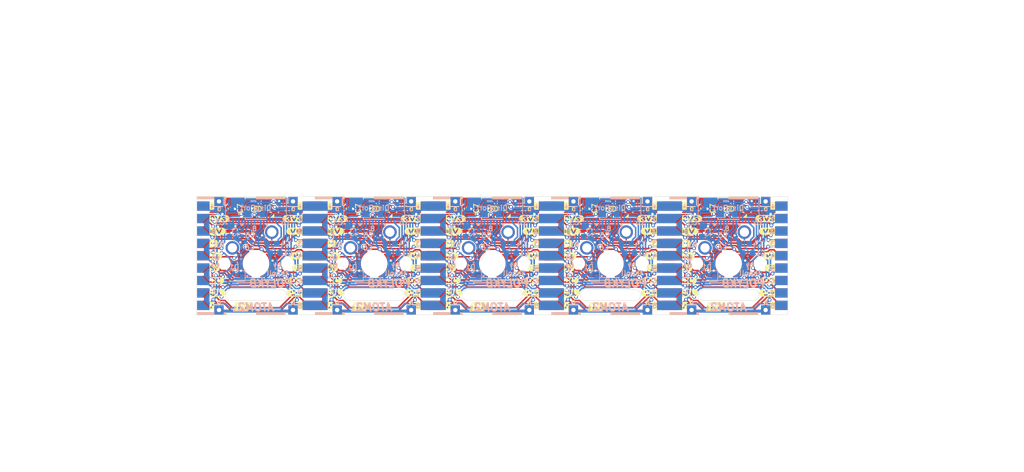
<source format=kicad_pcb>
(kicad_pcb (version 20211014) (generator pcbnew)
  (title_block (title "PolyKB Atom") (date "2022-02-01") (rev "2.1") (company "thpoll"))
  (layers (0 "F.Cu" signal) (31 "B.Cu" signal) (34 "B.Paste" user) (35 "F.Paste" user) (36 "B.SilkS" user "B.Silkscreen") (37 "F.SilkS" user "F.Silkscreen") (38 "B.Mask" user) (39 "F.Mask" user) (44 "Edge.Cuts" user))
  (net 0 "")
  (net 1 "/Keyboard/sheet605ED2EB/GND")
  (net 2 "/Keyboard/sheet605ED2EB/3V3")
  (net 3 "/Keyboard/sheet605ED2EB/4V2")
  (net 4 "Net-(C4-Pad1)")
  (net 5 "Net-(C5-Pad2)")
  (net 6 "Net-(C5-Pad1)")
  (net 7 "Net-(C6-Pad2)")
  (net 8 "Net-(C6-Pad1)")
  (net 9 "/Keyboard/sheet605ED2EB/CS")
  (net 10 "/Keyboard/sheet605ED2EB/RESET")
  (net 11 "/Keyboard/sheet605ED2EB/D-C")
  (net 12 "/Keyboard/sheet605ED2EB/SCLK")
  (net 13 "/Keyboard/sheet605ED2EB/SDIN")
  (net 14 "/Keyboard/sheet605ED2EB/LED_DIN")
  (net 15 "/Keyboard/sheet605ED2EB/5V")
  (net 16 "Net-(D1-Pad2)")
  (net 17 "/Keyboard/sheet605ED2EB/KeyRow")
  (net 18 "/Keyboard/sheet605ED2EB/KeyCol")
  (net 19 "CS8")
  (net 20 "CS7")
  (net 21 "CS6")
  (net 22 "CS5")
  (net 23 "CS4")
  (net 24 "CS3")
  (net 25 "CS2")
  (net 26 "CS1")
  (net 27 "Net-(C1-Pad1)")
  (footprint "poly_kb:AtomConnect2" (layer "F.Cu") (at 55.118 63.6778 -90)
    (fp_text reference "J3" hide)
    (fp_text value "WestFront")
  )
  (footprint "poly_kb:AtomConnect2" (layer "F.Cu") (at 72.136 63.6778 -90)
    (fp_text reference "J4" hide)
    (fp_text value "EastFront")
  )
  (footprint "poly_kb:WS2812B-Mini" (layer "F.Cu") (at 63.627 56.0578)
    (fp_text reference "LED1" hide)
    (fp_text value "WS2812B-Mini")
  )
  (footprint "poly_kb:SW_Cherry_MX_1.00u_PCB_NoSilk" (layer "F.Cu") (at 66.167 59.8678)
    (fp_text reference "SW1" hide)
    (fp_text value "SW_Push")
  )
  (footprint "poly_kb:TestPoin_1.5x1.5mm_Drill0.7mm" (layer "F.Cu") (at 69.596 54.9148)
    (fp_text reference "J2" hide)
    (fp_text value "North")
  )
  (footprint "poly_kb:TestPoin_1.5x1.5mm_Drill0.7mm" (layer "F.Cu") (at 57.658 54.9148)
    (fp_text reference "J8" hide)
    (fp_text value "North2")
  )
  (footprint "poly_kb:TestPoin_1.5x1.5mm_Drill0.7mm" (layer "F.Cu") (at 69.596 72.4408)
    (fp_text reference "J9" hide)
    (fp_text value "South2")
  )
  (footprint "poly_kb:TestPoin_1.5x1.5mm_Drill0.7mm" (layer "F.Cu") (at 57.658 72.4408)
    (fp_text reference "J7" hide)
    (fp_text value "South")
  )
  (footprint "kibuzzard-61EFD908" (layer "F.Cu") (at 56.515 71.7042)
    (fp_text reference "kibuzzard-61EFD908" hide)
    (fp_text value "G***" hide)
  )
  (footprint "kibuzzard-61EFD7F9" (layer "F.Cu") (at 89.3318 65.659)
    (fp_text reference "kibuzzard-61EFD7F9" hide)
    (fp_text value "G***" hide)
  )
  (footprint "kibuzzard-61EFBE21" (layer "F.Cu") (at 95.0722 65.659)
    (fp_text reference "kibuzzard-61EFBE21" hide)
    (fp_text value "G***" hide)
  )
  (footprint "kibuzzard-61EFABBF" (layer "F.Cu") (at 108.0262 67.691)
    (fp_text reference "kibuzzard-61EFABBF" hide)
    (fp_text value "G***" hide)
  )
  (footprint "kibuzzard-61EFDAEE" (layer "F.Cu") (at 133.354239 63.677507)
    (fp_text reference "kibuzzard-61EFDAEE" hide)
    (fp_text value "G***" hide)
  )
  (footprint "kibuzzard-61EFD947" (layer "F.Cu") (at 75.565 55.6514)
    (fp_text reference "kibuzzard-61EFD947" hide)
    (fp_text value "G***" hide)
  )
  (footprint "poly_kb:TestPoin_1.5x1.5mm_Drill0.7mm" (layer "F.Cu") (at 114.808 72.4408)
    (fp_text reference "J7" hide)
    (fp_text value "South")
  )
  (footprint "Capacitor_SMD:C_0603_1608Metric" (layer "F.Cu") (at 116.7765 56.0578 -90)
    (fp_text reference "C7")
    (fp_text value "100nF")
  )
  (footprint "kibuzzard-61EFBE2C" (layer "F.Cu") (at 114.4778 67.691)
    (fp_text reference "kibuzzard-61EFBE2C" hide)
    (fp_text value "G***" hide)
  )
  (footprint "kibuzzard-61EFAA6D" (layer "F.Cu") (at 127.2794 63.6778)
    (fp_text reference "kibuzzard-61EFAA6D" hide)
    (fp_text value "G***" hide)
  )
  (footprint "poly_kb:AtomConnect2" (layer "F.Cu") (at 74.168 63.6778 -90)
    (fp_text reference "J3" hide)
    (fp_text value "WestFront")
  )
  (footprint "kibuzzard-61EFAA6D" (layer "F.Cu") (at 89.1794 63.6778)
    (fp_text reference "kibuzzard-61EFAA6D" hide)
    (fp_text value "G***" hide)
  )
  (footprint "Capacitor_SMD:C_0603_1608Metric" (layer "F.Cu") (at 97.7265 56.0578 -90)
    (fp_text reference "C7")
    (fp_text value "100nF")
  )
  (footprint "kibuzzard-61EFD947" (layer "F.Cu") (at 132.715 55.6514)
    (fp_text reference "kibuzzard-61EFD947" hide)
    (fp_text value "G***" hide)
  )
  (footprint "kibuzzard-61EFD863" (layer "F.Cu") (at 88.5698 57.6834)
    (fp_text reference "kibuzzard-61EFD863" hide)
    (fp_text value "G***" hide)
  )
  (footprint "poly_kb:TestPoin_1.5x1.5mm_Drill0.7mm" (layer "F.Cu") (at 126.746 72.4408)
    (fp_text reference "J9" hide)
    (fp_text value "South2")
  )
  (footprint "poly_kb:TestPoin_1.5x1.5mm_Drill0.7mm" (layer "F.Cu") (at 88.646 54.9148)
    (fp_text reference "J2" hide)
    (fp_text value "North")
  )
  (footprint "kibuzzard-61EFDD1E" (layer "F.Cu") (at 61.341 71.9328)
    (fp_text reference "kibuzzard-61EFDD1E" hide)
    (fp_text value "G***" hide)
  )
  (footprint "poly_kb:TestPoin_1.5x1.5mm_Drill0.7mm" (layer "F.Cu") (at 76.708 72.4408)
    (fp_text reference "J7" hide)
    (fp_text value "South")
  )
  (footprint "kibuzzard-61EFDD1E" (layer "F.Cu") (at 99.441 71.9328)
    (fp_text reference "kibuzzard-61EFDD1E" hide)
    (fp_text value "G***" hide)
  )
  (footprint "kibuzzard-61EFBE87" (layer "F.Cu") (at 76.9874 59.7154)
    (fp_text reference "kibuzzard-61EFBE87" hide)
    (fp_text value "G***" hide)
  )
  (footprint "kibuzzard-61EFBE87" (layer "F.Cu") (at 57.9374 59.7154)
    (fp_text reference "kibuzzard-61EFBE87" hide)
    (fp_text value "G***" hide)
  )
  (footprint "kibuzzard-61EFDAC6" (layer "F.Cu") (at 70.6882 61.6966)
    (fp_text reference "kibuzzard-61EFDAC6" hide)
    (fp_text value "G***" hide)
  )
  (footprint "kibuzzard-61EFAA6D" (layer "F.Cu") (at 108.2294 63.6778)
    (fp_text reference "kibuzzard-61EFAA6D" hide)
    (fp_text value "G***" hide)
  )
  (footprint "poly_kb:TestPoin_1.5x1.5mm_Drill0.7mm" (layer "F.Cu") (at 133.858 72.4408)
    (fp_text reference "J7" hide)
    (fp_text value "South")
  )
  (footprint "kibuzzard-61EFBE3D" (layer "F.Cu") (at 114.5794 69.6722)
    (fp_text reference "kibuzzard-61EFBE3D" hide)
    (fp_text value "G***" hide)
  )
  (footprint "poly_kb:AtomConnect2" (layer "F.Cu") (at 112.268 63.6778 -90)
    (fp_text reference "J3" hide)
    (fp_text value "WestFront")
  )
  (footprint "poly_kb:TestPoin_1.5x1.5mm_Drill0.7mm" (layer "F.Cu") (at 107.696 72.4408)
    (fp_text reference "J9" hide)
    (fp_text value "South2")
  )
  (footprint "kibuzzard-61EFD947" (layer "F.Cu") (at 146.939 55.6514)
    (fp_text reference "kibuzzard-61EFD947" hide)
    (fp_text value "G***" hide)
  )
  (footprint "kibuzzard-61EFD879" (layer "F.Cu") (at 133.944 57.6906)
    (fp_text reference "kibuzzard-61EFD879" hide)
    (fp_text value "G***" hide)
  )
  (footprint "poly_kb:SW_Cherry_MX_1.00u_PCB_NoSilk" (layer "F.Cu") (at 142.367 59.8678)
    (fp_text reference "SW1" hide)
    (fp_text value "SW_Push")
  )
  (footprint "kibuzzard-61EFD863" (layer "F.Cu") (at 126.6698 57.6834)
    (fp_text reference "kibuzzard-61EFD863" hide)
    (fp_text value "G***" hide)
  )
  (footprint "poly_kb:AtomConnect2" (layer "F.Cu") (at 93.218 63.6778 -90)
    (fp_text reference "J3" hide)
    (fp_text value "WestFront")
  )
  (footprint "kibuzzard-61EFD947" (layer "F.Cu") (at 89.789 55.6514)
    (fp_text reference "kibuzzard-61EFD947" hide)
    (fp_text value "G***" hide)
  )
  (footprint "kibuzzard-61EFD908" (layer "F.Cu") (at 75.565 71.7042)
    (fp_text reference "kibuzzard-61EFD908" hide)
    (fp_text value "G***" hide)
  )
  (footprint "kibuzzard-61EFD863" (layer "F.Cu") (at 145.7198 57.6834)
    (fp_text reference "kibuzzard-61EFD863" hide)
    (fp_text value "G***" hide)
  )
  (footprint "kibuzzard-61EFBE2C" (layer "F.Cu") (at 57.3278 67.691)
    (fp_text reference "kibuzzard-61EFBE2C" hide)
    (fp_text value "G***" hide)
  )
  (footprint "kibuzzard-61EFBE21" (layer "F.Cu") (at 133.1722 65.659)
    (fp_text reference "kibuzzard-61EFBE21" hide)
    (fp_text value "G***" hide)
  )
  (footprint "kibuzzard-61EFBE21" (layer "F.Cu") (at 76.0222 65.659)
    (fp_text reference "kibuzzard-61EFBE21" hide)
    (fp_text value "G***" hide)
  )
  (footprint "kibuzzard-61EFACF9" (layer "F.Cu") (at 145.5166 59.7154)
    (fp_text reference "kibuzzard-61EFACF9" hide)
    (fp_text value "G***" hide)
  )
  (footprint "kibuzzard-61EFDAEE" (layer "F.Cu") (at 76.204239 63.677507)
    (fp_text reference "kibuzzard-61EFDAEE" hide)
    (fp_text value "G***" hide)
  )
  (footprint "poly_kb:TestPoin_1.5x1.5mm_Drill0.7mm" (layer "F.Cu") (at 107.696 54.9148)
    (fp_text reference "J2" hide)
    (fp_text value "North")
  )
  (footprint "kibuzzard-61EFD863" (layer "F.Cu") (at 107.6198 57.6834)
    (fp_text reference "kibuzzard-61EFD863" hide)
    (fp_text value "G***" hide)
  )
  (footprint "kibuzzard-61EFBE21" (layer "F.Cu") (at 114.1222 65.659)
    (fp_text reference "kibuzzard-61EFBE21" hide)
    (fp_text value "G***" hide)
  )
  (footprint "kibuzzard-61EFACF9" (layer "F.Cu") (at 126.4666 59.7154)
    (fp_text reference "kibuzzard-61EFACF9" hide)
    (fp_text value "G***" hide)
  )
  (footprint "kibuzzard-61EFA8F1" (layer "F.Cu") (at 107.9246 69.6722)
    (fp_text reference "kibuzzard-61EFA8F1" hide)
    (fp_text value "G***" hide)
  )
  (footprint "poly_kb:WS2812B-Mini" (layer "F.Cu") (at 139.827 56.0578)
    (fp_text reference "LED1" hide)
    (fp_text value "WS2812B-Mini")
  )
  (footprint "poly_kb:WS2812B-Mini" (layer "F.Cu") (at 82.677 56.0578)
    (fp_text reference "LED1" hide)
    (fp_text value "WS2812B-Mini")
  )
  (footprint "kibuzzard-61EFA8F1" (layer "F.Cu") (at 126.9746 69.6722)
    (fp_text reference "kibuzzard-61EFA8F1" hide)
    (fp_text value "G***" hide)
  )
  (footprint "kibuzzard-61EFABBF" (layer "F.Cu") (at 88.9762 67.691)
    (fp_text reference "kibuzzard-61EFABBF" hide)
    (fp_text value "G***" hide)
  )
  (footprint "kibuzzard-61EFDD1E" (layer "F.Cu") (at 137.541 71.9328)
    (fp_text reference "kibuzzard-61EFDD1E" hide)
    (fp_text value "G***" hide)
  )
  (footprint "poly_kb:AtomConnect2" (layer "F.Cu") (at 110.236 63.6778 -90)
    (fp_text reference "J4" hide)
    (fp_text value "EastFront")
  )
  (footprint "poly_kb:AtomConnect2" (layer "F.Cu") (at 129.286 63.6778 -90)
    (fp_text reference "J4" hide)
    (fp_text value "EastFront")
  )
  (footprint "kibuzzard-61EFBE2C" (layer "F.Cu") (at 95.4278 67.691)
    (fp_text reference "kibuzzard-61EFBE2C" hide)
    (fp_text value "G***" hide)
  )
  (footprint "kibuzzard-61EFD908" (layer "F.Cu") (at 127.889 71.7042)
    (fp_text reference "kibuzzard-61EFD908" hide)
    (fp_text value "G***" hide)
  )
  (footprint "kibuzzard-61EFD879" (layer "F.Cu") (at 114.894 57.6906)
    (fp_text reference "kibuzzard-61EFD879" hide)
    (fp_text value "G***" hide)
  )
  (footprint "kibuzzard-61EFD947" (layer "F.Cu") (at 70.739 55.6514)
    (fp_text reference "kibuzzard-61EFD947" hide)
    (fp_text value "G***" hide)
  )
  (footprint "kibuzzard-61EFD7F9" (layer "F.Cu") (at 146.4818 65.659)
    (fp_text reference "kibuzzard-61EFD7F9" hide)
    (fp_text value "G***" hide)
  )
  (footprint "poly_kb:TestPoin_1.5x1.5mm_Drill0.7mm" (layer "F.Cu") (at 145.796 72.4408)
    (fp_text reference "J9" hide)
    (fp_text value "South2")
  )
  (footprint "poly_kb:TestPoin_1.5x1.5mm_Drill0.7mm" (layer "F.Cu") (at 145.796 54.9148)
    (fp_text reference "J2" hide)
    (fp_text value "North")
  )
  (footprint "kibuzzard-61EFA8F1" (layer "F.Cu") (at 69.8246 69.6722)
    (fp_text reference "kibuzzard-61EFA8F1" hide)
    (fp_text value "G***" hide)
  )
  (footprint "kibuzzard-61EFD879" (layer "F.Cu") (at 95.844 57.6906)
    (fp_text reference "kibuzzard-61EFD879" hide)
    (fp_text value "G***" hide)
  )
  (footprint "kibuzzard-61EFDAC6" (layer "F.Cu") (at 89.7382 61.6966)
    (fp_text reference "kibuzzard-61EFDAC6" hide)
    (fp_text value "G***" hide)
  )
  (footprint "kibuzzard-61EFD7F9" (layer "F.Cu") (at 127.4318 65.659)
    (fp_text reference "kibuzzard-61EFD7F9" hide)
    (fp_text value "G***" hide)
  )
  (footprint "kibuzzard-61EFD908" (layer "F.Cu") (at 113.665 71.7042)
    (fp_text reference "kibuzzard-61EFD908" hide)
    (fp_text value "G***" hide)
  )
  (footprint "kibuzzard-61EFD908" (layer "F.Cu") (at 108.839 71.7042)
    (fp_text reference "kibuzzard-61EFD908" hide)
    (fp_text value "G***" hide)
  )
  (footprint "kibuzzard-61EFDAA0" (layer "F.Cu") (at 56.8706 61.6966)
    (fp_text reference "kibuzzard-61EFDAA0" hide)
    (fp_text value "G***" hide)
  )
  (footprint "kibuzzard-61EFBE3D" (layer "F.Cu") (at 95.5294 69.6722)
    (fp_text reference "kibuzzard-61EFBE3D" hide)
    (fp_text value "G***" hide)
  )
  (footprint "kibuzzard-61EFABBF" (layer "F.Cu") (at 127.0762 67.691)
    (fp_text reference "kibuzzard-61EFABBF" hide)
    (fp_text value "G***" hide)
  )
  (footprint "kibuzzard-61EFA8F1" (layer "F.Cu") (at 146.0246 69.6722)
    (fp_text reference "kibuzzard-61EFA8F1" hide)
    (fp_text value "G***" hide)
  )
  (footprint "kibuzzard-61EFDD1E" (layer "F.Cu") (at 118.491 71.9328)
    (fp_text reference "kibuzzard-61EFDD1E" hide)
    (fp_text value "G***" hide)
  )
  (footprint "kibuzzard-61EFAA6D" (layer "F.Cu") (at 146.3294 63.6778)
    (fp_text reference "kibuzzard-61EFAA6D" hide)
    (fp_text value "G***" hide)
  )
  (footprint "kibuzzard-61EFD7F9" (layer "F.Cu") (at 70.2818 65.659)
    (fp_text reference "kibuzzard-61EFD7F9" hide)
    (fp_text value "G***" hide)
  )
  (footprint "poly_kb:TestPoin_1.5x1.5mm_Drill0.7mm" (layer "F.Cu") (at 88.646 72.4408)
    (fp_text reference "J9" hide)
    (fp_text value "South2")
  )
  (footprint "kibuzzard-61EFBE3D" (layer "F.Cu") (at 133.6294 69.6722)
    (fp_text reference "kibuzzard-61EFBE3D" hide)
    (fp_text value "G***" hide)
  )
  (footprint "poly_kb:SW_Cherry_MX_1.00u_PCB_NoSilk" (layer "F.Cu") (at 85.217 59.8678)
    (fp_text reference "SW1" hide)
    (fp_text value "SW_Push")
  )
  (footprint "kibuzzard-61EFDAEE" (layer "F.Cu") (at 95.254239 63.677507)
    (fp_text reference "kibuzzard-61EFDAEE" hide)
    (fp_text value "G***" hide)
  )
  (footprint "poly_kb:WS2812B-Mini" (layer "F.Cu") (at 101.727 56.0578)
    (fp_text reference "LED1" hide)
    (fp_text value "WS2812B-Mini")
  )
  (footprint "Capacitor_SMD:C_0603_1608Metric" (layer "F.Cu") (at 59.6265 56.0578 -90)
    (fp_text reference "C7")
    (fp_text value "100nF")
  )
  (footprint "kibuzzard-61EFD879" (layer "F.Cu") (at 76.794 57.6906)
    (fp_text reference "kibuzzard-61EFD879" hide)
    (fp_text value "G***" hide)
  )
  (footprint "kibuzzard-61EFACF9" (layer "F.Cu") (at 88.3666 59.7154)
    (fp_text reference "kibuzzard-61EFACF9" hide)
    (fp_text value "G***" hide)
  )
  (footprint "kibuzzard-61EFD908" (layer "F.Cu") (at 94.615 71.7042)
    (fp_text reference "kibuzzard-61EFD908" hide)
    (fp_text value "G***" hide)
  )
  (footprint "poly_kb:SW_Cherry_MX_1.00u_PCB_NoSilk" (layer "F.Cu") (at 123.317 59.8678)
    (fp_text reference "SW1" hide)
    (fp_text value "SW_Push")
  )
  (footprint "poly_kb:TestPoin_1.5x1.5mm_Drill0.7mm" (layer "F.Cu") (at 95.758 72.4408)
    (fp_text reference "J7" hide)
    (fp_text value "South")
  )
  (footprint "poly_kb:TestPoin_1.5x1.5mm_Drill0.7mm" (layer "F.Cu") (at 114.808 54.9148)
    (fp_text reference "J8" hide)
    (fp_text value "North2")
  )
  (footprint "kibuzzard-61EFD863" (layer "F.Cu") (at 69.5198 57.6834)
    (fp_text reference "kibuzzard-61EFD863" hide)
    (fp_text value "G***" hide)
  )
  (footprint "kibuzzard-61EFBE87" (layer "F.Cu") (at 115.0874 59.7154)
    (fp_text reference "kibuzzard-61EFBE87" hide)
    (fp_text value "G***" hide)
  )
  (footprint "poly_kb:AtomConnect2" (layer "F.Cu") (at 148.336 63.6778 -90)
    (fp_text reference "J4" hide)
    (fp_text value "EastFront")
  )
  (footprint "kibuzzard-61EFD947" (layer "F.Cu") (at 113.665 55.6514)
    (fp_text reference "kibuzzard-61EFD947" hide)
    (fp_text value "G***" hide)
  )
  (footprint "kibuzzard-61EFACF9" (layer "F.Cu") (at 107.4166 59.7154)
    (fp_text reference "kibuzzard-61EFACF9" hide)
    (fp_text value "G***" hide)
  )
  (footprint "kibuzzard-61EFD908" (layer "F.Cu") (at 146.939 71.7042)
    (fp_text reference "kibuzzard-61EFD908" hide)
    (fp_text value "G***" hide)
  )
  (footprint "poly_kb:TestPoin_1.5x1.5mm_Drill0.7mm" (layer "F.Cu") (at 126.746 54.9148)
    (fp_text reference "J2" hide)
    (fp_text value "North")
  )
  (footprint "Capacitor_SMD:C_0603_1608Metric" (layer "F.Cu") (at 135.8265 56.0578 -90)
    (fp_text reference "C7")
    (fp_text value "100nF")
  )
  (footprint "poly_kb:TestPoin_1.5x1.5mm_Drill0.7mm" (layer "F.Cu") (at 76.708 54.9148)
    (fp_text reference "J8" hide)
    (fp_text value "North2")
  )
  (footprint "kibuzzard-61EFD879" (layer "F.Cu") (at 57.744 57.6906)
    (fp_text reference "kibuzzard-61EFD879" hide)
    (fp_text value "G***" hide)
  )
  (footprint "kibuzzard-61EFD908" (layer "F.Cu") (at 132.715 71.7042)
    (fp_text reference "kibuzzard-61EFD908" hide)
    (fp_text value "G***" hide)
  )
  (footprint "kibuzzard-61EFD908" (layer "F.Cu") (at 70.739 71.7042)
    (fp_text reference "kibuzzard-61EFD908" hide)
    (fp_text value "G***" hide)
  )
  (footprint "kibuzzard-61EFACF9" (layer "F.Cu") (at 69.3166 59.7154)
    (fp_text reference "kibuzzard-61EFACF9" hide)
    (fp_text value "G***" hide)
  )
  (footprint "kibuzzard-61EFDAC6" (layer "F.Cu") (at 146.8882 61.6966)
    (fp_text reference "kibuzzard-61EFDAC6" hide)
    (fp_text value "G***" hide)
  )
  (footprint "kibuzzard-61EFD947" (layer "F.Cu") (at 108.839 55.6514)
    (fp_text reference "kibuzzard-61EFD947" hide)
    (fp_text value "G***" hide)
  )
  (footprint "kibuzzard-61EFDAC6" (layer "F.Cu") (at 108.7882 61.6966)
    (fp_text reference "kibuzzard-61EFDAC6" hide)
    (fp_text value "G***" hide)
  )
  (footprint "kibuzzard-61EFDAA0" (layer "F.Cu") (at 133.0706 61.6966)
    (fp_text reference "kibuzzard-61EFDAA0" hide)
    (fp_text value "G***" hide)
  )
  (footprint "kibuzzard-61EFD947" (layer "F.Cu") (at 94.615 55.6514)
    (fp_text reference "kibuzzard-61EFD947" hide)
    (fp_text value "G***" hide)
  )
  (footprint "kibuzzard-61EFA8F1" (layer "F.Cu") (at 88.8746 69.6722)
    (fp_text reference "kibuzzard-61EFA8F1" hide)
    (fp_text value "G***" hide)
  )
  (footprint "kibuzzard-61EFDAEE" (layer "F.Cu") (at 57.154239 63.677507)
    (fp_text reference "kibuzzard-61EFDAEE" hide)
    (fp_text value "G***" hide)
  )
  (footprint "kibuzzard-61EFABBF" (layer "F.Cu") (at 146.1262 67.691)
    (fp_text reference "kibuzzard-61EFABBF" hide)
    (fp_text value "G***" hide)
  )
  (footprint "kibuzzard-61EFDAA0" (layer "F.Cu") (at 94.9706 61.6966)
    (fp_text reference "kibuzzard-61EFDAA0" hide)
    (fp_text value "G***" hide)
  )
  (footprint "kibuzzard-61EFBE87" (layer "F.Cu") (at 96.0374 59.7154)
    (fp_text reference "kibuzzard-61EFBE87" hide)
    (fp_text value "G***" hide)
  )
  (footprint "kibuzzard-61EFBE87" (layer "F.Cu") (at 134.1374 59.7154)
    (fp_text reference "kibuzzard-61EFBE87" hide)
    (fp_text value "G***" hide)
  )
  (footprint "kibuzzard-61EFBE2C" (layer "F.Cu") (at 76.3778 67.691)
    (fp_text reference "kibuzzard-61EFBE2C" hide)
    (fp_text value "G***" hide)
  )
  (footprint "kibuzzard-61EFDAEE" (layer "F.Cu") (at 114.304239 63.677507)
    (fp_text reference "kibuzzard-61EFDAEE" hide)
    (fp_text value "G***" hide)
  )
  (footprint "poly_kb:AtomConnect2" (layer "F.Cu") (at 91.186 63.6778 -90)
    (fp_text reference "J4" hide)
    (fp_text value "EastFront")
  )
  (footprint "kibuzzard-61EFBE2C" (layer "F.Cu") (at 133.5278 67.691)
    (fp_text reference "kibuzzard-61EFBE2C" hide)
    (fp_text value "G***" hide)
  )
  (footprint "kibuzzard-61EFBE21" (layer "F.Cu") (at 56.9722 65.659)
    (fp_text reference "kibuzzard-61EFBE21" hide)
    (fp_text value "G***" hide)
  )
  (footprint "poly_kb:WS2812B-Mini" (layer "F.Cu") (at 120.777 56.0578)
    (fp_text reference "LED1" hide)
    (fp_text value "WS2812B-Mini")
  )
  (footprint "poly_kb:TestPoin_1.5x1.5mm_Drill0.7mm" (layer "F.Cu") (at 133.858 54.9148)
    (fp_text reference "J8" hide)
    (fp_text value "North2")
  )
  (footprint "kibuzzard-61EFABBF" (layer "F.Cu") (at 69.9262 67.691)
    (fp_text reference "kibuzzard-61EFABBF" hide)
    (fp_text value "G***" hide)
  )
  (footprint "kibuzzard-61EFD947" (layer "F.Cu") (at 56.515 55.6514)
    (fp_text reference "kibuzzard-61EFD947" hide)
    (fp_text value "G***" hide)
  )
  (footprint "kibuzzard-61EFDAA0" (layer "F.Cu") (at 114.0206 61.6966)
    (fp_text reference "kibuzzard-61EFDAA0" hide)
    (fp_text value "G***" hide)
  )
  (footprint "kibuzzard-61EFDD1E" (layer "F.Cu") (at 80.391 71.9328)
    (fp_text reference "kibuzzard-61EFDD1E" hide)
    (fp_text value "G***" hide)
  )
  (footprint "kibuzzard-61EFD908" (layer "F.Cu") (at 89.789 71.7042)
    (fp_text reference "kibuzzard-61EFD908" hide)
    (fp_text value "G***" hide)
  )
  (footprint "poly_kb:SW_Cherry_MX_1.00u_PCB_NoSilk" (layer "F.Cu") (at 104.267 59.8678)
    (fp_text reference "SW1" hide)
    (fp_text value "SW_Push")
  )
  (footprint "poly_kb:TestPoin_1.5x1.5mm_Drill0.7mm" (layer "F.Cu") (at 95.758 54.9148)
    (fp_text reference "J8" hide)
    (fp_text value "North2")
  )
  (footprint "kibuzzard-61EFBE3D" (layer "F.Cu") (at 57.4294 69.6722)
    (fp_text reference "kibuzzard-61EFBE3D" hide)
    (fp_text value "G***" hide)
  )
  (footprint "kibuzzard-61EFDAA0" (layer "F.Cu") (at 75.9206 61.6966)
    (fp_text reference "kibuzzard-61EFDAA0" hide)
    (fp_text value "G***" hide)
  )
  (footprint "poly_kb:AtomConnect2" (layer "F.Cu") (at 131.318 63.6778 -90)
    (fp_text reference "J3" hide)
    (fp_text value "WestFront")
  )
  (footprint "kibuzzard-61EFD947" (layer "F.Cu") (at 127.889 55.6514)
    (fp_text reference "kibuzzard-61EFD947" hide)
    (fp_text value "G***" hide)
  )
  (footprint "kibuzzard-61EFAA6D" (layer "F.Cu") (at 70.1294 63.6778)
    (fp_text reference "kibuzzard-61EFAA6D" hide)
    (fp_text value "G***" hide)
  )
  (footprint "kibuzzard-61EFDAC6" (layer "F.Cu") (at 127.8382 61.6966)
    (fp_text reference "kibuzzard-61EFDAC6" hide)
    (fp_text value "G***" hide)
  )
  (footprint "kibuzzard-61EFBE3D" (layer "F.Cu") (at 76.4794 69.6722)
    (fp_text reference "kibuzzard-61EFBE3D" hide)
    (fp_text value "G***" hide)
  )
  (footprint "kibuzzard-61EFD7F9" (layer "F.Cu") (at 108.3818 65.659)
    (fp_text reference "kibuzzard-61EFD7F9" hide)
    (fp_text value "G***" hide)
  )
  (footprint "Capacitor_SMD:C_0603_1608Metric" (layer "F.Cu") (at 78.6765 56.0578 -90)
    (fp_text reference "C7")
    (fp_text value "100nF")
  )
  (footprint "Capacitor_SMD:C_0603_1608Metric" (layer "B.Cu") (at 66.702 63.2528 180)
    (fp_text reference "C1")
    (fp_text value "2.2uF")
  )
  (footprint "Capacitor_SMD:C_0603_1608Metric" (layer "B.Cu") (at 59.309 59.8046 90)
    (fp_text reference "C2")
    (fp_text value "2.2uF")
  )
  (footprint "Capacitor_SMD:C_0402_1005Metric" (layer "B.Cu") (at 57.023 56.9468 90)
    (fp_text reference "C3" hide)
    (fp_text value "1uF")
  )
  (footprint "Capacitor_SMD:C_0603_1608Metric" (layer "B.Cu") (at 66.202 61.7528 180)
    (fp_text reference "C4")
    (fp_text value "4.7uF")
  )
  (footprint "Capacitor_SMD:C_0402_1005Metric" (layer "B.Cu") (at 61.3918 60.0176 90)
    (fp_text reference "C5")
    (fp_text value "1uF")
  )
  (footprint "Capacitor_SMD:C_0402_1005Metric" (layer "B.Cu") (at 62.357 61.3918)
    (fp_text reference "C6")
    (fp_text value "1uF")
  )
  (footprint "poly_kb:D_SOD-323Ext" (layer "B.Cu") (at 60.325 66.9528 180)
    (fp_text reference "D1")
    (fp_text value "D_Small")
  )
  (footprint "poly_kb:FPC_16_JUSHUO_AFC05_S16FIA_00" (layer "B.Cu") (at 63.627 57.9628)
    (fp_text reference "J1" hide)
    (fp_text value "Conn_01x16")
  )
  (footprint "poly_kb:AtomConnect2" (layer "B.Cu") (at 72.136 63.6778 -90)
    (fp_text reference "J6" hide)
    (fp_text value "EastBack")
  )
  (footprint "poly_kb:AtomConnectCS" (layer "B.Cu") (at 55.118 63.6778 -90)
    (fp_text reference "J5" hide)
    (fp_text value "WestBack")
  )
  (footprint "Capacitor_SMD:C_0402_1005Metric" (layer "B.Cu") (at 119.507 61.3918)
    (fp_text reference "C6")
    (fp_text value "1uF")
  )
  (footprint "Capacitor_SMD:C_0402_1005Metric" (layer "B.Cu") (at 118.5418 60.0176 90)
    (fp_text reference "C5")
    (fp_text value "1uF")
  )
  (footprint "poly_kb:AtomConnectCS" (layer "B.Cu") (at 131.318 63.6778 -90)
    (fp_text reference "J5" hide)
    (fp_text value "WestBack")
  )
  (footprint "poly_kb:AtomConnect2" (layer "B.Cu") (at 110.236 63.6778 -90)
    (fp_text reference "J6" hide)
    (fp_text value "EastBack")
  )
  (footprint "poly_kb:AtomConnect2" (layer "B.Cu") (at 91.186 63.6778 -90)
    (fp_text reference "J6" hide)
    (fp_text value "EastBack")
  )
  (footprint "poly_kb:AtomConnect2" (layer "B.Cu") (at 129.286 63.6778 -90)
    (fp_text reference "J6" hide)
    (fp_text value "EastBack")
  )
  (footprint "Capacitor_SMD:C_0402_1005Metric" (layer "B.Cu") (at 138.557 61.3918)
    (fp_text reference "C6")
    (fp_text value "1uF")
  )
  (footprint "poly_kb:AtomConnect2" (layer "B.Cu") (at 148.336 63.6778 -90)
    (fp_text reference "J6" hide)
    (fp_text value "EastBack")
  )
  (footprint "poly_kb:AtomConnectCS" (layer "B.Cu") (at 93.218 63.6778 -90)
    (fp_text reference "J5" hide)
    (fp_text value "WestBack")
  )
  (footprint "Capacitor_SMD:C_0603_1608Metric" (layer "B.Cu") (at 135.509 59.8046 90)
    (fp_text reference "C2")
    (fp_text value "2.2uF")
  )
  (footprint "Resistor_SMD:R_0402_1005Metric" (layer "B.Cu") (at 95.602 60.3906 -90)
    (fp_text reference "R1")
    (fp_text value "1M")
  )
  (footprint "Capacitor_SMD:C_0603_1608Metric" (layer "B.Cu") (at 142.402 61.7528 180)
    (fp_text reference "C4")
    (fp_text value "4.7uF")
  )
  (footprint "Capacitor_SMD:C_0603_1608Metric" (layer "B.Cu") (at 104.802 63.2528 180)
    (fp_text reference "C1")
    (fp_text value "2.2uF")
  )
  (footprint "Capacitor_SMD:C_0402_1005Metric" (layer "B.Cu") (at 100.457 61.3918)
    (fp_text reference "C6")
    (fp_text value "1uF")
  )
  (footprint "Capacitor_SMD:C_0603_1608Metric" (layer "B.Cu") (at 97.409 59.8046 90)
    (fp_text reference "C2")
    (fp_text value "2.2uF")
  )
  (footprint "Capacitor_SMD:C_0603_1608Metric" (layer "B.Cu") (at 85.252 61.7528 180)
    (fp_text reference "C4")
    (fp_text value "4.7uF")
  )
  (footprint "poly_kb:AtomConnectCS" (layer "B.Cu") (at 112.268 63.6778 -90)
    (fp_text reference "J5" hide)
    (fp_text value "WestBack")
  )
  (footprint "Capacitor_SMD:C_0402_1005Metric" (layer "B.Cu") (at 99.4918 60.0176 90)
    (fp_text reference "C5")
    (fp_text value "1uF")
  )
  (footprint "poly_kb:AtomConnectCS" (layer "B.Cu") (at 74.168 63.6778 -90)
    (fp_text reference "J5" hide)
    (fp_text value "WestBack")
  )
  (footprint "Resistor_SMD:R_0402_1005Metric" (layer "B.Cu") (at 114.652 60.3906 -90)
    (fp_text reference "R1")
    (fp_text value "1M")
  )
  (footprint "Resistor_SMD:R_0402_1005Metric" (layer "B.Cu") (at 133.702 60.3906 -90)
    (fp_text reference "R1")
    (fp_text value "1M")
  )
  (footprint "Capacitor_SMD:C_0603_1608Metric" (layer "B.Cu") (at 104.302 61.7528 180)
    (fp_text reference "C4")
    (fp_text value "4.7uF")
  )
  (footprint "Capacitor_SMD:C_0402_1005Metric" (layer "B.Cu") (at 133.223 56.9468 90)
    (fp_text reference "C3" hide)
    (fp_text value "1uF")
  )
  (footprint "poly_kb:FPC_16_JUSHUO_AFC05_S16FIA_00" (layer "B.Cu") (at 82.677 57.9628)
    (fp_text reference "J1" hide)
    (fp_text value "Conn_01x16")
  )
  (footprint "poly_kb:D_SOD-323Ext" (layer "B.Cu") (at 117.475 66.9528 180)
    (fp_text reference "D1")
    (fp_text value "D_Small")
  )
  (footprint "poly_kb:D_SOD-323Ext" (layer "B.Cu") (at 136.525 66.9528 180)
    (fp_text reference "D1")
    (fp_text value "D_Small")
  )
  (footprint "poly_kb:FPC_16_JUSHUO_AFC05_S16FIA_00" (layer "B.Cu") (at 139.827 57.9628)
    (fp_text reference "J1" hide)
    (fp_text value "Conn_01x16")
  )
  (footprint "Resistor_SMD:R_0402_1005Metric" (layer "B.Cu") (at 57.502 60.3906 -90)
    (fp_text reference "R1")
    (fp_text value "1M")
  )
  (footprint "Capacitor_SMD:C_0402_1005Metric" (layer "B.Cu") (at 81.407 61.3918)
    (fp_text reference "C6")
    (fp_text value "1uF")
  )
  (footprint "Capacitor_SMD:C_0603_1608Metric" (layer "B.Cu") (at 142.902 63.2528 180)
    (fp_text reference "C1")
    (fp_text value "2.2uF")
  )
  (footprint "poly_kb:D_SOD-323Ext" (layer "B.Cu") (at 79.375 66.9528 180)
    (fp_text reference "D1")
    (fp_text value "D_Small")
  )
  (footprint "Capacitor_SMD:C_0402_1005Metric" (layer "B.Cu") (at 137.5918 60.0176 90)
    (fp_text reference "C5")
    (fp_text value "1uF")
  )
  (footprint "poly_kb:FPC_16_JUSHUO_AFC05_S16FIA_00" (layer "B.Cu") (at 101.727 57.9628)
    (fp_text reference "J1" hide)
    (fp_text value "Conn_01x16")
  )
  (footprint "Capacitor_SMD:C_0402_1005Metric" (layer "B.Cu") (at 95.123 56.9468 90)
    (fp_text reference "C3" hide)
    (fp_text value "1uF")
  )
  (footprint "Capacitor_SMD:C_0603_1608Metric" (layer "B.Cu") (at 123.852 63.2528 180)
    (fp_text reference "C1")
    (fp_text value "2.2uF")
  )
  (footprint "poly_kb:D_SOD-323Ext" (layer "B.Cu") (at 98.425 66.9528 180)
    (fp_text reference "D1")
    (fp_text value "D_Small")
  )
  (footprint "poly_kb:FPC_16_JUSHUO_AFC05_S16FIA_00" (layer "B.Cu") (at 120.777 57.9628)
    (fp_text reference "J1" hide)
    (fp_text value "Conn_01x16")
  )
  (footprint "Capacitor_SMD:C_0402_1005Metric" (layer "B.Cu") (at 76.073 56.9468 90)
    (fp_text reference "C3" hide)
    (fp_text value "1uF")
  )
  (footprint "Resistor_SMD:R_0402_1005Metric" (layer "B.Cu") (at 76.552 60.3906 -90)
    (fp_text reference "R1")
    (fp_text value "1M")
  )
  (footprint "Capacitor_SMD:C_0402_1005Metric" (layer "B.Cu") (at 114.173 56.9468 90)
    (fp_text reference "C3" hide)
    (fp_text value "1uF")
  )
  (footprint "Capacitor_SMD:C_0603_1608Metric" (layer "B.Cu") (at 78.359 59.8046 90)
    (fp_text reference "C2")
    (fp_text value "2.2uF")
  )
  (footprint "Capacitor_SMD:C_0603_1608Metric" (layer "B.Cu") (at 116.459 59.8046 90)
    (fp_text reference "C2")
    (fp_text value "2.2uF")
  )
  (footprint "Capacitor_SMD:C_0603_1608Metric" (layer "B.Cu") (at 123.352 61.7528 180)
    (fp_text reference "C4")
    (fp_text value "4.7uF")
  )
  (footprint "Capacitor_SMD:C_0603_1608Metric" (layer "B.Cu") (at 85.752 63.2528 180)
    (fp_text reference "C1")
    (fp_text value "2.2uF")
  )
  (footprint "Capacitor_SMD:C_0402_1005Metric" (layer "B.Cu") (at 80.4418 60.0176 90)
    (fp_text reference "C5")
    (fp_text value "1uF")
  )
  (gr_poly (pts (xy 68.3895 73.2282) (xy 63.627 73.2282) (xy 63.627 72.7964) (xy 68.3895 72.7964)) (layer "B.SilkS") (width 0) (fill solid))
  (gr_poly (pts (xy 56.8706 54.5608) (xy 54.0766 54.5608) (xy 54.0766 54.1274) (xy 56.8706 54.1274)) (layer "B.SilkS") (width 0) (fill solid))
  (gr_poly (pts (xy 58.8645 54.5608) (xy 58.4454 54.5608) (xy 58.4454 54.1274) (xy 58.8645 54.1274)) (layer "B.SilkS") (width 0) (fill solid))
  (gr_poly (pts (xy 58.8645 73.2282) (xy 58.4454 73.2282) (xy 58.4454 72.8091) (xy 58.8645 72.8091)) (layer "B.SilkS") (width 0) (fill solid))
  (gr_poly (pts (xy 56.8706 73.2282) (xy 54.102 73.2282) (xy 54.102 72.788864) (xy 56.8706 72.788864)) (layer "B.SilkS") (width 0) (fill solid))
  (gr_line (start 89.789 55.7022) (end 89.535 55.7022) (layer "B.SilkS") (width 0.12))
  (gr_line (start 70.739 55.3466) (end 70.739 55.7022) (layer "B.SilkS") (width 0.12))
  (gr_line (start 89.6366 55.8546) (end 89.9414 55.8546) (layer "B.SilkS") (width 0.12))
  (gr_line (start 141.602 58.4778) (end 141.602 58.9278) (layer "B.SilkS") (width 0.12))
  (gr_line (start 132.715 55.3466) (end 132.715 55.7022) (layer "B.SilkS") (width 0.12))
  (gr_line (start 99.477 58.4778) (end 99.477 58.9278) (layer "B.SilkS") (width 0.12))
  (gr_poly (pts (xy 114.0206 73.2282) (xy 111.252 73.2282) (xy 111.252 72.788864) (xy 114.0206 72.788864)) (layer "B.SilkS") (width 0) (fill solid))
  (gr_line (start 80.427 58.4778) (end 80.252 58.7528) (layer "B.SilkS") (width 0.12))
  (gr_line (start 146.7866 55.8546) (end 147.0914 55.8546) (layer "B.SilkS") (width 0.12))
  (gr_line (start 146.939 55.7022) (end 146.685 55.7022) (layer "B.SilkS") (width 0.12))
  (gr_line (start 132.715 55.7022) (end 132.969 55.7022) (layer "B.SilkS") (width 0.12))
  (gr_line (start 84.627 58.7528) (end 84.452 58.4778) (layer "B.SilkS") (width 0.12))
  (gr_line (start 80.427 58.4778) (end 80.427 58.9278) (layer "B.SilkS") (width 0.12))
  (gr_line (start 57.023 63.4238) (end 57.023 59.3598) (layer "B.SilkS") (width 0.12))
  (gr_line (start 132.6642 56.007) (end 132.7658 56.007) (layer "B.SilkS") (width 0.12))
  (gr_line (start 84.277 58.7528) (end 84.627 58.7528) (layer "B.SilkS") (width 0.12))
  (gr_line (start 94.615 62.6618) (end 95.123 62.6618) (layer "B.SilkS") (width 0.12))
  (gr_poly (pts (xy 125.5395 54.5608) (xy 120.777 54.5608) (xy 120.777 54.1274) (xy 125.5395 54.1274)) (layer "B.SilkS") (width 0) (fill solid))
  (gr_line (start 113.665 55.7022) (end 113.919 55.7022) (layer "B.SilkS") (width 0.12))
  (gr_line (start 65.402 58.4778) (end 65.402 58.9278) (layer "B.SilkS") (width 0.12))
  (gr_line (start 56.515 66.7258) (end 57.023 66.7258) (layer "B.SilkS") (width 0.12))
  (gr_line (start 65.227 58.7528) (end 65.577 58.7528) (layer "B.SilkS") (width 0.12))
  (gr_line (start 94.615 66.7258) (end 95.123 66.7258) (layer "B.SilkS") (width 0.12))
  (gr_line (start 56.515 55.3466) (end 56.515 55.7022) (layer "B.SilkS") (width 0.12))
  (gr_line (start 133.223 59.3598) (end 132.715 58.8518) (layer "B.SilkS") (width 0.12))
  (gr_line (start 99.402 58.7028) (end 99.552 58.7028) (layer "B.SilkS") (width 0.12))
  (gr_line (start 57.023 69.5198) (end 56.515 70.0278) (layer "B.SilkS") (width 0.12))
  (gr_line (start 56.515 55.7022) (end 56.261 55.7022) (layer "B.SilkS") (width 0.12))
  (gr_poly (pts (xy 135.0645 54.5608) (xy 134.6454 54.5608) (xy 134.6454 54.1274) (xy 135.0645 54.1274)) (layer "B.SilkS") (width 0) (fill solid))
  (gr_poly (pts (xy 75.9206 54.5608) (xy 73.1266 54.5608) (xy 73.1266 54.1274) (xy 75.9206 54.1274)) (layer "B.SilkS") (width 0) (fill solid))
  (gr_line (start 114.173 65.9638) (end 114.173 69.5198) (layer "B.SilkS") (width 0.12))
  (gr_line (start 61.202 58.7528) (end 61.552 58.7528) (layer "B.SilkS") (width 0.12))
  (gr_line (start 113.5126 55.8546) (end 113.8174 55.8546) (layer "B.SilkS") (width 0.12))
  (gr_line (start 137.402 58.7528) (end 137.752 58.7528) (layer "B.SilkS") (width 0.12))
  (gr_line (start 127.7366 55.8546) (end 128.0414 55.8546) (layer "B.SilkS") (width 0.12))
  (gr_line (start 108.839 55.7022) (end 108.585 55.7022) (layer "B.SilkS") (width 0.12))
  (gr_line (start 108.6866 55.8546) (end 108.9914 55.8546) (layer "B.SilkS") (width 0.12))
  (gr_line (start 141.427 58.7528) (end 141.777 58.7528) (layer "B.SilkS") (width 0.12))
  (gr_line (start 132.715 66.7258) (end 133.223 66.7258) (layer "B.SilkS") (width 0.12))
  (gr_line (start 76.073 69.5198) (end 75.565 70.0278) (layer "B.SilkS") (width 0.12))
  (gr_line (start 70.6882 56.007) (end 70.7898 56.007) (layer "B.SilkS") (width 0.12))
  (gr_line (start 56.515 55.7022) (end 56.769 55.7022) (layer "B.SilkS") (width 0.12))
  (gr_line (start 108.839 55.3466) (end 108.839 55.7022) (layer "B.SilkS") (width 0.12))
  (gr_poly (pts (xy 125.5395 73.2282) (xy 120.777 73.2282) (xy 120.777 72.7964) (xy 125.5395 72.7964)) (layer "B.SilkS") (width 0) (fill solid))
  (gr_line (start 118.527 58.4778) (end 118.527 58.9278) (layer "B.SilkS") (width 0.12))
  (gr_line (start 118.352 58.7528) (end 118.702 58.7528) (layer "B.SilkS") (width 0.12))
  (gr_poly (pts (xy 87.4395 54.5608) (xy 82.677 54.5608) (xy 82.677 54.1274) (xy 87.4395 54.1274)) (layer "B.SilkS") (width 0) (fill solid))
  (gr_line (start 80.252 58.7528) (end 80.602 58.7528) (layer "B.SilkS") (width 0.12))
  (gr_line (start 61.302 58.7028) (end 61.452 58.7028) (layer "B.SilkS") (width 0.12))
  (gr_line (start 133.223 63.4238) (end 133.223 59.3598) (layer "B.SilkS") (width 0.12))
  (gr_line (start 65.327 58.7028) (end 65.477 58.7028) (layer "B.SilkS") (width 0.12))
  (gr_line (start 94.615 55.7022) (end 94.361 55.7022) (layer "B.SilkS") (width 0.12))
  (gr_line (start 76.073 59.3598) (end 75.565 58.8518) (layer "B.SilkS") (width 0.12))
  (gr_line (start 113.665 55.3466) (end 113.665 55.7022) (layer "B.SilkS") (width 0.12))
  (gr_line (start 84.452 58.4778) (end 84.277 58.7528) (layer "B.SilkS") (width 0.12))
  (gr_line (start 113.665 66.7258) (end 114.173 66.7258) (layer "B.SilkS") (width 0.12))
  (gr_line (start 101.477 58.6528) (end 101.477 58.4778) (layer "B.SilkS") (width 0.12))
  (gr_line (start 95.123 65.9638) (end 95.123 69.5198) (layer "B.SilkS") (width 0.12))
  (gr_poly (pts (xy 94.9706 54.5608) (xy 92.1766 54.5608) (xy 92.1766 54.1274) (xy 94.9706 54.1274)) (layer "B.SilkS") (width 0) (fill solid))
  (gr_line (start 113.6142 56.007) (end 113.7158 56.007) (layer "B.SilkS") (width 0.12))
  (gr_line (start 132.715 62.6618) (end 133.223 62.6618) (layer "B.SilkS") (width 0.12))
  (gr_line (start 89.7382 56.007) (end 89.8398 56.007) (layer "B.SilkS") (width 0.12))
  (gr_line (start 61.377 58.4778) (end 61.202 58.7528) (layer "B.SilkS") (width 0.12))
  (gr_line (start 84.452 58.4778) (end 84.452 58.9278) (layer "B.SilkS") (width 0.12))
  (gr_line (start 82.427 58.6528) (end 82.427 58.4778) (layer "B.SilkS") (width 0.12))
  (gr_poly (pts (xy 144.5895 54.5608) (xy 139.827 54.5608) (xy 139.827 54.1274) (xy 144.5895 54.1274)) (layer "B.SilkS") (width 0) (fill solid))
  (gr_line (start 80.602 58.7528) (end 80.427 58.4778) (layer "B.SilkS") (width 0.12))
  (gr_line (start 65.577 58.7528) (end 65.402 58.4778) (layer "B.SilkS") (width 0.12))
  (gr_line (start 94.5642 56.007) (end 94.6658 56.007) (layer "B.SilkS") (width 0.12))
  (gr_line (start 133.223 69.5198) (end 132.715 70.0278) (layer "B.SilkS") (width 0.12))
  (gr_line (start 118.702 58.7528) (end 118.527 58.4778) (layer "B.SilkS") (width 0.12))
  (gr_poly (pts (xy 94.9706 73.2282) (xy 92.202 73.2282) (xy 92.202 72.788864) (xy 94.9706 72.788864)) (layer "B.SilkS") (width 0) (fill solid))
  (gr_line (start 99.302 58.7528) (end 99.652 58.7528) (layer "B.SilkS") (width 0.12))
  (gr_line (start 89.789 55.7022) (end 90.043 55.7022) (layer "B.SilkS") (width 0.12))
  (gr_poly (pts (xy 77.9145 54.5608) (xy 77.4954 54.5608) (xy 77.4954 54.1274) (xy 77.9145 54.1274)) (layer "B.SilkS") (width 0) (fill solid))
  (gr_line (start 127.889 55.7022) (end 127.635 55.7022) (layer "B.SilkS") (width 0.12))
  (gr_line (start 75.565 55.3466) (end 75.565 55.7022) (layer "B.SilkS") (width 0.12))
  (gr_line (start 80.352 58.7028) (end 80.502 58.7028) (layer "B.SilkS") (width 0.12))
  (gr_line (start 70.739 55.7022) (end 70.993 55.7022) (layer "B.SilkS") (width 0.12))
  (gr_poly (pts (xy 135.0645 73.2282) (xy 134.6454 73.2282) (xy 134.6454 72.8091) (xy 135.0645 72.8091)) (layer "B.SilkS") (width 0) (fill solid))
  (gr_line (start 70.739 55.7022) (end 70.485 55.7022) (layer "B.SilkS") (width 0.12))
  (gr_line (start 75.565 66.7258) (end 76.073 66.7258) (layer "B.SilkS") (width 0.12))
  (gr_line (start 108.7882 56.007) (end 108.8898 56.007) (layer "B.SilkS") (width 0.12))
  (gr_line (start 84.377 58.7028) (end 84.527 58.7028) (layer "B.SilkS") (width 0.12))
  (gr_line (start 95.123 59.3598) (end 94.615 58.8518) (layer "B.SilkS") (width 0.12))
  (gr_line (start 132.5626 55.8546) (end 132.8674 55.8546) (layer "B.SilkS") (width 0.12))
  (gr_line (start 114.173 69.5198) (end 113.665 70.0278) (layer "B.SilkS") (width 0.12))
  (gr_line (start 114.173 63.4238) (end 114.173 59.3598) (layer "B.SilkS") (width 0.12))
  (gr_poly (pts (xy 77.9145 73.2282) (xy 77.4954 73.2282) (xy 77.4954 72.8091) (xy 77.9145 72.8091)) (layer "B.SilkS") (width 0) (fill solid))
  (gr_line (start 137.577 58.4778) (end 137.577 58.9278) (layer "B.SilkS") (width 0.12))
  (gr_line (start 118.452 58.7028) (end 118.602 58.7028) (layer "B.SilkS") (width 0.12))
  (gr_line (start 75.4126 55.8546) (end 75.7174 55.8546) (layer "B.SilkS") (width 0.12))
  (gr_line (start 137.502 58.7028) (end 137.652 58.7028) (layer "B.SilkS") (width 0.12))
  (gr_line (start 122.552 58.4778) (end 122.552 58.9278) (layer "B.SilkS") (width 0.12))
  (gr_poly (pts (xy 96.9645 54.5608) (xy 96.5454 54.5608) (xy 96.5454 54.1274) (xy 96.9645 54.1274)) (layer "B.SilkS") (width 0) (fill solid))
  (gr_line (start 103.502 58.4778) (end 103.502 58.9278) (layer "B.SilkS") (width 0.12))
  (gr_poly (pts (xy 133.0706 54.5608) (xy 130.2766 54.5608) (xy 130.2766 54.1274) (xy 133.0706 54.1274)) (layer "B.SilkS") (width 0) (fill solid))
  (gr_line (start 95.123 63.4238) (end 95.123 59.3598) (layer "B.SilkS") (width 0.12))
  (gr_poly (pts (xy 116.0145 73.2282) (xy 115.5954 73.2282) (xy 115.5954 72.8091) (xy 116.0145 72.8091)) (layer "B.SilkS") (width 0) (fill solid))
  (gr_poly (pts (xy 68.3895 54.5608) (xy 63.627 54.5608) (xy 63.627 54.1274) (xy 68.3895 54.1274)) (layer "B.SilkS") (width 0) (fill solid))
  (gr_line (start 75.565 62.6618) (end 76.073 62.6618) (layer "B.SilkS") (width 0.12))
  (gr_poly (pts (xy 106.4895 73.2282) (xy 101.727 73.2282) (xy 101.727 72.7964) (xy 106.4895 72.7964)) (layer "B.SilkS") (width 0) (fill solid))
  (gr_line (start 122.377 58.7528) (end 122.727 58.7528) (layer "B.SilkS") (width 0.12))
  (gr_line (start 56.3626 55.8546) (end 56.6674 55.8546) (layer "B.SilkS") (width 0.12))
  (gr_poly (pts (xy 144.5895 73.2282) (xy 139.827 73.2282) (xy 139.827 72.7964) (xy 144.5895 72.7964)) (layer "B.SilkS") (width 0) (fill solid))
  (gr_line (start 113.665 62.6618) (end 114.173 62.6618) (layer "B.SilkS") (width 0.12))
  (gr_line (start 118.527 58.4778) (end 118.352 58.7528) (layer "B.SilkS") (width 0.12))
  (gr_line (start 114.173 59.3598) (end 113.665 58.8518) (layer "B.SilkS") (width 0.12))
  (gr_line (start 56.515 62.6618) (end 57.023 62.6618) (layer "B.SilkS") (width 0.12))
  (gr_line (start 76.073 65.9638) (end 76.073 69.5198) (layer "B.SilkS") (width 0.12))
  (gr_line (start 141.777 58.7528) (end 141.602 58.4778) (layer "B.SilkS") (width 0.12))
  (gr_line (start 137.577 58.4778) (end 137.402 58.7528) (layer "B.SilkS") (width 0.12))
  (gr_line (start 61.552 58.7528) (end 61.377 58.4778) (layer "B.SilkS") (width 0.12))
  (gr_line (start 103.677 58.7528) (end 103.502 58.4778) (layer "B.SilkS") (width 0.12))
  (gr_poly (pts (xy 87.4395 73.2282) (xy 82.677 73.2282) (xy 82.677 72.7964) (xy 87.4395 72.7964)) (layer "B.SilkS") (width 0) (fill solid))
  (gr_poly (pts (xy 114.0206 54.5608) (xy 111.2266 54.5608) (xy 111.2266 54.1274) (xy 114.0206 54.1274)) (layer "B.SilkS") (width 0) (fill solid))
  (gr_poly (pts (xy 96.9645 73.2282) (xy 96.5454 73.2282) (xy 96.5454 72.8091) (xy 96.9645 72.8091)) (layer "B.SilkS") (width 0) (fill solid))
  (gr_poly (pts (xy 106.4895 54.5608) (xy 101.727 54.5608) (xy 101.727 54.1274) (xy 106.4895 54.1274)) (layer "B.SilkS") (width 0) (fill solid))
  (gr_line (start 94.4626 55.8546) (end 94.7674 55.8546) (layer "B.SilkS") (width 0.12))
  (gr_line (start 99.477 58.4778) (end 99.302 58.7528) (layer "B.SilkS") (width 0.12))
  (gr_line (start 132.715 55.7022) (end 132.461 55.7022) (layer "B.SilkS") (width 0.12))
  (gr_poly (pts (xy 133.0706 73.2282) (xy 130.302 73.2282) (xy 130.302 72.788864) (xy 133.0706 72.788864)) (layer "B.SilkS") (width 0) (fill solid))
  (gr_line (start 57.023 65.9638) (end 57.023 69.5198) (layer "B.SilkS") (width 0.12))
  (gr_line (start 75.565 55.7022) (end 75.819 55.7022) (layer "B.SilkS") (width 0.12))
  (gr_line (start 65.402 58.4778) (end 65.227 58.7528) (layer "B.SilkS") (width 0.12))
  (gr_line (start 63.377 58.6528) (end 63.377 58.4778) (layer "B.SilkS") (width 0.12))
  (gr_line (start 139.577 58.6528) (end 139.577 58.4778) (layer "B.SilkS") (width 0.12))
  (gr_poly (pts (xy 116.0145 54.5608) (xy 115.5954 54.5608) (xy 115.5954 54.1274) (xy 116.0145 54.1274)) (layer "B.SilkS") (width 0) (fill solid))
  (gr_line (start 146.8882 56.007) (end 146.9898 56.007) (layer "B.SilkS") (width 0.12))
  (gr_line (start 113.665 55.7022) (end 113.411 55.7022) (layer "B.SilkS") (width 0.12))
  (gr_line (start 57.023 59.3598) (end 56.515 58.8518) (layer "B.SilkS") (width 0.12))
  (gr_line (start 103.502 58.4778) (end 103.327 58.7528) (layer "B.SilkS") (width 0.12))
  (gr_line (start 95.123 69.5198) (end 94.615 70.0278) (layer "B.SilkS") (width 0.12))
  (gr_line (start 99.652 58.7528) (end 99.477 58.4778) (layer "B.SilkS") (width 0.12))
  (gr_line (start 75.565 55.7022) (end 75.311 55.7022) (layer "B.SilkS") (width 0.12))
  (gr_line (start 141.527 58.7028) (end 141.677 58.7028) (layer "B.SilkS") (width 0.12))
  (gr_line (start 141.602 58.4778) (end 141.427 58.7528) (layer "B.SilkS") (width 0.12))
  (gr_line (start 94.615 55.7022) (end 94.869 55.7022) (layer "B.SilkS") (width 0.12))
  (gr_line (start 127.889 55.3466) (end 127.889 55.7022) (layer "B.SilkS") (width 0.12))
  (gr_line (start 146.939 55.3466) (end 146.939 55.7022) (layer "B.SilkS") (width 0.12))
  (gr_line (start 122.727 58.7528) (end 122.552 58.4778) (layer "B.SilkS") (width 0.12))
  (gr_line (start 103.427 58.7028) (end 103.577 58.7028) (layer "B.SilkS") (width 0.12))
  (gr_line (start 127.8382 56.007) (end 127.9398 56.007) (layer "B.SilkS") (width 0.12))
  (gr_line (start 103.327 58.7528) (end 103.677 58.7528) (layer "B.SilkS") (width 0.12))
  (gr_line (start 146.939 55.7022) (end 147.193 55.7022) (layer "B.SilkS") (width 0.12))
  (gr_line (start 89.789 55.3466) (end 89.789 55.7022) (layer "B.SilkS") (width 0.12))
  (gr_line (start 108.839 55.7022) (end 109.093 55.7022) (layer "B.SilkS") (width 0.12))
  (gr_line (start 127.889 55.7022) (end 128.143 55.7022) (layer "B.SilkS") (width 0.12))
  (gr_line (start 133.223 65.9638) (end 133.223 69.5198) (layer "B.SilkS") (width 0.12))
  (gr_line (start 70.5866 55.8546) (end 70.8914 55.8546) (layer "B.SilkS") (width 0.12))
  (gr_line (start 137.752 58.7528) (end 137.577 58.4778) (layer "B.SilkS") (width 0.12))
  (gr_line (start 61.377 58.4778) (end 61.377 58.9278) (layer "B.SilkS") (width 0.12))
  (gr_line (start 122.477 58.7028) (end 122.627 58.7028) (layer "B.SilkS") (width 0.12))
  (gr_line (start 120.527 58.6528) (end 120.527 58.4778) (layer "B.SilkS") (width 0.12))
  (gr_line (start 76.073 63.4238) (end 76.073 59.3598) (layer "B.SilkS") (width 0.12))
  (gr_line (start 94.615 55.3466) (end 94.615 55.7022) (layer "B.SilkS") (width 0.12))
  (gr_line (start 56.4642 56.007) (end 56.5658 56.007) (layer "B.SilkS") (width 0.12))
  (gr_line (start 122.552 58.4778) (end 122.377 58.7528) (layer "B.SilkS") (width 0.12))
  (gr_poly (pts (xy 75.9206 73.2282) (xy 73.152 73.2282) (xy 73.152 72.788864) (xy 75.9206 72.788864)) (layer "B.SilkS") (width 0) (fill solid))
  (gr_line (start 75.5142 56.007) (end 75.6158 56.007) (layer "B.SilkS") (width 0.12))
  (gr_poly (pts (xy 68.3895 54.5608) (xy 63.627 54.5608) (xy 63.627 54.1274) (xy 68.3895 54.1274)) (layer "F.SilkS") (width 0) (fill solid))
  (gr_line (start 56.6928 59.2582) (end 56.6928 59.309) (layer "F.SilkS") (width 0.12))
  (gr_line (start 127.7112 59.309) (end 127.7112 59.2582) (layer "F.SilkS") (width 0.12))
  (gr_line (start 70.1294 59.2074) (end 70.1294 60.2234) (layer "F.SilkS") (width 0.135))
  (gr_line (start 108.2802 59.309) (end 108.4072 59.309) (layer "F.SilkS") (width 0.12))
  (gr_line (start 90.0684 59.309) (end 89.916 59.309) (layer "F.SilkS") (width 0.12))
  (gr_line (start 89.916 59.309) (end 89.916 59.2074) (layer "F.SilkS") (width 0.12))
  (gr_line (start 127.508 59.563) (end 127.9652 59.563) (layer "F.SilkS") (width 0.12))
  (gr_line (start 133.3246 59.2074) (end 133.3246 60.2234) (layer "F.SilkS") (width 0.135))
  (gr_poly (pts (xy 96.9645 73.2282) (xy 96.5454 73.2282) (xy 96.5454 72.8218) (xy 96.9645 72.8218)) (layer "F.SilkS") (width 0) (fill solid))
  (gr_line (start 146.812 59.2582) (end 146.812 59.309) (layer "F.SilkS") (width 0.12))
  (gr_line (start 113.411 59.309) (end 113.538 59.309) (layer "F.SilkS") (width 0.12))
  (gr_line (start 90.0938 59.2074) (end 90.0938 60.2234) (layer "F.SilkS") (width 0.135))
  (gr_line (start 113.3602 59.2074) (end 113.3602 60.2234) (layer "F.SilkS") (width 0.135))
  (gr_line (start 108.6612 59.309) (end 108.6612 59.2582) (layer "F.SilkS") (width 0.12))
  (gr_line (start 71.0438 59.2074) (end 71.0438 60.2234) (layer "F.SilkS") (width 0.135))
  (gr_line (start 95.2754 60.2234) (end 94.3102 60.2234) (layer "F.SilkS") (width 0.135))
  (gr_line (start 70.612 59.309) (end 70.5612 59.309) (layer "F.SilkS") (width 0.12))
  (gr_line (start 70.612 59.2582) (end 70.612 59.309) (layer "F.SilkS") (width 0.12))
  (gr_line (start 132.588 59.309) (end 132.588 59.2074) (layer "F.SilkS") (width 0.12))
  (gr_line (start 127.762 59.2582) (end 127.762 59.309) (layer "F.SilkS") (width 0.12))
  (gr_line (start 94.5388 59.563) (end 94.996 59.563) (layer "F.SilkS") (width 0.12))
  (gr_line (start 127.2286 59.2074) (end 128.1938 59.2074) (layer "F.SilkS") (width 0.135))
  (gr_line (start 146.812 59.309) (end 146.7612 59.309) (layer "F.SilkS") (width 0.12))
  (gr_line (start 147.2438 59.2074) (end 147.2438 60.2234) (layer "F.SilkS") (width 0.135))
  (gr_line (start 76.1492 59.309) (end 75.9968 59.309) (layer "F.SilkS") (width 0.12))
  (gr_line (start 56.9468 59.309) (end 56.9468 59.2074) (layer "F.SilkS") (width 0.12))
  (gr_line (start 113.5888 59.9694) (end 114.046 59.9694) (layer "F.SilkS") (width 0.12))
  (gr_line (start 70.3072 59.309) (end 70.3072 59.2074) (layer "F.SilkS") (width 0.12))
  (gr_line (start 127.3302 59.309) (end 127.4572 59.309) (layer "F.SilkS") (width 0.12))
  (gr_line (start 76.2254 60.2234) (end 75.2602 60.2234) (layer "F.SilkS") (width 0.135))
  (gr_line (start 75.946 59.7662) (end 75.4888 59.7662) (layer "F.SilkS") (width 0.12))
  (gr_poly (pts (xy 125.5395 73.2282) (xy 120.777 73.2282) (xy 120.777 72.8218) (xy 125.5395 72.8218)) (layer "F.SilkS") (width 0) (fill solid))
  (gr_line (start 132.6388 59.9694) (end 133.096 59.9694) (layer "F.SilkS") (width 0.12))
  (gr_line (start 113.8428 59.309) (end 113.792 59.309) (layer "F.SilkS") (width 0.12))
  (gr_line (start 128.1938 59.2074) (end 128.1938 60.2234) (layer "F.SilkS") (width 0.135))
  (gr_line (start 75.311 59.309) (end 75.438 59.309) (layer "F.SilkS") (width 0.12))
  (gr_poly (pts (xy 94.9706 54.5608) (xy 92.1766 54.5608) (xy 92.1766 54.1274) (xy 94.9706 54.1274)) (layer "F.SilkS") (width 0) (fill solid))
  (gr_line (start 132.6388 59.563) (end 133.096 59.563) (layer "F.SilkS") (width 0.12))
  (gr_line (start 94.488 59.309) (end 94.488 59.2074) (layer "F.SilkS") (width 0.12))
  (gr_line (start 133.1468 59.309) (end 133.1468 59.2074) (layer "F.SilkS") (width 0.12))
  (gr_poly (pts (xy 116.0145 73.2282) (xy 115.5954 73.2282) (xy 115.5954 72.8218) (xy 116.0145 72.8218)) (layer "F.SilkS") (width 0) (fill solid))
  (gr_line (start 56.2102 59.2074) (end 57.1754 59.2074) (layer "F.SilkS") (width 0.135))
  (gr_poly (pts (xy 114.0206 54.5608) (xy 111.2266 54.5608) (xy 111.2266 54.1274) (xy 114.0206 54.1274)) (layer "F.SilkS") (width 0) (fill solid))
  (gr_line (start 132.461 59.309) (end 132.588 59.309) (layer "F.SilkS") (width 0.12))
  (gr_line (start 114.0968 59.309) (end 114.0968 59.2074) (layer "F.SilkS") (width 0.12))
  (gr_line (start 94.7928 59.309) (end 94.742 59.309) (layer "F.SilkS") (width 0.12))
  (gr_line (start 146.7612 59.309) (end 146.7612 59.2582) (layer "F.SilkS") (width 0.12))
  (gr_line (start 113.3602 59.2074) (end 114.3254 59.2074) (layer "F.SilkS") (width 0.135))
  (gr_line (start 146.2786 59.2074) (end 147.2438 59.2074) (layer "F.SilkS") (width 0.135))
  (gr_line (start 56.642 59.309) (end 56.642 59.2582) (layer "F.SilkS") (width 0.12))
  (gr_line (start 57.0992 59.309) (end 56.9468 59.309) (layer "F.SilkS") (width 0.12))
  (gr_line (start 133.3754 60.2234) (end 132.4102 60.2234) (layer "F.SilkS") (width 0.135))
  (gr_line (start 147.066 59.309) (end 147.066 59.2074) (layer "F.SilkS") (width 0.12))
  (gr_line (start 133.096 59.7662) (end 132.6388 59.7662) (layer "F.SilkS") (width 0.12))
  (gr_line (start 108.4072 59.309) (end 108.4072 59.2074) (layer "F.SilkS") (width 0.12))
  (gr_line (start 113.8428 59.2582) (end 113.8428 59.309) (layer "F.SilkS") (width 0.12))
  (gr_line (start 75.692 59.309) (end 75.692 59.2582) (layer "F.SilkS") (width 0.12))
  (gr_line (start 89.408 59.563) (end 89.8652 59.563) (layer "F.SilkS") (width 0.12))
  (gr_line (start 132.4102 59.2074) (end 132.4102 60.2234) (layer "F.SilkS") (width 0.135))
  (gr_poly (pts (xy 87.4395 54.5608) (xy 82.677 54.5608) (xy 82.677 54.1274) (xy 87.4395 54.1274)) (layer "F.SilkS") (width 0) (fill solid))
  (gr_line (start 89.662 59.2582) (end 89.662 59.309) (layer "F.SilkS") (width 0.12))
  (gr_line (start 95.1992 59.309) (end 95.0468 59.309) (layer "F.SilkS") (width 0.12))
  (gr_line (start 94.3102 59.2074) (end 94.3102 60.2234) (layer "F.SilkS") (width 0.135))
  (gr_poly (pts (xy 87.4395 73.2282) (xy 82.677 73.2282) (xy 82.677 72.8218) (xy 87.4395 72.8218)) (layer "F.SilkS") (width 0) (fill solid))
  (gr_line (start 75.2602 59.2074) (end 76.2254 59.2074) (layer "F.SilkS") (width 0.135))
  (gr_line (start 89.3572 59.309) (end 89.3572 59.2074) (layer "F.SilkS") (width 0.12))
  (gr_line (start 75.7428 59.309) (end 75.692 59.309) (layer "F.SilkS") (width 0.12))
  (gr_line (start 57.1754 60.2234) (end 56.2102 60.2234) (layer "F.SilkS") (width 0.135))
  (gr_line (start 94.7928 59.2582) (end 94.7928 59.309) (layer "F.SilkS") (width 0.12))
  (gr_line (start 94.5388 59.9694) (end 94.996 59.9694) (layer "F.SilkS") (width 0.12))
  (gr_poly (pts (xy 135.0645 73.2282) (xy 134.6454 73.2282) (xy 134.6454 72.8218) (xy 135.0645 72.8218)) (layer "F.SilkS") (width 0) (fill solid))
  (gr_line (start 94.361 59.309) (end 94.488 59.309) (layer "F.SilkS") (width 0.12))
  (gr_line (start 108.9152 59.7662) (end 108.458 59.7662) (layer "F.SilkS") (width 0.12))
  (gr_line (start 114.046 59.7662) (end 113.5888 59.7662) (layer "F.SilkS") (width 0.12))
  (gr_line (start 56.261 59.309) (end 56.388 59.309) (layer "F.SilkS") (width 0.12))
  (gr_line (start 146.3294 59.2074) (end 146.3294 60.2234) (layer "F.SilkS") (width 0.135))
  (gr_line (start 75.7428 59.2582) (end 75.7428 59.309) (layer "F.SilkS") (width 0.12))
  (gr_poly (pts (xy 114.0206 73.2282) (xy 111.2266 73.2282) (xy 111.2266 72.8218) (xy 114.0206 72.8218)) (layer "F.SilkS") (width 0) (fill solid))
  (gr_line (start 94.996 59.7662) (end 94.5388 59.7662) (layer "F.SilkS") (width 0.12))
  (gr_line (start 108.712 59.2582) (end 108.712 59.309) (layer "F.SilkS") (width 0.12))
  (gr_line (start 147.2438 60.2234) (end 146.2786 60.2234) (layer "F.SilkS") (width 0.135))
  (gr_line (start 89.2302 59.309) (end 89.3572 59.309) (layer "F.SilkS") (width 0.12))
  (gr_line (start 114.3254 60.2234) (end 113.3602 60.2234) (layer "F.SilkS") (width 0.135))
  (gr_line (start 70.358 59.563) (end 70.8152 59.563) (layer "F.SilkS") (width 0.12))
  (gr_poly (pts (xy 116.0145 54.5608) (xy 115.5954 54.5608) (xy 115.5954 54.1274) (xy 116.0145 54.1274)) (layer "F.SilkS") (width 0) (fill solid))
  (gr_line (start 56.2102 59.2074) (end 56.2102 60.2234) (layer "F.SilkS") (width 0.135))
  (gr_line (start 71.0184 59.309) (end 70.866 59.309) (layer "F.SilkS") (width 0.12))
  (gr_line (start 108.1786 59.2074) (end 109.1438 59.2074) (layer "F.SilkS") (width 0.135))
  (gr_poly (pts (xy 58.8645 54.5608) (xy 58.4454 54.5608) (xy 58.4454 54.1274) (xy 58.8645 54.1274)) (layer "F.SilkS") (width 0) (fill solid))
  (gr_line (start 94.742 59.309) (end 94.742 59.2582) (layer "F.SilkS") (width 0.12))
  (gr_line (start 56.4388 59.563) (end 56.896 59.563) (layer "F.SilkS") (width 0.12))
  (gr_line (start 132.842 59.309) (end 132.842 59.2582) (layer "F.SilkS") (width 0.12))
  (gr_poly (pts (xy 106.4895 54.5608) (xy 101.727 54.5608) (xy 101.727 54.1274) (xy 106.4895 54.1274)) (layer "F.SilkS") (width 0) (fill solid))
  (gr_line (start 75.2602 59.2074) (end 75.2602 60.2234) (layer "F.SilkS") (width 0.135))
  (gr_line (start 128.1938 60.2234) (end 127.2286 60.2234) (layer "F.SilkS") (width 0.135))
  (gr_line (start 146.558 59.563) (end 147.0152 59.563) (layer "F.SilkS") (width 0.12))
  (gr_line (start 127.2794 59.2074) (end 127.2794 60.2234) (layer "F.SilkS") (width 0.135))
  (gr_line (start 89.662 59.309) (end 89.6112 59.309) (layer "F.SilkS") (width 0.12))
  (gr_line (start 56.4388 59.9694) (end 56.896 59.9694) (layer "F.SilkS") (width 0.12))
  (gr_line (start 133.2992 59.309) (end 133.1468 59.309) (layer "F.SilkS") (width 0.12))
  (gr_poly (pts (xy 125.5395 54.5608) (xy 120.777 54.5608) (xy 120.777 54.1274) (xy 125.5395 54.1274)) (layer "F.SilkS") (width 0) (fill solid))
  (gr_poly (pts (xy 56.8706 54.5608) (xy 54.0766 54.5608) (xy 54.0766 54.1274) (xy 56.8706 54.1274)) (layer "F.SilkS") (width 0) (fill solid))
  (gr_line (start 89.6112 59.309) (end 89.6112 59.2582) (layer "F.SilkS") (width 0.12))
  (gr_line (start 95.0468 59.309) (end 95.0468 59.2074) (layer "F.SilkS") (width 0.12))
  (gr_line (start 70.8152 59.7662) (end 70.358 59.7662) (layer "F.SilkS") (width 0.12))
  (gr_line (start 127.508 59.9694) (end 127.9652 59.9694) (layer "F.SilkS") (width 0.12))
  (gr_line (start 94.3102 59.2074) (end 95.2754 59.2074) (layer "F.SilkS") (width 0.135))
  (gr_poly (pts (xy 94.9706 73.2282) (xy 92.1766 73.2282) (xy 92.1766 72.8218) (xy 94.9706 72.8218)) (layer "F.SilkS") (width 0) (fill solid))
  (gr_line (start 127.9652 59.7662) (end 127.508 59.7662) (layer "F.SilkS") (width 0.12))
  (gr_line (start 114.2746 59.2074) (end 114.2746 60.2234) (layer "F.SilkS") (width 0.135))
  (gr_line (start 95.2246 59.2074) (end 95.2246 60.2234) (layer "F.SilkS") (width 0.135))
  (gr_poly (pts (xy 96.9645 54.5608) (xy 96.5454 54.5608) (xy 96.5454 54.1274) (xy 96.9645 54.1274)) (layer "F.SilkS") (width 0) (fill solid))
  (gr_poly (pts (xy 144.5895 73.2282) (xy 139.827 73.2282) (xy 139.827 72.8218) (xy 144.5895 72.8218)) (layer "F.SilkS") (width 0) (fill solid))
  (gr_poly (pts (xy 75.9206 73.2282) (xy 73.1266 73.2282) (xy 73.1266 72.8218) (xy 75.9206 72.8218)) (layer "F.SilkS") (width 0) (fill solid))
  (gr_line (start 108.458 59.9694) (end 108.9152 59.9694) (layer "F.SilkS") (width 0.12))
  (gr_line (start 89.1794 59.2074) (end 89.1794 60.2234) (layer "F.SilkS") (width 0.135))
  (gr_line (start 146.3802 59.309) (end 146.5072 59.309) (layer "F.SilkS") (width 0.12))
  (gr_poly (pts (xy 77.9145 73.2282) (xy 77.4954 73.2282) (xy 77.4954 72.8218) (xy 77.9145 72.8218)) (layer "F.SilkS") (width 0) (fill solid))
  (gr_line (start 127.762 59.309) (end 127.7112 59.309) (layer "F.SilkS") (width 0.12))
  (gr_line (start 128.016 59.309) (end 128.016 59.2074) (layer "F.SilkS") (width 0.12))
  (gr_line (start 70.866 59.309) (end 70.866 59.2074) (layer "F.SilkS") (width 0.12))
  (gr_line (start 56.6928 59.309) (end 56.642 59.309) (layer "F.SilkS") (width 0.12))
  (gr_line (start 132.8928 59.2582) (end 132.8928 59.309) (layer "F.SilkS") (width 0.12))
  (gr_poly (pts (xy 133.0706 73.2282) (xy 130.2766 73.2282) (xy 130.2766 72.8218) (xy 133.0706 72.8218)) (layer "F.SilkS") (width 0) (fill solid))
  (gr_line (start 71.0438 60.2234) (end 70.0786 60.2234) (layer "F.SilkS") (width 0.135))
  (gr_poly (pts (xy 75.9206 54.5608) (xy 73.1266 54.5608) (xy 73.1266 54.1274) (xy 75.9206 54.1274)) (layer "F.SilkS") (width 0) (fill solid))
  (gr_line (start 75.438 59.309) (end 75.438 59.2074) (layer "F.SilkS") (width 0.12))
  (gr_line (start 146.5072 59.309) (end 146.5072 59.2074) (layer "F.SilkS") (width 0.12))
  (gr_line (start 109.1438 60.2234) (end 108.1786 60.2234) (layer "F.SilkS") (width 0.135))
  (gr_line (start 114.2492 59.309) (end 114.0968 59.309) (layer "F.SilkS") (width 0.12))
  (gr_line (start 70.1802 59.309) (end 70.3072 59.309) (layer "F.SilkS") (width 0.12))
  (gr_line (start 56.896 59.7662) (end 56.4388 59.7662) (layer "F.SilkS") (width 0.12))
  (gr_poly (pts (xy 58.8645 73.2282) (xy 58.4454 73.2282) (xy 58.4454 72.8218) (xy 58.8645 72.8218)) (layer "F.SilkS") (width 0) (fill solid))
  (gr_line (start 108.712 59.309) (end 108.6612 59.309) (layer "F.SilkS") (width 0.12))
  (gr_line (start 147.2184 59.309) (end 147.066 59.309) (layer "F.SilkS") (width 0.12))
  (gr_line (start 76.1746 59.2074) (end 76.1746 60.2234) (layer "F.SilkS") (width 0.135))
  (gr_line (start 56.388 59.309) (end 56.388 59.2074) (layer "F.SilkS") (width 0.12))
  (gr_line (start 132.4102 59.2074) (end 133.3754 59.2074) (layer "F.SilkS") (width 0.135))
  (gr_poly (pts (xy 68.3895 73.2282) (xy 63.627 73.2282) (xy 63.627 72.8218) (xy 68.3895 72.8218)) (layer "F.SilkS") (width 0) (fill solid))
  (gr_line (start 127.4572 59.309) (end 127.4572 59.2074) (layer "F.SilkS") (width 0.12))
  (gr_line (start 108.2294 59.2074) (end 108.2294 60.2234) (layer "F.SilkS") (width 0.135))
  (gr_poly (pts (xy 133.0706 54.5608) (xy 130.2766 54.5608) (xy 130.2766 54.1274) (xy 133.0706 54.1274)) (layer "F.SilkS") (width 0) (fill solid))
  (gr_poly (pts (xy 106.4895 73.2282) (xy 101.727 73.2282) (xy 101.727 72.8218) (xy 106.4895 72.8218)) (layer "F.SilkS") (width 0) (fill solid))
  (gr_line (start 147.0152 59.7662) (end 146.558 59.7662) (layer "F.SilkS") (width 0.12))
  (gr_poly (pts (xy 135.0645 54.5608) (xy 134.6454 54.5608) (xy 134.6454 54.1274) (xy 135.0645 54.1274)) (layer "F.SilkS") (width 0) (fill solid))
  (gr_line (start 75.4888 59.9694) (end 75.946 59.9694) (layer "F.SilkS") (width 0.12))
  (gr_line (start 70.358 59.9694) (end 70.8152 59.9694) (layer "F.SilkS") (width 0.12))
  (gr_line (start 75.9968 59.309) (end 75.9968 59.2074) (layer "F.SilkS") (width 0.12))
  (gr_line (start 113.538 59.309) (end 113.538 59.2074) (layer "F.SilkS") (width 0.12))
  (gr_line (start 89.8652 59.7662) (end 89.408 59.7662) (layer "F.SilkS") (width 0.12))
  (gr_line (start 109.1438 59.2074) (end 109.1438 60.2234) (layer "F.SilkS") (width 0.135))
  (gr_line (start 146.558 59.9694) (end 147.0152 59.9694) (layer "F.SilkS") (width 0.12))
  (gr_line (start 128.1684 59.309) (end 128.016 59.309) (layer "F.SilkS") (width 0.12))
  (gr_line (start 108.458 59.563) (end 108.9152 59.563) (layer "F.SilkS") (width 0.12))
  (gr_line (start 57.1246 59.2074) (end 57.1246 60.2234) (layer "F.SilkS") (width 0.135))
  (gr_line (start 89.1286 59.2074) (end 90.0938 59.2074) (layer "F.SilkS") (width 0.135))
  (gr_line (start 108.966 59.309) (end 108.966 59.2074) (layer "F.SilkS") (width 0.12))
  (gr_poly (pts (xy 77.9145 54.5608) (xy 77.4954 54.5608) (xy 77.4954 54.1274) (xy 77.9145 54.1274)) (layer "F.SilkS") (width 0) (fill solid))
  (gr_line (start 113.792 59.309) (end 113.792 59.2582) (layer "F.SilkS") (width 0.12))
  (gr_line (start 90.0938 60.2234) (end 89.1286 60.2234) (layer "F.SilkS") (width 0.135))
  (gr_line (start 109.1184 59.309) (end 108.966 59.309) (layer "F.SilkS") (width 0.12))
  (gr_line (start 89.408 59.9694) (end 89.8652 59.9694) (layer "F.SilkS") (width 0.12))
  (gr_line (start 70.5612 59.309) (end 70.5612 59.2582) (layer "F.SilkS") (width 0.12))
  (gr_line (start 70.0786 59.2074) (end 71.0438 59.2074) (layer "F.SilkS") (width 0.135))
  (gr_line (start 132.8928 59.309) (end 132.842 59.309) (layer "F.SilkS") (width 0.12))
  (gr_line (start 113.5888 59.563) (end 114.046 59.563) (layer "F.SilkS") (width 0.12))
  (gr_poly (pts (xy 144.5895 54.5608) (xy 139.827 54.5608) (xy 139.827 54.1274) (xy 144.5895 54.1274)) (layer "F.SilkS") (width 0) (fill solid))
  (gr_line (start 75.4888 59.563) (end 75.946 59.563) (layer "F.SilkS") (width 0.12))
  (gr_poly (pts (xy 56.8706 73.2282) (xy 54.0766 73.2282) (xy 54.0766 72.8218) (xy 56.8706 72.8218)) (layer "F.SilkS") (width 0) (fill solid))
  (gr_line (start 73.152 54.1528) (end 54.102 54.1528) (layer "Edge.Cuts") (width 0.05))
  (gr_line (start 54.102 54.1528) (end 54.102 73.2028) (layer "Edge.Cuts") (width 0.05))
  (gr_line (start 73.152 73.2028) (end 54.102 73.2028) (layer "Edge.Cuts") (width 0.05))
  (gr_line (start 124.768 69.1388) (end 116.786 69.1388) (layer "Edge.Cuts") (width 0.05))
  (gr_line (start 149.352 54.1528) (end 149.352 73.2028) (layer "Edge.Cuts") (width 0.05))
  (gr_arc (start 143.818 69.1388) (mid 144.707 70.0278) (end 143.818 70.9168) (layer "Edge.Cuts") (width 0.05))
  (gr_arc (start 116.786 70.9168) (mid 115.897 70.0278) (end 116.786 69.1388) (layer "Edge.Cuts") (width 0.05))
  (gr_arc (start 97.736 70.9168) (mid 96.847 70.0278) (end 97.736 69.1388) (layer "Edge.Cuts") (width 0.05))
  (gr_line (start 149.352 73.2028) (end 130.302 73.2028) (layer "Edge.Cuts") (width 0.05))
  (gr_line (start 92.202 73.2028) (end 73.152 73.2028) (layer "Edge.Cuts") (width 0.05))
  (gr_line (start 149.352 54.1528) (end 130.302 54.1528) (layer "Edge.Cuts") (width 0.05))
  (gr_arc (start 67.618 69.1388) (mid 68.507 70.0278) (end 67.618 70.9168) (layer "Edge.Cuts") (width 0.05))
  (gr_arc (start 124.768 69.1388) (mid 125.657 70.0278) (end 124.768 70.9168) (layer "Edge.Cuts") (width 0.05))
  (gr_line (start 92.202 54.1528) (end 73.152 54.1528) (layer "Edge.Cuts") (width 0.05))
  (gr_arc (start 86.668 69.1388) (mid 87.557 70.0278) (end 86.668 70.9168) (layer "Edge.Cuts") (width 0.05))
  (gr_line (start 67.618 69.1388) (end 59.636 69.1388) (layer "Edge.Cuts") (width 0.05))
  (gr_line (start 111.252 73.2028) (end 92.202 73.2028) (layer "Edge.Cuts") (width 0.05))
  (gr_arc (start 59.636 70.9168) (mid 58.747 70.0278) (end 59.636 69.1388) (layer "Edge.Cuts") (width 0.05))
  (gr_line (start 67.618 70.9168) (end 59.636 70.9168) (layer "Edge.Cuts") (width 0.05))
  (gr_line (start 105.718 69.1388) (end 97.736 69.1388) (layer "Edge.Cuts") (width 0.05))
  (gr_line (start 143.818 69.1388) (end 135.836 69.1388) (layer "Edge.Cuts") (width 0.05))
  (gr_line (start 105.718 70.9168) (end 97.736 70.9168) (layer "Edge.Cuts") (width 0.05))
  (gr_line (start 130.302 73.2028) (end 111.252 73.2028) (layer "Edge.Cuts") (width 0.05))
  (gr_line (start 86.668 69.1388) (end 78.686 69.1388) (layer "Edge.Cuts") (width 0.05))
  (gr_arc (start 135.836 70.9168) (mid 134.947 70.0278) (end 135.836 69.1388) (layer "Edge.Cuts") (width 0.05))
  (gr_arc (start 78.686 70.9168) (mid 77.797 70.0278) (end 78.686 69.1388) (layer "Edge.Cuts") (width 0.05))
  (gr_line (start 111.252 54.1528) (end 92.202 54.1528) (layer "Edge.Cuts") (width 0.05))
  (gr_line (start 130.302 54.1528) (end 111.252 54.1528) (layer "Edge.Cuts") (width 0.05))
  (gr_line (start 143.818 70.9168) (end 135.836 70.9168) (layer "Edge.Cuts") (width 0.05))
  (gr_line (start 86.668 70.9168) (end 78.686 70.9168) (layer "Edge.Cuts") (width 0.05))
  (gr_line (start 124.768 70.9168) (end 116.786 70.9168) (layer "Edge.Cuts") (width 0.05))
  (gr_arc (start 105.718 69.1388) (mid 106.607 70.0278) (end 105.718 70.9168) (layer "Edge.Cuts") (width 0.05))
  (gr_text "ATOM2" (at 63.6778 71.9963) (layer "B.SilkS") (effects (font (size 1.2 1.2) (thickness 0.3) italic) (justify mirror)))
  (gr_text "1" (at 70.739 57.7088) (layer "B.SilkS") (effects (font (size 0.8 0.8) (thickness 0.153)) (justify mirror)))
  (gr_text "c" (at 57.6834 71.12) (layer "B.SilkS") (effects (font (size 0.8 0.8) (thickness 0.153)) (justify mirror)))
  (gr_text "c" (at 69.6214 71.1454) (layer "B.SilkS") (effects (font (size 0.8 0.8) (thickness 0.153)) (justify mirror)))
  (gr_text "c" (at 57.6834 56.0578) (layer "B.SilkS") (effects (font (size 0.8 0.8) (thickness 0.153)) (justify mirror)))
  (gr_text ".1" (at 60.4012 72.2503) (layer "B.SilkS") (effects (font (size 0.8 0.8) (thickness 0.153)) (justify mirror)))
  (gr_text "c" (at 145.8214 71.1454) (layer "B.SilkS") (effects (font (size 0.8 0.8) (thickness 0.153)) (justify mirror)))
  (gr_text "c" (at 107.7214 56.0578) (layer "B.SilkS") (effects (font (size 0.8 0.8) (thickness 0.153)) (justify mirror)))
  (gr_text ".1" (at 117.5512 72.2503) (layer "B.SilkS") (effects (font (size 0.8 0.8) (thickness 0.153)) (justify mirror)))
  (gr_text "by\nthpoll" (at 105.156 65.8368) (layer "B.SilkS") (effects (font (size 0.8 0.8)) (justify mirror)))
  (gr_text "DispPort" (at 101.6762 55.9562) (layer "B.SilkS") (effects (font (size 0.8 0.8) (thickness 0.153)) (justify mirror)))
  (gr_text "2" (at 108.839 59.719633) (layer "B.SilkS") (effects (font (size 0.8 0.8) (thickness 0.153)) (justify mirror)))
  (gr_text "ATOM2" (at 120.8278 71.9963) (layer "B.SilkS") (effects (font (size 1.2 1.2) (thickness 0.3) italic) (justify mirror)))
  (gr_text "4" (at 70.739 63.741299) (layer "B.SilkS") (effects (font (size 0.8 0.8) (thickness 0.153)) (justify mirror)))
  (gr_text ".1" (at 79.4512 72.2503) (layer "B.SilkS") (effects (font (size 0.8 0.8) (thickness 0.153)) (justify mirror)))
  (gr_text "POLYKB" (at 66.04 68.1482) (layer "B.SilkS") (effects (font (size 1.2 1.2) (thickness 0.3) italic) (justify mirror)))
  (gr_text "C3" (at 76.902 58.3278) (layer "B.SilkS") (effects (font (size 0.8 0.8)) (justify mirror)))
  (gr_text "by\nthpoll" (at 124.206 65.8368) (layer "B.SilkS") (effects (font (size 0.8 0.8)) (justify mirror)))
  (gr_text "5" (at 127.889 65.752132) (layer "B.SilkS") (effects (font (size 0.8 0.8) (thickness 0.153)) (justify mirror)))
  (gr_text "." (at 62.202 66.5028) (layer "B.SilkS") (effects (font (size 1.2 1.2) (thickness 0.25)) (justify mirror)))
  (gr_text "4" (at 127.889 63.741299) (layer "B.SilkS") (effects (font (size 0.8 0.8) (thickness 0.153)) (justify mirror)))
  (gr_text "c" (at 107.7214 71.1454) (layer "B.SilkS") (effects (font (size 0.8 0.8) (thickness 0.153)) (justify mirror)))
  (gr_text "2" (at 70.739 59.719633) (layer "B.SilkS") (effects (font (size 0.8 0.8) (thickness 0.153)) (justify mirror)))
  (gr_text "CS" (at 114.173 64.6938 270) (layer "B.SilkS") (effects (font (size 1 1.2) (thickness 0.25)) (justify mirror)))
  (gr_text "3" (at 146.939 61.730466) (layer "B.SilkS") (effects (font (size 0.8 0.8) (thickness 0.153)) (justify mirror)))
  (gr_text "1" (at 127.889 57.7088) (layer "B.SilkS") (effects (font (size 0.8 0.8) (thickness 0.153)) (justify mirror)))
  (gr_text "7" (at 89.789 69.7738) (layer "B.SilkS") (effects (font (size 0.8 0.8) (thickness 0.153)) (justify mirror)))
  (gr_text "2" (at 127.889 59.719633) (layer "B.SilkS") (effects (font (size 0.8 0.8) (thickness 0.153)) (justify mirror)))
  (gr_text "8" (at 146.939 71.755) (layer "B.SilkS") (effects (font (size 0.8 0.8) (thickness 0.153)) (justify mirror)))
  (gr_text "C3" (at 115.002 58.3278) (layer "B.SilkS") (effects (font (size 0.8 0.8)) (justify mirror)))
  (gr_text "." (at 97.352 57.5278) (layer "B.SilkS") (effects (font (size 1.2 1.2) (thickness 0.25)) (justify mirror)))
  (gr_text "8" (at 139.577 59.3278) (layer "B.SilkS") (effects (font (size 0.8 0.8) (thickness 0.153)) (justify mirror)))
  (gr_text "5" (at 70.739 65.752132) (layer "B.SilkS") (effects (font (size 0.8 0.8) (thickness 0.153)) (justify mirror)))
  (gr_text "c" (at 126.7714 56.0578) (layer "B.SilkS") (effects (font (size 0.8 0.8) (thickness 0.153)) (justify mirror)))
  (gr_text "c" (at 126.7714 71.1454) (layer "B.SilkS") (effects (font (size 0.8 0.8) (thickness 0.153)) (justify mirror)))
  (gr_text "6" (at 70.739 67.762965) (layer "B.SilkS") (effects (font (size 0.8 0.8) (thickness 0.153)) (justify mirror)))
  (gr_text "c" (at 114.8334 71.12) (layer "B.SilkS") (effects (font (size 0.8 0.8) (thickness 0.153)) (justify mirror)))
  (gr_text "5" (at 89.789 65.752132) (layer "B.SilkS") (effects (font (size 0.8 0.8) (thickness 0.153)) (justify mirror)))
  (gr_text ".1" (at 98.5012 72.2503) (layer "B.SilkS") (effects (font (size 0.8 0.8) (thickness 0.153)) (justify mirror)))
  (gr_text "by\nthpoll" (at 67.056 65.8368) (layer "B.SilkS") (effects (font (size 0.8 0.8)) (justify mirror)))
  (gr_text "8" (at 89.789 71.755) (layer "B.SilkS") (effects (font (size 0.8 0.8) (thickness 0.153)) (justify mirror)))
  (gr_text "8" (at 63.377 59.3278) (layer "B.SilkS") (effects (font (size 0.8 0.8) (thickness 0.153)) (justify mirror)))
  (gr_text "." (at 138.402 66.5028) (layer "B.SilkS") (effects (font (size 1.2 1.2) (thickness 0.25)) (justify mirror)))
  (gr_text "1" (at 89.789 57.7088) (layer "B.SilkS") (effects (font (size 0.8 0.8) (thickness 0.153)) (justify mirror)))
  (gr_text "c" (at 76.7334 56.0578) (layer "B.SilkS") (effects (font (size 0.8 0.8) (thickness 0.153)) (justify mirror)))
  (gr_text "16" (at 68.427 58.2778) (layer "B.SilkS") (effects (font (size 0.8 0.8) (thickness 0.153)) (justify mirror)))
  (gr_text "C3" (at 134.052 58.3278) (layer "B.SilkS") (effects (font (size 0.8 0.8)) (justify mirror)))
  (gr_text "ATOM2" (at 82.7278 71.9963) (layer "B.SilkS") (effects (font (size 1.2 1.2) (thickness 0.3) italic) (justify mirror)))
  (gr_text "8" (at 101.477 59.3278) (layer "B.SilkS") (effects (font (size 0.8 0.8) (thickness 0.153)) (justify mirror)))
  (gr_text "8" (at 82.427 59.3278) (layer "B.SilkS") (effects (font (size 0.8 0.8) (thickness 0.153)) (justify mirror)))
  (gr_text "c" (at 133.8834 56.0578) (layer "B.SilkS") (effects (font (size 0.8 0.8) (thickness 0.153)) (justify mirror)))
  (gr_text "1" (at 146.939 57.7088) (layer "B.SilkS") (effects (font (size 0.8 0.8) (thickness 0.153)) (justify mirror)))
  (gr_text "CS" (at 76.073 64.6938 270) (layer "B.SilkS") (effects (font (size 1 1.2) (thickness 0.25)) (justify mirror)))
  (gr_text "." (at 116.402 57.5278) (layer "B.SilkS") (effects (font (size 1.2 1.2) (thickness 0.25)) (justify mirror)))
  (gr_text "c" (at 114.8334 56.0578) (layer "B.SilkS") (effects (font (size 0.8 0.8) (thickness 0.153)) (justify mirror)))
  (gr_text "3" (at 89.789 61.730466) (layer "B.SilkS") (effects (font (size 0.8 0.8) (thickness 0.153)) (justify mirror)))
  (gr_text "5" (at 108.839 65.752132) (layer "B.SilkS") (effects (font (size 0.8 0.8) (thickness 0.153)) (justify mirror)))
  (gr_text "6" (at 89.789 67.762965) (layer "B.SilkS") (effects (font (size 0.8 0.8) (thickness 0.153)) (justify mirror)))
  (gr_text "C3" (at 95.952 58.3278) (layer "B.SilkS") (effects (font (size 0.8 0.8)) (justify mirror)))
  (gr_text "c" (at 88.6714 71.1454) (layer "B.SilkS") (effects (font (size 0.8 0.8) (thickness 0.153)) (justify mirror)))
  (gr_text "by\nthpoll" (at 143.256 65.8368) (layer "B.SilkS") (effects (font (size 0.8 0.8)) (justify mirror)))
  (gr_text "C3" (at 57.852 58.3278) (layer "B.SilkS") (effects (font (size 0.8 0.8)) (justify mirror)))
  (gr_text "16" (at 125.577 58.2778) (layer "B.SilkS") (effects (font (size 0.8 0.8) (thickness 0.153)) (justify mirror)))
  (gr_text "c" (at 69.6214 56.0578) (layer "B.SilkS") (effects (font (size 0.8 0.8) (thickness 0.153)) (justify mirror)))
  (gr_text "POLYKB" (at 85.09 68.1482) (layer "B.SilkS") (effects (font (size 1.2 1.2) (thickness 0.3) italic) (justify mirror)))
  (gr_text "CS" (at 95.123 64.6938 270) (layer "B.SilkS") (effects (font (size 1 1.2) (thickness 0.25)) (justify mirror)))
  (gr_text "3" (at 127.889 61.730466) (layer "B.SilkS") (effects (font (size 0.8 0.8) (thickness 0.153)) (justify mirror)))
  (gr_text "DispPort" (at 82.6262 55.9562) (layer "B.SilkS") (effects (font (size 0.8 0.8) (thickness 0.153)) (justify mirror)))
  (gr_text "ATOM2" (at 139.8778 71.9963) (layer "B.SilkS") (effects (font (size 1.2 1.2) (thickness 0.3) italic) (justify mirror)))
  (gr_text "POLYKB" (at 142.24 68.1482) (layer "B.SilkS") (effects (font (size 1.2 1.2) (thickness 0.3) italic) (justify mirror)))
  (gr_text "POLYKB" (at 123.19 68.1482) (layer "B.SilkS") (effects (font (size 1.2 1.2) (thickness 0.3) italic) (justify mirror)))
  (gr_text "." (at 119.352 66.5028) (layer "B.SilkS") (effects (font (size 1.2 1.2) (thickness 0.25)) (justify mirror)))
  (gr_text "7" (at 127.889 69.7738) (layer "B.SilkS") (effects (font (size 0.8 0.8) (thickness 0.153)) (justify mirror)))
  (gr_text "c" (at 133.8834 71.12) (layer "B.SilkS") (effects (font (size 0.8 0.8) (thickness 0.153)) (justify mirror)))
  (gr_text "." (at 78.302 57.5278) (layer "B.SilkS") (effects (font (size 1.2 1.2) (thickness 0.25)) (justify mirror)))
  (gr_text "c" (at 76.7334 71.12) (layer "B.SilkS") (effects (font (size 0.8 0.8) (thickness 0.153)) (justify mirror)))
  (gr_text "DispPort" (at 63.5762 55.9562) (layer "B.SilkS") (effects (font (size 0.8 0.8) (thickness 0.153)) (justify mirror)))
  (gr_text "6" (at 127.889 67.762965) (layer "B.SilkS") (effects (font (size 0.8 0.8) (thickness 0.153)) (justify mirror)))
  (gr_text "DispPort" (at 120.7262 55.9562) (layer "B.SilkS") (effects (font (size 0.8 0.8) (thickness 0.153)) (justify mirror)))
  (gr_text "ATOM2" (at 101.7778 71.9963) (layer "B.SilkS") (effects (font (size 1.2 1.2) (thickness 0.3) italic) (justify mirror)))
  (gr_text "." (at 81.252 66.5028) (layer "B.SilkS") (effects (font (size 1.2 1.2) (thickness 0.25)) (justify mirror)))
  (gr_text "6" (at 146.939 67.762965) (layer "B.SilkS") (effects (font (size 0.8 0.8) (thickness 0.153)) (justify mirror)))
  (gr_text "." (at 100.302 66.5028) (layer "B.SilkS") (effects (font (size 1.2 1.2) (thickness 0.25)) (justify mirror)))
  (gr_text "CS" (at 133.223 64.6938 270) (layer "B.SilkS") (effects (font (size 1 1.2) (thickness 0.25)) (justify mirror)))
  (gr_text "by\nthpoll" (at 86.106 65.8368) (layer "B.SilkS") (effects (font (size 0.8 0.8)) (justify mirror)))
  (gr_text "3" (at 70.739 61.730466) (layer "B.SilkS") (effects (font (size 0.8 0.8) (thickness 0.153)) (justify mirror)))
  (gr_text "c" (at 95.7834 71.12) (layer "B.SilkS") (effects (font (size 0.8 0.8) (thickness 0.153)) (justify mirror)))
  (gr_text ".1" (at 136.6012 72.2503) (layer "B.SilkS") (effects (font (size 0.8 0.8) (thickness 0.153)) (justify mirror)))
  (gr_text "16" (at 87.477 58.2778) (layer "B.SilkS") (effects (font (size 0.8 0.8) (thickness 0.153)) (justify mirror)))
  (gr_text "4" (at 89.789 63.741299) (layer "B.SilkS") (effects (font (size 0.8 0.8) (thickness 0.153)) (justify mirror)))
  (gr_text "6" (at 108.839 67.762965) (layer "B.SilkS") (effects (font (size 0.8 0.8) (thickness 0.153)) (justify mirror)))
  (gr_text "2" (at 89.789 59.719633) (layer "B.SilkS") (effects (font (size 0.8 0.8) (thickness 0.153)) (justify mirror)))
  (gr_text "8" (at 127.889 71.755) (layer "B.SilkS") (effects (font (size 0.8 0.8) (thickness 0.153)) (justify mirror)))
  (gr_text "c" (at 145.8214 56.0578) (layer "B.SilkS") (effects (font (size 0.8 0.8) (thickness 0.153)) (justify mirror)))
  (gr_text "CS" (at 57.023 64.6938 270) (layer "B.SilkS") (effects (font (size 1 1.2) (thickness 0.25)) (justify mirror)))
  (gr_text "." (at 59.252 57.5278) (layer "B.SilkS") (effects (font (size 1.2 1.2) (thickness 0.25)) (justify mirror)))
  (gr_text "2" (at 146.939 59.719633) (layer "B.SilkS") (effects (font (size 0.8 0.8) (thickness 0.153)) (justify mirror)))
  (gr_text "DispPort" (at 139.7762 55.9562) (layer "B.SilkS") (effects (font (size 0.8 0.8) (thickness 0.153)) (justify mirror)))
  (gr_text "8" (at 120.527 59.3278) (layer "B.SilkS") (effects (font (size 0.8 0.8) (thickness 0.153)) (justify mirror)))
  (gr_text "4" (at 146.939 63.741299) (layer "B.SilkS") (effects (font (size 0.8 0.8) (thickness 0.153)) (justify mirror)))
  (gr_text "5" (at 146.939 65.752132) (layer "B.SilkS") (effects (font (size 0.8 0.8) (thickness 0.153)) (justify mirror)))
  (gr_text "16" (at 144.627 58.2778) (layer "B.SilkS") (effects (font (size 0.8 0.8) (thickness 0.153)) (justify mirror)))
  (gr_text "8" (at 70.739 71.755) (layer "B.SilkS") (effects (font (size 0.8 0.8) (thickness 0.153)) (justify mirror)))
  (gr_text "7" (at 70.739 69.7738) (layer "B.SilkS") (effects (font (size 0.8 0.8) (thickness 0.153)) (justify mirror)))
  (gr_text "8" (at 108.839 71.755) (layer "B.SilkS") (effects (font (size 0.8 0.8) (thickness 0.153)) (justify mirror)))
  (gr_text "c" (at 95.7834 56.0578) (layer "B.SilkS") (effects (font (size 0.8 0.8) (thickness 0.153)) (justify mirror)))
  (gr_text "7" (at 146.939 69.7738) (layer "B.SilkS") (effects (font (size 0.8 0.8) (thickness 0.153)) (justify mirror)))
  (gr_text "." (at 135.452 57.5278) (layer "B.SilkS") (effects (font (size 1.2 1.2) (thickness 0.25)) (justify mirror)))
  (gr_text "3" (at 108.839 61.730466) (layer "B.SilkS") (effects (font (size 0.8 0.8) (thickness 0.153)) (justify mirror)))
  (gr_text "c" (at 88.6714 56.0578) (layer "B.SilkS") (effects (font (size 0.8 0.8) (thickness 0.153)) (justify mirror)))
  (gr_text "1" (at 108.839 57.7088) (layer "B.SilkS") (effects (font (size 0.8 0.8) (thickness 0.153)) (justify mirror)))
  (gr_text "16" (at 106.527 58.2778) (layer "B.SilkS") (effects (font (size 0.8 0.8) (thickness 0.153)) (justify mirror)))
  (gr_text "4" (at 108.839 63.741299) (layer "B.SilkS") (effects (font (size 0.8 0.8) (thickness 0.153)) (justify mirror)))
  (gr_text "7" (at 108.839 69.7738) (layer "B.SilkS") (effects (font (size 0.8 0.8) (thickness 0.153)) (justify mirror)))
  (gr_text "POLYKB" (at 104.14 68.1482) (layer "B.SilkS") (effects (font (size 1.2 1.2) (thickness 0.3) italic) (justify mirror)))
  (gr_text "c" (at 57.6326 71.0946) (layer "F.SilkS") (effects (font (size 0.8 0.8) (thickness 0.153))))
  (gr_text "c" (at 69.6214 56.0578) (layer "F.SilkS") (effects (font (size 0.8 0.8) (thickness 0.153))))
  (gr_text "c" (at 69.5706 71.1454) (layer "F.SilkS") (effects (font (size 0.8 0.8) (thickness 0.153))))
  (gr_text "D" (at 121.3612 56.134) (layer "F.SilkS") (effects (font (size 0.8 0.8))))
  (gr_text "c" (at 76.6826 71.0946) (layer "F.SilkS") (effects (font (size 0.8 0.8) (thickness 0.153))))
  (gr_text "E" (at 63.627 56.134) (layer "F.SilkS") (effects (font (size 0.8 0.8))))
  (gr_text "c" (at 95.7834 56.0578) (layer "F.SilkS") (effects (font (size 0.8 0.8) (thickness 0.153))))
  (gr_text "c" (at 145.7706 71.1454) (layer "F.SilkS") (effects (font (size 0.8 0.8) (thickness 0.153))))
  (gr_text "c" (at 95.7326 71.0946) (layer "F.SilkS") (effects (font (size 0.8 0.8) (thickness 0.153))))
  (gr_text "D" (at 102.3112 56.134) (layer "F.SilkS") (effects (font (size 0.8 0.8))))
  (gr_text "E" (at 120.777 56.134) (layer "F.SilkS") (effects (font (size 0.8 0.8))))
  (gr_text "L" (at 120.1928 56.134) (layer "F.SilkS") (effects (font (size 0.8 0.8))))
  (gr_text "c" (at 126.7206 71.1454) (layer "F.SilkS") (effects (font (size 0.8 0.8) (thickness 0.153))))
  (gr_text "c" (at 114.8334 56.0578) (layer "F.SilkS") (effects (font (size 0.8 0.8) (thickness 0.153))))
  (gr_text "c" (at 88.6714 56.0578) (layer "F.SilkS") (effects (font (size 0.8 0.8) (thickness 0.153))))
  (gr_text "c" (at 114.7826 71.0946) (layer "F.SilkS") (effects (font (size 0.8 0.8) (thickness 0.153))))
  (gr_text "c" (at 107.6706 71.1454) (layer "F.SilkS") (effects (font (size 0.8 0.8) (thickness 0.153))))
  (gr_text "E" (at 139.827 56.134) (layer "F.SilkS") (effects (font (size 0.8 0.8))))
  (gr_text "D" (at 64.2112 56.134) (layer "F.SilkS") (effects (font (size 0.8 0.8))))
  (gr_text "c" (at 133.8326 71.0946) (layer "F.SilkS") (effects (font (size 0.8 0.8) (thickness 0.153))))
  (gr_text "c" (at 126.7714 56.0578) (layer "F.SilkS") (effects (font (size 0.8 0.8) (thickness 0.153))))
  (gr_text "L" (at 82.0928 56.134) (layer "F.SilkS") (effects (font (size 0.8 0.8))))
  (gr_text "c" (at 76.7334 56.0578) (layer "F.SilkS") (effects (font (size 0.8 0.8) (thickness 0.153))))
  (gr_text "L" (at 63.0428 56.134) (layer "F.SilkS") (effects (font (size 0.8 0.8))))
  (gr_text "D" (at 83.2612 56.134) (layer "F.SilkS") (effects (font (size 0.8 0.8))))
  (gr_text "c" (at 145.8214 56.0578) (layer "F.SilkS") (effects (font (size 0.8 0.8) (thickness 0.153))))
  (gr_text "c" (at 57.6834 56.0578) (layer "F.SilkS") (effects (font (size 0.8 0.8) (thickness 0.153))))
  (gr_text "E" (at 101.727 56.134) (layer "F.SilkS") (effects (font (size 0.8 0.8))))
  (gr_text "c" (at 107.7214 56.0578) (layer "F.SilkS") (effects (font (size 0.8 0.8) (thickness 0.153))))
  (gr_text "L" (at 139.2428 56.134) (layer "F.SilkS") (effects (font (size 0.8 0.8))))
  (gr_text "E" (at 82.677 56.134) (layer "F.SilkS") (effects (font (size 0.8 0.8))))
  (gr_text "L" (at 101.1428 56.134) (layer "F.SilkS") (effects (font (size 0.8 0.8))))
  (gr_text "c" (at 88.6206 71.1454) (layer "F.SilkS") (effects (font (size 0.8 0.8) (thickness 0.153))))
  (gr_text "c" (at 133.8834 56.0578) (layer "F.SilkS") (effects (font (size 0.8 0.8) (thickness 0.153))))
  (gr_text "D" (at 140.4112 56.134) (layer "F.SilkS") (effects (font (size 0.8 0.8))))
  (segment (start 108.305862 57.148938) (end 108.502 56.9528) (width 0.5) (layer "F.Cu") (net 1))
  (segment (start 60.307521 56.0578) (end 60.24306 56.122261) (width 0.5) (layer "F.Cu") (net 1))
  (segment (start 139.31566 58.91646) (end 140.802 60.4028) (width 0.2921) (layer "F.Cu") (net 1))
  (segment (start 101.490858 56.0578) (end 102.581996 57.148938) (width 0.5) (layer "F.Cu") (net 1))
  (segment (start 62.992 56.0578) (end 60.307521 56.0578) (width 0.5) (layer "F.Cu") (net 1))
  (segment (start 57.562917 58.91646) (end 57.485745 58.993632) (width 0.2921) (layer "F.Cu") (net 1))
  (segment (start 89.255862 57.148938) (end 89.452 56.9528) (width 0.5) (layer "F.Cu") (net 1))
  (segment (start 136.505358 58.91646) (end 139.31566 58.91646) (width 0.2921) (layer "F.Cu") (net 1))
  (segment (start 82.042 56.0578) (end 79.357521 56.0578) (width 0.5) (layer "F.Cu") (net 1))
  (segment (start 116.690496 56.824825) (end 117.39306 56.122261) (width 0.5) (layer "F.Cu") (net 1))
  (segment (start 63.390858 56.0578) (end 64.481996 57.148938) (width 0.5) (layer "F.Cu") (net 1))
  (segment (start 120.142 56.0578) (end 120.540858 56.0578) (width 0.5) (layer "F.Cu") (net 1))
  (segment (start 117.457521 56.0578) (end 117.39306 56.122261) (width 0.5) (layer "F.Cu") (net 1))
  (segment (start 117.455358 58.91646) (end 120.26566 58.91646) (width 0.2921) (layer "F.Cu") (net 1))
  (segment (start 82.16566 58.91646) (end 83.652 60.4028) (width 0.2921) (layer "F.Cu") (net 1))
  (segment (start 117.455358 58.91646) (end 114.712917 58.91646) (width 0.2921) (layer "F.Cu") (net 1))
  (segment (start 139.192 56.0578) (end 139.590858 56.0578) (width 0.5) (layer "F.Cu") (net 1))
  (segment (start 120.540858 56.0578) (end 121.631996 57.148938) (width 0.5) (layer "F.Cu") (net 1))
  (segment (start 101.092 56.0578) (end 98.407521 56.0578) (width 0.5) (layer "F.Cu") (net 1))
  (segment (start 79.355358 58.91646) (end 82.16566 58.91646) (width 0.2921) (layer "F.Cu") (net 1))
  (segment (start 102.581996 57.148938) (end 108.305862 57.148938) (width 0.5) (layer "F.Cu") (net 1))
  (segment (start 78.590496 56.824825) (end 79.29306 56.122261) (width 0.5) (layer "F.Cu") (net 1))
  (segment (start 79.355358 58.91646) (end 76.612917 58.91646) (width 0.2921) (layer "F.Cu") (net 1))
  (segment (start 77.453206 56.824825) (end 78.590496 56.824825) (width 0.5) (layer "F.Cu") (net 1))
  (segment (start 101.21566 58.91646) (end 102.702 60.4028) (width 0.2921) (layer "F.Cu") (net 1))
  (segment (start 127.355862 57.148938) (end 127.552 56.9528) (width 0.5) (layer "F.Cu") (net 1))
  (segment (start 82.440858 56.0578) (end 83.531996 57.148938) (width 0.5) (layer "F.Cu") (net 1))
  (segment (start 60.305358 58.91646) (end 57.562917 58.91646) (width 0.2921) (layer "F.Cu") (net 1))
  (segment (start 120.26566 58.91646) (end 121.752 60.4028) (width 0.2921) (layer "F.Cu") (net 1))
  (segment (start 140.681996 57.148938) (end 146.405862 57.148938) (width 0.5) (layer "F.Cu") (net 1))
  (segment (start 101.092 56.0578) (end 101.490858 56.0578) (width 0.5) (layer "F.Cu") (net 1))
  (segment (start 115.553206 56.824825) (end 116.690496 56.824825) (width 0.5) (layer "F.Cu") (net 1))
  (segment (start 64.481996 57.148938) (end 70.205862 57.148938) (width 0.5) (layer "F.Cu") (net 1))
  (segment (start 98.405358 58.91646) (end 101.21566 58.91646) (width 0.2921) (layer "F.Cu") (net 1))
  (segment (start 62.992 56.0578) (end 63.390858 56.0578) (width 0.5) (layer "F.Cu") (net 1))
  (segment (start 60.305358 58.91646) (end 63.11566 58.91646) (width 0.2921) (layer "F.Cu") (net 1))
  (segment (start 95.662917 58.91646) (end 95.585745 58.993632) (width 0.2921) (layer "F.Cu") (net 1))
  (segment (start 136.505358 58.91646) (end 133.762917 58.91646) (width 0.2921) (layer "F.Cu") (net 1))
  (segment (start 136.507521 56.0578) (end 136.44306 56.122261) (width 0.5) (layer "F.Cu") (net 1))
  (segment (start 134.603206 56.824825) (end 135.740496 56.824825) (width 0.5) (layer "F.Cu") (net 1))
  (segment (start 98.407521 56.0578) (end 98.34306 56.122261) (width 0.5) (layer "F.Cu") (net 1))
  (segment (start 63.11566 58.91646) (end 64.602 60.4028) (width 0.2921) (layer "F.Cu") (net 1))
  (segment (start 120.142 56.0578) (end 117.457521 56.0578) (width 0.5) (layer "F.Cu") (net 1))
  (segment (start 59.540496 56.824825) (end 60.24306 56.122261) (width 0.5) (layer "F.Cu") (net 1))
  (segment (start 146.405862 57.148938) (end 146.602 56.9528) (width 0.5) (layer "F.Cu") (net 1))
  (segment (start 79.357521 56.0578) (end 79.29306 56.122261) (width 0.5) (layer "F.Cu") (net 1))
  (segment (start 58.403206 56.824825) (end 59.540496 56.824825) (width 0.5) (layer "F.Cu") (net 1))
  (segment (start 97.640496 56.824825) (end 98.34306 56.122261) (width 0.5) (layer "F.Cu") (net 1))
  (segment (start 76.612917 58.91646) (end 76.535745 58.993632) (width 0.2921) (layer "F.Cu") (net 1))
  (segment (start 135.740496 56.824825) (end 136.44306 56.122261) (width 0.5) (layer "F.Cu") (net 1))
  (segment (start 139.192 56.0578) (end 136.507521 56.0578) (width 0.5) (layer "F.Cu") (net 1))
  (segment (start 98.405358 58.91646) (end 95.662917 58.91646) (width 0.2921) (layer "F.Cu") (net 1))
  (segment (start 139.590858 56.0578) (end 140.681996 57.148938) (width 0.5) (layer "F.Cu") (net 1))
  (segment (start 70.205862 57.148938) (end 70.402 56.9528) (width 0.5) (layer "F.Cu") (net 1))
  (segment (start 121.631996 57.148938) (end 127.355862 57.148938) (width 0.5) (layer "F.Cu") (net 1))
  (segment (start 82.042 56.0578) (end 82.440858 56.0578) (width 0.5) (layer "F.Cu") (net 1))
  (segment (start 96.503206 56.824825) (end 97.640496 56.824825) (width 0.5) (layer "F.Cu") (net 1))
  (segment (start 114.712917 58.91646) (end 114.635745 58.993632) (width 0.2921) (layer "F.Cu") (net 1))
  (segment (start 83.531996 57.148938) (end 89.255862 57.148938) (width 0.5) (layer "F.Cu") (net 1))
  (segment (start 133.762917 58.91646) (end 133.685745 58.993632) (width 0.2921) (layer "F.Cu") (net 1))
  (via (at 105.452 54.8528) (size 0.6096) (drill 0.3556) (layers "F.Cu" "B.Cu") (net 1))
  (via (at 61.102 61.5188) (size 0.6096) (drill 0.3556) (layers "F.Cu" "B.Cu") (net 1))
  (via (at 80.152 61.5188) (size 0.6096) (drill 0.3556) (layers "F.Cu" "B.Cu") (net 1))
  (via (at 139.192 56.0578) (size 0.6096) (drill 0.3556) (layers "F.Cu" "B.Cu") (net 1))
  (via (at 121.752 60.4028) (size 0.6096) (drill 0.3556) (layers "F.Cu" "B.Cu") (net 1))
  (via (at 143.552 54.8528) (size 0.6096) (drill 0.3556) (layers "F.Cu" "B.Cu") (net 1))
  (via (at 66.294 64.4652) (size 0.6096) (drill 0.3556) (layers "F.Cu" "B.Cu") (net 1))
  (via (at 62.992 56.0578) (size 0.6096) (drill 0.3556) (layers "F.Cu" "B.Cu") (net 1))
  (via (at 136.505358 58.91646) (size 0.6096) (drill 0.3556) (layers "F.Cu" "B.Cu") (net 1))
  (via (at 137.302 61.5188) (size 0.6096) (drill 0.3556) (layers "F.Cu" "B.Cu") (net 1))
  (via (at 137.414 66.0908) (size 0.6096) (drill 0.3556) (layers "F.Cu" "B.Cu") (net 1))
  (via (at 80.264 66.0908) (size 0.6096) (drill 0.3556) (layers "F.Cu" "B.Cu") (net 1))
  (via (at 123.444 64.4652) (size 0.6096) (drill 0.3556) (layers "F.Cu" "B.Cu") (net 1))
  (via (at 79.29306 56.122261) (size 0.6096) (drill 0.3556) (layers "F.Cu" "B.Cu") (net 1))
  (via (at 108.502 56.9528) (size 0.8) (drill 0.4) (layers "F.Cu" "B.Cu") (net 1))
  (via (at 77.252 56.9528) (size 0.8) (drill 0.4) (layers "F.Cu" "B.Cu") (net 1))
  (via (at 60.305358 58.91646) (size 0.6096) (drill 0.3556) (layers "F.Cu" "B.Cu") (net 1))
  (via (at 70.402 56.9528) (size 0.8) (drill 0.4) (layers "F.Cu" "B.Cu") (net 1))
  (via (at 98.34306 56.122261) (size 0.6096) (drill 0.3556) (layers "F.Cu" "B.Cu") (net 1))
  (via (at 120.142 56.0578) (size 0.6096) (drill 0.3556) (layers "F.Cu" "B.Cu") (net 1))
  (via (at 67.352 54.8528) (size 0.6096) (drill 0.3556) (layers "F.Cu" "B.Cu") (net 1))
  (via (at 98.405358 58.91646) (size 0.6096) (drill 0.3556) (layers "F.Cu" "B.Cu") (net 1))
  (via (at 76.557733 58.996357) (size 0.6096) (drill 0.3556) (layers "F.Cu" "B.Cu") (net 1))
  (via (at 104.394 64.4652) (size 0.6096) (drill 0.3556) (layers "F.Cu" "B.Cu") (net 1))
  (via (at 82.042 56.0578) (size 0.6096) (drill 0.3556) (layers "F.Cu" "B.Cu") (net 1))
  (via (at 114.657733 58.996357) (size 0.6096) (drill 0.3556) (layers "F.Cu" "B.Cu") (net 1))
  (via (at 64.602 60.4028) (size 0.6096) (drill 0.3556) (layers "F.Cu" "B.Cu") (net 1))
  (via (at 60.24306 56.122261) (size 0.6096) (drill 0.3556) (layers "F.Cu" "B.Cu") (net 1))
  (via (at 117.455358 58.91646) (size 0.6096) (drill 0.3556) (layers "F.Cu" "B.Cu") (net 1))
  (via (at 96.302 56.9528) (size 0.8) (drill 0.4) (layers "F.Cu" "B.Cu") (net 1))
  (via (at 86.402 54.8528) (size 0.6096) (drill 0.3556) (layers "F.Cu" "B.Cu") (net 1))
  (via (at 118.364 66.0908) (size 0.6096) (drill 0.3556) (layers "F.Cu" "B.Cu") (net 1))
  (via (at 102.702 60.4028) (size 0.6096) (drill 0.3556) (layers "F.Cu" "B.Cu") (net 1))
  (via (at 133.707733 58.996357) (size 0.6096) (drill 0.3556) (layers "F.Cu" "B.Cu") (net 1))
  (via (at 83.652 60.4028) (size 0.6096) (drill 0.3556) (layers "F.Cu" "B.Cu") (net 1))
  (via (at 118.252 61.5188) (size 0.6096) (drill 0.3556) (layers "F.Cu" "B.Cu") (net 1))
  (via (at 134.402 56.9528) (size 0.8) (drill 0.4) (layers "F.Cu" "B.Cu") (net 1))
  (via (at 99.202 61.5188) (size 0.6096) (drill 0.3556) (layers "F.Cu" "B.Cu") (net 1))
  (via (at 79.355358 58.91646) (size 0.6096) (drill 0.3556) (layers "F.Cu" "B.Cu") (net 1))
  (via (at 124.502 54.8528) (size 0.6096) (drill 0.3556) (layers "F.Cu" "B.Cu") (net 1))
  (via (at 140.802 60.4028) (size 0.6096) (drill 0.3556) (layers "F.Cu" "B.Cu") (net 1))
  (via (at 85.344 64.4652) (size 0.6096) (drill 0.3556) (layers "F.Cu" "B.Cu") (net 1))
  (via (at 115.352 56.9528) (size 0.8) (drill 0.4) (layers "F.Cu" "B.Cu") (net 1))
  (via (at 99.314 66.0908) (size 0.6096) (drill 0.3556) (layers "F.Cu" "B.Cu") (net 1))
  (via (at 146.602 56.9528) (size 0.8) (drill 0.4) (layers "F.Cu" "B.Cu") (net 1))
  (via (at 57.507733 58.996357) (size 0.6096) (drill 0.3556) (layers "F.Cu" "B.Cu") (net 1))
  (via (at 142.494 64.4652) (size 0.6096) (drill 0.3556) (layers "F.Cu" "B.Cu") (net 1))
  (via (at 58.202 56.9528) (size 0.8) (drill 0.4) (layers "F.Cu" "B.Cu") (net 1))
  (via (at 61.214 66.0908) (size 0.6096) (drill 0.3556) (layers "F.Cu" "B.Cu") (net 1))
  (via (at 101.092 56.0578) (size 0.6096) (drill 0.3556) (layers "F.Cu" "B.Cu") (net 1))
  (via (at 89.452 56.9528) (size 0.8) (drill 0.4) (layers "F.Cu" "B.Cu") (net 1))
  (via (at 95.607733 58.996357) (size 0.6096) (drill 0.3556) (layers "F.Cu" "B.Cu") (net 1))
  (via (at 127.552 56.9528) (size 0.8) (drill 0.4) (layers "F.Cu" "B.Cu") (net 1))
  (via (at 117.39306 56.122261) (size 0.6096) (drill 0.3556) (layers "F.Cu" "B.Cu") (net 1))
  (via (at 136.44306 56.122261) (size 0.6096) (drill 0.3556) (layers "F.Cu" "B.Cu") (net 1))
  (segment (start 98.405358 58.91646) (end 98.452 58.963102) (width 0.2921) (layer "B.Cu") (net 1))
  (segment (start 64.602 60.7528) (end 64.602 60.4028) (width 0.5) (layer "B.Cu") (net 1))
  (segment (start 65.427 61.6458) (end 65.427 61.5778) (width 0.5) (layer "B.Cu") (net 1))
  (segment (start 132.079 56.1848) (end 133.33199 56.1848) (width 0.5) (layer "B.Cu") (net 1))
  (segment (start 60.352 60.7838) (end 61.087 61.5188) (width 0.2921) (layer "B.Cu") (net 1))
  (segment (start 117.027 57.9628) (end 117.027 58.48061) (width 0.2921) (layer "B.Cu") (net 1))
  (segment (start 141.627 61.6458) (end 141.627 61.5778) (width 0.5) (layer "B.Cu") (net 1))
  (segment (start 84.477 61.6458) (end 84.477 61.5778) (width 0.5) (layer "B.Cu") (net 1))
  (segment (start 118.027 57.9628) (end 118.027 58.4778) (width 0.2921) (layer "B.Cu") (net 1))
  (segment (start 117.58834 58.91646) (end 117.455358 58.91646) (width 0.2921) (layer "B.Cu") (net 1))
  (segment (start 118.027 58.4778) (end 117.58834 58.91646) (width 0.2921) (layer "B.Cu") (net 1))
  (segment (start 84.963 63.1698) (end 84.4742 62.681) (width 0.5) (layer "B.Cu") (net 1))
  (segment (start 91.186 55.6778) (end 93.218 55.6778) (width 1.5) (layer "B.Cu") (net 1))
  (segment (start 148.082 55.6778) (end 147.877 55.6778) (width 0.5) (layer "B.Cu") (net 1))
  (segment (start 55.372 55.6778) (end 55.879 56.1848) (width 0.5) (layer "B.Cu") (net 1))
  (segment (start 102.702 60.7528) (end 102.702 60.4028) (width 0.5) (layer "B.Cu") (net 1))
  (segment (start 129.032 55.6778) (end 128.827 55.6778) (width 0.5) (layer "B.Cu") (net 1))
  (segment (start 141.627 61.5778) (end 140.802 60.7528) (width 0.5) (layer "B.Cu") (net 1))
  (segment (start 114.28199 56.35781) (end 114.173 56.4668) (width 0.5) (layer "B.Cu") (net 1))
  (segment (start 116.459 58.8388) (end 116.66881 58.8388) (width 0.2921) (layer "B.Cu") (net 1))
  (segment (start 133.685745 58.993632) (end 133.802 58.877377) (width 0.2921) (layer "B.Cu") (net 1))
  (segment (start 117.502 60.7838) (end 118.237 61.5188) (width 0.2921) (layer "B.Cu") (net 1))
  (segment (start 77.252 56.623619) (end 77.252 56.9528) (width 0.5) (layer "B.Cu") (net 1))
  (segment (start 96.252 57.0028) (end 96.302 56.9528) (width 0.2921) (layer "B.Cu") (net 1))
  (segment (start 58.152 57.5528) (end 58.152 57.0028) (width 0.2921) (layer "B.Cu") (net 1))
  (segment (start 116.66881 58.8388) (end 117.027 58.48061) (width 0.2921) (layer "B.Cu") (net 1))
  (segment (start 71.882 55.6778) (end 71.677 55.6778) (width 0.5) (layer "B.Cu") (net 1))
  (segment (start 114.752 58.877377) (end 114.752 58.1028) (width 0.2921) (layer "B.Cu") (net 1))
  (segment (start 114.635745 58.993632) (end 114.752 58.877377) (width 0.2921) (layer "B.Cu") (net 1))
  (segment (start 97.977 57.9628) (end 97.977 58.48061) (width 0.2921) (layer "B.Cu") (net 1))
  (segment (start 77.202 57.5528) (end 77.202 57.0028) (width 0.2921) (layer "B.Cu") (net 1))
  (segment (start 76.18199 56.1848) (end 76.18199 56.35781) (width 0.5) (layer "B.Cu") (net 1))
  (segment (start 57.13199 56.1848) (end 57.763181 56.1848) (width 0.5) (layer "B.Cu") (net 1))
  (segment (start 65.427 61.5778) (end 64.602 60.7528) (width 0.5) (layer "B.Cu") (net 1))
  (segment (start 79.927 58.4778) (end 79.48834 58.91646) (width 0.2921) (layer "B.Cu") (net 1))
  (segment (start 84.477 61.5778) (end 83.652 60.7528) (width 0.5) (layer "B.Cu") (net 1))
  (segment (start 65.4242 62.681) (end 65.4242 61.6458) (width 0.5) (layer "B.Cu") (net 1))
  (segment (start 133.33199 56.1848) (end 133.963181 56.1848) (width 0.5) (layer "B.Cu") (net 1))
  (segment (start 95.702 58.877377) (end 95.702 58.1028) (width 0.2921) (layer "B.Cu") (net 1))
  (segment (start 74.929 56.1848) (end 76.18199 56.1848) (width 0.5) (layer "B.Cu") (net 1))
  (segment (start 95.23199 56.1848) (end 95.863181 56.1848) (width 0.5) (layer "B.Cu") (net 1))
  (segment (start 57.602 58.1028) (end 58.152 57.5528) (width 0.2921) (layer "B.Cu") (net 1))
  (segment (start 76.652 58.1028) (end 77.202 57.5528) (width 0.2921) (layer "B.Cu") (net 1))
  (segment (start 98.452 60.7838) (end 99.187 61.5188) (width 0.2921) (layer "B.Cu") (net 1))
  (segment (start 103.527 61.5778) (end 102.702 60.7528) (width 0.5) (layer "B.Cu") (net 1))
  (segment (start 134.402 56.623619) (end 134.402 56.9528) (width 0.5) (layer "B.Cu") (net 1))
  (segment (start 117.027 58.48061) (end 117.455358 58.908968) (width 0.2921) (layer "B.Cu") (net 1))
  (segment (start 109.982 55.6778) (end 109.777 55.6778) (width 0.5) (layer "B.Cu") (net 1))
  (segment (start 122.577 61.6458) (end 122.577 61.5778) (width 0.5) (layer "B.Cu") (net 1))
  (segment (start 58.152 57.0028) (end 58.202 56.9528) (width 0.2921) (layer "B.Cu") (net 1))
  (segment (start 60.877 58.4778) (end 60.43834 58.91646) (width 0.2921) (layer "B.Cu") (net 1))
  (segment (start 133.802 58.877377) (end 133.802 58.1028) (width 0.2921) (layer "B.Cu") (net 1))
  (segment (start 136.63834 58.91646) (end 136.505358 58.91646) (width 0.2921) (layer "B.Cu") (net 1))
  (segment (start 133.802 58.1028) (end 134.352 57.5528) (width 0.2921) (layer "B.Cu") (net 1))
  (segment (start 79.402 60.7838) (end 80.137 61.5188) (width 0.2921) (layer "B.Cu") (net 1))
  (segment (start 98.53834 58.91646) (end 98.405358 58.91646) (width 0.2921) (layer "B.Cu") (net 1))
  (segment (start 110.236 55.6778) (end 112.268 55.6778) (width 1.5) (layer "B.Cu") (net 1))
  (segment (start 123.063 63.1698) (end 122.5742 62.681) (width 0.5) (layer "B.Cu") (net 1))
  (segment (start 115.302 57.5528) (end 115.302 57.0028) (width 0.2921) (layer "B.Cu") (net 1))
  (segment (start 79.355358 58.91646) (end 79.402 58.963102) (width 0.2921) (layer "B.Cu") (net 1))
  (segment (start 95.863181 56.1848) (end 96.302 56.623619) (width 0.5) (layer "B.Cu") (net 1))
  (segment (start 58.202 56.623619) (end 58.202 56.9528) (width 0.5) (layer "B.Cu") (net 1))
  (segment (start 97.977 58.48061) (end 98.405358 58.908968) (width 0.2921) (layer "B.Cu") (net 1))
  (segment (start 112.522 55.6778) (end 113.029 56.1848) (width 0.5) (layer "B.Cu") (net 1))
  (segment (start 95.23199 56.1848) (end 95.23199 56.35781) (width 0.5) (layer "B.Cu") (net 1))
  (segment (start 78.359 58.8388) (end 78.56881 58.8388) (width 0.2921) (layer "B.Cu") (net 1))
  (segment (start 59.309 58.8388) (end 59.51881 58.8388) (width 0.2921) (layer "B.Cu") (net 1))
  (segment (start 95.23199 56.35781) (end 95.123 56.4668) (width 0.5) (layer "B.Cu") (net 1))
  (segment (start 59.877 57.9628) (end 59.877 58.48061) (width 0.2921) (layer "B.Cu") (net 1))
  (segment (start 140.802 60.7528) (end 140.802 60.4028) (width 0.5) (layer "B.Cu") (net 1))
  (segment (start 117.502 58.963102) (end 117.502 60.7838) (width 0.2921) (layer "B.Cu") (net 1))
  (segment (start 114.28199 56.1848) (end 114.28199 56.35781) (width 0.5) (layer "B.Cu") (net 1))
  (segment (start 115.302 57.0028) (end 115.352 56.9528) (width 0.2921) (layer "B.Cu") (net 1))
  (segment (start 135.71881 58.8388) (end 136.077 58.48061) (width 0.2921) (layer "B.Cu") (net 1))
  (segment (start 98.452 58.963102) (end 98.452 60.7838) (width 0.2921) (layer "B.Cu") (net 1))
  (segment (start 134.352 57.5528) (end 134.352 57.0028) (width 0.2921) (layer "B.Cu") (net 1))
  (segment (start 137.077 58.4778) (end 136.63834 58.91646) (width 0.2921) (layer "B.Cu") (net 1))
  (segment (start 60.352 58.963102) (end 60.352 60.7838) (width 0.2921) (layer "B.Cu") (net 1))
  (segment (start 142.113 63.1698) (end 141.6242 62.681) (width 0.5) (layer "B.Cu") (net 1))
  (segment (start 78.56881 58.8388) (end 78.927 58.48061) (width 0.2921) (layer "B.Cu") (net 1))
  (segment (start 90.932 55.6778) (end 90.727 55.6778) (width 0.5) (layer "B.Cu") (net 1))
  (segment (start 95.585745 58.993632) (end 95.702 58.877377) (width 0.2921) (layer "B.Cu") (net 1))
  (segment (start 136.077 57.9628) (end 136.077 58.48061) (width 0.2921) (layer "B.Cu") (net 1))
  (segment (start 74.422 55.6778) (end 74.929 56.1848) (width 0.5) (layer "B.Cu") (net 1))
  (segment (start 76.18199 56.35781) (end 76.073 56.4668) (width 0.5) (layer "B.Cu") (net 1))
  (segment (start 128.827 55.6778) (end 127.552 56.9528) (width 0.5) (layer "B.Cu") (net 1))
  (segment (start 114.28199 56.1848) (end 114.913181 56.1848) (width 0.5) (layer "B.Cu") (net 1))
  (segment (start 57.13199 56.1848) (end 57.13199 56.35781) (width 0.5) (layer "B.Cu") (net 1))
  (segment (start 122.5742 62.681) (end 122.5742 61.6458) (width 0.5) (layer "B.Cu") (net 1))
  (segment (start 79.927 57.9628) (end 79.927 58.4778) (width 0.2921) (layer "B.Cu") (net 1))
  (segment (start 59.877 58.48061) (end 60.305358 58.908968) (width 0.2921) (layer "B.Cu") (net 1))
  (segment (start 57.13199 56.35781) (end 57.023 56.4668) (width 0.5) (layer "B.Cu") (net 1))
  (segment (start 109.777 55.6778) (end 108.502 56.9528) (width 0.5) (layer "B.Cu") (net 1))
  (segment (start 117.455358 58.908968) (end 117.455358 58.91646) (width 0.2921) (layer "B.Cu") (net 1))
  (segment (start 60.305358 58.91646) (end 60.352 58.963102) (width 0.2921) (layer "B.Cu") (net 1))
  (segment (start 71.677 55.6778) (end 70.402 56.9528) (width 0.5) (layer "B.Cu") (net 1))
  (segment (start 84.4742 62.681) (end 84.4742 61.6458) (width 0.5) (layer "B.Cu") (net 1))
  (segment (start 104.013 63.1698) (end 103.5242 62.681) (width 0.5) (layer "B.Cu") (net 1))
  (segment (start 147.877 55.6778) (end 146.602 56.9528) (width 0.5) (layer "B.Cu") (net 1))
  (segment (start 117.455358 58.91646) (end 117.502 58.963102) (width 0.2921) (layer "B.Cu") (net 1))
  (segment (start 60.43834 58.91646) (end 60.305358 58.91646) (width 0.2921) (layer "B.Cu") (net 1))
  (segment (start 79.48834 58.91646) (end 79.355358 58.91646) (width 0.2921) (layer "B.Cu") (net 1))
  (segment (start 133.963181 56.1848) (end 134.402 56.623619) (width 0.5) (layer "B.Cu") (net 1))
  (segment (start 90.727 55.6778) (end 89.452 56.9528) (width 0.5) (layer "B.Cu") (net 1))
  (segment (start 79.402 58.963102) (end 79.402 60.7838) (width 0.2921) (layer "B.Cu") (net 1))
  (segment (start 141.6242 62.681) (end 141.6242 61.6458) (width 0.5) (layer "B.Cu") (net 1))
  (segment (start 98.405358 58.908968) (end 98.405358 58.91646) (width 0.2921) (layer "B.Cu") (net 1))
  (segment (start 136.552 60.7838) (end 137.287 61.5188) (width 0.2921) (layer "B.Cu") (net 1))
  (segment (start 65.913 63.1698) (end 65.4242 62.681) (width 0.5) (layer "B.Cu") (net 1))
  (segment (start 96.252 57.5528) (end 96.252 57.0028) (width 0.2921) (layer "B.Cu") (net 1))
  (segment (start 76.813181 56.1848) (end 77.252 56.623619) (width 0.5) (layer "B.Cu") (net 1))
  (segment (start 57.763181 56.1848) (end 58.202 56.623619) (width 0.5) (layer "B.Cu") (net 1))
  (segment (start 136.077 58.48061) (end 136.505358 58.908968) (width 0.2921) (layer "B.Cu") (net 1))
  (segment (start 114.752 58.1028) (end 115.302 57.5528) (width 0.2921) (layer "B.Cu") (net 1))
  (segment (start 103.5242 62.681) (end 103.5242 61.6458) (width 0.5) (layer "B.Cu") (net 1))
  (segment (start 79.355358 58.908968) (end 79.355358 58.91646) (width 0.2921) (layer "B.Cu") (net 1))
  (segment (start 103.527 61.6458) (end 103.527 61.5778) (width 0.5) (layer "B.Cu") (net 1))
  (segment (start 129.286 55.6778) (end 131.318 55.6778) (width 1.5) (layer "B.Cu") (net 1))
  (segment (start 76.535745 58.993632) (end 76.652 58.877377) (width 0.2921) (layer "B.Cu") (net 1))
  (segment (start 57.485745 58.993632) (end 57.602 58.877377) (width 0.2921) (layer "B.Cu") (net 1))
  (segment (start 131.572 55.6778) (end 132.079 56.1848) (width 0.5) (layer "B.Cu") (net 1))
  (segment (start 96.302 56.623619) (end 96.302 56.9528) (width 0.5) (layer "B.Cu") (net 1))
  (segment (start 76.18199 56.1848) (end 76.813181 56.1848) (width 0.5) (layer "B.Cu") (net 1))
  (segment (start 98.977 58.4778) (end 98.53834 58.91646) (width 0.2921) (layer "B.Cu") (net 1))
  (segment (start 97.61881 58.8388) (end 97.977 58.48061) (width 0.2921) (layer "B.Cu") (net 1))
  (segment (start 93.979 56.1848) (end 95.23199 56.1848) (width 0.5) (layer "B.Cu") (net 1))
  (segment (start 97.409 58.8388) (end 97.61881 58.8388) (width 0.2921) (layer "B.Cu") (net 1))
  (segment (start 136.505358 58.908968) (end 136.505358 58.91646) (width 0.2921) (layer "B.Cu") (net 1))
  (segment (start 60.305358 58.908968) (end 60.305358 58.91646) (width 0.2921) (layer "B.Cu") (net 1))
  (segment (start 77.202 57.0028) (end 77.252 56.9528) (width 0.2921) (layer "B.Cu") (net 1))
  (segment (start 98.977 57.9628) (end 98.977 58.4778) (width 0.2921) (layer "B.Cu") (net 1))
  (segment (start 121.752 60.7528) (end 121.752 60.4028) (width 0.5) (layer "B.Cu") (net 1))
  (segment (start 59.51881 58.8388) (end 59.877 58.48061) (width 0.2921) (layer "B.Cu") (net 1))
  (segment (start 113.029 56.1848) (end 114.28199 56.1848) (width 0.5) (layer "B.Cu") (net 1))
  (segment (start 133.33199 56.35781) (end 133.223 56.4668) (width 0.5) (layer "B.Cu") (net 1))
  (segment (start 95.702 58.1028) (end 96.252 57.5528) (width 0.2921) (layer "B.Cu") (net 1))
  (segment (start 136.552 58.963102) (end 136.552 60.7838) (width 0.2921) (layer "B.Cu") (net 1))
  (segment (start 133.33199 56.1848) (end 133.33199 56.35781) (width 0.5) (layer "B.Cu") (net 1))
  (segment (start 55.879 56.1848) (end 57.13199 56.1848) (width 0.5) (layer "B.Cu") (net 1))
  (segment (start 78.927 58.48061) (end 79.355358 58.908968) (width 0.2921) (layer "B.Cu") (net 1))
  (segment (start 72.136 55.6778) (end 74.168 55.6778) (width 1.5) (layer "B.Cu") (net 1))
  (segment (start 115.352 56.623619) (end 115.352 56.9528) (width 0.5) (layer "B.Cu") (net 1))
  (segment (start 136.505358 58.91646) (end 136.552 58.963102) (width 0.2921) (layer "B.Cu") (net 1))
  (segment (start 83.652 60.7528) (end 83.652 60.4028) (width 0.5) (layer "B.Cu") (net 1))
  (segment (start 57.602 58.877377) (end 57.602 58.1028) (width 0.2921) (layer "B.Cu") (net 1))
  (segment (start 60.877 57.9628) (end 60.877 58.4778) (width 0.2921) (layer "B.Cu") (net 1))
  (segment (start 135.509 58.8388) (end 135.71881 58.8388) (width 0.2921) (layer "B.Cu") (net 1))
  (segment (start 93.472 55.6778) (end 93.979 56.1848) (width 0.5) (layer "B.Cu") (net 1))
  (segment (start 134.352 57.0028) (end 134.402 56.9528) (width 0.2921) (layer "B.Cu") (net 1))
  (segment (start 137.077 57.9628) (end 137.077 58.4778) (width 0.2921) (layer "B.Cu") (net 1))
  (segment (start 114.913181 56.1848) (end 115.352 56.623619) (width 0.5) (layer "B.Cu") (net 1))
  (segment (start 76.652 58.877377) (end 76.652 58.1028) (width 0.2921) (layer "B.Cu") (net 1))
  (segment (start 122.577 61.5778) (end 121.752 60.7528) (width 0.5) (layer "B.Cu") (net 1))
  (segment (start 78.927 57.9628) (end 78.927 58.48061) (width 0.2921) (layer "B.Cu") (net 1))
  (segment (start 82.423 57.5818) (end 82.568511 57.727311) (width 0.5) (layer "F.Cu") (net 2))
  (segment (start 133.026892 57.229292) (end 133.591142 57.229292) (width 0.5) (layer "F.Cu") (net 2))
  (segment (start 94.926892 57.229292) (end 95.491142 57.229292) (width 0.5) (layer "F.Cu") (net 2))
  (segment (start 132.969 57.1714) (end 133.026892 57.229292) (width 0.5) (layer "F.Cu") (net 2))
  (segment (start 76.441142 57.276002) (end 76.441142 57.229292) (width 0.5) (layer "F.Cu") (net 2))
  (segment (start 55.485251 57.6778) (end 56.742315 58.934864) (width 0.25) (layer "F.Cu") (net 2))
  (segment (start 63.373 57.0738) (end 63.373 57.5818) (width 0.5) (layer "F.Cu") (net 2))
  (segment (start 91.186 57.6778) (end 91.062951 57.800849) (width 0.5) (layer "F.Cu") (net 2))
  (segment (start 110.112951 57.800849) (end 96.015989 57.800849) (width 0.5) (layer "F.Cu") (net 2))
  (segment (start 113.919 57.1714) (end 113.976892 57.229292) (width 0.5) (layer "F.Cu") (net 2))
  (segment (start 101.473 57.5818) (end 101.327489 57.727311) (width 0.5) (layer "F.Cu") (net 2))
  (segment (start 93.7244 57.1714) (end 94.869 57.1714) (width 0.5) (layer "F.Cu") (net 2))
  (segment (start 120.668511 57.727311) (end 120.377489 57.727311) (width 0.5) (layer "F.Cu") (net 2))
  (segment (start 82.568511 57.727311) (end 82.277489 57.727311) (width 0.5) (layer "F.Cu") (net 2))
  (segment (start 101.327489 57.727311) (end 101.277489 57.777311) (width 0.5) (layer "F.Cu") (net 2))
  (segment (start 75.819 57.1714) (end 75.876892 57.229292) (width 0.5) (layer "F.Cu") (net 2))
  (segment (start 120.523 57.5818) (end 120.377489 57.727311) (width 0.5) (layer "F.Cu") (net 2))
  (segment (start 114.541142 57.276002) (end 114.541142 57.229292) (width 0.5) (layer "F.Cu") (net 2))
  (segment (start 63.518511 57.727311) (end 63.227489 57.727311) (width 0.5) (layer "F.Cu") (net 2))
  (segment (start 91.186 57.6778) (end 93.218 57.6778) (width 1.5) (layer "F.Cu") (net 2))
  (segment (start 93.218 57.6778) (end 93.7244 57.1714) (width 0.5) (layer "F.Cu") (net 2))
  (segment (start 74.6744 57.1714) (end 75.819 57.1714) (width 0.5) (layer "F.Cu") (net 2))
  (segment (start 112.268 57.6778) (end 112.7744 57.1714) (width 0.5) (layer "F.Cu") (net 2))
  (segment (start 82.423 57.5818) (end 82.277489 57.727311) (width 0.5) (layer "F.Cu") (net 2))
  (segment (start 63.373 57.5818) (end 63.227489 57.727311) (width 0.5) (layer "F.Cu") (net 2))
  (segment (start 93.218 57.6778) (end 93.585251 57.6778) (width 0.25) (layer "F.Cu") (net 2))
  (segment (start 74.168 57.6778) (end 72.136 57.6778) (width 1.5) (layer "F.Cu") (net 2))
  (segment (start 101.618511 57.727311) (end 101.327489 57.727311) (width 0.5) (layer "F.Cu") (net 2))
  (segment (start 82.423 57.0738) (end 82.423 57.5818) (width 0.5) (layer "F.Cu") (net 2))
  (segment (start 129.162951 57.800849) (end 115.065989 57.800849) (width 0.5) (layer "F.Cu") (net 2))
  (segment (start 55.118 57.6778) (end 55.6244 57.1714) (width 0.5) (layer "F.Cu") (net 2))
  (segment (start 55.372 57.6778) (end 55.5696 57.4802) (width 0.5) (layer "F.Cu") (net 2))
  (segment (start 112.7744 57.1714) (end 113.919 57.1714) (width 0.5) (layer "F.Cu") (net 2))
  (segment (start 131.809316 57.186484) (end 131.318 57.6778) (width 0.3) (layer "F.Cu") (net 2))
  (segment (start 129.286 57.6778) (end 129.162951 57.800849) (width 0.5) (layer "F.Cu") (net 2))
  (segment (start 82.277489 57.727311) (end 82.227489 57.777311) (width 0.5) (layer "F.Cu") (net 2))
  (segment (start 139.427489 57.727311) (end 139.377489 57.777311) (width 0.5) (layer "F.Cu") (net 2))
  (segment (start 131.572 57.6778) (end 131.7696 57.4802) (width 0.5) (layer "F.Cu") (net 2))
  (segment (start 112.522 57.6778) (end 112.7196 57.4802) (width 0.5) (layer "F.Cu") (net 2))
  (segment (start 95.491142 57.276002) (end 95.491142 57.229292) (width 0.5) (layer "F.Cu") (net 2))
  (segment (start 112.635251 57.6778) (end 113.892315 58.934864) (width 0.25) (layer "F.Cu") (net 2))
  (segment (start 55.118 57.6778) (end 55.485251 57.6778) (width 0.25) (layer "F.Cu") (net 2))
  (segment (start 139.573 57.5818) (end 139.718511 57.727311) (width 0.5) (layer "F.Cu") (net 2))
  (segment (start 112.759316 57.186484) (end 112.268 57.6778) (width 0.3) (layer "F.Cu") (net 2))
  (segment (start 139.573 57.5818) (end 139.427489 57.727311) (width 0.5) (layer "F.Cu") (net 2))
  (segment (start 63.373 57.5818) (end 63.518511 57.727311) (width 0.5) (layer "F.Cu") (net 2))
  (segment (start 93.472 57.6778) (end 93.6696 57.4802) (width 0.5) (layer "F.Cu") (net 2))
  (segment (start 74.168 57.6778) (end 74.6744 57.1714) (width 0.5) (layer "F.Cu") (net 2))
  (segment (start 55.6244 57.1714) (end 56.769 57.1714) (width 0.5) (layer "F.Cu") (net 2))
  (segment (start 74.168 57.6778) (end 74.535251 57.6778) (width 0.25) (layer "F.Cu") (net 2))
  (segment (start 56.826892 57.229292) (end 57.391142 57.229292) (width 0.5) (layer "F.Cu") (net 2))
  (segment (start 112.268 57.6778) (end 112.635251 57.6778) (width 0.25) (layer "F.Cu") (net 2))
  (segment (start 75.876892 57.229292) (end 76.441142 57.229292) (width 0.5) (layer "F.Cu") (net 2))
  (segment (start 120.523 57.5818) (end 120.668511 57.727311) (width 0.5) (layer "F.Cu") (net 2))
  (segment (start 120.377489 57.727311) (end 120.327489 57.777311) (width 0.5) (layer "F.Cu") (net 2))
  (segment (start 72.012951 57.800849) (end 57.915989 57.800849) (width 0.5) (layer "F.Cu") (net 2))
  (segment (start 74.535251 57.6778) (end 75.792315 58.934864) (width 0.25) (layer "F.Cu") (net 2))
  (segment (start 110.236 57.6778) (end 112.268 57.6778) (width 1.5) (layer "F.Cu") (net 2))
  (segment (start 93.585251 57.6778) (end 94.842315 58.934864) (width 0.25) (layer "F.Cu") (net 2))
  (segment (start 134.115989 57.800849) (end 133.591142 57.276002) (width 0.5) (layer "F.Cu") (net 2))
  (segment (start 113.976892 57.229292) (end 114.541142 57.229292) (width 0.5) (layer "F.Cu") (net 2))
  (segment (start 57.391142 57.276002) (end 57.391142 57.229292) (width 0.5) (layer "F.Cu") (net 2))
  (segment (start 131.318 57.6778) (end 131.685251 57.6778) (width 0.25) (layer "F.Cu") (net 2))
  (segment (start 93.709316 57.186484) (end 93.218 57.6778) (width 0.3) (layer "F.Cu") (net 2))
  (segment (start 56.769 57.1714) (end 56.826892 57.229292) (width 0.5) (layer "F.Cu") (net 2))
  (segment (start 115.065989 57.800849) (end 114.541142 57.276002) (width 0.5) (layer "F.Cu") (net 2))
  (segment (start 131.685251 57.6778) (end 132.942315 58.934864) (width 0.25) (layer "F.Cu") (net 2))
  (segment (start 91.062951 57.800849) (end 76.965989 57.800849) (width 0.5) (layer "F.Cu") (net 2))
  (segment (start 55.609316 57.186484) (end 55.118 57.6778) (width 0.3) (layer "F.Cu") (net 2))
  (segment (start 101.473 57.0738) (end 101.473 57.5818) (width 0.5) (layer "F.Cu") (net 2))
  (segment (start 133.591142 57.276002) (end 133.591142 57.229292) (width 0.5) (layer "F.Cu") (net 2))
  (segment (start 74.659316 57.186484) (end 74.168 57.6778) (width 0.3) (layer "F.Cu") (net 2))
  (segment (start 131.318 57.6778) (end 131.8244 57.1714) (width 0.5) (layer "F.Cu") (net 2))
  (segment (start 74.422 57.6778) (end 74.6196 57.4802) (width 0.5) (layer "F.Cu") (net 2))
  (segment (start 63.227489 57.727311) (end 63.177489 57.777311) (width 0.5) (layer "F.Cu") (net 2))
  (segment (start 94.869 57.1714) (end 94.926892 57.229292) (width 0.5) (layer "F.Cu") (net 2))
  (segment (start 139.718511 57.727311) (end 139.427489 57.727311) (width 0.5) (layer "F.Cu") (net 2))
  (segment (start 131.8244 57.1714) (end 132.969 57.1714) (width 0.5) (layer "F.Cu") (net 2))
  (segment (start 120.523 57.0738) (end 120.523 57.5818) (width 0.5) (layer "F.Cu") (net 2))
  (segment (start 148.212951 57.800849) (end 134.115989 57.800849) (width 0.5) (layer "F.Cu") (net 2))
  (segment (start 129.286 57.6778) (end 131.318 57.6778) (width 1.5) (layer "F.Cu") (net 2))
  (segment (start 139.573 57.0738) (end 139.573 57.5818) (width 0.5) (layer "F.Cu") (net 2))
  (segment (start 76.965989 57.800849) (end 76.441142 57.276002) (width 0.5) (layer "F.Cu") (net 2))
  (segment (start 72.136 57.6778) (end 72.012951 57.800849) (width 0.5) (layer "F.Cu") (net 2))
  (segment (start 101.473 57.5818) (end 101.618511 57.727311) (width 0.5) (layer "F.Cu") (net 2))
  (segment (start 96.015989 57.800849) (end 95.491142 57.276002) (width 0.5) (layer "F.Cu") (net 2))
  (segment (start 57.915989 57.800849) (end 57.391142 57.276002) (width 0.5) (layer "F.Cu") (net 2))
  (segment (start 110.236 57.6778) (end 110.112951 57.800849) (width 0.5) (layer "F.Cu") (net 2))
  (segment (start 148.336 57.6778) (end 148.212951 57.800849) (width 0.5) (layer "F.Cu") (net 2))
  (via (at 76.441142 57.229292) (size 0.6096) (drill 0.3556) (layers "F.Cu" "B.Cu") (net 2))
  (via (at 139.573 57.0738) (size 0.6096) (drill 0.3556) (layers "F.Cu" "B.Cu") (net 2))
  (via (at 101.473 57.0738) (size 0.6096) (drill 0.3556) (layers "F.Cu" "B.Cu") (net 2))
  (via (at 56.742315 58.934864) (size 0.6096) (drill 0.3556) (layers "F.Cu" "B.Cu") (net 2))
  (via (at 132.942315 58.934864) (size 0.6096) (drill 0.3556) (layers "F.Cu" "B.Cu") (net 2))
  (via (at 63.373 57.0738) (size 0.6096) (drill 0.3556) (layers "F.Cu" "B.Cu") (net 2))
  (via (at 120.523 57.0738) (size 0.6096) (drill 0.3556) (layers "F.Cu" "B.Cu") (net 2))
  (via (at 94.842315 58.934864) (size 0.6096) (drill 0.3556) (layers "F.Cu" "B.Cu") (net 2))
  (via (at 95.491142 57.229292) (size 0.6096) (drill 0.3556) (layers "F.Cu" "B.Cu") (net 2))
  (via (at 82.423 57.0738) (size 0.6096) (drill 0.3556) (layers "F.Cu" "B.Cu") (net 2))
  (via (at 113.892315 58.934864) (size 0.6096) (drill 0.3556) (layers "F.Cu" "B.Cu") (net 2))
  (via (at 75.792315 58.934864) (size 0.6096) (drill 0.3556) (layers "F.Cu" "B.Cu") (net 2))
  (via (at 133.591142 57.229292) (size 0.6096) (drill 0.3556) (layers "F.Cu" "B.Cu") (net 2))
  (via (at 114.541142 57.229292) (size 0.6096) (drill 0.3556) (layers "F.Cu" "B.Cu") (net 2))
  (via (at 57.391142 57.229292) (size 0.6096) (drill 0.3556) (layers "F.Cu" "B.Cu") (net 2))
  (segment (start 94.842315 59.455069) (end 94.842315 58.934864) (width 0.25) (layer "B.Cu") (net 2))
  (segment (start 120.823 57.0738) (end 120.523 57.0738) (width 0.3) (layer "B.Cu") (net 2))
  (segment (start 113.892315 59.455069) (end 113.892315 58.934864) (width 0.25) (layer "B.Cu") (net 2))
  (segment (start 76.243634 57.4268) (end 76.441142 57.229292) (width 0.3) (layer "B.Cu") (net 2))
  (segment (start 76.217846 59.8806) (end 75.792315 59.455069) (width 0.25) (layer "B.Cu") (net 2))
  (segment (start 57.167846 59.8806) (end 56.742315 59.455069) (width 0.25) (layer "B.Cu") (net 2))
  (segment (start 82.927 57.9628) (end 82.927 57.2778) (width 0.3) (layer "B.Cu") (net 2))
  (segment (start 57.023 57.4268) (end 57.193634 57.4268) (width 0.3) (layer "B.Cu") (net 2))
  (segment (start 95.267846 59.8806) (end 94.842315 59.455069) (width 0.25) (layer "B.Cu") (net 2))
  (segment (start 114.694 59.8806) (end 114.317846 59.8806) (width 0.25) (layer "B.Cu") (net 2))
  (segment (start 140.077 57.9628) (end 140.077 57.2778) (width 0.3) (layer "B.Cu") (net 2))
  (segment (start 133.223 57.4268) (end 133.393634 57.4268) (width 0.3) (layer "B.Cu") (net 2))
  (segment (start 140.077 57.2778) (end 139.873 57.0738) (width 0.3) (layer "B.Cu") (net 2))
  (segment (start 101.977 57.2778) (end 101.773 57.0738) (width 0.3) (layer "B.Cu") (net 2))
  (segment (start 56.742315 59.455069) (end 56.742315 58.934864) (width 0.25) (layer "B.Cu") (net 2))
  (segment (start 82.723 57.0738) (end 82.423 57.0738) (width 0.3) (layer "B.Cu") (net 2))
  (segment (start 121.027 57.2778) (end 120.823 57.0738) (width 0.3) (layer "B.Cu") (net 2))
  (segment (start 57.193634 57.4268) (end 57.391142 57.229292) (width 0.3) (layer "B.Cu") (net 2))
  (segment (start 63.877 57.9628) (end 63.877 57.2778) (width 0.3) (layer "B.Cu") (net 2))
  (segment (start 95.293634 57.4268) (end 95.491142 57.229292) (width 0.3) (layer "B.Cu") (net 2))
  (segment (start 133.744 59.8806) (end 133.367846 59.8806) (width 0.25) (layer "B.Cu") (net 2))
  (segment (start 114.343634 57.4268) (end 114.541142 57.229292) (width 0.3) (layer "B.Cu") (net 2))
  (segment (start 95.123 57.4268) (end 95.293634 57.4268) (width 0.3) (layer "B.Cu") (net 2))
  (segment (start 121.027 57.9628) (end 121.027 57.2778) (width 0.3) (layer "B.Cu") (net 2))
  (segment (start 101.773 57.0738) (end 101.473 57.0738) (width 0.3) (layer "B.Cu") (net 2))
  (segment (start 75.792315 59.455069) (end 75.792315 58.934864) (width 0.25) (layer "B.Cu") (net 2))
  (segment (start 101.977 57.9628) (end 101.977 57.2778) (width 0.3) (layer "B.Cu") (net 2))
  (segment (start 95.644 59.8806) (end 95.267846 59.8806) (width 0.25) (layer "B.Cu") (net 2))
  (segment (start 114.173 57.4268) (end 114.343634 57.4268) (width 0.3) (layer "B.Cu") (net 2))
  (segment (start 133.367846 59.8806) (end 132.942315 59.455069) (width 0.25) (layer "B.Cu") (net 2))
  (segment (start 63.673 57.0738) (end 63.373 57.0738) (width 0.3) (layer "B.Cu") (net 2))
  (segment (start 63.877 57.2778) (end 63.673 57.0738) (width 0.3) (layer "B.Cu") (net 2))
  (segment (start 76.073 57.4268) (end 76.243634 57.4268) (width 0.3) (layer "B.Cu") (net 2))
  (segment (start 76.594 59.8806) (end 76.217846 59.8806) (width 0.25) (layer "B.Cu") (net 2))
  (segment (start 114.317846 59.8806) (end 113.892315 59.455069) (width 0.25) (layer "B.Cu") (net 2))
  (segment (start 57.544 59.8806) (end 57.167846 59.8806) (width 0.25) (layer "B.Cu") (net 2))
  (segment (start 132.942315 59.455069) (end 132.942315 58.934864) (width 0.25) (layer "B.Cu") (net 2))
  (segment (start 139.873 57.0738) (end 139.573 57.0738) (width 0.3) (layer "B.Cu") (net 2))
  (segment (start 133.393634 57.4268) (end 133.591142 57.229292) (width 0.3) (layer "B.Cu") (net 2))
  (segment (start 82.927 57.2778) (end 82.723 57.0738) (width 0.3) (layer "B.Cu") (net 2))
  (segment (start 67.4818 61.5528) (end 65.602 61.5528) (width 0.5) (layer "F.Cu") (net 3))
  (segment (start 65.158701 61.109501) (end 63.902089 61.109501) (width 0.5) (layer "F.Cu") (net 3))
  (segment (start 103.702 61.5528) (end 103.258701 61.109501) (width 0.5) (layer "F.Cu") (net 3))
  (segment (start 62.533388 59.7408) (end 63.028688 60.2361) (width 0.5) (layer "F.Cu") (net 3))
  (segment (start 140.102089 61.109501) (end 139.228688 60.2361) (width 0.5) (layer "F.Cu") (net 3))
  (segment (start 69.3568 59.6778) (end 67.4818 61.5528) (width 0.5) (layer "F.Cu") (net 3))
  (segment (start 90.932 59.6778) (end 88.4068 59.6778) (width 0.5) (layer "F.Cu") (net 3))
  (segment (start 84.208701 61.109501) (end 82.952089 61.109501) (width 0.5) (layer "F.Cu") (net 3))
  (segment (start 100.633388 59.7408) (end 101.128688 60.2361) (width 0.5) (layer "F.Cu") (net 3))
  (segment (start 91.186 59.6778) (end 93.218 59.6778) (width 1.5) (layer "F.Cu") (net 3))
  (segment (start 129.032 59.6778) (end 126.5068 59.6778) (width 0.5) (layer "F.Cu") (net 3))
  (segment (start 63.902089 61.109501) (end 63.028688 60.2361) (width 0.5) (layer "F.Cu") (net 3))
  (segment (start 59.652 59.8044) (end 59.652 60.0028) (width 0.5) (layer "F.Cu") (net 3))
  (segment (start 135.852 59.8044) (end 135.852 60.0028) (width 0.5) (layer "F.Cu") (net 3))
  (segment (start 109.982 59.6778) (end 107.4568 59.6778) (width 0.5) (layer "F.Cu") (net 3))
  (segment (start 88.4068 59.6778) (end 86.5318 61.5528) (width 0.5) (layer "F.Cu") (net 3))
  (segment (start 112.331 59.7408) (end 119.683388 59.7408) (width 0.5) (layer "F.Cu") (net 3))
  (segment (start 55.181 59.7408) (end 62.533388 59.7408) (width 0.5) (layer "F.Cu") (net 3))
  (segment (start 124.6318 61.5528) (end 122.752 61.5528) (width 0.5) (layer "F.Cu") (net 3))
  (segment (start 72.136 59.6778) (end 74.168 59.6778) (width 1.5) (layer "F.Cu") (net 3))
  (segment (start 93.281 59.7408) (end 100.633388 59.7408) (width 0.5) (layer "F.Cu") (net 3))
  (segment (start 141.802 61.5528) (end 141.358701 61.109501) (width 0.5) (layer "F.Cu") (net 3))
  (segment (start 112.268 59.6778) (end 112.331 59.7408) (width 0.5) (layer "F.Cu") (net 3))
  (segment (start 148.082 59.6778) (end 145.5568 59.6778) (width 0.5) (layer "F.Cu") (net 3))
  (segment (start 82.952089 61.109501) (end 82.078688 60.2361) (width 0.5) (layer "F.Cu") (net 3))
  (segment (start 86.5318 61.5528) (end 84.652 61.5528) (width 0.5) (layer "F.Cu") (net 3))
  (segment (start 131.318 59.6778) (end 131.381 59.7408) (width 0.5) (layer "F.Cu") (net 3))
  (segment (start 103.258701 61.109501) (end 102.002089 61.109501) (width 0.5) (layer "F.Cu") (net 3))
  (segment (start 119.683388 59.7408) (end 120.178688 60.2361) (width 0.5) (layer "F.Cu") (net 3))
  (segment (start 129.286 59.6778) (end 131.318 59.6778) (width 1.5) (layer "F.Cu") (net 3))
  (segment (start 122.752 61.5528) (end 122.308701 61.109501) (width 0.5) (layer "F.Cu") (net 3))
  (segment (start 121.052089 61.109501) (end 120.178688 60.2361) (width 0.5) (layer "F.Cu") (net 3))
  (segment (start 110.236 59.6778) (end 112.268 59.6778) (width 1.5) (layer "F.Cu") (net 3))
  (segment (start 84.652 61.5528) (end 84.208701 61.109501) (width 0.5) (layer "F.Cu") (net 3))
  (segment (start 131.381 59.7408) (end 138.733388 59.7408) (width 0.5) (layer "F.Cu") (net 3))
  (segment (start 71.882 59.6778) (end 69.3568 59.6778) (width 0.5) (layer "F.Cu") (net 3))
  (segment (start 81.583388 59.7408) (end 82.078688 60.2361) (width 0.5) (layer "F.Cu") (net 3))
  (segment (start 74.231 59.7408) (end 81.583388 59.7408) (width 0.5) (layer "F.Cu") (net 3))
  (segment (start 78.702 59.8044) (end 78.702 60.0028) (width 0.5) (layer "F.Cu") (net 3))
  (segment (start 143.6818 61.5528) (end 141.802 61.5528) (width 0.5) (layer "F.Cu") (net 3))
  (segment (start 74.168 59.6778) (end 74.231 59.7408) (width 0.5) (layer "F.Cu") (net 3))
  (segment (start 102.002089 61.109501) (end 101.128688 60.2361) (width 0.5) (layer "F.Cu") (net 3))
  (segment (start 145.5568 59.6778) (end 143.6818 61.5528) (width 0.5) (layer "F.Cu") (net 3))
  (segment (start 126.5068 59.6778) (end 124.6318 61.5528) (width 0.5) (layer "F.Cu") (net 3))
  (segment (start 116.802 59.8044) (end 116.802 60.0028) (width 0.5) (layer "F.Cu") (net 3))
  (segment (start 141.358701 61.109501) (end 140.102089 61.109501) (width 0.5) (layer "F.Cu") (net 3))
  (segment (start 55.118 59.6778) (end 55.181 59.7408) (width 0.5) (layer "F.Cu") (net 3))
  (segment (start 93.218 59.6778) (end 93.281 59.7408) (width 0.5) (layer "F.Cu") (net 3))
  (segment (start 122.308701 61.109501) (end 121.052089 61.109501) (width 0.5) (layer "F.Cu") (net 3))
  (segment (start 138.733388 59.7408) (end 139.228688 60.2361) (width 0.5) (layer "F.Cu") (net 3))
  (segment (start 107.4568 59.6778) (end 105.5818 61.5528) (width 0.5) (layer "F.Cu") (net 3))
  (segment (start 105.5818 61.5528) (end 103.702 61.5528) (width 0.5) (layer "F.Cu") (net 3))
  (segment (start 65.602 61.5528) (end 65.158701 61.109501) (width 0.5) (layer "F.Cu") (net 3))
  (segment (start 97.752 59.8044) (end 97.752 60.0028) (width 0.5) (layer "F.Cu") (net 3))
  (via (at 63.028688 60.2361) (size 0.6096) (drill 0.3556) (layers "F.Cu" "B.Cu") (net 3))
  (via (at 116.802 60.0028) (size 0.6096) (drill 0.3556) (layers "F.Cu" "B.Cu") (net 3))
  (via (at 139.228688 60.2361) (size 0.6096) (drill 0.3556) (layers "F.Cu" "B.Cu") (net 3))
  (via (at 97.752 60.0028) (size 0.6096) (drill 0.3556) (layers "F.Cu" "B.Cu") (net 3))
  (via (at 120.178688 60.2361) (size 0.6096) (drill 0.3556) (layers "F.Cu" "B.Cu") (net 3))
  (via (at 82.078688 60.2361) (size 0.6096) (drill 0.3556) (layers "F.Cu" "B.Cu") (net 3))
  (via (at 78.702 60.0028) (size 0.6096) (drill 0.3556) (layers "F.Cu" "B.Cu") (net 3))
  (via (at 59.652 60.0028) (size 0.6096) (drill 0.3556) (layers "F.Cu" "B.Cu") (net 3))
  (via (at 101.128688 60.2361) (size 0.6096) (drill 0.3556) (layers "F.Cu" "B.Cu") (net 3))
  (via (at 135.852 60.0028) (size 0.6096) (drill 0.3556) (layers "F.Cu" "B.Cu") (net 3))
  (segment (start 101.477 59.571705) (end 101.128688 59.920017) (width 0.3) (layer "B.Cu") (net 3))
  (segment (start 63.377 57.9628) (end 63.377 59.571705) (width 0.3) (layer "B.Cu") (net 3))
  (segment (start 116.459 60.3888) (end 116.802 60.0458) (width 0.3) (layer "B.Cu") (net 3))
  (segment (start 120.527 57.9628) (end 120.527 59.571705) (width 0.3) (layer "B.Cu") (net 3))
  (segment (start 139.228688 59.920017) (end 139.228688 60.2361) (width 0.3) (layer "B.Cu") (net 3))
  (segment (start 82.427 57.9628) (end 82.427 59.571705) (width 0.3) (layer "B.Cu") (net 3))
  (segment (start 82.427 59.571705) (end 82.078688 59.920017) (width 0.3) (layer "B.Cu") (net 3))
  (segment (start 78.702 60.0458) (end 78.702 60.0028) (width 0.3) (layer "B.Cu") (net 3))
  (segment (start 135.852 60.0458) (end 135.852 60.0028) (width 0.3) (layer "B.Cu") (net 3))
  (segment (start 63.028688 59.920017) (end 63.028688 60.2361) (width 0.3) (layer "B.Cu") (net 3))
  (segment (start 97.409 60.3888) (end 97.752 60.0458) (width 0.3) (layer "B.Cu") (net 3))
  (segment (start 139.577 59.571705) (end 139.228688 59.920017) (width 0.3) (layer "B.Cu") (net 3))
  (segment (start 135.509 60.3888) (end 135.852 60.0458) (width 0.3) (layer "B.Cu") (net 3))
  (segment (start 139.577 57.9628) (end 139.577 59.571705) (width 0.3) (layer "B.Cu") (net 3))
  (segment (start 59.309 60.3888) (end 59.652 60.0458) (width 0.3) (layer "B.Cu") (net 3))
  (segment (start 59.652 60.0458) (end 59.652 60.0028) (width 0.3) (layer "B.Cu") (net 3))
  (segment (start 101.128688 59.920017) (end 101.128688 60.2361) (width 0.3) (layer "B.Cu") (net 3))
  (segment (start 120.178688 59.920017) (end 120.178688 60.2361) (width 0.3) (layer "B.Cu") (net 3))
  (segment (start 63.377 59.571705) (end 63.028688 59.920017) (width 0.3) (layer "B.Cu") (net 3))
  (segment (start 78.359 60.3888) (end 78.702 60.0458) (width 0.3) (layer "B.Cu") (net 3))
  (segment (start 120.527 59.571705) (end 120.178688 59.920017) (width 0.3) (layer "B.Cu") (net 3))
  (segment (start 82.078688 59.920017) (end 82.078688 60.2361) (width 0.3) (layer "B.Cu") (net 3))
  (segment (start 116.802 60.0458) (end 116.802 60.0028) (width 0.3) (layer "B.Cu") (net 3))
  (segment (start 101.477 57.9628) (end 101.477 59.571705) (width 0.3) (layer "B.Cu") (net 3))
  (segment (start 97.752 60.0458) (end 97.752 60.0028) (width 0.3) (layer "B.Cu") (net 3))
  (segment (start 105.794 60.598892) (end 105.794 59.1656) (width 0.254) (layer "B.Cu") (net 4))
  (segment (start 104.977 58.3486) (end 104.977 57.9628) (width 0.254) (layer "B.Cu") (net 4))
  (segment (start 143.396 61.6458) (end 143.396 61.096892) (width 0.254) (layer "B.Cu") (net 4))
  (segment (start 143.077 58.3486) (end 143.077 57.9628) (width 0.254) (layer "B.Cu") (net 4))
  (segment (start 143.894 59.1656) (end 143.077 58.3486) (width 0.254) (layer "B.Cu") (net 4))
  (segment (start 66.877 58.3486) (end 66.877 57.9628) (width 0.254) (layer "B.Cu") (net 4))
  (segment (start 86.246 61.096892) (end 86.744 60.598892) (width 0.254) (layer "B.Cu") (net 4))
  (segment (start 105.296 61.096892) (end 105.794 60.598892) (width 0.254) (layer "B.Cu") (net 4))
  (segment (start 124.027 58.3486) (end 124.027 57.9628) (width 0.254) (layer "B.Cu") (net 4))
  (segment (start 143.396 61.096892) (end 143.894 60.598892) (width 0.254) (layer "B.Cu") (net 4))
  (segment (start 105.296 61.6458) (end 105.296 61.096892) (width 0.254) (layer "B.Cu") (net 4))
  (segment (start 86.246 61.6458) (end 86.246 61.096892) (width 0.254) (layer "B.Cu") (net 4))
  (segment (start 124.346 61.096892) (end 124.844 60.598892) (width 0.254) (layer "B.Cu") (net 4))
  (segment (start 86.744 60.598892) (end 86.744 59.1656) (width 0.254) (layer "B.Cu") (net 4))
  (segment (start 143.894 60.598892) (end 143.894 59.1656) (width 0.254) (layer "B.Cu") (net 4))
  (segment (start 85.927 58.3486) (end 85.927 57.9628) (width 0.254) (layer "B.Cu") (net 4))
  (segment (start 67.694 60.598892) (end 67.694 59.1656) (width 0.254) (layer "B.Cu") (net 4))
  (segment (start 124.346 61.6458) (end 124.346 61.096892) (width 0.254) (layer "B.Cu") (net 4))
  (segment (start 105.794 59.1656) (end 104.977 58.3486) (width 0.254) (layer "B.Cu") (net 4))
  (segment (start 86.744 59.1656) (end 85.927 58.3486) (width 0.254) (layer "B.Cu") (net 4))
  (segment (start 124.844 59.1656) (end 124.027 58.3486) (width 0.254) (layer "B.Cu") (net 4))
  (segment (start 67.694 59.1656) (end 66.877 58.3486) (width 0.254) (layer "B.Cu") (net 4))
  (segment (start 67.196 61.096892) (end 67.694 60.598892) (width 0.254) (layer "B.Cu") (net 4))
  (segment (start 124.844 60.598892) (end 124.844 59.1656) (width 0.254) (layer "B.Cu") (net 4))
  (segment (start 67.196 61.6458) (end 67.196 61.096892) (width 0.254) (layer "B.Cu") (net 4))
  (segment (start 61.3918 59.35762) (end 61.3918 59.5376) (width 0.254) (layer "B.Cu") (net 5))
  (segment (start 138.077 58.87242) (end 137.5918 59.35762) (width 0.254) (layer "B.Cu") (net 5))
  (segment (start 80.927 58.87242) (end 80.4418 59.35762) (width 0.254) (layer "B.Cu") (net 5))
  (segment (start 119.027 57.9628) (end 119.027 58.87242) (width 0.254) (layer "B.Cu") (net 5))
  (segment (start 80.927 57.9628) (end 80.927 58.87242) (width 0.254) (layer "B.Cu") (net 5))
  (segment (start 137.5918 59.35762) (end 137.5918 59.5376) (width 0.254) (layer "B.Cu") (net 5))
  (segment (start 99.4918 59.35762) (end 99.4918 59.5376) (width 0.254) (layer "B.Cu") (net 5))
  (segment (start 138.077 57.9628) (end 138.077 58.87242) (width 0.254) (layer "B.Cu") (net 5))
  (segment (start 99.977 57.9628) (end 99.977 58.87242) (width 0.254) (layer "B.Cu") (net 5))
  (segment (start 119.027 58.87242) (end 118.5418 59.35762) (width 0.254) (layer "B.Cu") (net 5))
  (segment (start 118.5418 59.35762) (end 118.5418 59.5376) (width 0.254) (layer "B.Cu") (net 5))
  (segment (start 99.977 58.87242) (end 99.4918 59.35762) (width 0.254) (layer "B.Cu") (net 5))
  (segment (start 61.877 58.87242) (end 61.3918 59.35762) (width 0.254) (layer "B.Cu") (net 5))
  (segment (start 80.4418 59.35762) (end 80.4418 59.5376) (width 0.254) (layer "B.Cu") (net 5))
  (segment (start 61.877 57.9628) (end 61.877 58.87242) (width 0.254) (layer "B.Cu") (net 5))
  (segment (start 61.377 58.64911) (end 60.80228 59.22383) (width 0.254) (layer "B.Cu") (net 6))
  (segment (start 99.477 57.9628) (end 99.477 58.64911) (width 0.254) (layer "B.Cu") (net 6))
  (segment (start 99.477 58.64911) (end 98.90228 59.22383) (width 0.254) (layer "B.Cu") (net 6))
  (segment (start 117.95228 59.22383) (end 117.95228 59.90808) (width 0.254) (layer "B.Cu") (net 6))
  (segment (start 137.577 58.64911) (end 137.00228 59.22383) (width 0.254) (layer "B.Cu") (net 6))
  (segment (start 98.90228 59.90808) (end 99.4918 60.4976) (width 0.254) (layer "B.Cu") (net 6))
  (segment (start 79.85228 59.22383) (end 79.85228 59.90808) (width 0.254) (layer "B.Cu") (net 6))
  (segment (start 137.00228 59.22383) (end 137.00228 59.90808) (width 0.254) (layer "B.Cu") (net 6))
  (segment (start 137.00228 59.90808) (end 137.5918 60.4976) (width 0.254) (layer "B.Cu") (net 6))
  (segment (start 60.80228 59.90808) (end 61.3918 60.4976) (width 0.254) (layer "B.Cu") (net 6))
  (segment (start 137.577 57.9628) (end 137.577 58.64911) (width 0.254) (layer "B.Cu") (net 6))
  (segment (start 117.95228 59.90808) (end 118.5418 60.4976) (width 0.254) (layer "B.Cu") (net 6))
  (segment (start 79.85228 59.90808) (end 80.4418 60.4976) (width 0.254) (layer "B.Cu") (net 6))
  (segment (start 118.527 57.9628) (end 118.527 58.64911) (width 0.254) (layer "B.Cu") (net 6))
  (segment (start 98.90228 59.22383) (end 98.90228 59.90808) (width 0.254) (layer "B.Cu") (net 6))
  (segment (start 80.427 57.9628) (end 80.427 58.64911) (width 0.254) (layer "B.Cu") (net 6))
  (segment (start 60.80228 59.22383) (end 60.80228 59.90808) (width 0.254) (layer "B.Cu") (net 6))
  (segment (start 118.527 58.64911) (end 117.95228 59.22383) (width 0.254) (layer "B.Cu") (net 6))
  (segment (start 61.377 57.9628) (end 61.377 58.64911) (width 0.254) (layer "B.Cu") (net 6))
  (segment (start 80.427 58.64911) (end 79.85228 59.22383) (width 0.254) (layer "B.Cu") (net 6))
  (segment (start 62.444987 60.999787) (end 62.837 61.3918) (width 0.254) (layer "B.Cu") (net 7))
  (segment (start 139.077 57.9628) (end 139.077 59.3826) (width 0.254) (layer "B.Cu") (net 7))
  (segment (start 119.594987 60.999787) (end 119.987 61.3918) (width 0.254) (layer "B.Cu") (net 7))
  (segment (start 139.077 59.3826) (end 138.644987 59.814613) (width 0.254) (layer "B.Cu") (net 7))
  (segment (start 81.927 59.3826) (end 81.494987 59.814613) (width 0.254) (layer "B.Cu") (net 7))
  (segment (start 81.494987 60.999787) (end 81.887 61.3918) (width 0.254) (layer "B.Cu") (net 7))
  (segment (start 100.544987 60.999787) (end 100.937 61.3918) (width 0.254) (layer "B.Cu") (net 7))
  (segment (start 138.644987 60.999787) (end 139.037 61.3918) (width 0.254) (layer "B.Cu") (net 7))
  (segment (start 62.877 57.9628) (end 62.877 59.3826) (width 0.254) (layer "B.Cu") (net 7))
  (segment (start 100.977 57.9628) (end 100.977 59.3826) (width 0.254) (layer "B.Cu") (net 7))
  (segment (start 120.027 57.9628) (end 120.027 59.3826) (width 0.254) (layer "B.Cu") (net 7))
  (segment (start 119.594987 59.814613) (end 119.594987 60.999787) (width 0.254) (layer "B.Cu") (net 7))
  (segment (start 138.644987 59.814613) (end 138.644987 60.999787) (width 0.254) (layer "B.Cu") (net 7))
  (segment (start 62.877 59.3826) (end 62.444987 59.814613) (width 0.254) (layer "B.Cu") (net 7))
  (segment (start 81.927 57.9628) (end 81.927 59.3826) (width 0.254) (layer "B.Cu") (net 7))
  (segment (start 62.444987 59.814613) (end 62.444987 60.999787) (width 0.254) (layer "B.Cu") (net 7))
  (segment (start 81.494987 59.814613) (end 81.494987 60.999787) (width 0.254) (layer "B.Cu") (net 7))
  (segment (start 120.027 59.3826) (end 119.594987 59.814613) (width 0.254) (layer "B.Cu") (net 7))
  (segment (start 100.544987 59.814613) (end 100.544987 60.999787) (width 0.254) (layer "B.Cu") (net 7))
  (segment (start 100.977 59.3826) (end 100.544987 59.814613) (width 0.254) (layer "B.Cu") (net 7))
  (segment (start 138.22752 59.38012) (end 138.22752 61.24128) (width 0.254) (layer "B.Cu") (net 8))
  (segment (start 100.477 57.9628) (end 100.437099 58.002701) (width 0.254) (layer "B.Cu") (net 8))
  (segment (start 138.537099 59.070541) (end 138.22752 59.38012) (width 0.254) (layer "B.Cu") (net 8))
  (segment (start 81.427 57.9628) (end 81.387099 58.002701) (width 0.254) (layer "B.Cu") (net 8))
  (segment (start 81.07752 59.38012) (end 81.07752 61.24128) (width 0.254) (layer "B.Cu") (net 8))
  (segment (start 81.07752 61.24128) (end 80.927 61.3918) (width 0.254) (layer "B.Cu") (net 8))
  (segment (start 119.487099 59.070541) (end 119.17752 59.38012) (width 0.254) (layer "B.Cu") (net 8))
  (segment (start 100.12752 61.24128) (end 99.977 61.3918) (width 0.254) (layer "B.Cu") (net 8))
  (segment (start 81.387099 58.002701) (end 81.387099 59.070541) (width 0.254) (layer "B.Cu") (net 8))
  (segment (start 62.337099 59.070541) (end 62.02752 59.38012) (width 0.254) (layer "B.Cu") (net 8))
  (segment (start 62.377 57.9628) (end 62.337099 58.002701) (width 0.254) (layer "B.Cu") (net 8))
  (segment (start 81.387099 59.070541) (end 81.07752 59.38012) (width 0.254) (layer "B.Cu") (net 8))
  (segment (start 62.02752 61.24128) (end 61.877 61.3918) (width 0.254) (layer "B.Cu") (net 8))
  (segment (start 119.17752 59.38012) (end 119.17752 61.24128) (width 0.254) (layer "B.Cu") (net 8))
  (segment (start 138.22752 61.24128) (end 138.077 61.3918) (width 0.254) (layer "B.Cu") (net 8))
  (segment (start 100.437099 58.002701) (end 100.437099 59.070541) (width 0.254) (layer "B.Cu") (net 8))
  (segment (start 138.577 57.9628) (end 138.537099 58.002701) (width 0.254) (layer "B.Cu") (net 8))
  (segment (start 100.12752 59.38012) (end 100.12752 61.24128) (width 0.254) (layer "B.Cu") (net 8))
  (segment (start 62.02752 59.38012) (end 62.02752 61.24128) (width 0.254) (layer "B.Cu") (net 8))
  (segment (start 119.527 57.9628) (end 119.487099 58.002701) (width 0.254) (layer "B.Cu") (net 8))
  (segment (start 100.437099 59.070541) (end 100.12752 59.38012) (width 0.254) (layer "B.Cu") (net 8))
  (segment (start 62.337099 58.002701) (end 62.337099 59.070541) (width 0.254) (layer "B.Cu") (net 8))
  (segment (start 119.17752 61.24128) (end 119.027 61.3918) (width 0.254) (layer "B.Cu") (net 8))
  (segment (start 119.487099 58.002701) (end 119.487099 59.070541) (width 0.254) (layer "B.Cu") (net 8))
  (segment (start 138.537099 58.002701) (end 138.537099 59.070541) (width 0.254) (layer "B.Cu") (net 8))
  (segment (start 75.902 63.2528) (end 75.802 63.1528) (width 0.254) (layer "F.Cu") (net 9))
  (segment (start 76.408198 67.059304) (end 76.201694 66.8528) (width 0.254) (layer "F.Cu") (net 9))
  (segment (start 134.302 63.2528) (end 133.052 63.2528) (width 0.254) (layer "F.Cu") (net 9))
  (segment (start 133.052 63.2528) (end 132.952 63.1528) (width 0.254) (layer "F.Cu") (net 9))
  (segment (start 133.558198 67.059304) (end 133.351694 66.8528) (width 0.254) (layer "F.Cu") (net 9))
  (segment (start 114.508198 67.059304) (end 114.301694 66.8528) (width 0.254) (layer "F.Cu") (net 9))
  (segment (start 115.469094 67.059304) (end 114.508198 67.059304) (width 0.254) (layer "F.Cu") (net 9))
  (segment (start 96.202 63.2528) (end 94.952 63.2528) (width 0.254) (layer "F.Cu") (net 9))
  (segment (start 58.102 63.2528) (end 56.852 63.2528) (width 0.254) (layer "F.Cu") (net 9))
  (segment (start 56.852 63.2528) (end 56.752 63.1528) (width 0.254) (layer "F.Cu") (net 9))
  (segment (start 77.369094 67.059304) (end 76.408198 67.059304) (width 0.254) (layer "F.Cu") (net 9))
  (segment (start 114.002 63.2528) (end 113.902 63.1528) (width 0.254) (layer "F.Cu") (net 9))
  (segment (start 57.358198 67.059304) (end 57.151694 66.8528) (width 0.254) (layer "F.Cu") (net 9))
  (segment (start 95.458198 67.059304) (end 95.251694 66.8528) (width 0.254) (layer "F.Cu") (net 9))
  (segment (start 96.419094 67.059304) (end 95.458198 67.059304) (width 0.254) (layer "F.Cu") (net 9))
  (segment (start 58.319094 67.059304) (end 57.358198 67.059304) (width 0.254) (layer "F.Cu") (net 9))
  (segment (start 94.952 63.2528) (end 94.852 63.1528) (width 0.254) (layer "F.Cu") (net 9))
  (segment (start 134.519094 67.059304) (end 133.558198 67.059304) (width 0.254) (layer "F.Cu") (net 9))
  (segment (start 115.252 63.2528) (end 114.002 63.2528) (width 0.254) (layer "F.Cu") (net 9))
  (segment (start 77.152 63.2528) (end 75.902 63.2528) (width 0.254) (layer "F.Cu") (net 9))
  (via (at 133.351694 66.8528) (size 0.6096) (drill 0.3556) (layers "F.Cu" "B.Cu") (net 9))
  (via (at 76.201694 66.8528) (size 0.6096) (drill 0.3556) (layers "F.Cu" "B.Cu") (net 9))
  (via (at 58.102 63.2528) (size 0.6096) (drill 0.3556) (layers "F.Cu" "B.Cu") (net 9))
  (via (at 113.902 63.1528) (size 0.6096) (drill 0.3556) (layers "F.Cu" "B.Cu") (net 9))
  (via (at 57.151694 66.8528) (size 0.6096) (drill 0.3556) (layers "F.Cu" "B.Cu") (net 9))
  (via (at 95.251694 66.8528) (size 0.6096) (drill 0.3556) (layers "F.Cu" "B.Cu") (net 9))
  (via (at 56.752 63.1528) (size 0.6096) (drill 0.3556) (layers "F.Cu" "B.Cu") (net 9))
  (via (at 96.419094 67.059304) (size 0.6096) (drill 0.3556) (layers "F.Cu" "B.Cu") (net 9))
  (via (at 115.469094 67.059304) (size 0.6096) (drill 0.3556) (layers "F.Cu" "B.Cu") (net 9))
  (via (at 114.301694 66.8528) (size 0.6096) (drill 0.3556) (layers "F.Cu" "B.Cu") (net 9))
  (via (at 77.369094 67.059304) (size 0.6096) (drill 0.3556) (layers "F.Cu" "B.Cu") (net 9))
  (via (at 132.952 63.1528) (size 0.6096) (drill 0.3556) (layers "F.Cu" "B.Cu") (net 9))
  (via (at 94.852 63.1528) (size 0.6096) (drill 0.3556) (layers "F.Cu" "B.Cu") (net 9))
  (via (at 134.302 63.2528) (size 0.6096) (drill 0.3556) (layers "F.Cu" "B.Cu") (net 9))
  (via (at 58.319094 67.059304) (size 0.6096) (drill 0.3556) (layers "F.Cu" "B.Cu") (net 9))
  (via (at 75.802 63.1528) (size 0.6096) (drill 0.3556) (layers "F.Cu" "B.Cu") (net 9))
  (via (at 115.252 63.2528) (size 0.6096) (drill 0.3556) (layers "F.Cu" "B.Cu") (net 9))
  (via (at 134.519094 67.059304) (size 0.6096) (drill 0.3556) (layers "F.Cu" "B.Cu") (net 9))
  (via (at 96.202 63.2528) (size 0.6096) (drill 0.3556) (layers "F.Cu" "B.Cu") (net 9))
  (via (at 77.152 63.2528) (size 0.6096) (drill 0.3556) (layers "F.Cu" "B.Cu") (net 9))
  (segment (start 116.84 65.4812) (end 116.110251 66.210949) (width 0.254) (layer "B.Cu") (net 9))
  (segment (start 113.018 59.149142) (end 113.018 58.1778) (width 0.25) (layer "B.Cu") (net 9))
  (segment (start 93.968 70.1778) (end 94.243 69.9028) (width 0.254) (layer "B.Cu") (net 9))
  (segment (start 102.477 57.9628) (end 102.477 59.178277) (width 0.254) (layer "B.Cu") (net 9))
  (segment (start 57.240179 61.913081) (end 56.752 62.40126) (width 0.254) (layer "B.Cu") (net 9))
  (segment (start 75.785 63.1698) (end 75.802 63.1528) (width 0.254) (layer "B.Cu") (net 9))
  (segment (start 133.485701 69.594578) (end 133.485701 67.008316) (width 0.254) (layer "B.Cu") (net 9))
  (segment (start 60.43829 64.6938) (end 59.69 64.6938) (width 0.254) (layer "B.Cu") (net 9))
  (segment (start 133.485701 67.008316) (end 133.35 66.872615) (width 0.254) (layer "B.Cu") (net 9))
  (segment (start 76.552 60.9006) (end 76.552 60.783142) (width 0.25) (layer "B.Cu") (net 9))
  (segment (start 95.25 66.8528) (end 95.251694 66.8528) (width 0.254) (layer "B.Cu") (net 9))
  (segment (start 76.552 60.9006) (end 76.552 61.354713) (width 0.254) (layer "B.Cu") (net 9))
  (segment (start 101.712388 61.519702) (end 98.53829 64.6938) (width 0.254) (layer "B.Cu") (net 9))
  (segment (start 114.652 60.9006) (end 114.652 61.354713) (width 0.254) (layer "B.Cu") (net 9))
  (segment (start 74.918 59.149142) (end 74.918 58.1778) (width 0.25) (layer "B.Cu") (net 9))
  (segment (start 78.74 64.6938) (end 78.74 65.4812) (width 0.254) (layer "B.Cu") (net 9))
  (segment (start 95.602 60.783142) (end 93.968 59.149142) (width 0.25) (layer "B.Cu") (net 9))
  (segment (start 77.648651 66.210949) (end 77.369094 66.490506) (width 0.254) (layer "B.Cu") (net 9))
  (segment (start 95.385701 69.594578) (end 95.385701 67.008316) (width 0.254) (layer "B.Cu") (net 9))
  (segment (start 94.852 62.40126) (end 94.852 63.1528) (width 0.254) (layer "B.Cu") (net 9))
  (segment (start 132.068 59.149142) (end 132.068 58.1778) (width 0.25) (layer "B.Cu") (net 9))
  (segment (start 57.502 60.9006) (end 57.502 61.354713) (width 0.254) (layer "B.Cu") (net 9))
  (segment (start 136.63829 64.6938) (end 135.89 64.6938) (width 0.254) (layer "B.Cu") (net 9))
  (segment (start 95.385701 67.008316) (end 95.25 66.872615) (width 0.254) (layer "B.Cu") (net 9))
  (segment (start 59.69 64.6938) (end 59.69 65.4812) (width 0.254) (layer "B.Cu") (net 9))
  (segment (start 97.79 64.6938) (end 97.79 65.4812) (width 0.254) (layer "B.Cu") (net 9))
  (segment (start 64.377 59.178277) (end 63.612388 59.942889) (width 0.254) (layer "B.Cu") (net 9))
  (segment (start 132.952 62.40126) (end 132.952 63.1528) (width 0.254) (layer "B.Cu") (net 9))
  (segment (start 76.027479 69.9028) (end 76.335701 69.594578) (width 0.254) (layer "B.Cu") (net 9))
  (segment (start 114.652 60.9006) (end 114.652 60.783142) (width 0.25) (layer "B.Cu") (net 9))
  (segment (start 59.943873 64.6938) (end 58.502873 63.2528) (width 0.254) (layer "B.Cu") (net 9))
  (segment (start 133.177479 69.9028) (end 133.485701 69.594578) (width 0.254) (layer "B.Cu") (net 9))
  (segment (start 74.918 70.1778) (end 75.193 69.9028) (width 0.254) (layer "B.Cu") (net 9))
  (segment (start 113.018 67.1778) (end 113.976694 67.1778) (width 0.254) (layer "B.Cu") (net 9))
  (segment (start 77.369094 66.490506) (end 77.369094 67.059304) (width 0.254) (layer "B.Cu") (net 9))
  (segment (start 132.068 70.1778) (end 132.343 69.9028) (width 0.254) (layer "B.Cu") (net 9))
  (segment (start 102.477 59.178277) (end 101.712388 59.942889) (width 0.254) (layer "B.Cu") (net 9))
  (segment (start 95.602 61.354713) (end 95.340179 61.616532) (width 0.254) (layer "B.Cu") (net 9))
  (segment (start 120.762388 59.942889) (end 120.762388 61.519702) (width 0.254) (layer "B.Cu") (net 9))
  (segment (start 83.427 57.9628) (end 83.427 59.178277) (width 0.254) (layer "B.Cu") (net 9))
  (segment (start 135.160251 66.210949) (end 134.798651 66.210949) (width 0.254) (layer "B.Cu") (net 9))
  (segment (start 56.143 69.9028) (end 56.977479 69.9028) (width 0.254) (layer "B.Cu") (net 9))
  (segment (start 115.652873 63.2528) (end 115.252 63.2528) (width 0.254) (layer "B.Cu") (net 9))
  (segment (start 55.868 67.1778) (end 56.826694 67.1778) (width 0.254) (layer "B.Cu") (net 9))
  (segment (start 56.826694 67.1778) (end 57.151694 66.8528) (width 0.254) (layer "B.Cu") (net 9))
  (segment (start 57.285701 69.594578) (end 57.285701 67.008316) (width 0.254) (layer "B.Cu") (net 9))
  (segment (start 115.748651 66.210949) (end 115.469094 66.490506) (width 0.254) (layer "B.Cu") (net 9))
  (segment (start 95.602 60.9006) (end 95.602 61.354713) (width 0.254) (layer "B.Cu") (net 9))
  (segment (start 94.243 69.9028) (end 95.077479 69.9028) (width 0.254) (layer "B.Cu") (net 9))
  (segment (start 58.960251 66.210949) (end 58.598651 66.210949) (width 0.254) (layer "B.Cu") (net 9))
  (segment (start 57.285701 67.008316) (end 57.15 66.872615) (width 0.254) (layer "B.Cu") (net 9))
  (segment (start 98.53829 64.6938) (end 97.79 64.6938) (width 0.254) (layer "B.Cu") (net 9))
  (segment (start 97.79 65.4812) (end 97.060251 66.210949) (width 0.254) (layer "B.Cu") (net 9))
  (segment (start 139.812388 59.942889) (end 139.812388 61.519702) (width 0.254) (layer "B.Cu") (net 9))
  (segment (start 59.69 65.4812) (end 58.960251 66.210949) (width 0.254) (layer "B.Cu") (net 9))
  (segment (start 82.662388 61.519702) (end 79.48829 64.6938) (width 0.254) (layer "B.Cu") (net 9))
  (segment (start 114.390179 61.913081) (end 113.902 62.40126) (width 0.254) (layer "B.Cu") (net 9))
  (segment (start 55.868 70.1778) (end 56.143 69.9028) (width 0.254) (layer "B.Cu") (net 9))
  (segment (start 139.812388 61.519702) (end 136.63829 64.6938) (width 0.254) (layer "B.Cu") (net 9))
  (segment (start 78.993873 64.6938) (end 77.552873 63.2528) (width 0.254) (layer "B.Cu") (net 9))
  (segment (start 133.702 61.354713) (end 133.440179 61.616532) (width 0.254) (layer "B.Cu") (net 9))
  (segment (start 76.552 61.354713) (end 76.290179 61.616532) (width 0.254) (layer "B.Cu") (net 9))
  (segment (start 95.340179 61.616532) (end 95.340179 61.913081) (width 0.254) (layer "B.Cu") (net 9))
  (segment (start 133.440179 61.913081) (end 132.952 62.40126) (width 0.254) (layer "B.Cu") (net 9))
  (segment (start 63.612388 59.942889) (end 63.612388 61.519702) (width 0.254) (layer "B.Cu") (net 9))
  (segment (start 93.968 59.149142) (end 93.968 58.1778) (width 0.25) (layer "B.Cu") (net 9))
  (segment (start 98.043873 64.6938) (end 96.602873 63.2528) (width 0.254) (layer "B.Cu") (net 9))
  (segment (start 114.652 61.354713) (end 114.390179 61.616532) (width 0.254) (layer "B.Cu") (net 9))
  (segment (start 76.2 66.8528) (end 76.201694 66.8528) (width 0.254) (layer "B.Cu") (net 9))
  (segment (start 114.435701 67.008316) (end 114.3 66.872615) (width 0.254) (layer "B.Cu") (net 9))
  (segment (start 76.335701 69.594578) (end 76.335701 67.008316) (width 0.254) (layer "B.Cu") (net 9))
  (segment (start 76.290179 61.616532) (end 76.290179 61.913081) (width 0.254) (layer "B.Cu") (net 9))
  (segment (start 57.240179 61.616532) (end 57.240179 61.913081) (width 0.254) (layer "B.Cu") (net 9))
  (segment (start 57.15 66.8528) (end 57.151694 66.8528) (width 0.254) (layer "B.Cu") (net 9))
  (segment (start 75.193 69.9028) (end 76.027479 69.9028) (width 0.254) (layer "B.Cu") (net 9))
  (segment (start 133.702 60.9006) (end 133.702 60.783142) (width 0.25) (layer "B.Cu") (net 9))
  (segment (start 55.868 59.149142) (end 55.868 58.1778) (width 0.25) (layer "B.Cu") (net 9))
  (segment (start 116.110251 66.210949) (end 115.748651 66.210949) (width 0.254) (layer "B.Cu") (net 9))
  (segment (start 77.552873 63.2528) (end 77.152 63.2528) (width 0.254) (layer "B.Cu") (net 9))
  (segment (start 134.798651 66.210949) (end 134.519094 66.490506) (width 0.254) (layer "B.Cu") (net 9))
  (segment (start 57.502 60.783142) (end 55.868 59.149142) (width 0.25) (layer "B.Cu") (net 9))
  (segment (start 75.802 62.40126) (end 75.802 63.1528) (width 0.254) (layer "B.Cu") (net 9))
  (segment (start 140.577 57.9628) (end 140.577 59.178277) (width 0.254) (layer "B.Cu") (net 9))
  (segment (start 96.602873 63.2528) (end 96.202 63.2528) (width 0.254) (layer "B.Cu") (net 9))
  (segment (start 114.3 66.8528) (end 114.301694 66.8528) (width 0.254) (layer "B.Cu") (net 9))
  (segment (start 97.060251 66.210949) (end 96.698651 66.210949) (width 0.254) (layer "B.Cu") (net 9))
  (segment (start 94.835 63.1698) (end 94.852 63.1528) (width 0.254) (layer "B.Cu") (net 9))
  (segment (start 58.598651 66.210949) (end 58.319094 66.490506) (width 0.254) (layer "B.Cu") (net 9))
  (segment (start 74.918 67.1778) (end 75.876694 67.1778) (width 0.254) (layer "B.Cu") (net 9))
  (segment (start 115.469094 66.490506) (end 115.469094 67.059304) (width 0.254) (layer "B.Cu") (net 9))
  (segment (start 134.702873 63.2528) (end 134.302 63.2528) (width 0.254) (layer "B.Cu") (net 9))
  (segment (start 113.885 63.1698) (end 113.902 63.1528) (width 0.254) (layer "B.Cu") (net 9))
  (segment (start 95.602 60.9006) (end 95.602 60.783142) (width 0.25) (layer "B.Cu") (net 9))
  (segment (start 95.077479 69.9028) (end 95.385701 69.594578) (width 0.254) (layer "B.Cu") (net 9))
  (segment (start 76.290179 61.913081) (end 75.802 62.40126) (width 0.254) (layer "B.Cu") (net 9))
  (segment (start 96.419094 66.490506) (end 96.419094 67.059304) (width 0.254) (layer "B.Cu") (net 9))
  (segment (start 116.84 64.6938) (end 116.84 65.4812) (width 0.254) (layer "B.Cu") (net 9))
  (segment (start 113.293 69.9028) (end 114.127479 69.9028) (width 0.254) (layer "B.Cu") (net 9))
  (segment (start 55.876 63.1698) (end 56.735 63.1698) (width 0.254) (layer "B.Cu") (net 9))
  (segment (start 132.076 63.1698) (end 132.935 63.1698) (width 0.254) (layer "B.Cu") (net 9))
  (segment (start 101.712388 59.942889) (end 101.712388 61.519702) (width 0.254) (layer "B.Cu") (net 9))
  (segment (start 93.976 63.1698) (end 94.835 63.1698) (width 0.254) (layer "B.Cu") (net 9))
  (segment (start 56.752 62.40126) (end 56.752 63.1528) (width 0.254) (layer "B.Cu") (net 9))
  (segment (start 133.702 60.9006) (end 133.702 61.354713) (width 0.254) (layer "B.Cu") (net 9))
  (segment (start 114.127479 69.9028) (end 114.435701 69.594578) (width 0.254) (layer "B.Cu") (net 9))
  (segment (start 121.527 57.9628) (end 121.527 59.178277) (width 0.254) (layer "B.Cu") (net 9))
  (segment (start 58.502873 63.2528) (end 58.102 63.2528) (width 0.254) (layer "B.Cu") (net 9))
  (segment (start 114.390179 61.616532) (end 114.390179 61.913081) (width 0.254) (layer "B.Cu") (net 9))
  (segment (start 114.652 60.783142) (end 113.018 59.149142) (width 0.25) (layer "B.Cu") (net 9))
  (segment (start 76.335701 67.008316) (end 76.2 66.872615) (width 0.254) (layer "B.Cu") (net 9))
  (segment (start 120.762388 61.519702) (end 117.58829 64.6938) (width 0.254) (layer "B.Cu") (net 9))
  (segment (start 132.343 69.9028) (end 133.177479 69.9028) (width 0.254) (layer "B.Cu") (net 9))
  (segment (start 133.702 60.783142) (end 132.068 59.149142) (width 0.25) (layer "B.Cu") (net 9))
  (segment (start 95.340179 61.913081) (end 94.852 62.40126) (width 0.254) (layer "B.Cu") (net 9))
  (segment (start 113.026 63.1698) (end 113.885 63.1698) (width 0.254) (layer "B.Cu") (net 9))
  (segment (start 93.968 67.1778) (end 94.926694 67.1778) (width 0.254) (layer "B.Cu") (net 9))
  (segment (start 133.440179 61.616532) (end 133.440179 61.913081) (width 0.254) (layer "B.Cu") (net 9))
  (segment (start 134.519094 66.490506) (end 134.519094 67.059304) (width 0.254) (layer "B.Cu") (net 9))
  (segment (start 78.010251 66.210949) (end 77.648651 66.210949) (width 0.254) (layer "B.Cu") (net 9))
  (segment (start 79.48829 64.6938) (end 78.74 64.6938) (width 0.254) (layer "B.Cu") (net 9))
  (segment (start 78.74 65.4812) (end 78.010251 66.210949) (width 0.254) (layer "B.Cu") (net 9))
  (segment (start 135.89 65.4812) (end 135.160251 66.210949) (width 0.254) (layer "B.Cu") (net 9))
  (segment (start 135.89 64.6938) (end 135.89 65.4812) (width 0.254) (layer "B.Cu") (net 9))
  (segment (start 76.552 60.783142) (end 74.918 59.149142) (width 0.25) (layer "B.Cu") (net 9))
  (segment (start 136.143873 64.6938) (end 134.702873 63.2528) (width 0.254) (layer "B.Cu") (net 9))
  (segment (start 75.876694 67.1778) (end 76.201694 66.8528) (width 0.254) (layer "B.Cu") (net 9))
  (segment (start 57.502 60.9006) (end 57.502 60.783142) (width 0.25) (layer "B.Cu") (net 9))
  (segment (start 63.612388 61.519702) (end 60.43829 64.6938) (width 0.254) (layer "B.Cu") (net 9))
  (segment (start 94.926694 67.1778) (end 95.251694 66.8528) (width 0.254) (layer "B.Cu") (net 9))
  (segment (start 96.698651 66.210949) (end 96.419094 66.490506) (width 0.254) (layer "B.Cu") (net 9))
  (segment (start 132.935 63.1698) (end 132.952 63.1528) (width 0.254) (layer "B.Cu") (net 9))
  (segment (start 133.35 66.8528) (end 133.351694 66.8528) (width 0.254) (layer "B.Cu") (net 9))
  (segment (start 74.926 63.1698) (end 75.785 63.1698) (width 0.254) (layer "B.Cu") (net 9))
  (segment (start 83.427 59.178277) (end 82.662388 59.942889) (width 0.254) (layer "B.Cu") (net 9))
  (segment (start 64.377 57.9628) (end 64.377 59.178277) (width 0.254) (layer "B.Cu") (net 9))
  (segment (start 121.527 59.178277) (end 120.762388 59.942889) (width 0.254) (layer "B.Cu") (net 9))
  (segment (start 58.319094 66.490506) (end 58.319094 67.059304) (width 0.254) (layer "B.Cu") (net 9))
  (segment (start 132.068 67.1778) (end 133.026694 67.1778) (width 0.254) (layer "B.Cu") (net 9))
  (segment (start 113.902 62.40126) (end 113.902 63.1528) (width 0.254) (layer "B.Cu") (net 9))
  (segment (start 82.662388 59.942889) (end 82.662388 61.519702) (width 0.254) (layer "B.Cu") (net 9))
  (segment (start 56.735 63.1698) (end 56.752 63.1528) (width 0.254) (layer "B.Cu") (net 9))
  (segment (start 133.026694 67.1778) (end 133.351694 66.8528) (width 0.254) (layer "B.Cu") (net 9))
  (segment (start 113.976694 67.1778) (end 114.301694 66.8528) (width 0.254) (layer "B.Cu") (net 9))
  (segment (start 117.093873 64.6938) (end 115.652873 63.2528) (width 0.254) (layer "B.Cu") (net 9))
  (segment (start 114.435701 69.594578) (end 114.435701 67.008316) (width 0.254) (layer "B.Cu") (net 9))
  (segment (start 140.577 59.178277) (end 139.812388 59.942889) (width 0.254) (layer "B.Cu") (net 9))
  (segment (start 56.977479 69.9028) (end 57.285701 69.594578) (width 0.254) (layer "B.Cu") (net 9))
  (segment (start 117.58829 64.6938) (end 116.84 64.6938) (width 0.254) (layer "B.Cu") (net 9))
  (segment (start 113.018 70.1778) (end 113.293 69.9028) (width 0.254) (layer "B.Cu") (net 9))
  (segment (start 57.502 61.354713) (end 57.240179 61.616532) (width 0.254) (layer "B.Cu") (net 9))
  (segment (start 127.429406 62.764255) (end 127.332929 62.764255) (width 0.254) (layer "F.Cu") (net 10))
  (segment (start 57.998809 63.931133) (end 58.088663 63.841279) (width 0.254) (layer "F.Cu") (net 10))
  (segment (start 119.1006 62.2046) (end 119.524023 62.628023) (width 0.254) (layer "F.Cu") (net 10))
  (segment (start 131.571333 63.931133) (end 134.198809 63.931133) (width 0.254) (layer "F.Cu") (net 10))
  (segment (start 70.916199 62.711999) (end 70.331662 62.711999) (width 0.254) (layer "F.Cu") (net 10))
  (segment (start 127.332929 62.764255) (end 127.032873 63.064311) (width 0.254) (layer "F.Cu") (net 10))
  (segment (start 110.236 63.6778) (end 112.268 63.6778) (width 1.5) (layer "F.Cu") (net 10))
  (segment (start 119.524023 62.628023) (end 121.678242 62.628023) (width 0.254) (layer "F.Cu") (net 10))
  (segment (start 138.574023 62.628023) (end 140.728242 62.628023) (width 0.254) (layer "F.Cu") (net 10))
  (segment (start 98.017679 63.841279) (end 98.2225 64.0461) (width 0.254) (layer "F.Cu") (net 10))
  (segment (start 96.188663 63.841279) (end 98.017679 63.841279) (width 0.254) (layer "F.Cu") (net 10))
  (segment (start 89.329406 62.764255) (end 89.232929 62.764255) (width 0.254) (layer "F.Cu") (net 10))
  (segment (start 93.471333 63.931133) (end 96.098809 63.931133) (width 0.254) (layer "F.Cu") (net 10))
  (segment (start 88.932873 63.064311) (end 84.01453 63.064311) (width 0.254) (layer "F.Cu") (net 10))
  (segment (start 108.379406 62.764255) (end 108.282929 62.764255) (width 0.254) (layer "F.Cu") (net 10))
  (segment (start 70.279406 62.764255) (end 70.182929 62.764255) (width 0.254) (layer "F.Cu") (net 10))
  (segment (start 96.098809 63.931133) (end 96.188663 63.841279) (width 0.254) (layer "F.Cu") (net 10))
  (segment (start 141.16453 63.064311) (end 140.728242 62.628023) (width 0.254) (layer "F.Cu") (net 10))
  (segment (start 72.136 63.6778) (end 74.168 63.6778) (width 1.5) (layer "F.Cu") (net 10))
  (segment (start 131.318 63.6778) (end 131.571333 63.931133) (width 0.254) (layer "F.Cu") (net 10))
  (segment (start 100.0506 62.2046) (end 100.474023 62.628023) (width 0.254) (layer "F.Cu") (net 10))
  (segment (start 136.117679 63.841279) (end 136.3225 64.0461) (width 0.254) (layer "F.Cu") (net 10))
  (segment (start 127.032873 63.064311) (end 122.11453 63.064311) (width 0.254) (layer "F.Cu") (net 10))
  (segment (start 69.882873 63.064311) (end 64.96453 63.064311) (width 0.254) (layer "F.Cu") (net 10))
  (segment (start 89.381662 62.711999) (end 89.329406 62.764255) (width 0.254) (layer "F.Cu") (net 10))
  (segment (start 138.1506 62.2046) (end 138.574023 62.628023) (width 0.254) (layer "F.Cu") (net 10))
  (segment (start 74.168 63.6778) (end 74.421333 63.931133) (width 0.254) (layer "F.Cu") (net 10))
  (segment (start 117.067679 63.841279) (end 117.2725 64.0461) (width 0.254) (layer "F.Cu") (net 10))
  (segment (start 91.186 63.6778) (end 93.218 63.6778) (width 1.5) (layer "F.Cu") (net 10))
  (segment (start 93.218 63.6778) (end 93.471333 63.931133) (width 0.254) (layer "F.Cu") (net 10))
  (segment (start 148.082 63.6778) (end 147.116199 62.711999) (width 0.254) (layer "F.Cu") (net 10))
  (segment (start 146.531662 62.711999) (end 146.479406 62.764255) (width 0.254) (layer "F.Cu") (net 10))
  (segment (start 70.331662 62.711999) (end 70.279406 62.764255) (width 0.254) (layer "F.Cu") (net 10))
  (segment (start 134.288663 63.841279) (end 136.117679 63.841279) (width 0.254) (layer "F.Cu") (net 10))
  (segment (start 59.917679 63.841279) (end 60.1225 64.0461) (width 0.254) (layer "F.Cu") (net 10))
  (segment (start 78.967679 63.841279) (end 79.1725 64.0461) (width 0.254) (layer "F.Cu") (net 10))
  (segment (start 109.016199 62.711999) (end 108.431662 62.711999) (width 0.254) (layer "F.Cu") (net 10))
  (segment (start 134.198809 63.931133) (end 134.288663 63.841279) (width 0.254) (layer "F.Cu") (net 10))
  (segment (start 108.431662 62.711999) (end 108.379406 62.764255) (width 0.254) (layer "F.Cu") (net 10))
  (segment (start 107.982873 63.064311) (end 103.06453 63.064311) (width 0.254) (layer "F.Cu") (net 10))
  (segment (start 70.182929 62.764255) (end 69.882873 63.064311) (width 0.254) (layer "F.Cu") (net 10))
  (segment (start 55.371333 63.931133) (end 57.998809 63.931133) (width 0.254) (layer "F.Cu") (net 10))
  (segment (start 71.882 63.6778) (end 70.916199 62.711999) (width 0.254) (layer "F.Cu") (net 10))
  (segment (start 146.082873 63.064311) (end 141.16453 63.064311) (width 0.254) (layer "F.Cu") (net 10))
  (segment (start 112.268 63.6778) (end 112.521333 63.931133) (width 0.254) (layer "F.Cu") (net 10))
  (segment (start 122.11453 63.064311) (end 121.678242 62.628023) (width 0.254) (layer "F.Cu") (net 10))
  (segment (start 129.286 63.6778) (end 131.318 63.6778) (width 1.5) (layer "F.Cu") (net 10))
  (segment (start 103.06453 63.064311) (end 102.628242 62.628023) (width 0.254) (layer "F.Cu") (net 10))
  (segment (start 115.148809 63.931133) (end 115.238663 63.841279) (width 0.254) (layer "F.Cu") (net 10))
  (segment (start 129.032 63.6778) (end 128.066199 62.711999) (width 0.254) (layer "F.Cu") (net 10))
  (segment (start 62.374023 62.628023) (end 64.528242 62.628023) (width 0.254) (layer "F.Cu") (net 10))
  (segment (start 61.9506 62.2046) (end 62.374023 62.628023) (width 0.254) (layer "F.Cu") (net 10))
  (segment (start 147.116199 62.711999) (end 146.531662 62.711999) (width 0.254) (layer "F.Cu") (net 10))
  (segment (start 74.421333 63.931133) (end 77.048809 63.931133) (width 0.254) (layer "F.Cu") (net 10))
  (segment (start 146.382929 62.764255) (end 146.082873 63.064311) (width 0.254) (layer "F.Cu") (net 10))
  (segment (start 90.932 63.6778) (end 89.966199 62.711999) (width 0.254) (layer "F.Cu") (net 10))
  (segment (start 81.0006 62.2046) (end 81.424023 62.628023) (width 0.254) (layer "F.Cu") (net 10))
  (segment (start 115.238663 63.841279) (end 117.067679 63.841279) (width 0.254) (layer "F.Cu") (net 10))
  (segment (start 89.966199 62.711999) (end 89.381662 62.711999) (width 0.254) (layer "F.Cu") (net 10))
  (segment (start 58.088663 63.841279) (end 59.917679 63.841279) (width 0.254) (layer "F.Cu") (net 10))
  (segment (start 128.066199 62.711999) (end 127.481662 62.711999) (width 0.254) (layer "F.Cu") (net 10))
  (segment (start 112.521333 63.931133) (end 115.148809 63.931133) (width 0.254) (layer "F.Cu") (net 10))
  (segment (start 100.474023 62.628023) (end 102.628242 62.628023) (width 0.254) (layer "F.Cu") (net 10))
  (segment (start 55.118 63.6778) (end 55.371333 63.931133) (width 0.254) (layer "F.Cu") (net 10))
  (segment (start 108.282929 62.764255) (end 107.982873 63.064311) (width 0.254) (layer "F.Cu") (net 10))
  (segment (start 81.424023 62.628023) (end 83.578242 62.628023) (width 0.254) (layer "F.Cu") (net 10))
  (segment (start 109.982 63.6778) (end 109.016199 62.711999) (width 0.254) (layer "F.Cu") (net 10))
  (segment (start 127.481662 62.711999) (end 127.429406 62.764255) (width 0.254) (layer "F.Cu") (net 10))
  (segment (start 84.01453 63.064311) (end 83.578242 62.628023) (width 0.254) (layer "F.Cu") (net 10))
  (segment (start 77.138663 63.841279) (end 78.967679 63.841279) (width 0.254) (layer "F.Cu") (net 10))
  (segment (start 64.96453 63.064311) (end 64.528242 62.628023) (width 0.254) (layer "F.Cu") (net 10))
  (segment (start 146.479406 62.764255) (end 146.382929 62.764255) (width 0.254) (layer "F.Cu") (net 10))
  (segment (start 77.048809 63.931133) (end 77.138663 63.841279) (width 0.254) (layer "F.Cu") (net 10))
  (segment (start 89.232929 62.764255) (end 88.932873 63.064311) (width 0.254) (layer "F.Cu") (net 10))
  (via (at 100.0506 62.2046) (size 0.6096) (drill 0.3556) (layers "F.Cu" "B.Cu") (net 10))
  (via (at 121.678242 62.628023) (size 0.6096) (drill 0.3556) (layers "F.Cu" "B.Cu") (net 10))
  (via (at 119.1006 62.2046) (size 0.6096) (drill 0.3556) (layers "F.Cu" "B.Cu") (net 10))
  (via (at 136.3225 64.0461) (size 0.6096) (drill 0.3556) (layers "F.Cu" "B.Cu") (net 10))
  (via (at 140.728242 62.628023) (size 0.6096) (drill 0.3556) (layers "F.Cu" "B.Cu") (net 10))
  (via (at 117.2725 64.0461) (size 0.6096) (drill 0.3556) (layers "F.Cu" "B.Cu") (net 10))
  (via (at 98.2225 64.0461) (size 0.6096) (drill 0.3556) (layers "F.Cu" "B.Cu") (net 10))
  (via (at 60.1225 64.0461) (size 0.6096) (drill 0.3556) (layers "F.Cu" "B.Cu") (net 10))
  (via (at 79.1725 64.0461) (size 0.6096) (drill 0.3556) (layers "F.Cu" "B.Cu") (net 10))
  (via (at 138.1506 62.2046) (size 0.6096) (drill 0.3556) (layers "F.Cu" "B.Cu") (net 10))
  (via (at 64.528242 62.628023) (size 0.6096) (drill 0.3556) (layers "F.Cu" "B.Cu") (net 10))
  (via (at 83.578242 62.628023) (size 0.6096) (drill 0.3556) (layers "F.Cu" "B.Cu") (net 10))
  (via (at 102.628242 62.628023) (size 0.6096) (drill 0.3556) (layers "F.Cu" "B.Cu") (net 10))
  (via (at 61.9506 62.2046) (size 0.6096) (drill 0.3556) (layers "F.Cu" "B.Cu") (net 10))
  (via (at 81.0006 62.2046) (size 0.6096) (drill 0.3556) (layers "F.Cu" "B.Cu") (net 10))
  (segment (start 122.027 59.252321) (end 121.168299 60.111022) (width 0.254) (layer "B.Cu") (net 10))
  (segment (start 81.0006 62.2046) (end 81.0006 62.44808) (width 0.254) (layer "B.Cu") (net 10))
  (segment (start 79.40258 64.0461) (end 79.1725 64.0461) (width 0.254) (layer "B.Cu") (net 10))
  (segment (start 64.018299 62.11808) (end 64.528242 62.628023) (width 0.254) (layer "B.Cu") (net 10))
  (segment (start 83.927 59.252321) (end 83.068299 60.111022) (width 0.254) (layer "B.Cu") (net 10))
  (segment (start 83.068299 62.11808) (end 83.578242 62.628023) (width 0.254) (layer "B.Cu") (net 10))
  (segment (start 83.068299 60.111022) (end 83.068299 62.11808) (width 0.254) (layer "B.Cu") (net 10))
  (segment (start 121.168299 62.11808) (end 121.678242 62.628023) (width 0.254) (layer "B.Cu") (net 10))
  (segment (start 119.1006 62.44808) (end 117.50258 64.0461) (width 0.254) (layer "B.Cu") (net 10))
  (segment (start 119.1006 62.2046) (end 119.1006 62.44808) (width 0.254) (layer "B.Cu") (net 10))
  (segment (start 136.55258 64.0461) (end 136.3225 64.0461) (width 0.254) (layer "B.Cu") (net 10))
  (segment (start 122.027 57.9628) (end 122.027 59.252321) (width 0.254) (layer "B.Cu") (net 10))
  (segment (start 117.50258 64.0461) (end 117.2725 64.0461) (width 0.254) (layer "B.Cu") (net 10))
  (segment (start 102.118299 60.111022) (end 102.118299 62.11808) (width 0.254) (layer "B.Cu") (net 10))
  (segment (start 61.9506 62.44808) (end 60.35258 64.0461) (width 0.254) (layer "B.Cu") (net 10))
  (segment (start 121.168299 60.111022) (end 121.168299 62.11808) (width 0.254) (layer "B.Cu") (net 10))
  (segment (start 141.077 59.252321) (end 140.218299 60.111022) (width 0.254) (layer "B.Cu") (net 10))
  (segment (start 64.018299 60.111022) (end 64.018299 62.11808) (width 0.254) (layer "B.Cu") (net 10))
  (segment (start 98.45258 64.0461) (end 98.2225 64.0461) (width 0.254) (layer "B.Cu") (net 10))
  (segment (start 102.977 57.9628) (end 102.977 59.252321) (width 0.254) (layer "B.Cu") (net 10))
  (segment (start 64.877 57.9628) (end 64.877 59.252321) (width 0.254) (layer "B.Cu") (net 10))
  (segment (start 141.077 57.9628) (end 141.077 59.252321) (width 0.254) (layer "B.Cu") (net 10))
  (segment (start 102.977 59.252321) (end 102.118299 60.111022) (width 0.254) (layer "B.Cu") (net 10))
  (segment (start 102.118299 62.11808) (end 102.628242 62.628023) (width 0.254) (layer "B.Cu") (net 10))
  (segment (start 64.877 59.252321) (end 64.018299 60.111022) (width 0.254) (layer "B.Cu") (net 10))
  (segment (start 138.1506 62.2046) (end 138.1506 62.44808) (width 0.254) (layer "B.Cu") (net 10))
  (segment (start 60.35258 64.0461) (end 60.1225 64.0461) (width 0.254) (layer "B.Cu") (net 10))
  (segment (start 100.0506 62.2046) (end 100.0506 62.44808) (width 0.254) (layer "B.Cu") (net 10))
  (segment (start 81.0006 62.44808) (end 79.40258 64.0461) (width 0.254) (layer "B.Cu") (net 10))
  (segment (start 83.927 57.9628) (end 83.927 59.252321) (width 0.254) (layer "B.Cu") (net 10))
  (segment (start 140.218299 60.111022) (end 140.218299 62.11808) (width 0.254) (layer "B.Cu") (net 10))
  (segment (start 138.1506 62.44808) (end 136.55258 64.0461) (width 0.254) (layer "B.Cu") (net 10))
  (segment (start 61.9506 62.2046) (end 61.9506 62.44808) (width 0.254) (layer "B.Cu") (net 10))
  (segment (start 100.0506 62.44808) (end 98.45258 64.0461) (width 0.254) (layer "B.Cu") (net 10))
  (segment (start 140.218299 62.11808) (end 140.728242 62.628023) (width 0.254) (layer "B.Cu") (net 10))
  (segment (start 93.713299 67.919099) (end 94.943778 67.919099) (width 0.254) (layer "F.Cu") (net 11))
  (segment (start 112.763299 67.919099) (end 113.993778 67.919099) (width 0.254) (layer "F.Cu") (net 11))
  (segment (start 56.843778 67.919099) (end 57.046291 68.121612) (width 0.254) (layer "F.Cu") (net 11))
  (segment (start 97.084152 68.121612) (end 97.69494 68.7324) (width 0.254) (layer "F.Cu") (net 11))
  (segment (start 75.893778 67.919099) (end 76.096291 68.121612) (width 0.254) (layer "F.Cu") (net 11))
  (segment (start 89.515087 67.632347) (end 89.56054 67.6778) (width 0.254) (layer "F.Cu") (net 11))
  (segment (start 89.56054 67.6778) (end 90.932 67.6778) (width 0.254) (layer "F.Cu") (net 11))
  (segment (start 94.943778 67.919099) (end 95.146291 68.121612) (width 0.254) (layer "F.Cu") (net 11))
  (segment (start 91.186 67.6778) (end 93.218 67.6778) (width 1.5) (layer "F.Cu") (net 11))
  (segment (start 146.234035 67.632347) (end 146.665087 67.632347) (width 0.254) (layer "F.Cu") (net 11))
  (segment (start 55.372 67.6778) (end 55.613299 67.919099) (width 0.254) (layer "F.Cu") (net 11))
  (segment (start 58.984152 68.121612) (end 59.59494 68.7324) (width 0.254) (layer "F.Cu") (net 11))
  (segment (start 133.043778 67.919099) (end 133.246291 68.121612) (width 0.254) (layer "F.Cu") (net 11))
  (segment (start 126.083982 68.7324) (end 127.184035 67.632347) (width 0.254) (layer "F.Cu") (net 11))
  (segment (start 116.134152 68.121612) (end 116.74494 68.7324) (width 0.254) (layer "F.Cu") (net 11))
  (segment (start 108.61054 67.6778) (end 109.982 67.6778) (width 0.254) (layer "F.Cu") (net 11))
  (segment (start 127.615087 67.632347) (end 127.66054 67.6778) (width 0.254) (layer "F.Cu") (net 11))
  (segment (start 146.665087 67.632347) (end 146.71054 67.6778) (width 0.254) (layer "F.Cu") (net 11))
  (segment (start 93.472 67.6778) (end 93.713299 67.919099) (width 0.254) (layer "F.Cu") (net 11))
  (segment (start 68.933982 68.7324) (end 70.034035 67.632347) (width 0.254) (layer "F.Cu") (net 11))
  (segment (start 55.613299 67.919099) (end 56.843778 67.919099) (width 0.254) (layer "F.Cu") (net 11))
  (segment (start 131.813299 67.919099) (end 133.043778 67.919099) (width 0.254) (layer "F.Cu") (net 11))
  (segment (start 114.196291 68.121612) (end 116.134152 68.121612) (width 0.254) (layer "F.Cu") (net 11))
  (segment (start 87.983982 68.7324) (end 89.084035 67.632347) (width 0.254) (layer "F.Cu") (net 11))
  (segment (start 70.465087 67.632347) (end 70.51054 67.6778) (width 0.254) (layer "F.Cu") (net 11))
  (segment (start 127.184035 67.632347) (end 127.615087 67.632347) (width 0.254) (layer "F.Cu") (net 11))
  (segment (start 89.084035 67.632347) (end 89.515087 67.632347) (width 0.254) (layer "F.Cu") (net 11))
  (segment (start 59.59494 68.7324) (end 68.933982 68.7324) (width 0.254) (layer "F.Cu") (net 11))
  (segment (start 133.246291 68.121612) (end 135.184152 68.121612) (width 0.254) (layer "F.Cu") (net 11))
  (segment (start 135.184152 68.121612) (end 135.79494 68.7324) (width 0.254) (layer "F.Cu") (net 11))
  (segment (start 135.79494 68.7324) (end 145.133982 68.7324) (width 0.254) (layer "F.Cu") (net 11))
  (segment (start 113.993778 67.919099) (end 114.196291 68.121612) (width 0.254) (layer "F.Cu") (net 11))
  (segment (start 116.74494 68.7324) (end 126.083982 68.7324) (width 0.254) (layer "F.Cu") (net 11))
  (segment (start 74.663299 67.919099) (end 75.893778 67.919099) (width 0.254) (layer "F.Cu") (net 11))
  (segment (start 74.422 67.6778) (end 74.663299 67.919099) (width 0.254) (layer "F.Cu") (net 11))
  (segment (start 95.146291 68.121612) (end 97.084152 68.121612) (width 0.254) (layer "F.Cu") (net 11))
  (segment (start 78.034152 68.121612) (end 78.64494 68.7324) (width 0.254) (layer "F.Cu") (net 11))
  (segment (start 70.51054 67.6778) (end 71.882 67.6778) (width 0.254) (layer "F.Cu") (net 11))
  (segment (start 78.64494 68.7324) (end 87.983982 68.7324) (width 0.254) (layer "F.Cu") (net 11))
  (segment (start 107.033982 68.7324) (end 108.134035 67.632347) (width 0.254) (layer "F.Cu") (net 11))
  (segment (start 112.522 67.6778) (end 112.763299 67.919099) (width 0.254) (layer "F.Cu") (net 11))
  (segment (start 72.136 67.6778) (end 74.168 67.6778) (width 1.5) (layer "F.Cu") (net 11))
  (segment (start 70.034035 67.632347) (end 70.465087 67.632347) (width 0.254) (layer "F.Cu") (net 11))
  (segment (start 108.134035 67.632347) (end 108.565087 67.632347) (width 0.254) (layer "F.Cu") (net 11))
  (segment (start 146.71054 67.6778) (end 148.082 67.6778) (width 0.254) (layer "F.Cu") (net 11))
  (segment (start 76.096291 68.121612) (end 78.034152 68.121612) (width 0.254) (layer "F.Cu") (net 11))
  (segment (start 129.286 67.6778) (end 131.318 67.6778) (width 1.5) (layer "F.Cu") (net 11))
  (segment (start 110.236 67.6778) (end 112.268 67.6778) (width 1.5) (layer "F.Cu") (net 11))
  (segment (start 131.572 67.6778) (end 131.813299 67.919099) (width 0.254) (layer "F.Cu") (net 11))
  (segment (start 145.133982 68.7324) (end 146.234035 67.632347) (width 0.254) (layer "F.Cu") (net 11))
  (segment (start 108.565087 67.632347) (end 108.61054 67.6778) (width 0.254) (layer "F.Cu") (net 11))
  (segment (start 57.046291 68.121612) (end 58.984152 68.121612) (width 0.254) (layer "F.Cu") (net 11))
  (segment (start 127.66054 67.6778) (end 129.032 67.6778) (width 0.254) (layer "F.Cu") (net 11))
  (segment (start 97.69494 68.7324) (end 107.033982 68.7324) (width 0.254) (layer "F.Cu") (net 11))
  (via (at 89.515086 67.632351) (size 0.6096) (drill 0.3556) (layers "F.Cu" "B.Cu") (net 11))
  (via (at 70.465086 67.632351) (size 0.6096) (drill 0.3556) (layers "F.Cu" "B.Cu") (net 11))
  (via (at 108.565086 67.632351) (size 0.6096) (drill 0.3556) (layers "F.Cu" "B.Cu") (net 11))
  (via (at 127.615086 67.632351) (size 0.6096) (drill 0.3556) (layers "F.Cu" "B.Cu") (net 11))
  (via (at 146.665086 67.632351) (size 0.6096) (drill 0.3556) (layers "F.Cu" "B.Cu") (net 11))
  (segment (start 146.573511 65.893509) (end 146.313588 66.153432) (width 0.254) (layer "B.Cu") (net 11))
  (segment (start 70.145644 67.312904) (end 70.465087 67.632347) (width 0.254) (layer "B.Cu") (net 11))
  (segment (start 145.612044 57.731518) (end 145.612044 61.310528) (width 0.254) (layer "B.Cu") (net 11))
  (segment (start 108.213588 66.728595) (end 108.245644 66.760651) (width 0.254) (layer "B.Cu") (net 11))
  (segment (start 127.263588 66.728595) (end 127.295644 66.760651) (width 0.254) (layer "B.Cu") (net 11))
  (segment (start 127.263588 66.153432) (end 127.263588 66.728595) (width 0.254) (layer "B.Cu") (net 11))
  (segment (start 107.384044 63.198224) (end 108.473511 64.287691) (width 0.254) (layer "B.Cu") (net 11))
  (segment (start 88.334044 57.603518) (end 88.462044 57.731518) (width 0.254) (layer "B.Cu") (net 11))
  (segment (start 107.384044 57.602107) (end 107.384044 57.603518) (width 0.254) (layer "B.Cu") (net 11))
  (segment (start 145.484044 57.602107) (end 145.484044 57.603518) (width 0.254) (layer "B.Cu") (net 11))
  (segment (start 126.434044 57.603518) (end 126.562044 57.731518) (width 0.254) (layer "B.Cu") (net 11))
  (segment (start 89.423511 65.893509) (end 89.163588 66.153432) (width 0.254) (layer "B.Cu") (net 11))
  (segment (start 108.245644 67.312904) (end 108.565087 67.632347) (width 0.254) (layer "B.Cu") (net 11))
  (segment (start 88.462044 61.310528) (end 88.334044 61.438528) (width 0.254) (layer "B.Cu") (net 11))
  (segment (start 146.345644 67.312904) (end 146.665087 67.632347) (width 0.254) (layer "B.Cu") (net 11))
  (segment (start 126.562044 61.310528) (end 126.434044 61.438528) (width 0.254) (layer "B.Cu") (net 11))
  (segment (start 127.295644 67.312904) (end 127.615087 67.632347) (width 0.254) (layer "B.Cu") (net 11))
  (segment (start 65.377 56.8478) (end 65.786 56.4388) (width 0.254) (layer "B.Cu") (net 11))
  (segment (start 122.527 56.8478) (end 122.936 56.4388) (width 0.254) (layer "B.Cu") (net 11))
  (segment (start 89.195644 66.760651) (end 89.195644 67.312904) (width 0.254) (layer "B.Cu") (net 11))
  (segment (start 146.345644 66.760651) (end 146.345644 67.312904) (width 0.254) (layer "B.Cu") (net 11))
  (segment (start 146.313588 66.728595) (end 146.345644 66.760651) (width 0.254) (layer "B.Cu") (net 11))
  (segment (start 69.412044 61.310528) (end 69.284044 61.438528) (width 0.254) (layer "B.Cu") (net 11))
  (segment (start 141.577 56.8478) (end 141.986 56.4388) (width 0.254) (layer "B.Cu") (net 11))
  (segment (start 145.484044 63.198224) (end 146.573511 64.287691) (width 0.254) (layer "B.Cu") (net 11))
  (segment (start 125.270738 56.4388) (end 126.434044 57.602107) (width 0.254) (layer "B.Cu") (net 11))
  (segment (start 89.195644 67.312904) (end 89.515087 67.632347) (width 0.254) (layer "B.Cu") (net 11))
  (segment (start 127.523511 64.287691) (end 127.523511 65.893509) (width 0.254) (layer "B.Cu") (net 11))
  (segment (start 144.320738 56.4388) (end 145.484044 57.602107) (width 0.254) (layer "B.Cu") (net 11))
  (segment (start 145.484044 57.603518) (end 145.612044 57.731518) (width 0.254) (layer "B.Cu") (net 11))
  (segment (start 122.936 56.4388) (end 125.270738 56.4388) (width 0.254) (layer "B.Cu") (net 11))
  (segment (start 89.423511 64.287691) (end 89.423511 65.893509) (width 0.254) (layer "B.Cu") (net 11))
  (segment (start 103.477 56.8478) (end 103.886 56.4388) (width 0.254) (layer "B.Cu") (net 11))
  (segment (start 70.113588 66.728595) (end 70.145644 66.760651) (width 0.254) (layer "B.Cu") (net 11))
  (segment (start 146.573511 64.287691) (end 146.573511 65.893509) (width 0.254) (layer "B.Cu") (net 11))
  (segment (start 145.484044 61.438528) (end 145.484044 63.198224) (width 0.254) (layer "B.Cu") (net 11))
  (segment (start 69.284044 57.603518) (end 69.412044 57.731518) (width 0.254) (layer "B.Cu") (net 11))
  (segment (start 107.384044 57.603518) (end 107.512044 57.731518) (width 0.254) (layer "B.Cu") (net 11))
  (segment (start 108.473511 65.893509) (end 108.213588 66.153432) (width 0.254) (layer "B.Cu") (net 11))
  (segment (start 141.577 57.9628) (end 141.577 56.8478) (width 0.254) (layer "B.Cu") (net 11))
  (segment (start 65.377 57.9628) (end 65.377 56.8478) (width 0.254) (layer "B.Cu") (net 11))
  (segment (start 65.786 56.4388) (end 68.120738 56.4388) (width 0.254) (layer "B.Cu") (net 11))
  (segment (start 108.245644 66.760651) (end 108.245644 67.312904) (width 0.254) (layer "B.Cu") (net 11))
  (segment (start 88.334044 61.438528) (end 88.334044 63.198224) (width 0.254) (layer "B.Cu") (net 11))
  (segment (start 69.284044 61.438528) (end 69.284044 63.198224) (width 0.254) (layer "B.Cu") (net 11))
  (segment (start 145.612044 61.310528) (end 145.484044 61.438528) (width 0.254) (layer "B.Cu") (net 11))
  (segment (start 103.886 56.4388) (end 106.220738 56.4388) (width 0.254) (layer "B.Cu") (net 11))
  (segment (start 84.427 56.8478) (end 84.836 56.4388) (width 0.254) (layer "B.Cu") (net 11))
  (segment (start 127.523511 65.893509) (end 127.263588 66.153432) (width 0.254) (layer "B.Cu") (net 11))
  (segment (start 106.220738 56.4388) (end 107.384044 57.602107) (width 0.254) (layer "B.Cu") (net 11))
  (segment (start 68.120738 56.4388) (end 69.284044 57.602107) (width 0.254) (layer "B.Cu") (net 11))
  (segment (start 88.462044 57.731518) (end 88.462044 61.310528) (width 0.254) (layer "B.Cu") (net 11))
  (segment (start 84.836 56.4388) (end 87.170738 56.4388) (width 0.254) (layer "B.Cu") (net 11))
  (segment (start 70.113588 66.153432) (end 70.113588 66.728595) (width 0.254) (layer "B.Cu") (net 11))
  (segment (start 108.473511 64.287691) (end 108.473511 65.893509) (width 0.254) (layer "B.Cu") (net 11))
  (segment (start 88.334044 63.198224) (end 89.423511 64.287691) (width 0.254) (layer "B.Cu") (net 11))
  (segment (start 126.434044 63.198224) (end 127.523511 64.287691) (width 0.254) (layer "B.Cu") (net 11))
  (segment (start 126.434044 57.602107) (end 126.434044 57.603518) (width 0.254) (layer "B.Cu") (net 11))
  (segment (start 103.477 57.9628) (end 103.477 56.8478) (width 0.254) (layer "B.Cu") (net 11))
  (segment (start 126.562044 57.731518) (end 126.562044 61.310528) (width 0.254) (layer "B.Cu") (net 11))
  (segment (start 146.313588 66.153432) (end 146.313588 66.728595) (width 0.254) (layer "B.Cu") (net 11))
  (segment (start 84.427 57.9628) (end 84.427 56.8478) (width 0.254) (layer "B.Cu") (net 11))
  (segment (start 108.213588 66.153432) (end 108.213588 66.728595) (width 0.254) (layer "B.Cu") (net 11))
  (segment (start 89.163588 66.728595) (end 89.195644 66.760651) (width 0.254) (layer "B.Cu") (net 11))
  (segment (start 69.412044 57.731518) (end 69.412044 61.310528) (width 0.254) (layer "B.Cu") (net 11))
  (segment (start 70.373511 64.287691) (end 70.373511 65.893509) (width 0.254) (layer "B.Cu") (net 11))
  (segment (start 107.512044 61.310528) (end 107.384044 61.438528) (width 0.254) (layer "B.Cu") (net 11))
  (segment (start 69.284044 63.198224) (end 70.373511 64.287691) (width 0.254) (layer "B.Cu") (net 11))
  (segment (start 70.373511 65.893509) (end 70.113588 66.153432) (width 0.254) (layer "B.Cu") (net 11))
  (segment (start 127.295644 66.760651) (end 127.295644 67.312904) (width 0.254) (layer "B.Cu") (net 11))
  (segment (start 69.284044 57.602107) (end 69.284044 57.603518) (width 0.254) (layer "B.Cu") (net 11))
  (segment (start 126.434044 61.438528) (end 126.434044 63.198224) (width 0.254) (layer "B.Cu") (net 11))
  (segment (start 70.145644 66.760651) (end 70.145644 67.312904) (width 0.254) (layer "B.Cu") (net 11))
  (segment (start 107.384044 61.438528) (end 107.384044 63.198224) (width 0.254) (layer "B.Cu") (net 11))
  (segment (start 141.986 56.4388) (end 144.320738 56.4388) (width 0.254) (layer "B.Cu") (net 11))
  (segment (start 88.334044 57.602107) (end 88.334044 57.603518) (width 0.254) (layer "B.Cu") (net 11))
  (segment (start 87.170738 56.4388) (end 88.334044 57.602107) (width 0.254) (layer "B.Cu") (net 11))
  (segment (start 107.512044 57.731518) (end 107.512044 61.310528) (width 0.254) (layer "B.Cu") (net 11))
  (segment (start 89.163588 66.153432) (end 89.163588 66.728595) (width 0.254) (layer "B.Cu") (net 11))
  (segment (start 122.527 57.9628) (end 122.527 56.8478) (width 0.254) (layer "B.Cu") (net 11))
  (segment (start 88.878845 69.6778) (end 91.186 69.6778) (width 0.254) (layer "F.Cu") (net 12))
  (segment (start 95.866779 70.8921) (end 96.716344 70.8921) (width 0.254) (layer "F.Cu") (net 12))
  (segment (start 55.372 69.6778) (end 55.763299 70.069099) (width 0.254) (layer "F.Cu") (net 12))
  (segment (start 112.522 69.6778) (end 112.913299 70.069099) (width 0.254) (layer "F.Cu") (net 12))
  (segment (start 115.766344 70.8921) (end 116.959444 72.0852) (width 0.254) (layer "F.Cu") (net 12))
  (segment (start 78.859444 72.0852) (end 86.471445 72.0852) (width 0.254) (layer "F.Cu") (net 12))
  (segment (start 126.978845 69.6778) (end 129.286 69.6778) (width 0.254) (layer "F.Cu") (net 12))
  (segment (start 74.422 69.6778) (end 74.813299 70.069099) (width 0.254) (layer "F.Cu") (net 12))
  (segment (start 107.928845 69.6778) (end 110.236 69.6778) (width 0.254) (layer "F.Cu") (net 12))
  (segment (start 124.571445 72.0852) (end 126.978845 69.6778) (width 0.254) (layer "F.Cu") (net 12))
  (segment (start 112.913299 70.069099) (end 114.093778 70.069099) (width 0.254) (layer "F.Cu") (net 12))
  (segment (start 96.716344 70.8921) (end 97.909444 72.0852) (width 0.254) (layer "F.Cu") (net 12))
  (segment (start 67.421445 72.0852) (end 69.828845 69.6778) (width 0.254) (layer "F.Cu") (net 12))
  (segment (start 55.763299 70.069099) (end 56.943778 70.069099) (width 0.254) (layer "F.Cu") (net 12))
  (segment (start 148.082 69.6778) (end 146.74399 68.33979) (width 0.254) (layer "F.Cu") (net 12))
  (segment (start 95.043778 70.069099) (end 95.866779 70.8921) (width 0.254) (layer "F.Cu") (net 12))
  (segment (start 108.64399 68.33979) (end 108.277757 68.33979) (width 0.254) (layer "F.Cu") (net 12))
  (segment (start 76.816779 70.8921) (end 77.666344 70.8921) (width 0.254) (layer "F.Cu") (net 12))
  (segment (start 59.809444 72.0852) (end 67.421445 72.0852) (width 0.254) (layer "F.Cu") (net 12))
  (segment (start 116.959444 72.0852) (end 124.571445 72.0852) (width 0.254) (layer "F.Cu") (net 12))
  (segment (start 110.236 69.6778) (end 112.268 69.6778) (width 1.5) (layer "F.Cu") (net 12))
  (segment (start 57.766779 70.8921) (end 58.616344 70.8921) (width 0.254) (layer "F.Cu") (net 12))
  (segment (start 127.69399 68.33979) (end 127.327757 68.33979) (width 0.254) (layer "F.Cu") (net 12))
  (segment (start 131.572 69.6778) (end 131.963299 70.069099) (width 0.254) (layer "F.Cu") (net 12))
  (segment (start 131.963299 70.069099) (end 133.143778 70.069099) (width 0.254) (layer "F.Cu") (net 12))
  (segment (start 114.916779 70.8921) (end 115.766344 70.8921) (width 0.254) (layer "F.Cu") (net 12))
  (segment (start 56.943778 70.069099) (end 57.766779 70.8921) (width 0.254) (layer "F.Cu") (net 12))
  (segment (start 74.813299 70.069099) (end 75.993778 70.069099) (width 0.254) (layer "F.Cu") (net 12))
  (segment (start 86.471445 72.0852) (end 88.878845 69.6778) (width 0.254) (layer "F.Cu") (net 12))
  (segment (start 70.54399 68.33979) (end 70.177757 68.33979) (width 0.254) (layer "F.Cu") (net 12))
  (segment (start 75.993778 70.069099) (end 76.816779 70.8921) (width 0.254) (layer "F.Cu") (net 12))
  (segment (start 71.882 69.6778) (end 70.54399 68.33979) (width 0.254) (layer "F.Cu") (net 12))
  (segment (start 114.093778 70.069099) (end 114.916779 70.8921) (width 0.254) (layer "F.Cu") (net 12))
  (segment (start 136.009444 72.0852) (end 143.621445 72.0852) (width 0.254) (layer "F.Cu") (net 12))
  (segment (start 91.186 69.6778) (end 93.218 69.6778) (width 1.5) (layer "F.Cu") (net 12))
  (segment (start 129.032 69.6778) (end 127.69399 68.33979) (width 0.254) (layer "F.Cu") (net 12))
  (segment (start 93.472 69.6778) (end 93.863299 70.069099) (width 0.254) (layer "F.Cu") (net 12))
  (segment (start 93.863299 70.069099) (end 95.043778 70.069099) (width 0.254) (layer "F.Cu") (net 12))
  (segment (start 89.59399 68.33979) (end 89.227757 68.33979) (width 0.254) (layer "F.Cu") (net 12))
  (segment (start 134.816344 70.8921) (end 136.009444 72.0852) (width 0.254) (layer "F.Cu") (net 12))
  (segment (start 77.666344 70.8921) (end 78.859444 72.0852) (width 0.254) (layer "F.Cu") (net 12))
  (segment (start 105.521445 72.0852) (end 107.928845 69.6778) (width 0.254) (layer "F.Cu") (net 12))
  (segment (start 129.286 69.6778) (end 131.318 69.6778) (width 1.5) (layer "F.Cu") (net 12))
  (segment (start 69.828845 69.6778) (end 72.136 69.6778) (width 0.254) (layer "F.Cu") (net 12))
  (segment (start 90.932 69.6778) (end 89.59399 68.33979) (width 0.254) (layer "F.Cu") (net 12))
  (segment (start 133.143778 70.069099) (end 133.966779 70.8921) (width 0.254) (layer "F.Cu") (net 12))
  (segment (start 109.982 69.6778) (end 108.64399 68.33979) (width 0.254) (layer "F.Cu") (net 12))
  (segment (start 58.616344 70.8921) (end 59.809444 72.0852) (width 0.254) (layer "F.Cu") (net 12))
  (segment (start 143.621445 72.0852) (end 146.028845 69.6778) (width 0.254) (layer "F.Cu") (net 12))
  (segment (start 72.136 69.6778) (end 74.168 69.6778) (width 1.5) (layer "F.Cu") (net 12))
  (segment (start 97.909444 72.0852) (end 105.521445 72.0852) (width 0.254) (layer "F.Cu") (net 12))
  (segment (start 133.966779 70.8921) (end 134.816344 70.8921) (width 0.254) (layer "F.Cu") (net 12))
  (segment (start 146.74399 68.33979) (end 146.377757 68.33979) (width 0.254) (layer "F.Cu") (net 12))
  (segment (start 146.028845 69.6778) (end 148.336 69.6778) (width 0.254) (layer "F.Cu") (net 12))
  (via (at 108.277762 68.339792) (size 0.6096) (drill 0.3556) (layers "F.Cu" "B.Cu") (net 12))
  (via (at 146.377762 68.339792) (size 0.6096) (drill 0.3556) (layers "F.Cu" "B.Cu") (net 12))
  (via (at 127.327762 68.339792) (size 0.6096) (drill 0.3556) (layers "F.Cu" "B.Cu") (net 12))
  (via (at 70.177762 68.339792) (size 0.6096) (drill 0.3556) (layers "F.Cu" "B.Cu") (net 12))
  (via (at 89.227762 68.339792) (size 0.6096) (drill 0.3556) (layers "F.Cu" "B.Cu") (net 12))
  (segment (start 125.092624 56.868811) (end 126.004033 57.780223) (width 0.254) (layer "B.Cu") (net 12))
  (segment (start 107.082533 61.132619) (end 106.954033 61.261119) (width 0.254) (layer "B.Cu") (net 12))
  (segment (start 127.327757 68.171343) (end 127.327757 68.33979) (width 0.254) (layer "B.Cu") (net 12))
  (segment (start 144.142624 56.868811) (end 145.054033 57.780223) (width 0.254) (layer "B.Cu") (net 12))
  (segment (start 145.054033 63.375633) (end 146.144 64.4656) (width 0.254) (layer "B.Cu") (net 12))
  (segment (start 145.884067 66.906494) (end 145.916133 66.93856) (width 0.254) (layer "B.Cu") (net 12))
  (segment (start 87.904033 63.375633) (end 88.994 64.4656) (width 0.254) (layer "B.Cu") (net 12))
  (segment (start 142.077 57.2368) (end 142.444989 56.868811) (width 0.254) (layer "B.Cu") (net 12))
  (segment (start 68.854033 57.780223) (end 68.854033 57.780927) (width 0.254) (layer "B.Cu") (net 12))
  (segment (start 84.927 57.9628) (end 84.927 57.2368) (width 0.254) (layer "B.Cu") (net 12))
  (segment (start 145.916133 67.709719) (end 146.377757 68.171343) (width 0.254) (layer "B.Cu") (net 12))
  (segment (start 69.944 64.4656) (end 69.944 65.7156) (width 0.254) (layer "B.Cu") (net 12))
  (segment (start 69.944 65.7156) (end 69.684067 65.975533) (width 0.254) (layer "B.Cu") (net 12))
  (segment (start 145.884067 65.975533) (end 145.884067 66.906494) (width 0.254) (layer "B.Cu") (net 12))
  (segment (start 69.716133 66.93856) (end 69.716133 67.709719) (width 0.254) (layer "B.Cu") (net 12))
  (segment (start 88.994 65.7156) (end 88.734067 65.975533) (width 0.254) (layer "B.Cu") (net 12))
  (segment (start 127.094 64.4656) (end 127.094 65.7156) (width 0.254) (layer "B.Cu") (net 12))
  (segment (start 126.132533 57.909427) (end 126.132533 61.132619) (width 0.254) (layer "B.Cu") (net 12))
  (segment (start 145.182533 57.909427) (end 145.182533 61.132619) (width 0.254) (layer "B.Cu") (net 12))
  (segment (start 126.132533 61.132619) (end 126.004033 61.261119) (width 0.254) (layer "B.Cu") (net 12))
  (segment (start 69.684067 65.975533) (end 69.684067 66.906494) (width 0.254) (layer "B.Cu") (net 12))
  (segment (start 68.854033 63.375633) (end 69.944 64.4656) (width 0.254) (layer "B.Cu") (net 12))
  (segment (start 88.766133 67.709719) (end 89.227757 68.171343) (width 0.254) (layer "B.Cu") (net 12))
  (segment (start 106.954033 63.375633) (end 108.044 64.4656) (width 0.254) (layer "B.Cu") (net 12))
  (segment (start 127.094 65.7156) (end 126.834067 65.975533) (width 0.254) (layer "B.Cu") (net 12))
  (segment (start 106.042624 56.868811) (end 106.954033 57.780223) (width 0.254) (layer "B.Cu") (net 12))
  (segment (start 106.954033 61.261119) (end 106.954033 63.375633) (width 0.254) (layer "B.Cu") (net 12))
  (segment (start 107.784067 65.975533) (end 107.784067 66.906494) (width 0.254) (layer "B.Cu") (net 12))
  (segment (start 103.977 57.2368) (end 104.344989 56.868811) (width 0.254) (layer "B.Cu") (net 12))
  (segment (start 88.734067 66.906494) (end 88.766133 66.93856) (width 0.254) (layer "B.Cu") (net 12))
  (segment (start 145.916133 66.93856) (end 145.916133 67.709719) (width 0.254) (layer "B.Cu") (net 12))
  (segment (start 88.994 64.4656) (end 88.994 65.7156) (width 0.254) (layer "B.Cu") (net 12))
  (segment (start 142.444989 56.868811) (end 144.142624 56.868811) (width 0.254) (layer "B.Cu") (net 12))
  (segment (start 103.977 57.9628) (end 103.977 57.2368) (width 0.254) (layer "B.Cu") (net 12))
  (segment (start 67.942624 56.868811) (end 68.854033 57.780223) (width 0.254) (layer "B.Cu") (net 12))
  (segment (start 145.054033 57.780927) (end 145.182533 57.909427) (width 0.254) (layer "B.Cu") (net 12))
  (segment (start 89.227757 68.171343) (end 89.227757 68.33979) (width 0.254) (layer "B.Cu") (net 12))
  (segment (start 88.032533 61.132619) (end 87.904033 61.261119) (width 0.254) (layer "B.Cu") (net 12))
  (segment (start 107.784067 66.906494) (end 107.816133 66.93856) (width 0.254) (layer "B.Cu") (net 12))
  (segment (start 126.004033 61.261119) (end 126.004033 63.375633) (width 0.254) (layer "B.Cu") (net 12))
  (segment (start 68.854033 57.780927) (end 68.982533 57.909427) (width 0.254) (layer "B.Cu") (net 12))
  (segment (start 84.927 57.2368) (end 85.294989 56.868811) (width 0.254) (layer "B.Cu") (net 12))
  (segment (start 123.027 57.9628) (end 123.027 57.2368) (width 0.254) (layer "B.Cu") (net 12))
  (segment (start 123.027 57.2368) (end 123.394989 56.868811) (width 0.254) (layer "B.Cu") (net 12))
  (segment (start 86.992624 56.868811) (end 87.904033 57.780223) (width 0.254) (layer "B.Cu") (net 12))
  (segment (start 145.054033 61.261119) (end 145.054033 63.375633) (width 0.254) (layer "B.Cu") (net 12))
  (segment (start 126.834067 65.975533) (end 126.834067 66.906494) (width 0.254) (layer "B.Cu") (net 12))
  (segment (start 107.082533 57.909427) (end 107.082533 61.132619) (width 0.254) (layer "B.Cu") (net 12))
  (segment (start 68.982533 57.909427) (end 68.982533 61.132619) (width 0.254) (layer "B.Cu") (net 12))
  (segment (start 87.904033 57.780927) (end 88.032533 57.909427) (width 0.254) (layer "B.Cu") (net 12))
  (segment (start 108.277757 68.171343) (end 108.277757 68.33979) (width 0.254) (layer "B.Cu") (net 12))
  (segment (start 126.866133 66.93856) (end 126.866133 67.709719) (width 0.254) (layer "B.Cu") (net 12))
  (segment (start 106.954033 57.780223) (end 106.954033 57.780927) (width 0.254) (layer "B.Cu") (net 12))
  (segment (start 107.816133 67.709719) (end 108.277757 68.171343) (width 0.254) (layer "B.Cu") (net 12))
  (segment (start 126.004033 57.780927) (end 126.132533 57.909427) (width 0.254) (layer "B.Cu") (net 12))
  (segment (start 106.954033 57.780927) (end 107.082533 57.909427) (width 0.254) (layer "B.Cu") (net 12))
  (segment (start 104.344989 56.868811) (end 106.042624 56.868811) (width 0.254) (layer "B.Cu") (net 12))
  (segment (start 66.244989 56.868811) (end 67.942624 56.868811) (width 0.254) (layer "B.Cu") (net 12))
  (segment (start 108.044 65.7156) (end 107.784067 65.975533) (width 0.254) (layer "B.Cu") (net 12))
  (segment (start 145.182533 61.132619) (end 145.054033 61.261119) (width 0.254) (layer "B.Cu") (net 12))
  (segment (start 68.854033 61.261119) (end 68.854033 63.375633) (width 0.254) (layer "B.Cu") (net 12))
  (segment (start 85.294989 56.868811) (end 86.992624 56.868811) (width 0.254) (layer "B.Cu") (net 12))
  (segment (start 69.716133 67.709719) (end 70.177757 68.171343) (width 0.254) (layer "B.Cu") (net 12))
  (segment (start 142.077 57.9628) (end 142.077 57.2368) (width 0.254) (layer "B.Cu") (net 12))
  (segment (start 70.177757 68.171343) (end 70.177757 68.33979) (width 0.254) (layer "B.Cu") (net 12))
  (segment (start 126.834067 66.906494) (end 126.866133 66.93856) (width 0.254) (layer "B.Cu") (net 12))
  (segment (start 68.982533 61.132619) (end 68.854033 61.261119) (width 0.254) (layer "B.Cu") (net 12))
  (segment (start 88.766133 66.93856) (end 88.766133 67.709719) (width 0.254) (layer "B.Cu") (net 12))
  (segment (start 108.044 64.4656) (end 108.044 65.7156) (width 0.254) (layer "B.Cu") (net 12))
  (segment (start 146.144 65.7156) (end 145.884067 65.975533) (width 0.254) (layer "B.Cu") (net 12))
  (segment (start 126.004033 57.780223) (end 126.004033 57.780927) (width 0.254) (layer "B.Cu") (net 12))
  (segment (start 123.394989 56.868811) (end 125.092624 56.868811) (width 0.254) (layer "B.Cu") (net 12))
  (segment (start 126.004033 63.375633) (end 127.094 64.4656) (width 0.254) (layer "B.Cu") (net 12))
  (segment (start 69.684067 66.906494) (end 69.716133 66.93856) (width 0.254) (layer "B.Cu") (net 12))
  (segment (start 87.904033 61.261119) (end 87.904033 63.375633) (width 0.254) (layer "B.Cu") (net 12))
  (segment (start 126.866133 67.709719) (end 127.327757 68.171343) (width 0.254) (layer "B.Cu") (net 12))
  (segment (start 87.904033 57.780223) (end 87.904033 57.780927) (width 0.254) (layer "B.Cu") (net 12))
  (segment (start 146.377757 68.171343) (end 146.377757 68.33979) (width 0.254) (layer "B.Cu") (net 12))
  (segment (start 146.144 64.4656) (end 146.144 65.7156) (width 0.254) (layer "B.Cu") (net 12))
  (segment (start 65.877 57.2368) (end 66.244989 56.868811) (width 0.254) (layer "B.Cu") (net 12))
  (segment (start 88.032533 57.909427) (end 88.032533 61.132619) (width 0.254) (layer "B.Cu") (net 12))
  (segment (start 88.734067 65.975533) (end 88.734067 66.906494) (width 0.254) (layer "B.Cu") (net 12))
  (segment (start 65.877 57.9628) (end 65.877 57.2368) (width 0.254) (layer "B.Cu") (net 12))
  (segment (start 107.816133 66.93856) (end 107.816133 67.709719) (width 0.254) (layer "B.Cu") (net 12))
  (segment (start 145.054033 57.780223) (end 145.054033 57.780927) (width 0.254) (layer "B.Cu") (net 12))
  (segment (start 76.876483 66.507812) (end 77.095107 66.507812) (width 0.254) (layer "F.Cu") (net 13))
  (segment (start 133.151669 65.632998) (end 134.026483 66.507812) (width 0.254) (layer "F.Cu") (net 13))
  (segment (start 134.277316 66.475603) (end 134.760872 66.475603) (width 0.254) (layer "F.Cu") (net 13))
  (segment (start 58.902795 66.825415) (end 59.950758 67.873378) (width 0.254) (layer "F.Cu") (net 13))
  (segment (start 109.982 65.6778) (end 108.697107 65.6778) (width 0.254) (layer "F.Cu") (net 13))
  (segment (start 129.032 65.6778) (end 127.747107 65.6778) (width 0.254) (layer "F.Cu") (net 13))
  (segment (start 79.000758 67.873378) (end 87.529146 67.873378) (width 0.254) (layer "F.Cu") (net 13))
  (segment (start 57.826483 66.507812) (end 58.045107 66.507812) (width 0.254) (layer "F.Cu") (net 13))
  (segment (start 77.952795 66.817526) (end 77.952795 66.825415) (width 0.254) (layer "F.Cu") (net 13))
  (segment (start 112.566802 65.632998) (end 114.101669 65.632998) (width 0.254) (layer "F.Cu") (net 13))
  (segment (start 145.270429 66.352629) (end 144.462651 66.352629) (width 0.254) (layer "F.Cu") (net 13))
  (segment (start 134.760872 66.475603) (end 135.102795 66.817526) (width 0.254) (layer "F.Cu") (net 13))
  (segment (start 126.220429 66.352629) (end 125.412651 66.352629) (width 0.254) (layer "F.Cu") (net 13))
  (segment (start 55.416802 65.632998) (end 56.951669 65.632998) (width 0.254) (layer "F.Cu") (net 13))
  (segment (start 136.150758 67.873378) (end 144.679146 67.873378) (width 0.254) (layer "F.Cu") (net 13))
  (segment (start 114.976483 66.507812) (end 115.195107 66.507812) (width 0.254) (layer "F.Cu") (net 13))
  (segment (start 127.072278 66.352629) (end 126.220429 66.352629) (width 0.254) (layer "F.Cu") (net 13))
  (segment (start 56.951669 65.632998) (end 57.826483 66.507812) (width 0.254) (layer "F.Cu") (net 13))
  (segment (start 95.926483 66.507812) (end 96.145107 66.507812) (width 0.254) (layer "F.Cu") (net 13))
  (segment (start 125.629146 67.873378) (end 126.220429 67.282095) (width 0.254) (layer "F.Cu") (net 13))
  (segment (start 93.516802 65.632998) (end 95.051669 65.632998) (width 0.254) (layer "F.Cu") (net 13))
  (segment (start 146.797107 65.6778) (end 146.122278 66.352629) (width 0.254) (layer "F.Cu") (net 13))
  (segment (start 58.045107 66.507812) (end 58.077316 66.475603) (width 0.254) (layer "F.Cu") (net 13))
  (segment (start 116.052795 66.825415) (end 117.100758 67.873378) (width 0.254) (layer "F.Cu") (net 13))
  (segment (start 58.560872 66.475603) (end 58.902795 66.817526) (width 0.254) (layer "F.Cu") (net 13))
  (segment (start 77.095107 66.507812) (end 77.127316 66.475603) (width 0.254) (layer "F.Cu") (net 13))
  (segment (start 107.170429 67.282095) (end 107.170429 66.352629) (width 0.254) (layer "F.Cu") (net 13))
  (segment (start 74.466802 65.632998) (end 76.001669 65.632998) (width 0.254) (layer "F.Cu") (net 13))
  (segment (start 135.102795 66.817526) (end 135.102795 66.825415) (width 0.254) (layer "F.Cu") (net 13))
  (segment (start 70.597107 65.6778) (end 69.922278 66.352629) (width 0.254) (layer "F.Cu") (net 13))
  (segment (start 129.286 65.6778) (end 131.318 65.6778) (width 1.5) (layer "F.Cu") (net 13))
  (segment (start 90.932 65.6778) (end 89.647107 65.6778) (width 0.254) (layer "F.Cu") (net 13))
  (segment (start 145.270429 67.282095) (end 145.270429 66.352629) (width 0.254) (layer "F.Cu") (net 13))
  (segment (start 110.236 65.6778) (end 112.268 65.6778) (width 1.5) (layer "F.Cu") (net 13))
  (segment (start 106.579146 67.873378) (end 107.170429 67.282095) (width 0.254) (layer "F.Cu") (net 13))
  (segment (start 72.136 65.6778) (end 74.168 65.6778) (width 1.5) (layer "F.Cu") (net 13))
  (segment (start 96.660872 66.475603) (end 97.002795 66.817526) (width 0.254) (layer "F.Cu") (net 13))
  (segment (start 131.572 65.6778) (end 131.616802 65.632998) (width 0.254) (layer "F.Cu") (net 13))
  (segment (start 88.120429 67.282095) (end 88.120429 66.352629) (width 0.254) (layer "F.Cu") (net 13))
  (segment (start 108.022278 66.352629) (end 107.170429 66.352629) (width 0.254) (layer "F.Cu") (net 13))
  (segment (start 71.882 65.6778) (end 70.597107 65.6778) (width 0.254) (layer "F.Cu") (net 13))
  (segment (start 115.710872 66.475603) (end 116.052795 66.817526) (width 0.254) (layer "F.Cu") (net 13))
  (segment (start 68.262651 66.352629) (end 67.5641 65.654078) (width 0.254) (layer "F.Cu") (net 13))
  (segment (start 98.050758 67.873378) (end 106.579146 67.873378) (width 0.254) (layer "F.Cu") (net 13))
  (segment (start 97.002795 66.817526) (end 97.002795 66.825415) (width 0.254) (layer "F.Cu") (net 13))
  (segment (start 127.747107 65.6778) (end 127.072278 66.352629) (width 0.254) (layer "F.Cu") (net 13))
  (segment (start 116.052795 66.817526) (end 116.052795 66.825415) (width 0.254) (layer "F.Cu") (net 13))
  (segment (start 55.372 65.6778) (end 55.416802 65.632998) (width 0.254) (layer "F.Cu") (net 13))
  (segment (start 134.026483 66.507812) (end 134.245107 66.507812) (width 0.254) (layer "F.Cu") (net 13))
  (segment (start 115.195107 66.507812) (end 115.227316 66.475603) (width 0.254) (layer "F.Cu") (net 13))
  (segment (start 69.922278 66.352629) (end 69.070429 66.352629) (width 0.254) (layer "F.Cu") (net 13))
  (segment (start 68.479146 67.873378) (end 69.070429 67.282095) (width 0.254) (layer "F.Cu") (net 13))
  (segment (start 107.170429 66.352629) (end 106.362651 66.352629) (width 0.254) (layer "F.Cu") (net 13))
  (segment (start 88.972278 66.352629) (end 88.120429 66.352629) (width 0.254) (layer "F.Cu") (net 13))
  (segment (start 93.472 65.6778) (end 93.516802 65.632998) (width 0.254) (layer "F.Cu") (net 13))
  (segment (start 117.100758 67.873378) (end 125.629146 67.873378) (width 0.254) (layer "F.Cu") (net 13))
  (segment (start 59.950758 67.873378) (end 68.479146 67.873378) (width 0.254) (layer "F.Cu") (net 13))
  (segment (start 76.001669 65.632998) (end 76.876483 66.507812) (width 0.254) (layer "F.Cu") (net 13))
  (segment (start 114.101669 65.632998) (end 114.976483 66.507812) (width 0.254) (layer "F.Cu") (net 13))
  (segment (start 87.312651 66.352629) (end 86.6141 65.654078) (width 0.254) (layer "F.Cu") (net 13))
  (segment (start 77.610872 66.475603) (end 77.952795 66.817526) (width 0.254) (layer "F.Cu") (net 13))
  (segment (start 112.522 65.6778) (end 112.566802 65.632998) (width 0.254) (layer "F.Cu") (net 13))
  (segment (start 115.227316 66.475603) (end 115.710872 66.475603) (width 0.254) (layer "F.Cu") (net 13))
  (segment (start 87.529146 67.873378) (end 88.120429 67.282095) (width 0.254) (layer "F.Cu") (net 13))
  (segment (start 77.127316 66.475603) (end 77.610872 66.475603) (width 0.254) (layer "F.Cu") (net 13))
  (segment (start 144.462651 66.352629) (end 143.7641 65.654078) (width 0.254) (layer "F.Cu") (net 13))
  (segment (start 97.002795 66.825415) (end 98.050758 67.873378) (width 0.254) (layer "F.Cu") (net 13))
  (segment (start 89.647107 65.6778) (end 88.972278 66.352629) (width 0.254) (layer "F.Cu") (net 13))
  (segment (start 146.122278 66.352629) (end 145.270429 66.352629) (width 0.254) (layer "F.Cu") (net 13))
  (segment (start 58.077316 66.475603) (end 58.560872 66.475603) (width 0.254) (layer "F.Cu") (net 13))
  (segment (start 134.245107 66.507812) (end 134.277316 66.475603) (width 0.254) (layer "F.Cu") (net 13))
  (segment (start 91.186 65.6778) (end 93.218 65.6778) (width 1.5) (layer "F.Cu") (net 13))
  (segment (start 88.120429 66.352629) (end 87.312651 66.352629) (width 0.254) (layer "F.Cu") (net 13))
  (segment (start 125.412651 66.352629) (end 124.7141 65.654078) (width 0.254) (layer "F.Cu") (net 13))
  (segment (start 126.220429 67.282095) (end 126.220429 66.352629) (width 0.254) (layer "F.Cu") (net 13))
  (segment (start 108.697107 65.6778) (end 108.022278 66.352629) (width 0.254) (layer "F.Cu") (net 13))
  (segment (start 131.616802 65.632998) (end 133.151669 65.632998) (width 0.254) (layer "F.Cu") (net 13))
  (segment (start 144.679146 67.873378) (end 145.270429 67.282095) (width 0.254) (layer "F.Cu") (net 13))
  (segment (start 135.102795 66.825415) (end 136.150758 67.873378) (width 0.254) (layer "F.Cu") (net 13))
  (segment (start 96.177316 66.475603) (end 96.660872 66.475603) (width 0.254) (layer "F.Cu") (net 13))
  (segment (start 69.070429 67.282095) (end 69.070429 66.352629) (width 0.254) (layer "F.Cu") (net 13))
  (segment (start 95.051669 65.632998) (end 95.926483 66.507812) (width 0.254) (layer "F.Cu") (net 13))
  (segment (start 106.362651 66.352629) (end 105.6641 65.654078) (width 0.254) (layer "F.Cu") (net 13))
  (segment (start 77.952795 66.825415) (end 79.000758 67.873378) (width 0.254) (layer "F.Cu") (net 13))
  (segment (start 74.422 65.6778) (end 74.466802 65.632998) (width 0.254) (layer "F.Cu") (net 13))
  (segment (start 58.902795 66.817526) (end 58.902795 66.825415) (width 0.254) (layer "F.Cu") (net 13))
  (segment (start 148.082 65.6778) (end 146.797107 65.6778) (width 0.254) (layer "F.Cu") (net 13))
  (segment (start 96.145107 66.507812) (end 96.177316 66.475603) (width 0.254) (layer "F.Cu") (net 13))
  (segment (start 69.070429 66.352629) (end 68.262651 66.352629) (width 0.254) (layer "F.Cu") (net 13))
  (via (at 67.564102 65.654072) (size 0.6096) (drill 0.3556) (layers "F.Cu" "B.Cu") (net 13))
  (via (at 105.664102 65.654072) (size 0.6096) (drill 0.3556) (layers "F.Cu" "B.Cu") (net 13))
  (via (at 124.714102 65.654072) (size 0.6096) (drill 0.3556) (layers "F.Cu" "B.Cu") (net 13))
  (via (at 86.614102 65.654072) (size 0.6096) (drill 0.3556) (layers "F.Cu" "B.Cu") (net 13))
  (via (at 143.764102 65.654072) (size 0.6096) (drill 0.3556) (layers "F.Cu" "B.Cu") (net 13))
  (segment (start 87.474022 61.08371) (end 87.474022 63.567277) (width 0.254) (layer "B.Cu") (net 13))
  (segment (start 86.814508 57.298822) (end 87.603022 58.087336) (width 0.254) (layer "B.Cu") (net 13))
  (segment (start 125.574022 61.08371) (end 125.574022 63.567277) (width 0.254) (layer "B.Cu") (net 13))
  (segment (start 144.753022 58.087336) (end 144.753022 60.95471) (width 0.254) (layer "B.Cu") (net 13))
  (segment (start 68.553022 58.087336) (end 68.553022 60.95471) (width 0.254) (layer "B.Cu") (net 13))
  (segment (start 68.424022 61.08371) (end 68.424022 63.567277) (width 0.254) (layer "B.Cu") (net 13))
  (segment (start 142.577 57.9628) (end 142.577 57.483798) (width 0.254) (layer "B.Cu") (net 13))
  (segment (start 142.761976 57.298822) (end 143.964508 57.298822) (width 0.254) (layer "B.Cu") (net 13))
  (segment (start 106.653022 58.087336) (end 106.653022 60.95471) (width 0.254) (layer "B.Cu") (net 13))
  (segment (start 144.624022 61.08371) (end 144.624022 63.567277) (width 0.254) (layer "B.Cu") (net 13))
  (segment (start 105.864508 57.298822) (end 106.653022 58.087336) (width 0.254) (layer "B.Cu") (net 13))
  (segment (start 85.427 57.9628) (end 85.427 57.483798) (width 0.254) (layer "B.Cu") (net 13))
  (segment (start 143.964508 57.298822) (end 144.753022 58.087336) (width 0.254) (layer "B.Cu") (net 13))
  (segment (start 104.477 57.483798) (end 104.661976 57.298822) (width 0.254) (layer "B.Cu") (net 13))
  (segment (start 125.574022 63.567277) (end 124.7141 64.427199) (width 0.254) (layer "B.Cu") (net 13))
  (segment (start 143.7641 64.427199) (end 143.7641 65.654078) (width 0.254) (layer "B.Cu") (net 13))
  (segment (start 106.653022 60.95471) (end 106.524022 61.08371) (width 0.254) (layer "B.Cu") (net 13))
  (segment (start 87.603022 58.087336) (end 87.603022 60.95471) (width 0.254) (layer "B.Cu") (net 13))
  (segment (start 68.553022 60.95471) (end 68.424022 61.08371) (width 0.254) (layer "B.Cu") (net 13))
  (segment (start 142.577 57.483798) (end 142.761976 57.298822) (width 0.254) (layer "B.Cu") (net 13))
  (segment (start 123.527 57.483798) (end 123.711976 57.298822) (width 0.254) (layer "B.Cu") (net 13))
  (segment (start 68.424022 63.567277) (end 67.5641 64.427199) (width 0.254) (layer "B.Cu") (net 13))
  (segment (start 86.6141 64.427199) (end 86.6141 65.654078) (width 0.254) (layer "B.Cu") (net 13))
  (segment (start 123.711976 57.298822) (end 124.914508 57.298822) (width 0.254) (layer "B.Cu") (net 13))
  (segment (start 66.377 57.483798) (end 66.561976 57.298822) (width 0.254) (layer "B.Cu") (net 13))
  (segment (start 85.427 57.483798) (end 85.611976 57.298822) (width 0.254) (layer "B.Cu") (net 13))
  (segment (start 144.624022 63.567277) (end 143.7641 64.427199) (width 0.254) (layer "B.Cu") (net 13))
  (segment (start 67.764508 57.298822) (end 68.553022 58.087336) (width 0.254) (layer "B.Cu") (net 13))
  (segment (start 105.6641 64.427199) (end 105.6641 65.654078) (width 0.254) (layer "B.Cu") (net 13))
  (segment (start 144.753022 60.95471) (end 144.624022 61.08371) (width 0.254) (layer "B.Cu") (net 13))
  (segment (start 87.603022 60.95471) (end 87.474022 61.08371) (width 0.254) (layer "B.Cu") (net 13))
  (segment (start 125.703022 58.087336) (end 125.703022 60.95471) (width 0.254) (layer "B.Cu") (net 13))
  (segment (start 123.527 57.9628) (end 123.527 57.483798) (width 0.254) (layer "B.Cu") (net 13))
  (segment (start 66.377 57.9628) (end 66.377 57.483798) (width 0.254) (layer "B.Cu") (net 13))
  (segment (start 106.524022 61.08371) (end 106.524022 63.567277) (width 0.254) (layer "B.Cu") (net 13))
  (segment (start 124.7141 64.427199) (end 124.7141 65.654078) (width 0.254) (layer "B.Cu") (net 13))
  (segment (start 125.703022 60.95471) (end 125.574022 61.08371) (width 0.254) (layer "B.Cu") (net 13))
  (segment (start 106.524022 63.567277) (end 105.6641 64.427199) (width 0.254) (layer "B.Cu") (net 13))
  (segment (start 85.611976 57.298822) (end 86.814508 57.298822) (width 0.254) (layer "B.Cu") (net 13))
  (segment (start 66.561976 57.298822) (end 67.764508 57.298822) (width 0.254) (layer "B.Cu") (net 13))
  (segment (start 87.474022 63.567277) (end 86.6141 64.427199) (width 0.254) (layer "B.Cu") (net 13))
  (segment (start 104.477 57.9628) (end 104.477 57.483798) (width 0.254) (layer "B.Cu") (net 13))
  (segment (start 124.914508 57.298822) (end 125.703022 58.087336) (width 0.254) (layer "B.Cu") (net 13))
  (segment (start 67.5641 64.427199) (end 67.5641 65.654078) (width 0.254) (layer "B.Cu") (net 13))
  (segment (start 104.661976 57.298822) (end 105.864508 57.298822) (width 0.254) (layer "B.Cu") (net 13))
  (segment (start 141.591178 55.566978) (end 142.487994 55.566978) (width 0.254) (layer "F.Cu") (net 14))
  (segment (start 138.357 56.9528) (end 138.362 56.9478) (width 0.254) (layer "F.Cu") (net 14))
  (segment (start 81.207 56.9528) (end 81.212 56.9478) (width 0.254) (layer "F.Cu") (net 14))
  (segment (start 71.357 61.1528) (end 70.052 61.1528) (width 0.254) (layer "F.Cu") (net 14))
  (segment (start 91.186 61.6778) (end 93.218 61.6778) (width 1.5) (layer "F.Cu") (net 14))
  (segment (start 137.452 56.9528) (end 138.357 56.9528) (width 0.254) (layer "F.Cu") (net 14))
  (segment (start 123.437994 55.566978) (end 123.661342 55.790326) (width 0.254) (layer "F.Cu") (net 14))
  (segment (start 131.318 61.6778) (end 132.132638 62.492438) (width 0.254) (layer "F.Cu") (net 14))
  (segment (start 80.302 56.9528) (end 81.207 56.9528) (width 0.254) (layer "F.Cu") (net 14))
  (segment (start 61.252 56.9528) (end 62.157 56.9528) (width 0.254) (layer "F.Cu") (net 14))
  (segment (start 90.407 61.1528) (end 89.102 61.1528) (width 0.254) (layer "F.Cu") (net 14))
  (segment (start 112.268 61.6778) (end 113.082638 62.492438) (width 0.254) (layer "F.Cu") (net 14))
  (segment (start 100.257 56.9528) (end 100.262 56.9478) (width 0.254) (layer "F.Cu") (net 14))
  (segment (start 109.982 61.6778) (end 109.457 61.1528) (width 0.254) (layer "F.Cu") (net 14))
  (segment (start 103.092 55.1678) (end 103.491178 55.566978) (width 0.254) (layer "F.Cu") (net 14))
  (segment (start 147.557 61.1528) (end 146.252 61.1528) (width 0.254) (layer "F.Cu") (net 14))
  (segment (start 122.541178 55.566978) (end 123.437994 55.566978) (width 0.254) (layer "F.Cu") (net 14))
  (segment (start 142.487994 55.566978) (end 142.711342 55.790326) (width 0.254) (layer "F.Cu") (net 14))
  (segment (start 74.168 61.6778) (end 74.982638 62.492438) (width 0.254) (layer "F.Cu") (net 14))
  (segment (start 128.507 61.1528) (end 127.202 61.1528) (width 0.254) (layer "F.Cu") (net 14))
  (segment (start 55.932638 62.492438) (end 58.060345 62.492438) (width 0.254) (layer "F.Cu") (net 14))
  (segment (start 118.402 56.9528) (end 119.307 56.9528) (width 0.254) (layer "F.Cu") (net 14))
  (segment (start 119.307 56.9528) (end 119.312 56.9478) (width 0.254) (layer "F.Cu") (net 14))
  (segment (start 148.082 61.6778) (end 147.557 61.1528) (width 0.254) (layer "F.Cu") (net 14))
  (segment (start 90.932 61.6778) (end 90.407 61.1528) (width 0.254) (layer "F.Cu") (net 14))
  (segment (start 104.611342 55.790326) (end 104.73857 55.790326) (width 0.254) (layer "F.Cu") (net 14))
  (segment (start 109.457 61.1528) (end 108.152 61.1528) (width 0.254) (layer "F.Cu") (net 14))
  (segment (start 94.032638 62.492438) (end 96.160345 62.492438) (width 0.254) (layer "F.Cu") (net 14))
  (segment (start 85.337994 55.566978) (end 85.561342 55.790326) (width 0.254) (layer "F.Cu") (net 14))
  (segment (start 141.192 55.1678) (end 141.591178 55.566978) (width 0.254) (layer "F.Cu") (net 14))
  (segment (start 103.491178 55.566978) (end 104.387994 55.566978) (width 0.254) (layer "F.Cu") (net 14))
  (segment (start 66.287994 55.566978) (end 66.511342 55.790326) (width 0.254) (layer "F.Cu") (net 14))
  (segment (start 129.286 61.6778) (end 131.318 61.6778) (width 1.5) (layer "F.Cu") (net 14))
  (segment (start 104.387994 55.566978) (end 104.611342 55.790326) (width 0.254) (layer "F.Cu") (net 14))
  (segment (start 123.661342 55.790326) (end 123.78857 55.790326) (width 0.254) (layer "F.Cu") (net 14))
  (segment (start 66.511342 55.790326) (end 66.63857 55.790326) (width 0.254) (layer "F.Cu") (net 14))
  (segment (start 84.441178 55.566978) (end 85.337994 55.566978) (width 0.254) (layer "F.Cu") (net 14))
  (segment (start 72.136 61.6778) (end 74.168 61.6778) (width 1.5) (layer "F.Cu") (net 14))
  (segment (start 129.032 61.6778) (end 128.507 61.1528) (width 0.254) (layer "F.Cu") (net 14))
  (segment (start 93.218 61.6778) (end 94.032638 62.492438) (width 0.254) (layer "F.Cu") (net 14))
  (segment (start 62.157 56.9528) (end 62.162 56.9478) (width 0.254) (layer "F.Cu") (net 14))
  (segment (start 113.082638 62.492438) (end 115.210345 62.492438) (width 0.254) (layer "F.Cu") (net 14))
  (segment (start 65.391178 55.566978) (end 66.287994 55.566978) (width 0.254) (layer "F.Cu") (net 14))
  (segment (start 110.236 61.6778) (end 112.268 61.6778) (width 1.5) (layer "F.Cu") (net 14))
  (segment (start 71.882 61.6778) (end 71.357 61.1528) (width 0.254) (layer "F.Cu") (net 14))
  (segment (start 55.118 61.6778) (end 55.932638 62.492438) (width 0.254) (layer "F.Cu") (net 14))
  (segment (start 64.992 55.1678) (end 65.391178 55.566978) (width 0.254) (layer "F.Cu") (net 14))
  (segment (start 74.982638 62.492438) (end 77.110345 62.492438) (width 0.254) (layer "F.Cu") (net 14))
  (segment (start 85.561342 55.790326) (end 85.68857 55.790326) (width 0.254) (layer "F.Cu") (net 14))
  (segment (start 122.142 55.1678) (end 122.541178 55.566978) (width 0.254) (layer "F.Cu") (net 14))
  (segment (start 142.711342 55.790326) (end 142.83857 55.790326) (width 0.254) (layer "F.Cu") (net 14))
  (segment (start 84.042 55.1678) (end 84.441178 55.566978) (width 0.254) (layer "F.Cu") (net 14))
  (segment (start 132.132638 62.492438) (end 134.260345 62.492438) (width 0.254) (layer "F.Cu") (net 14))
  (segment (start 99.352 56.9528) (end 100.257 56.9528) (width 0.254) (layer "F.Cu") (net 14))
  (via (at 80.302 56.9528) (size 0.6096) (drill 0.3556) (layers "F.Cu" "B.Cu") (net 14))
  (via (at 99.352 56.9528) (size 0.6096) (drill 0.3556) (layers "F.Cu" "B.Cu") (net 14))
  (via (at 77.110345 62.492438) (size 0.6096) (drill 0.3556) (layers "F.Cu" "B.Cu") (net 14))
  (via (at 61.252 56.9528) (size 0.6096) (drill 0.3556) (layers "F.Cu" "B.Cu") (net 14))
  (via (at 127.202 61.1528) (size 0.6096) (drill 0.3556) (layers "F.Cu" "B.Cu") (net 14))
  (via (at 137.452 56.9528) (size 0.6096) (drill 0.3556) (layers "F.Cu" "B.Cu") (net 14))
  (via (at 118.402 56.9528) (size 0.6096) (drill 0.3556) (layers "F.Cu" "B.Cu") (net 14))
  (via (at 96.160345 62.492438) (size 0.6096) (drill 0.3556) (layers "F.Cu" "B.Cu") (net 14))
  (via (at 104.73857 55.790326) (size 0.6096) (drill 0.3556) (layers "F.Cu" "B.Cu") (net 14))
  (via (at 89.102 61.1528) (size 0.6096) (drill 0.3556) (layers "F.Cu" "B.Cu") (net 14))
  (via (at 134.260345 62.492438) (size 0.6096) (drill 0.3556) (layers "F.Cu" "B.Cu") (net 14))
  (via (at 66.63857 55.790326) (size 0.6096) (drill 0.3556) (layers "F.Cu" "B.Cu") (net 14))
  (via (at 70.052 61.1528) (size 0.6096) (drill 0.3556) (layers "F.Cu" "B.Cu") (net 14))
  (via (at 58.060345 62.492438) (size 0.6096) (drill 0.3556) (layers "F.Cu" "B.Cu") (net 14))
  (via (at 115.210345 62.492438) (size 0.6096) (drill 0.3556) (layers "F.Cu" "B.Cu") (net 14))
  (via (at 108.152 61.1528) (size 0.6096) (drill 0.3556) (layers "F.Cu" "B.Cu") (net 14))
  (via (at 142.83857 55.790326) (size 0.6096) (drill 0.3556) (layers "F.Cu" "B.Cu") (net 14))
  (via (at 146.252 61.1528) (size 0.6096) (drill 0.3556) (layers "F.Cu" "B.Cu") (net 14))
  (via (at 123.78857 55.790326) (size 0.6096) (drill 0.3556) (layers "F.Cu" "B.Cu") (net 14))
  (via (at 85.68857 55.790326) (size 0.6096) (drill 0.3556) (layers "F.Cu" "B.Cu") (net 14))
  (segment (start 99.352 56.9528) (end 99.017689 57.287111) (width 0.254) (layer "B.Cu") (net 14))
  (segment (start 58.060345 61.944455) (end 58.060345 62.492438) (width 0.254) (layer "B.Cu") (net 14))
  (segment (start 77.60448 61.45032) (end 77.110345 61.944455) (width 0.254) (layer "B.Cu") (net 14))
  (segment (start 80.302 56.9528) (end 79.967689 57.287111) (width 0.254) (layer "B.Cu") (net 14))
  (segment (start 96.65448 58.404821) (end 96.65448 61.45032) (width 0.254) (layer "B.Cu") (net 14))
  (segment (start 69.841555 57.551491) (end 68.298853 56.008789) (width 0.254) (layer "B.Cu") (net 14))
  (segment (start 87.348853 56.008789) (end 85.907033 56.008789) (width 0.254) (layer "B.Cu") (net 14))
  (segment (start 68.298853 56.008789) (end 66.857033 56.008789) (width 0.254) (layer "B.Cu") (net 14))
  (segment (start 115.70448 61.45032) (end 115.210345 61.944455) (width 0.254) (layer "B.Cu") (net 14))
  (segment (start 108.152 61.1528) (end 107.941555 60.942355) (width 0.254) (layer "B.Cu") (net 14))
  (segment (start 77.60448 58.404821) (end 77.60448 61.45032) (width 0.254) (layer "B.Cu") (net 14))
  (segment (start 124.007033 56.008789) (end 123.78857 55.790326) (width 0.254) (layer "B.Cu") (net 14))
  (segment (start 85.907033 56.008789) (end 85.68857 55.790326) (width 0.254) (layer "B.Cu") (net 14))
  (segment (start 88.891555 60.942355) (end 88.891555 57.551491) (width 0.254) (layer "B.Cu") (net 14))
  (segment (start 107.941555 60.942355) (end 107.941555 57.551491) (width 0.254) (layer "B.Cu") (net 14))
  (segment (start 96.65448 61.45032) (end 96.160345 61.944455) (width 0.254) (layer "B.Cu") (net 14))
  (segment (start 58.55448 58.404821) (end 58.55448 61.45032) (width 0.254) (layer "B.Cu") (net 14))
  (segment (start 134.75448 58.404821) (end 134.75448 61.45032) (width 0.254) (layer "B.Cu") (net 14))
  (segment (start 78.722189 57.287111) (end 77.60448 58.404821) (width 0.254) (layer "B.Cu") (net 14))
  (segment (start 126.991555 60.942355) (end 126.991555 57.551491) (width 0.254) (layer "B.Cu") (net 14))
  (segment (start 127.202 61.1528) (end 126.991555 60.942355) (width 0.254) (layer "B.Cu") (net 14))
  (segment (start 59.672189 57.287111) (end 58.55448 58.404821) (width 0.254) (layer "B.Cu") (net 14))
  (segment (start 107.941555 57.551491) (end 106.398853 56.008789) (width 0.254) (layer "B.Cu") (net 14))
  (segment (start 143.057033 56.008789) (end 142.83857 55.790326) (width 0.254) (layer "B.Cu") (net 14))
  (segment (start 144.498853 56.008789) (end 143.057033 56.008789) (width 0.254) (layer "B.Cu") (net 14))
  (segment (start 66.857033 56.008789) (end 66.63857 55.790326) (width 0.254) (layer "B.Cu") (net 14))
  (segment (start 134.75448 61.45032) (end 134.260345 61.944455) (width 0.254) (layer "B.Cu") (net 14))
  (segment (start 126.991555 57.551491) (end 125.448853 56.008789) (width 0.254) (layer "B.Cu") (net 14))
  (segment (start 146.041555 57.551491) (end 144.498853 56.008789) (width 0.254) (layer "B.Cu") (net 14))
  (segment (start 106.398853 56.008789) (end 104.957033 56.008789) (width 0.254) (layer "B.Cu") (net 14))
  (segment (start 88.891555 57.551491) (end 87.348853 56.008789) (width 0.254) (layer "B.Cu") (net 14))
  (segment (start 60.917689 57.287111) (end 59.672189 57.287111) (width 0.254) (layer "B.Cu") (net 14))
  (segment (start 135.872189 57.287111) (end 134.75448 58.404821) (width 0.254) (layer "B.Cu") (net 14))
  (segment (start 79.967689 57.287111) (end 78.722189 57.287111) (width 0.254) (layer "B.Cu") (net 14))
  (segment (start 99.017689 57.287111) (end 97.772189 57.287111) (width 0.254) (layer "B.Cu") (net 14))
  (segment (start 118.402 56.9528) (end 118.067689 57.287111) (width 0.254) (layer "B.Cu") (net 14))
  (segment (start 146.252 61.1528) (end 146.041555 60.942355) (width 0.254) (layer "B.Cu") (net 14))
  (segment (start 115.70448 58.404821) (end 115.70448 61.45032) (width 0.254) (layer "B.Cu") (net 14))
  (segment (start 125.448853 56.008789) (end 124.007033 56.008789) (width 0.254) (layer "B.Cu") (net 14))
  (segment (start 137.452 56.9528) (end 137.117689 57.287111) (width 0.254) (layer "B.Cu") (net 14))
  (segment (start 69.841555 60.942355) (end 69.841555 57.551491) (width 0.254) (layer "B.Cu") (net 14))
  (segment (start 134.260345 61.944455) (end 134.260345 62.492438) (width 0.254) (layer "B.Cu") (net 14))
  (segment (start 77.110345 61.944455) (end 77.110345 62.492438) (width 0.254) (layer "B.Cu") (net 14))
  (segment (start 70.052 61.1528) (end 69.841555 60.942355) (width 0.254) (layer "B.Cu") (net 14))
  (segment (start 116.822189 57.287111) (end 115.70448 58.404821) (width 0.254) (layer "B.Cu") (net 14))
  (segment (start 104.957033 56.008789) (end 104.73857 55.790326) (width 0.254) (layer "B.Cu") (net 14))
  (segment (start 58.55448 61.45032) (end 58.060345 61.944455) (width 0.254) (layer "B.Cu") (net 14))
  (segment (start 115.210345 61.944455) (end 115.210345 62.492438) (width 0.254) (layer "B.Cu") (net 14))
  (segment (start 97.772189 57.287111) (end 96.65448 58.404821) (width 0.254) (layer "B.Cu") (net 14))
  (segment (start 137.117689 57.287111) (end 135.872189 57.287111) (width 0.254) (layer "B.Cu") (net 14))
  (segment (start 96.160345 61.944455) (end 96.160345 62.492438) (width 0.254) (layer "B.Cu") (net 14))
  (segment (start 61.252 56.9528) (end 60.917689 57.287111) (width 0.254) (layer "B.Cu") (net 14))
  (segment (start 89.102 61.1528) (end 88.891555 60.942355) (width 0.254) (layer "B.Cu") (net 14))
  (segment (start 146.041555 60.942355) (end 146.041555 57.551491) (width 0.254) (layer "B.Cu") (net 14))
  (segment (start 118.067689 57.287111) (end 116.822189 57.287111) (width 0.254) (layer "B.Cu") (net 14))
  (segment (start 143.131296 56.497027) (end 142.545844 56.497027) (width 0.5) (layer "F.Cu") (net 15))
  (segment (start 93.606911 56.066711) (end 93.218 55.6778) (width 0.5) (layer "F.Cu") (net 15))
  (segment (start 78.737 55.1678) (end 77.838089 56.066711) (width 0.5) (layer "F.Cu") (net 15))
  (segment (start 140.550889 56.095889) (end 139.6228 55.1678) (width 0.5) (layer "F.Cu") (net 15))
  (segment (start 128.897089 56.066711) (end 124.511612 56.066711) (width 0.5) (layer "F.Cu") (net 15))
  (segment (start 115.938089 56.066711) (end 112.656911 56.066711) (width 0.5) (layer "F.Cu") (net 15))
  (segment (start 110.236 55.6778) (end 109.847089 56.066711) (width 0.5) (layer "F.Cu") (net 15))
  (segment (start 71.747089 56.066711) (end 67.361612 56.066711) (width 0.5) (layer "F.Cu") (net 15))
  (segment (start 90.552 56.0578) (end 90.932 55.6778) (width 0.5) (layer "F.Cu") (net 15))
  (segment (start 142.545844 56.497027) (end 142.144706 56.095889) (width 0.5) (layer "F.Cu") (net 15))
  (segment (start 63.4228 55.1678) (end 59.687 55.1678) (width 0.5) (layer "F.Cu") (net 15))
  (segment (start 148.336 55.6778) (end 147.947089 56.066711) (width 0.5) (layer "F.Cu") (net 15))
  (segment (start 67.361612 56.066711) (end 66.931296 56.497027) (width 0.5) (layer "F.Cu") (net 15))
  (segment (start 93.472 55.6778) (end 93.839001 56.044801) (width 0.5) (layer "F.Cu") (net 15))
  (segment (start 123.094706 56.095889) (end 121.500889 56.095889) (width 0.5) (layer "F.Cu") (net 15))
  (segment (start 104.044706 56.095889) (end 102.450889 56.095889) (width 0.5) (layer "F.Cu") (net 15))
  (segment (start 109.847089 56.066711) (end 105.461612 56.066711) (width 0.5) (layer "F.Cu") (net 15))
  (segment (start 134.988089 56.066711) (end 131.706911 56.066711) (width 0.5) (layer "F.Cu") (net 15))
  (segment (start 86.411612 56.066711) (end 85.981296 56.497027) (width 0.5) (layer "F.Cu") (net 15))
  (segment (start 120.5728 55.1678) (end 116.837 55.1678) (width 0.5) (layer "F.Cu") (net 15))
  (segment (start 142.144706 56.095889) (end 140.550889 56.095889) (width 0.5) (layer "F.Cu") (net 15))
  (segment (start 90.797089 56.066711) (end 86.411612 56.066711) (width 0.5) (layer "F.Cu") (net 15))
  (segment (start 124.511612 56.066711) (end 124.081296 56.497027) (width 0.5) (layer "F.Cu") (net 15))
  (segment (start 71.502 56.0578) (end 71.882 55.6778) (width 0.5) (layer "F.Cu") (net 15))
  (segment (start 139.6228 55.1678) (end 135.887 55.1678) (width 0.5) (layer "F.Cu") (net 15))
  (segment (start 59.687 55.1678) (end 58.788089 56.066711) (width 0.5) (layer "F.Cu") (net 15))
  (segment (start 112.656911 56.066711) (end 112.268 55.6778) (width 0.5) (layer "F.Cu") (net 15))
  (segment (start 124.081296 56.497027) (end 123.495844 56.497027) (width 0.5) (layer "F.Cu") (net 15))
  (segment (start 74.422 55.6778) (end 74.789001 56.044801) (width 0.5) (layer "F.Cu") (net 15))
  (segment (start 121.500889 56.095889) (end 120.5728 55.1678) (width 0.5) (layer "F.Cu") (net 15))
  (segment (start 77.838089 56.066711) (end 74.556911 56.066711) (width 0.5) (layer "F.Cu") (net 15))
  (segment (start 102.450889 56.095889) (end 101.5228 55.1678) (width 0.5) (layer "F.Cu") (net 15))
  (segment (start 147.702 56.0578) (end 148.082 55.6778) (width 0.5) (layer "F.Cu") (net 15))
  (segment (start 64.350889 56.095889) (end 63.4228 55.1678) (width 0.5) (layer "F.Cu") (net 15))
  (segment (start 129.286 55.6778) (end 131.318 55.6778) (width 1.5) (layer "F.Cu") (net 15))
  (segment (start 66.931296 56.497027) (end 66.345844 56.497027) (width 0.5) (layer "F.Cu") (net 15))
  (segment (start 116.837 55.1678) (end 115.938089 56.066711) (width 0.5) (layer "F.Cu") (net 15))
  (segment (start 110.236 55.6778) (end 112.268 55.6778) (width 1.5) (layer "F.Cu") (net 15))
  (segment (start 128.652 56.0578) (end 129.032 55.6778) (width 0.5) (layer "F.Cu") (net 15))
  (segment (start 83.400889 56.095889) (end 82.4728 55.1678) (width 0.5) (layer "F.Cu") (net 15))
  (segment (start 91.186 55.6778) (end 93.218 55.6778) (width 1.5) (layer "F.Cu") (net 15))
  (segment (start 105.461612 56.066711) (end 105.031296 56.497027) (width 0.5) (layer "F.Cu") (net 15))
  (segment (start 85.981296 56.497027) (end 85.395844 56.497027) (width 0.5) (layer "F.Cu") (net 15))
  (segment (start 135.887 55.1678) (end 134.988089 56.066711) (width 0.5) (layer "F.Cu") (net 15))
  (segment (start 72.136 55.6778) (end 74.168 55.6778) (width 1.5) (layer "F.Cu") (net 15))
  (segment (start 72.136 55.6778) (end 71.747089 56.066711) (width 0.5) (layer "F.Cu") (net 15))
  (segment (start 74.556911 56.066711) (end 74.168 55.6778) (width 0.5) (layer "F.Cu") (net 15))
  (segment (start 65.944706 56.095889) (end 64.350889 56.095889) (width 0.5) (layer "F.Cu") (net 15))
  (segment (start 84.994706 56.095889) (end 83.400889 56.095889) (width 0.5) (layer "F.Cu") (net 15))
  (segment (start 85.395844 56.497027) (end 84.994706 56.095889) (width 0.5) (layer "F.Cu") (net 15))
  (segment (start 112.522 55.6778) (end 112.889001 56.044801) (width 0.5) (layer "F.Cu") (net 15))
  (segment (start 147.947089 56.066711) (end 143.561612 56.066711) (width 0.5) (layer "F.Cu") (net 15))
  (segment (start 101.5228 55.1678) (end 97.787 55.1678) (width 0.5) (layer "F.Cu") (net 15))
  (segment (start 104.445844 56.497027) (end 104.044706 56.095889) (width 0.5) (layer "F.Cu") (net 15))
  (segment (start 91.186 55.6778) (end 90.797089 56.066711) (width 0.5) (layer "F.Cu") (net 15))
  (segment (start 66.345844 56.497027) (end 65.944706 56.095889) (width 0.5) (layer "F.Cu") (net 15))
  (segment (start 123.495844 56.497027) (end 123.094706 56.095889) (width 0.5) (layer "F.Cu") (net 15))
  (segment (start 82.4728 55.1678) (end 78.737 55.1678) (width 0.5) (layer "F.Cu") (net 15))
  (segment (start 143.561612 56.066711) (end 143.131296 56.497027) (width 0.5) (layer "F.Cu") (net 15))
  (segment (start 109.602 56.0578) (end 109.982 55.6778) (width 0.5) (layer "F.Cu") (net 15))
  (segment (start 105.031296 56.497027) (end 104.445844 56.497027) (width 0.5) (layer "F.Cu") (net 15))
  (segment (start 129.286 55.6778) (end 128.897089 56.066711) (width 0.5) (layer "F.Cu") (net 15))
  (segment (start 55.372 55.6778) (end 55.739001 56.044801) (width 0.5) (layer "F.Cu") (net 15))
  (segment (start 131.706911 56.066711) (end 131.318 55.6778) (width 0.5) (layer "F.Cu") (net 15))
  (segment (start 55.506911 56.066711) (end 55.118 55.6778) (width 0.5) (layer "F.Cu") (net 15))
  (segment (start 58.788089 56.066711) (end 55.506911 56.066711) (width 0.5) (layer "F.Cu") (net 15))
  (segment (start 96.888089 56.066711) (end 93.606911 56.066711) (width 0.5) (layer "F.Cu") (net 15))
  (segment (start 131.572 55.6778) (end 131.939001 56.044801) (width 0.5) (layer "F.Cu") (net 15))
  (segment (start 97.787 55.1678) (end 96.888089 56.066711) (width 0.5) (layer "F.Cu") (net 15))
  (segment (start 60.916999 63.507799) (end 60.916999 65.422601) (width 0.4) (layer "F.Cu") (net 16))
  (segment (start 136.017 62.4078) (end 137.116999 63.507799) (width 0.4) (layer "F.Cu") (net 16))
  (segment (start 59.817 62.4078) (end 60.916999 63.507799) (width 0.4) (layer "F.Cu") (net 16))
  (segment (start 99.016999 63.507799) (end 99.016999 65.422601) (width 0.4) (layer "F.Cu") (net 16))
  (segment (start 116.967 62.4078) (end 118.066999 63.507799) (width 0.4) (layer "F.Cu") (net 16))
  (segment (start 137.116999 65.422601) (end 136.4996 66.04) (width 0.4) (layer "F.Cu") (net 16))
  (segment (start 78.867 62.4078) (end 79.966999 63.507799) (width 0.4) (layer "F.Cu") (net 16))
  (segment (start 60.916999 65.422601) (end 60.2996 66.04) (width 0.4) (layer "F.Cu") (net 16))
  (segment (start 118.066999 65.422601) (end 117.4496 66.04) (width 0.4) (layer "F.Cu") (net 16))
  (segment (start 79.966999 65.422601) (end 79.3496 66.04) (width 0.4) (layer "F.Cu") (net 16))
  (segment (start 137.116999 63.507799) (end 137.116999 65.422601) (width 0.4) (layer "F.Cu") (net 16))
  (segment (start 99.016999 65.422601) (end 98.3996 66.04) (width 0.4) (layer "F.Cu") (net 16))
  (segment (start 97.917 62.4078) (end 99.016999 63.507799) (width 0.4) (layer "F.Cu") (net 16))
  (segment (start 118.066999 63.507799) (end 118.066999 65.422601) (width 0.4) (layer "F.Cu") (net 16))
  (segment (start 79.966999 63.507799) (end 79.966999 65.422601) (width 0.4) (layer "F.Cu") (net 16))
  (via (at 136.4996 66.04) (size 0.6096) (drill 0.3556) (layers "F.Cu" "B.Cu") (net 16))
  (via (at 60.2996 66.04) (size 0.6096) (drill 0.3556) (layers "F.Cu" "B.Cu") (net 16))
  (via (at 117.4496 66.04) (size 0.6096) (drill 0.3556) (layers "F.Cu" "B.Cu") (net 16))
  (via (at 79.3496 66.04) (size 0.6096) (drill 0.3556) (layers "F.Cu" "B.Cu") (net 16))
  (via (at 98.3996 66.04) (size 0.6096) (drill 0.3556) (layers "F.Cu" "B.Cu") (net 16))
  (segment (start 117.4496 66.1162) (end 117.4496 66.04) (width 0.4) (layer "B.Cu") (net 16))
  (segment (start 116.375 66.9798) (end 116.586 66.9798) (width 0.25) (layer "B.Cu") (net 16))
  (segment (start 116.586 66.9798) (end 117.4496 66.1162) (width 0.4) (layer "B.Cu") (net 16))
  (segment (start 78.275 66.9798) (end 78.486 66.9798) (width 0.25) (layer "B.Cu") (net 16))
  (segment (start 97.536 66.9798) (end 98.3996 66.1162) (width 0.4) (layer "B.Cu") (net 16))
  (segment (start 60.2996 66.1162) (end 60.2996 66.04) (width 0.4) (layer "B.Cu") (net 16))
  (segment (start 136.4996 66.1162) (end 136.4996 66.04) (width 0.4) (layer "B.Cu") (net 16))
  (segment (start 98.3996 66.1162) (end 98.3996 66.04) (width 0.4) (layer "B.Cu") (net 16))
  (segment (start 59.436 66.9798) (end 60.2996 66.1162) (width 0.4) (layer "B.Cu") (net 16))
  (segment (start 97.325 66.9798) (end 97.536 66.9798) (width 0.25) (layer "B.Cu") (net 16))
  (segment (start 135.636 66.9798) (end 136.4996 66.1162) (width 0.4) (layer "B.Cu") (net 16))
  (segment (start 78.486 66.9798) (end 79.3496 66.1162) (width 0.4) (layer "B.Cu") (net 16))
  (segment (start 59.225 66.9798) (end 59.436 66.9798) (width 0.25) (layer "B.Cu") (net 16))
  (segment (start 79.3496 66.1162) (end 79.3496 66.04) (width 0.4) (layer "B.Cu") (net 16))
  (segment (start 135.425 66.9798) (end 135.636 66.9798) (width 0.25) (layer "B.Cu") (net 16))
  (segment (start 144.94238 71.371685) (end 143.799354 72.514711) (width 0.254) (layer "F.Cu") (net 17))
  (segment (start 87.79238 71.371685) (end 86.649354 72.514711) (width 0.254) (layer "F.Cu") (net 17))
  (segment (start 116.780756 72.514711) (end 115.581843 71.315798) (width 0.254) (layer "F.Cu") (net 17))
  (segment (start 112.522 71.6778) (end 112.977 71.6778) (width 0.254) (layer "F.Cu") (net 17))
  (segment (start 57.314998 71.315798) (end 56.752 70.7528) (width 0.254) (layer "F.Cu") (net 17))
  (segment (start 89.561706 70.204998) (end 89.018239 70.204998) (width 0.254) (layer "F.Cu") (net 17))
  (segment (start 91.186 71.6778) (end 91.034508 71.6778) (width 0.254) (layer "F.Cu") (net 17))
  (segment (start 77.481843 71.315798) (end 76.364998 71.315798) (width 0.254) (layer "F.Cu") (net 17))
  (segment (start 96.531843 71.315798) (end 95.414998 71.315798) (width 0.254) (layer "F.Cu") (net 17))
  (segment (start 91.186 71.6778) (end 93.218 71.6778) (width 1.5) (layer "F.Cu") (net 17))
  (segment (start 72.136 71.6778) (end 74.168 71.6778) (width 1.5) (layer "F.Cu") (net 17))
  (segment (start 59.630756 72.514711) (end 58.431843 71.315798) (width 0.254) (layer "F.Cu") (net 17))
  (segment (start 110.084508 71.6778) (end 108.611706 70.204998) (width 0.254) (layer "F.Cu") (net 17))
  (segment (start 125.89238 71.371685) (end 124.749354 72.514711) (width 0.254) (layer "F.Cu") (net 17))
  (segment (start 78.680756 72.514711) (end 77.481843 71.315798) (width 0.254) (layer "F.Cu") (net 17))
  (segment (start 115.581843 71.315798) (end 114.464998 71.315798) (width 0.254) (layer "F.Cu") (net 17))
  (segment (start 93.472 71.6778) (end 93.927 71.6778) (width 0.254) (layer "F.Cu") (net 17))
  (segment (start 129.286 71.6778) (end 129.134508 71.6778) (width 0.254) (layer "F.Cu") (net 17))
  (segment (start 69.968239 70.204998) (end 68.801552 71.371685) (width 0.254) (layer "F.Cu") (net 17))
  (segment (start 148.336 71.6778) (end 148.184508 71.6778) (width 0.254) (layer "F.Cu") (net 17))
  (segment (start 86.649354 72.514711) (end 78.680756 72.514711) (width 0.254) (layer "F.Cu") (net 17))
  (segment (start 58.431843 71.315798) (end 57.314998 71.315798) (width 0.254) (layer "F.Cu") (net 17))
  (segment (start 68.801552 71.371685) (end 68.74238 71.371685) (width 0.254) (layer "F.Cu") (net 17))
  (segment (start 132.027 71.6778) (end 132.952 70.7528) (width 0.254) (layer "F.Cu") (net 17))
  (segment (start 145.001552 71.371685) (end 144.94238 71.371685) (width 0.254) (layer "F.Cu") (net 17))
  (segment (start 114.464998 71.315798) (end 113.902 70.7528) (width 0.254) (layer "F.Cu") (net 17))
  (segment (start 89.018239 70.204998) (end 87.851552 71.371685) (width 0.254) (layer "F.Cu") (net 17))
  (segment (start 127.661706 70.204998) (end 127.118239 70.204998) (width 0.254) (layer "F.Cu") (net 17))
  (segment (start 124.749354 72.514711) (end 116.780756 72.514711) (width 0.254) (layer "F.Cu") (net 17))
  (segment (start 106.84238 71.371685) (end 105.699354 72.514711) (width 0.254) (layer "F.Cu") (net 17))
  (segment (start 72.136 71.6778) (end 71.984508 71.6778) (width 0.254) (layer "F.Cu") (net 17))
  (segment (start 106.901552 71.371685) (end 106.84238 71.371685) (width 0.254) (layer "F.Cu") (net 17))
  (segment (start 127.118239 70.204998) (end 125.951552 71.371685) (width 0.254) (layer "F.Cu") (net 17))
  (segment (start 95.414998 71.315798) (end 94.852 70.7528) (width 0.254) (layer "F.Cu") (net 17))
  (segment (start 148.184508 71.6778) (end 146.711706 70.204998) (width 0.254) (layer "F.Cu") (net 17))
  (segment (start 97.730756 72.514711) (end 96.531843 71.315798) (width 0.254) (layer "F.Cu") (net 17))
  (segment (start 129.286 71.6778) (end 131.318 71.6778) (width 1.5) (layer "F.Cu") (net 17))
  (segment (start 131.572 71.6778) (end 132.027 71.6778) (width 0.254) (layer "F.Cu") (net 17))
  (segment (start 112.977 71.6778) (end 113.902 70.7528) (width 0.254) (layer "F.Cu") (net 17))
  (segment (start 143.799354 72.514711) (end 135.830756 72.514711) (width 0.254) (layer "F.Cu") (net 17))
  (segment (start 74.877 71.6778) (end 75.802 70.7528) (width 0.254) (layer "F.Cu") (net 17))
  (segment (start 133.514998 71.315798) (end 132.952 70.7528) (width 0.254) (layer "F.Cu") (net 17))
  (segment (start 134.631843 71.315798) (end 133.514998 71.315798) (width 0.254) (layer "F.Cu") (net 17))
  (segment (start 105.699354 72.514711) (end 97.730756 72.514711) (width 0.254) (layer "F.Cu") (net 17))
  (segment (start 135.830756 72.514711) (end 134.631843 71.315798) (width 0.254) (layer "F.Cu") (net 17))
  (segment (start 68.74238 71.371685) (end 67.599354 72.514711) (width 0.254) (layer "F.Cu") (net 17))
  (segment (start 93.927 71.6778) (end 94.852 70.7528) (width 0.254) (layer "F.Cu") (net 17))
  (segment (start 91.034508 71.6778) (end 89.561706 70.204998) (width 0.254) (layer "F.Cu") (net 17))
  (segment (start 146.711706 70.204998) (end 146.168239 70.204998) (width 0.254) (layer "F.Cu") (net 17))
  (segment (start 76.364998 71.315798) (end 75.802 70.7528) (width 0.254) (layer "F.Cu") (net 17))
  (segment (start 55.827 71.6778) (end 56.752 70.7528) (width 0.254) (layer "F.Cu") (net 17))
  (segment (start 110.236 71.6778) (end 110.084508 71.6778) (width 0.254) (layer "F.Cu") (net 17))
  (segment (start 110.236 71.6778) (end 112.268 71.6778) (width 1.5) (layer "F.Cu") (net 17))
  (segment (start 71.984508 71.6778) (end 70.511706 70.204998) (width 0.254) (layer "F.Cu") (net 17))
  (segment (start 108.611706 70.204998) (end 108.068239 70.204998) (width 0.254) (layer "F.Cu") (net 17))
  (segment (start 87.851552 71.371685) (end 87.79238 71.371685) (width 0.254) (layer "F.Cu") (net 17))
  (segment (start 70.511706 70.204998) (end 69.968239 70.204998) (width 0.254) (layer "F.Cu") (net 17))
  (segment (start 129.134508 71.6778) (end 127.661706 70.204998) (width 0.254) (layer "F.Cu") (net 17))
  (segment (start 74.422 71.6778) (end 74.877 71.6778) (width 0.254) (layer "F.Cu") (net 17))
  (segment (start 146.168239 70.204998) (end 145.001552 71.371685) (width 0.254) (layer "F.Cu") (net 17))
  (segment (start 55.372 71.6778) (end 55.827 71.6778) (width 0.254) (layer "F.Cu") (net 17))
  (segment (start 125.951552 71.371685) (end 125.89238 71.371685) (width 0.254) (layer "F.Cu") (net 17))
  (segment (start 108.068239 70.204998) (end 106.901552 71.371685) (width 0.254) (layer "F.Cu") (net 17))
  (segment (start 67.599354 72.514711) (end 59.630756 72.514711) (width 0.254) (layer "F.Cu") (net 17))
  (via (at 132.952 70.7528) (size 0.6096) (drill 0.3556) (layers "F.Cu" "B.Cu") (net 17))
  (via (at 113.902 70.7528) (size 0.6096) (drill 0.3556) (layers "F.Cu" "B.Cu") (net 17))
  (via (at 56.752 70.7528) (size 0.6096) (drill 0.3556) (layers "F.Cu" "B.Cu") (net 17))
  (via (at 94.852 70.7528) (size 0.6096) (drill 0.3556) (layers "F.Cu" "B.Cu") (net 17))
  (via (at 75.802 70.7528) (size 0.6096) (drill 0.3556) (layers "F.Cu" "B.Cu") (net 17))
  (segment (start 58.70884 68.057836) (end 58.710239 68.056437) (width 0.254) (layer "B.Cu") (net 17))
  (segment (start 123.902993 67.45035) (end 123.90404 67.449303) (width 0.254) (layer "B.Cu") (net 17))
  (segment (start 142.902 63.931549) (end 142.902 62.74605) (width 0.254) (layer "B.Cu") (net 17))
  (segment (start 136.602 67.9528) (end 136.757622 67.797178) (width 0.254) (layer "B.Cu") (net 17))
  (segment (start 58.710239 68.056437) (end 58.898363 68.056437) (width 0.254) (layer "B.Cu") (net 17))
  (segment (start 96.126529 68.058334) (end 96.255295 68.058333) (width 0.254) (layer "B.Cu") (net 17))
  (segment (start 96.255295 68.058333) (end 96.591563 68.058333) (width 0.254) (layer "B.Cu") (net 17))
  (segment (start 77.760239 68.056437) (end 77.948363 68.056437) (width 0.254) (layer "B.Cu") (net 17))
  (segment (start 96.998363 68.056437) (end 97.098363 68.056437) (width 0.254) (layer "B.Cu") (net 17))
  (segment (start 115.64206 68.057836) (end 115.85884 68.057836) (width 0.254) (layer "B.Cu") (net 17))
  (segment (start 76.752 69.8568) (end 76.752 68.382863) (width 0.254) (layer "B.Cu") (net 17))
  (segment (start 98.502 67.9528) (end 98.657622 67.797178) (width 0.254) (layer "B.Cu") (net 17))
  (segment (start 96.810239 68.056437) (end 96.998363 68.056437) (width 0.254) (layer "B.Cu") (net 17))
  (segment (start 77.948363 68.056437) (end 77.952 68.0528) (width 0.254) (layer "B.Cu") (net 17))
  (segment (start 85.80404 67.449303) (end 85.80404 66.69756) (width 0.254) (layer "B.Cu") (net 17))
  (segment (start 117.707622 67.797178) (end 123.61913 67.797178) (width 0.254) (layer "B.Cu") (net 17))
  (segment (start 134.69206 68.057836) (end 134.90884 68.057836) (width 0.254) (layer "B.Cu") (net 17))
  (segment (start 57.698 69.8568) (end 56.952 70.6028) (width 0.254) (layer "B.Cu") (net 17))
  (segment (start 66.167 62.21105) (end 66.167 59.8678) (width 0.254) (layer "B.Cu") (net 17))
  (segment (start 57.702 69.8568) (end 57.698 69.8568) (width 0.254) (layer "B.Cu") (net 17))
  (segment (start 142.951802 67.514506) (end 142.951802 67.470904) (width 0.254) (layer "B.Cu") (net 17))
  (segment (start 56.952 70.6028) (end 56.802 70.7528) (width 0.254) (layer "B.Cu") (net 17))
  (segment (start 116.048363 68.056437) (end 116.148363 68.056437) (width 0.254) (layer "B.Cu") (net 17))
  (segment (start 135.302 67.9528) (end 136.602 67.9528) (width 0.254) (layer "B.Cu") (net 17))
  (segment (start 77.54206 68.057836) (end 77.75884 68.057836) (width 0.254) (layer "B.Cu") (net 17))
  (segment (start 96.80884 68.057836) (end 96.810239 68.056437) (width 0.254) (layer "B.Cu") (net 17))
  (segment (start 66.702 62.74605) (end 66.167 62.21105) (width 0.254) (layer "B.Cu") (net 17))
  (segment (start 104.852993 67.469713) (end 104.852993 67.45035) (width 0.254) (layer "B.Cu") (net 17))
  (segment (start 66.752993 67.45035) (end 66.75404 67.449303) (width 0.254) (layer "B.Cu") (net 17))
  (segment (start 95.052 70.6028) (end 94.902 70.7528) (width 0.254) (layer "B.Cu") (net 17))
  (segment (start 123.901802 67.470904) (end 123.902993 67.469713) (width 0.254) (layer "B.Cu") (net 17))
  (segment (start 95.802 69.8568) (end 95.798 69.8568) (width 0.254) (layer "B.Cu") (net 17))
  (segment (start 133.902 69.8568) (end 133.902 68.382863) (width 0.254) (layer "B.Cu") (net 17))
  (segment (start 142.95404 67.449303) (end 142.95404 66.69756) (width 0.254) (layer "B.Cu") (net 17))
  (segment (start 86.0298 66.4718) (end 86.0298 64.209349) (width 0.254) (layer "B.Cu") (net 17))
  (segment (start 76.748 69.8568) (end 76.002 70.6028) (width 0.254) (layer "B.Cu") (net 17))
  (segment (start 66.9798 66.4718) (end 66.9798 64.209349) (width 0.254) (layer "B.Cu") (net 17))
  (segment (start 76.002 70.6028) (end 75.852 70.7528) (width 0.254) (layer "B.Cu") (net 17))
  (segment (start 117.552 67.9528) (end 117.707622 67.797178) (width 0.254) (layer "B.Cu") (net 17))
  (segment (start 134.355295 68.058333) (end 134.691563 68.058333) (width 0.254) (layer "B.Cu") (net 17))
  (segment (start 136.757622 67.797178) (end 142.66913 67.797178) (width 0.254) (layer "B.Cu") (net 17))
  (segment (start 79.607622 67.797178) (end 85.51913 67.797178) (width 0.254) (layer "B.Cu") (net 17))
  (segment (start 123.90404 67.449303) (end 123.90404 66.69756) (width 0.254) (layer "B.Cu") (net 17))
  (segment (start 142.95404 66.69756) (end 143.1798 66.4718) (width 0.254) (layer "B.Cu") (net 17))
  (segment (start 104.802 63.931549) (end 104.802 62.74605) (width 0.254) (layer "B.Cu") (net 17))
  (segment (start 133.902 69.8568) (end 133.898 69.8568) (width 0.254) (layer "B.Cu") (net 17))
  (segment (start 142.951802 67.470904) (end 142.952993 67.469713) (width 0.254) (layer "B.Cu") (net 17))
  (segment (start 142.367 62.21105) (end 142.367 59.8678) (width 0.254) (layer "B.Cu") (net 17))
  (segment (start 133.002 70.7528) (end 132.952 70.7528) (width 0.254) (layer "B.Cu") (net 17))
  (segment (start 104.851802 67.514506) (end 104.851802 67.470904) (width 0.254) (layer "B.Cu") (net 17))
  (segment (start 133.152 70.6028) (end 133.002 70.7528) (width 0.254) (layer "B.Cu") (net 17))
  (segment (start 135.198363 68.056437) (end 135.302 67.9528) (width 0.254) (layer "B.Cu") (net 17))
  (segment (start 124.1298 66.4718) (end 124.1298 64.209349) (width 0.254) (layer "B.Cu") (net 17))
  (segment (start 114.102 70.6028) (end 113.952 70.7528) (width 0.254) (layer "B.Cu") (net 17))
  (segment (start 85.752 63.931549) (end 85.752 62.74605) (width 0.254) (layer "B.Cu") (net 17))
  (segment (start 85.217 62.21105) (end 85.217 59.8678) (width 0.254) (layer "B.Cu") (net 17))
  (segment (start 143.1798 64.209349) (end 142.902 63.931549) (width 0.254) (layer "B.Cu") (net 17))
  (segment (start 97.098363 68.056437) (end 97.202 67.9528) (width 0.254) (layer "B.Cu") (net 17))
  (segment (start 60.557622 67.797178) (end 66.46913 67.797178) (width 0.254) (layer "B.Cu") (net 17))
  (segment (start 114.852 68.382863) (end 115.176529 68.058334) (width 0.254) (layer "B.Cu") (net 17))
  (segment (start 123.852 63.931549) (end 123.852 62.74605) (width 0.254) (layer "B.Cu") (net 17))
  (segment (start 124.1298 64.209349) (end 123.852 63.931549) (width 0.254) (layer "B.Cu") (net 17))
  (segment (start 56.802 70.7528) (end 56.752 70.7528) (width 0.254) (layer "B.Cu") (net 17))
  (segment (start 104.85404 66.69756) (end 105.0798 66.4718) (width 0.254) (layer "B.Cu") (net 17))
  (segment (start 104.85404 67.449303) (end 104.85404 66.69756) (width 0.254) (layer "B.Cu") (net 17))
  (segment (start 135.098363 68.056437) (end 135.102 68.0528) (width 0.254) (layer "B.Cu") (net 17))
  (segment (start 115.860239 68.056437) (end 116.048363 68.056437) (width 0.254) (layer "B.Cu") (net 17))
  (segment (start 66.46913 67.797178) (end 66.751802 67.514506) (width 0.254) (layer "B.Cu") (net 17))
  (segment (start 115.641563 68.058333) (end 115.64206 68.057836) (width 0.254) (layer "B.Cu") (net 17))
  (segment (start 134.910239 68.056437) (end 135.098363 68.056437) (width 0.254) (layer "B.Cu") (net 17))
  (segment (start 115.305295 68.058333) (end 115.641563 68.058333) (width 0.254) (layer "B.Cu") (net 17))
  (segment (start 66.75404 67.449303) (end 66.75404 66.69756) (width 0.254) (layer "B.Cu") (net 17))
  (segment (start 104.56913 67.797178) (end 104.851802 67.514506) (width 0.254) (layer "B.Cu") (net 17))
  (segment (start 104.267 62.21105) (end 104.267 59.8678) (width 0.254) (layer "B.Cu") (net 17))
  (segment (start 85.801802 67.470904) (end 85.802993 67.469713) (width 0.254) (layer "B.Cu") (net 17))
  (segment (start 85.51913 67.797178) (end 85.801802 67.514506) (width 0.254) (layer "B.Cu") (net 17))
  (segment (start 76.752 69.8568) (end 76.748 69.8568) (width 0.254) (layer "B.Cu") (net 17))
  (segment (start 66.752993 67.469713) (end 66.752993 67.45035) (width 0.254) (layer "B.Cu") (net 17))
  (segment (start 77.948363 68.056437) (end 78.048363 68.056437) (width 0.254) (layer "B.Cu") (net 17))
  (segment (start 79.452 67.9528) (end 79.607622 67.797178) (width 0.254) (layer "B.Cu") (net 17))
  (segment (start 85.801802 67.514506) (end 85.801802 67.470904) (width 0.254) (layer "B.Cu") (net 17))
  (segment (start 85.752 62.74605) (end 85.217 62.21105) (width 0.254) (layer "B.Cu") (net 17))
  (segment (start 96.998363 68.056437) (end 97.002 68.0528) (width 0.254) (layer "B.Cu") (net 17))
  (segment (start 104.852993 67.45035) (end 104.85404 67.449303) (width 0.254) (layer "B.Cu") (net 17))
  (segment (start 94.902 70.7528) (end 94.852 70.7528) (width 0.254) (layer "B.Cu") (net 17))
  (segment (start 104.802 62.74605) (end 104.267 62.21105) (width 0.254) (layer "B.Cu") (net 17))
  (segment (start 95.798 69.8568) (end 95.052 70.6028) (width 0.254) (layer "B.Cu") (net 17))
  (segment (start 123.61913 67.797178) (end 123.901802 67.514506) (width 0.254) (layer "B.Cu") (net 17))
  (segment (start 133.902 68.382863) (end 134.226529 68.058334) (width 0.254) (layer "B.Cu") (net 17))
  (segment (start 133.898 69.8568) (end 133.152 70.6028) (width 0.254) (layer "B.Cu") (net 17))
  (segment (start 123.852 62.74605) (end 123.317 62.21105) (width 0.254) (layer "B.Cu") (net 17))
  (segment (start 123.317 62.21105) (end 123.317 59.8678) (width 0.254) (layer "B.Cu") (net 17))
  (segment (start 142.902 62.74605) (end 142.367 62.21105) (width 0.254) (layer "B.Cu") (net 17))
  (segment (start 85.80404 66.69756) (end 86.0298 66.4718) (width 0.254) (layer "B.Cu") (net 17))
  (segment (start 114.852 69.8568) (end 114.852 68.382863) (width 0.254) (layer "B.Cu") (net 17))
  (segment (start 134.691563 68.058333) (end 134.69206 68.057836) (width 0.254) (layer "B.Cu") (net 17))
  (segment (start 66.75404 66.69756) (end 66.9798 66.4718) (width 0.254) (layer "B.Cu") (net 17))
  (segment (start 135.098363 68.056437) (end 135.198363 68.056437) (width 0.254) (layer "B.Cu") (net 17))
  (segment (start 77.541563 68.058333) (end 77.54206 68.057836) (width 0.254) (layer "B.Cu") (net 17))
  (segment (start 58.49206 68.057836) (end 58.70884 68.057836) (width 0.254) (layer "B.Cu") (net 17))
  (segment (start 95.802 68.382863) (end 96.126529 68.058334) (width 0.254) (layer "B.Cu") (net 17))
  (segment (start 95.802 69.8568) (end 95.802 68.382863) (width 0.254) (layer "B.Cu") (net 17))
  (segment (start 86.0298 64.209349) (end 85.752 63.931549) (width 0.254) (layer "B.Cu") (net 17))
  (segment (start 134.90884 68.057836) (end 134.910239 68.056437) (width 0.254) (layer "B.Cu") (net 17))
  (segment (start 58.898363 68.056437) (end 58.902 68.0528) (width 0.254) (layer "B.Cu") (net 17))
  (segment (start 98.657622 67.797178) (end 104.56913 67.797178) (width 0.254) (layer "B.Cu") (net 17))
  (segment (start 57.702 69.8568) (end 57.702 68.382863) (width 0.254) (layer "B.Cu") (net 17))
  (segment (start 58.998363 68.056437) (end 59.102 67.9528) (width 0.254) (layer "B.Cu") (net 17))
  (segment (start 77.75884 68.057836) (end 77.760239 68.056437) (width 0.254) (layer "B.Cu") (net 17))
  (segment (start 96.591563 68.058333) (end 96.59206 68.057836) (width 0.254) (layer "B.Cu") (net 17))
  (segment (start 77.076529 68.058334) (end 77.205295 68.058333) (width 0.254) (layer "B.Cu") (net 17))
  (segment (start 105.0798 66.4718) (end 105.0798 64.209349) (width 0.254) (layer "B.Cu") (net 17))
  (segment (start 75.852 70.7528) (end 75.802 70.7528) (width 0.254) (layer "B.Cu") (net 17))
  (segment (start 58.026529 68.058334) (end 58.155295 68.058333) (width 0.254) (layer "B.Cu") (net 17))
  (segment (start 58.155295 68.058333) (end 58.491563 68.058333) (width 0.254) (layer "B.Cu") (net 17))
  (segment (start 104.851802 67.470904) (end 104.852993 67.469713) (width 0.254) (layer "B.Cu") (net 17))
  (segment (start 123.902993 67.469713) (end 123.902993 67.45035) (width 0.254) (layer "B.Cu") (net 17))
  (segment (start 66.702 63.931549) (end 66.702 62.74605) (width 0.254) (layer "B.Cu") (net 17))
  (segment (start 58.898363 68.056437) (end 58.998363 68.056437) (width 0.254) (layer "B.Cu") (net 17))
  (segment (start 115.85884 68.057836) (end 115.860239 68.056437) (width 0.254) (layer "B.Cu") (net 17))
  (segment (start 78.152 67.9528) (end 79.452 67.9528) (width 0.254) (layer "B.Cu") (net 17))
  (segment (start 113.952 70.7528) (end 113.902 70.7528) (width 0.254) (layer "B.Cu") (net 17))
  (segment (start 123.90404 66.69756) (end 124.1298 66.4718) (width 0.254) (layer "B.Cu") (net 17))
  (segment (start 97.202 67.9528) (end 98.502 67.9528) (width 0.254) (layer "B.Cu") (net 17))
  (segment (start 85.802993 67.45035) (end 85.80404 67.449303) (width 0.254) (layer "B.Cu") (net 17))
  (segment (start 60.402 67.9528) (end 60.557622 67.797178) (width 0.254) (layer "B.Cu") (net 17))
  (segment (start 85.802993 67.469713) (end 85.802993 67.45035) (width 0.254) (layer "B.Cu") (net 17))
  (segment (start 143.1798 66.4718) (end 143.1798 64.209349) (width 0.254) (layer "B.Cu") (net 17))
  (segment (start 115.176529 68.058334) (end 115.305295 68.058333) (width 0.254) (layer "B.Cu") (net 17))
  (segment (start 96.59206 68.057836) (end 96.80884 68.057836) (width 0.254) (layer "B.Cu") (net 17))
  (segment (start 142.66913 67.797178) (end 142.951802 67.514506) (width 0.254) (layer "B.Cu") (net 17))
  (segment (start 66.751802 67.470904) (end 66.752993 67.469713) (width 0.254) (layer "B.Cu") (net 17))
  (segment (start 116.252 67.9528) (end 117.552 67.9528) (width 0.254) (layer "B.Cu") (net 17))
  (segment (start 57.702 68.382863) (end 58.026529 68.058334) (width 0.254) (layer "B.Cu") (net 17))
  (segment (start 116.048363 68.056437) (end 116.052 68.0528) (width 0.254) (layer "B.Cu") (net 17))
  (segment (start 116.148363 68.056437) (end 116.252 67.9528) (width 0.254) (layer "B.Cu") (net 17))
  (segment (start 134.226529 68.058334) (end 134.355295 68.058333) (width 0.254) (layer "B.Cu") (net 17))
  (segment (start 76.752 68.382863) (end 77.076529 68.058334) (width 0.254) (layer "B.Cu") (net 17))
  (segment (start 66.9798 64.209349) (end 66.702 63.931549) (width 0.254) (layer "B.Cu") (net 17))
  (segment (start 77.205295 68.058333) (end 77.541563 68.058333) (width 0.254) (layer "B.Cu") (net 17))
  (segment (start 58.491563 68.058333) (end 58.49206 68.057836) (width 0.254) (layer "B.Cu") (net 17))
  (segment (start 66.751802 67.514506) (end 66.751802 67.470904) (width 0.254) (layer "B.Cu") (net 17))
  (segment (start 142.952993 67.469713) (end 142.952993 67.45035) (width 0.254) (layer "B.Cu") (net 17))
  (segment (start 142.952993 67.45035) (end 142.95404 67.449303) (width 0.254) (layer "B.Cu") (net 17))
  (segment (start 105.0798 64.209349) (end 104.802 63.931549) (width 0.254) (layer "B.Cu") (net 17))
  (segment (start 114.848 69.8568) (end 114.102 70.6028) (width 0.254) (layer "B.Cu") (net 17))
  (segment (start 78.048363 68.056437) (end 78.152 67.9528) (width 0.254) (layer "B.Cu") (net 17))
  (segment (start 123.901802 67.514506) (end 123.901802 67.470904) (width 0.254) (layer "B.Cu") (net 17))
  (segment (start 114.852 69.8568) (end 114.848 69.8568) (width 0.254) (layer "B.Cu") (net 17))
  (segment (start 59.102 67.9528) (end 60.402 67.9528) (width 0.254) (layer "B.Cu") (net 17))
  (segment (start 144.363813 67.2085) (end 142.369739 67.2085) (width 0.254) (layer "F.Cu") (net 18))
  (segment (start 126.746 72.4408) (end 126.746 71.4248) (width 0.254) (layer "F.Cu") (net 18))
  (segment (start 88.646 71.4248) (end 89.281 70.7898) (width 0.254) (layer "F.Cu") (net 18))
  (segment (start 88.124299 55.436501) (end 86.160222 55.436501) (width 0.254) (layer "F.Cu") (net 18))
  (segment (start 107.696 72.4408) (end 107.696 71.4248) (width 0.254) (layer "F.Cu") (net 18))
  (segment (start 67.110222 55.436501) (end 66.681729 55.008008) (width 0.254) (layer "F.Cu") (net 18))
  (segment (start 125.313813 67.2085) (end 123.319739 67.2085) (width 0.254) (layer "F.Cu") (net 18))
  (segment (start 145.796 71.4248) (end 146.431 70.7898) (width 0.254) (layer "F.Cu") (net 18))
  (segment (start 87.213813 67.2085) (end 85.219739 67.2085) (width 0.254) (layer "F.Cu") (net 18))
  (segment (start 69.596 71.4248) (end 70.231 70.7898) (width 0.254) (layer "F.Cu") (net 18))
  (segment (start 69.074299 55.436501) (end 67.110222 55.436501) (width 0.254) (layer "F.Cu") (net 18))
  (segment (start 145.796 72.4408) (end 145.796 71.4248) (width 0.254) (layer "F.Cu") (net 18))
  (segment (start 69.596 54.9148) (end 69.074299 55.436501) (width 0.254) (layer "F.Cu") (net 18))
  (segment (start 88.646 72.4408) (end 88.646 71.4248) (width 0.254) (layer "F.Cu") (net 18))
  (segment (start 145.274299 55.436501) (end 143.310222 55.436501) (width 0.254) (layer "F.Cu") (net 18))
  (segment (start 144.440755 67.285442) (end 144.363813 67.2085) (width 0.254) (layer "F.Cu") (net 18))
  (segment (start 126.746 71.4248) (end 127.381 70.7898) (width 0.254) (layer "F.Cu") (net 18))
  (segment (start 145.796 54.9148) (end 145.274299 55.436501) (width 0.254) (layer "F.Cu") (net 18))
  (segment (start 142.881729 55.008008) (end 142.656099 55.008008) (width 0.254) (layer "F.Cu") (net 18))
  (segment (start 123.831729 55.008008) (end 123.606099 55.008008) (width 0.254) (layer "F.Cu") (net 18))
  (segment (start 88.646 54.9148) (end 88.124299 55.436501) (width 0.254) (layer "F.Cu") (net 18))
  (segment (start 125.390755 67.285442) (end 125.313813 67.2085) (width 0.254) (layer "F.Cu") (net 18))
  (segment (start 124.260222 55.436501) (end 123.831729 55.008008) (width 0.254) (layer "F.Cu") (net 18))
  (segment (start 86.160222 55.436501) (end 85.731729 55.008008) (width 0.254) (layer "F.Cu") (net 18))
  (segment (start 68.163813 67.2085) (end 66.169739 67.2085) (width 0.254) (layer "F.Cu") (net 18))
  (segment (start 66.681729 55.008008) (end 66.456099 55.008008) (width 0.254) (layer "F.Cu") (net 18))
  (segment (start 106.340755 67.285442) (end 106.263813 67.2085) (width 0.254) (layer "F.Cu") (net 18))
  (segment (start 105.210222 55.436501) (end 104.781729 55.008008) (width 0.254) (layer "F.Cu") (net 18))
  (segment (start 107.174299 55.436501) (end 105.210222 55.436501) (width 0.254) (layer "F.Cu") (net 18))
  (segment (start 126.224299 55.436501) (end 124.260222 55.436501) (width 0.254) (layer "F.Cu") (net 18))
  (segment (start 126.746 54.9148) (end 126.224299 55.436501) (width 0.254) (layer "F.Cu") (net 18))
  (segment (start 68.240755 67.285442) (end 68.163813 67.2085) (width 0.254) (layer "F.Cu") (net 18))
  (segment (start 143.310222 55.436501) (end 142.881729 55.008008) (width 0.254) (layer "F.Cu") (net 18))
  (segment (start 87.290755 67.285442) (end 87.213813 67.2085) (width 0.254) (layer "F.Cu") (net 18))
  (segment (start 107.696 54.9148) (end 107.174299 55.436501) (width 0.254) (layer "F.Cu") (net 18))
  (segment (start 104.781729 55.008008) (end 104.556099 55.008008) (width 0.254) (layer "F.Cu") (net 18))
  (segment (start 107.696 71.4248) (end 108.331 70.7898) (width 0.254) (layer "F.Cu") (net 18))
  (segment (start 106.263813 67.2085) (end 104.269739 67.2085) (width 0.254) (layer "F.Cu") (net 18))
  (segment (start 69.596 72.4408) (end 69.596 71.4248) (width 0.254) (layer "F.Cu") (net 18))
  (segment (start 85.731729 55.008008) (end 85.506099 55.008008) (width 0.254) (layer "F.Cu") (net 18))
  (via (at 106.340755 67.285442) (size 0.6096) (drill 0.3556) (layers "F.Cu" "B.Cu") (net 18))
  (via (at 85.506099 55.008008) (size 0.6096) (drill 0.3556) (layers "F.Cu" "B.Cu") (net 18))
  (via (at 68.240755 67.285442) (size 0.6096) (drill 0.3556) (layers "F.Cu" "B.Cu") (net 18))
  (via (at 142.369739 67.2085) (size 0.6096) (drill 0.3556) (layers "F.Cu" "B.Cu") (net 18))
  (via (at 142.656099 55.008008) (size 0.6096) (drill 0.3556) (layers "F.Cu" "B.Cu") (net 18))
  (via (at 127.381 70.7898) (size 0.6096) (drill 0.3556) (layers "F.Cu" "B.Cu") (net 18))
  (via (at 85.219739 67.2085) (size 0.6096) (drill 0.3556) (layers "F.Cu" "B.Cu") (net 18))
  (via (at 66.456099 55.008008) (size 0.6096) (drill 0.3556) (layers "F.Cu" "B.Cu") (net 18))
  (via (at 123.606099 55.008008) (size 0.6096) (drill 0.3556) (layers "F.Cu" "B.Cu") (net 18))
  (via (at 144.440755 67.285442) (size 0.6096) (drill 0.3556) (layers "F.Cu" "B.Cu") (net 18))
  (via (at 70.231 70.7898) (size 0.6096) (drill 0.3556) (layers "F.Cu" "B.Cu") (net 18))
  (via (at 104.556099 55.008008) (size 0.6096) (drill 0.3556) (layers "F.Cu" "B.Cu") (net 18))
  (via (at 108.331 70.7898) (size 0.6096) (drill 0.3556) (layers "F.Cu" "B.Cu") (net 18))
  (via (at 104.269739 67.2085) (size 0.6096) (drill 0.3556) (layers "F.Cu" "B.Cu") (net 18))
  (via (at 87.290755 67.285442) (size 0.6096) (drill 0.3556) (layers "F.Cu" "B.Cu") (net 18))
  (via (at 66.169739 67.2085) (size 0.6096) (drill 0.3556) (layers "F.Cu" "B.Cu") (net 18))
  (via (at 89.281 70.7898) (size 0.6096) (drill 0.3556) (layers "F.Cu" "B.Cu") (net 18))
  (via (at 146.431 70.7898) (size 0.6096) (drill 0.3556) (layers "F.Cu" "B.Cu") (net 18))
  (via (at 123.319739 67.2085) (size 0.6096) (drill 0.3556) (layers "F.Cu" "B.Cu") (net 18))
  (via (at 125.390755 67.285442) (size 0.6096) (drill 0.3556) (layers "F.Cu" "B.Cu") (net 18))
  (segment (start 117.7186 56.7862) (end 116.2186 56.7862) (width 0.254) (layer "B.Cu") (net 18))
  (segment (start 135.2686 56.3194) (end 135.2686 56.7862) (width 0.254) (layer "B.Cu") (net 18))
  (segment (start 76.785394 67.526364) (end 76.785394 66.22601) (width 0.254) (layer "B.Cu") (net 18))
  (segment (start 76.881911 72.614711) (end 76.708 72.4408) (width 0.5) (layer "B.Cu") (net 18))
  (segment (start 77.590706 67.651926) (end 77.373926 67.651926) (width 0.254) (layer "B.Cu") (net 18))
  (segment (start 87.4776 67.472287) (end 87.290755 67.285442) (width 0.254) (layer "B.Cu") (net 18))
  (segment (start 66.396907 55.0672) (end 62.2876 55.0672) (width 0.254) (layer "B.Cu") (net 18))
  (segment (start 57.335701 65.826317) (end 57.335701 62.391603) (width 0.254) (layer "B.Cu") (net 18))
  (segment (start 133.535701 62.391603) (end 133.84609 62.081214) (width 0.254) (layer "B.Cu") (net 18))
  (segment (start 138.6398 67.3906) (end 142.187639 67.3906) (width 0.254) (layer "B.Cu") (net 18))
  (segment (start 108.331 70.7898) (end 108.331 70.4342) (width 0.254) (layer "B.Cu") (net 18))
  (segment (start 95.931911 72.614711) (end 95.758 72.4408) (width 0.5) (layer "B.Cu") (net 18))
  (segment (start 126.746 72.4408) (end 126.572089 72.614711) (width 0.5) (layer "B.Cu") (net 18))
  (segment (start 133.935394 67.526364) (end 133.935394 66.22601) (width 0.254) (layer "B.Cu") (net 18))
  (segment (start 115.473926 67.651926) (end 115.473429 67.652423) (width 0.254) (layer "B.Cu") (net 18))
  (segment (start 57.64609 62.081214) (end 57.64609 61.784666) (width 0.254) (layer "B.Cu") (net 18))
  (segment (start 95.835394 67.526364) (end 95.835394 66.22601) (width 0.254) (layer "B.Cu") (net 18))
  (segment (start 95.435701 62.391603) (end 95.74609 62.081214) (width 0.254) (layer "B.Cu") (net 18))
  (segment (start 136.311022 67.3528) (end 138.602 67.3528) (width 0.25) (layer "B.Cu") (net 18))
  (segment (start 106.5276 67.472287) (end 106.340755 67.285442) (width 0.254) (layer "B.Cu") (net 18))
  (segment (start 134.523429 67.652423) (end 134.061453 67.652423) (width 0.254) (layer "B.Cu") (net 18))
  (segment (start 78.1186 56.3194) (end 78.1186 56.7862) (width 0.254) (layer "B.Cu") (net 18))
  (segment (start 58.10092 61.329836) (end 58.10092 58.23708) (width 0.254) (layer "B.Cu") (net 18))
  (segment (start 85.506099 55.008008) (end 85.446907 55.0672) (width 0.254) (layer "B.Cu") (net 18))
  (segment (start 57.861453 67.652423) (end 57.735394 67.526364) (width 0.254) (layer "B.Cu") (net 18))
  (segment (start 136.129511 67.534311) (end 134.858321 67.534311) (width 0.254) (layer "B.Cu") (net 18))
  (segment (start 107.522089 72.614711) (end 95.931911 72.614711) (width 0.5) (layer "B.Cu") (net 18))
  (segment (start 135.074 56.1308) (end 135.08 56.1308) (width 0.254) (layer "B.Cu") (net 18))
  (segment (start 125.5776 68.6308) (end 125.5776 67.472287) (width 0.254) (layer "B.Cu") (net 18))
  (segment (start 57.335701 62.391603) (end 57.64609 62.081214) (width 0.254) (layer "B.Cu") (net 18))
  (segment (start 104.496907 55.0672) (end 100.3876 55.0672) (width 0.254) (layer "B.Cu") (net 18))
  (segment (start 76.911453 67.652423) (end 76.785394 67.526364) (width 0.254) (layer "B.Cu") (net 18))
  (segment (start 95.74609 62.081214) (end 95.74609 61.784666) (width 0.254) (layer "B.Cu") (net 18))
  (segment (start 104.087639 67.3906) (end 104.269739 67.2085) (width 0.254) (layer "B.Cu") (net 18))
  (segment (start 96.98 56.1308) (end 97.1686 56.3194) (width 0.254) (layer "B.Cu") (net 18))
  (segment (start 81.4898 67.3906) (end 85.037639 67.3906) (width 0.254) (layer "B.Cu") (net 18))
  (segment (start 146.431 70.7898) (end 146.431 70.4342) (width 0.254) (layer "B.Cu") (net 18))
  (segment (start 116.024 56.1308) (end 114.808 54.9148) (width 0.254) (layer "B.Cu") (net 18))
  (segment (start 95.435701 65.826317) (end 95.435701 62.391603) (width 0.254) (layer "B.Cu") (net 18))
  (segment (start 100.5398 67.3906) (end 104.087639 67.3906) (width 0.254) (layer "B.Cu") (net 18))
  (segment (start 115.25092 61.329836) (end 115.25092 58.23708) (width 0.254) (layer "B.Cu") (net 18))
  (segment (start 58.540706 67.651926) (end 58.323926 67.651926) (width 0.254) (layer "B.Cu") (net 18))
  (segment (start 76.69609 61.784666) (end 77.15092 61.329836) (width 0.254) (layer "B.Cu") (net 18))
  (segment (start 104.556099 55.008008) (end 104.496907 55.0672) (width 0.254) (layer "B.Cu") (net 18))
  (segment (start 77.924 56.1308) (end 77.93 56.1308) (width 0.254) (layer "B.Cu") (net 18))
  (segment (start 70.231 70.7898) (end 70.231 70.4342) (width 0.254) (layer "B.Cu") (net 18))
  (segment (start 59.0686 57.2694) (end 59.0686 56.7862) (width 0.254) (layer "B.Cu") (net 18))
  (segment (start 78.979511 67.534311) (end 77.708321 67.534311) (width 0.254) (layer "B.Cu") (net 18))
  (segment (start 68.4276 68.6308) (end 68.4276 67.472287) (width 0.254) (layer "B.Cu") (net 18))
  (segment (start 117.079511 67.534311) (end 115.808321 67.534311) (width 0.254) (layer "B.Cu") (net 18))
  (segment (start 123.606099 55.008008) (end 123.546907 55.0672) (width 0.254) (layer "B.Cu") (net 18))
  (segment (start 114.79609 62.081214) (end 114.79609 61.784666) (width 0.254) (layer "B.Cu") (net 18))
  (segment (start 96.423926 67.651926) (end 96.423429 67.652423) (width 0.254) (layer "B.Cu") (net 18))
  (segment (start 60.073222 67.3906) (end 60.111022 67.3528) (width 0.25) (layer "B.Cu") (net 18))
  (segment (start 133.535701 65.826317) (end 133.535701 62.391603) (width 0.254) (layer "B.Cu") (net 18))
  (segment (start 98.173222 67.3906) (end 98.211022 67.3528) (width 0.25) (layer "B.Cu") (net 18))
  (segment (start 115.25092 58.23708) (end 116.2186 57.2694) (width 0.254) (layer "B.Cu") (net 18))
  (segment (start 58.874 56.1308) (end 57.658 54.9148) (width 0.254) (layer "B.Cu") (net 18))
  (segment (start 62.2876 55.0672) (end 60.5686 56.7862) (width 0.254) (layer "B.Cu") (net 18))
  (segment (start 57.831911 72.614711) (end 57.658 72.4408) (width 0.5) (layer "B.Cu") (net 18))
  (segment (start 77.708321 67.534311) (end 77.590706 67.651926) (width 0.254) (layer "B.Cu") (net 18))
  (segment (start 123.546907 55.0672) (end 119.4376 55.0672) (width 0.254) (layer "B.Cu") (net 18))
  (segment (start 115.473429 67.652423) (end 115.011453 67.652423) (width 0.254) (layer "B.Cu") (net 18))
  (segment (start 133.935394 66.22601) (end 133.535701 65.826317) (width 0.254) (layer "B.Cu") (net 18))
  (segment (start 136.273222 67.3906) (end 136.311022 67.3528) (width 0.25) (layer "B.Cu") (net 18))
  (segment (start 76.785394 66.22601) (end 76.385701 65.826317) (width 0.254) (layer "B.Cu") (net 18))
  (segment (start 79.123222 67.3906) (end 79.161022 67.3528) (width 0.25) (layer "B.Cu") (net 18))
  (segment (start 117.223222 67.3906) (end 117.079511 67.534311) (width 0.254) (layer "B.Cu") (net 18))
  (segment (start 142.596907 55.0672) (end 138.4876 55.0672) (width 0.254) (layer "B.Cu") (net 18))
  (segment (start 134.30092 61.329836) (end 134.30092 58.23708) (width 0.254) (layer "B.Cu") (net 18))
  (segment (start 98.029511 67.534311) (end 96.758321 67.534311) (width 0.254) (layer "B.Cu") (net 18))
  (segment (start 115.011453 67.652423) (end 114.885394 67.526364) (width 0.254) (layer "B.Cu") (net 18))
  (segment (start 96.20092 61.329836) (end 96.20092 58.23708) (width 0.254) (layer "B.Cu") (net 18))
  (segment (start 60.073222 67.3906) (end 59.929511 67.534311) (width 0.254) (layer "B.Cu") (net 18))
  (segment (start 81.452 67.3528) (end 81.4898 67.3906) (width 0.25) (layer "B.Cu") (net 18))
  (segment (start 98.6686 56.7862) (end 97.1686 56.7862) (width 0.254) (layer "B.Cu") (net 18))
  (segment (start 115.808321 67.534311) (end 115.690706 67.651926) (width 0.254) (layer "B.Cu") (net 18))
  (segment (start 107.696 72.4408) (end 107.522089 72.614711) (width 0.5) (layer "B.Cu") (net 18))
  (segment (start 117.223222 67.3906) (end 117.261022 67.3528) (width 0.25) (layer "B.Cu") (net 18))
  (segment (start 116.2186 56.3194) (end 116.2186 56.7862) (width 0.254) (layer "B.Cu") (net 18))
  (segment (start 58.323429 67.652423) (end 57.861453 67.652423) (width 0.254) (layer "B.Cu") (net 18))
  (segment (start 62.402 67.3528) (end 62.4398 67.3906) (width 0.25) (layer "B.Cu") (net 18))
  (segment (start 77.924 56.1308) (end 76.708 54.9148) (width 0.254) (layer "B.Cu") (net 18))
  (segment (start 134.061453 67.652423) (end 133.935394 67.526364) (width 0.254) (layer "B.Cu") (net 18))
  (segment (start 133.84609 61.784666) (end 134.30092 61.329836) (width 0.254) (layer "B.Cu") (net 18))
  (segment (start 114.485701 65.826317) (end 114.485701 62.391603) (width 0.254) (layer "B.Cu") (net 18))
  (segment (start 76.69609 62.081214) (end 76.69609 61.784666) (width 0.254) (layer "B.Cu") (net 18))
  (segment (start 96.640706 67.651926) (end 96.423926 67.651926) (width 0.254) (layer "B.Cu") (net 18))
  (segment (start 96.974 56.1308) (end 95.758 54.9148) (width 0.254) (layer "B.Cu") (net 18))
  (segment (start 65.987639 67.3906) (end 66.169739 67.2085) (width 0.254) (layer "B.Cu") (net 18))
  (segment (start 85.446907 55.0672) (end 81.3376 55.0672) (width 0.254) (layer "B.Cu") (net 18))
  (segment (start 117.261022 67.3528) (end 119.552 67.3528) (width 0.25) (layer "B.Cu") (net 18))
  (segment (start 69.596 72.4408) (end 69.422089 72.614711) (width 0.5) (layer "B.Cu") (net 18))
  (segment (start 68.4276 67.472287) (end 68.240755 67.285442) (width 0.254) (layer "B.Cu") (net 18))
  (segment (start 95.961453 67.652423) (end 95.835394 67.526364) (width 0.254) (layer "B.Cu") (net 18))
  (segment (start 57.735394 67.526364) (end 57.735394 66.22601) (width 0.254) (layer "B.Cu") (net 18))
  (segment (start 135.08 56.1308) (end 135.2686 56.3194) (width 0.254) (layer "B.Cu") (net 18))
  (segment (start 70.231 70.4342) (end 68.4276 68.6308) (width 0.254) (layer "B.Cu") (net 18))
  (segment (start 114.79609 61.784666) (end 115.25092 61.329836) (width 0.254) (layer "B.Cu") (net 18))
  (segment (start 145.622089 72.614711) (end 134.031911 72.614711) (width 0.5) (layer "B.Cu") (net 18))
  (segment (start 96.758321 67.534311) (end 96.640706 67.651926) (width 0.254) (layer "B.Cu") (net 18))
  (segment (start 115.690706 67.651926) (end 115.473926 67.651926) (width 0.254) (layer "B.Cu") (net 18))
  (segment (start 77.93 56.1308) (end 78.1186 56.3194) (width 0.254) (layer "B.Cu") (net 18))
  (segment (start 127.381 70.4342) (end 125.5776 68.6308) (width 0.254) (layer "B.Cu") (net 18))
  (segment (start 79.161022 67.3528) (end 81.452 67.3528) (width 0.25) (layer "B.Cu") (net 18))
  (segment (start 134.740706 67.651926) (end 134.523926 67.651926) (width 0.254) (layer "B.Cu") (net 18))
  (segment (start 134.523926 67.651926) (end 134.523429 67.652423) (width 0.254) (layer "B.Cu") (net 18))
  (segment (start 138.4876 55.0672) (end 136.7686 56.7862) (width 0.254) (layer "B.Cu") (net 18))
  (segment (start 79.6186 56.7862) (end 78.1186 56.7862) (width 0.254) (layer "B.Cu") (net 18))
  (segment (start 69.422089 72.614711) (end 57.831911 72.614711) (width 0.5) (layer "B.Cu") (net 18))
  (segment (start 144.6276 67.472287) (end 144.440755 67.285442) (width 0.254) (layer "B.Cu") (net 18))
  (segment (start 60.5686 56.7862) (end 59.0686 56.7862) (width 0.254) (layer "B.Cu") (net 18))
  (segment (start 96.423429 67.652423) (end 95.961453 67.652423) (width 0.254) (layer "B.Cu") (net 18))
  (segment (start 77.373926 67.651926) (end 77.373429 67.652423) (width 0.254) (layer "B.Cu") (net 18))
  (segment (start 108.331 70.4342) (end 106.5276 68.6308) (width 0.254) (layer "B.Cu") (net 18))
  (segment (start 58.658321 67.534311) (end 58.540706 67.651926) (width 0.254) (layer "B.Cu") (net 18))
  (segment (start 87.4776 68.6308) (end 87.4776 67.472287) (width 0.254) (layer "B.Cu") (net 18))
  (segment (start 58.10092 58.23708) (end 59.0686 57.2694) (width 0.254) (layer "B.Cu") (net 18))
  (segment (start 60.111022 67.3528) (end 62.402 67.3528) (width 0.25) (layer "B.Cu") (net 18))
  (segment (start 116.2186 57.2694) (end 116.2186 56.7862) (width 0.254) (layer "B.Cu") (net 18))
  (segment (start 119.5898 67.3906) (end 123.137639 67.3906) (width 0.254) (layer "B.Cu") (net 18))
  (segment (start 133.84609 62.081214) (end 133.84609 61.784666) (width 0.254) (layer "B.Cu") (net 18))
  (segment (start 85.037639 67.3906) (end 85.219739 67.2085) (width 0.254) (layer "B.Cu") (net 18))
  (segment (start 89.281 70.7898) (end 89.281 70.4342) (width 0.254) (layer "B.Cu") (net 18))
  (segment (start 97.1686 57.2694) (end 97.1686 56.7862) (width 0.254) (layer "B.Cu") (net 18))
  (segment (start 100.502 67.3528) (end 100.5398 67.3906) (width 0.25) (layer "B.Cu") (net 18))
  (segment (start 96.974 56.1308) (end 96.98 56.1308) (width 0.254) (layer "B.Cu") (net 18))
  (segment (start 116.024 56.1308) (end 116.03 56.1308) (width 0.254) (layer "B.Cu") (net 18))
  (segment (start 76.385701 65.826317) (end 76.385701 62.391603) (width 0.254) (layer "B.Cu") (net 18))
  (segment (start 57.735394 66.22601) (end 57.335701 65.826317) (width 0.254) (layer "B.Cu") (net 18))
  (segment (start 145.796 72.4408) (end 145.622089 72.614711) (width 0.5) (layer "B.Cu") (net 18))
  (segment (start 144.6276 68.6308) (end 144.6276 67.472287) (width 0.254) (layer "B.Cu") (net 18))
  (segment (start 98.173222 67.3906) (end 98.029511 67.534311) (width 0.254) (layer "B.Cu") (net 18))
  (segment (start 58.88 56.1308) (end 59.0686 56.3194) (width 0.254) (layer "B.Cu") (net 18))
  (segment (start 114.885394 67.526364) (end 114.885394 66.22601) (width 0.254) (layer "B.Cu") (net 18))
  (segment (start 58.874 56.1308) (end 58.88 56.1308) (width 0.254) (layer "B.Cu") (net 18))
  (segment (start 76.385701 62.391603) (end 76.69609 62.081214) (width 0.254) (layer "B.Cu") (net 18))
  (segment (start 119.552 67.3528) (end 119.5898 67.3906) (width 0.25) (layer "B.Cu") (net 18))
  (segment (start 106.5276 68.6308) (end 106.5276 67.472287) (width 0.254) (layer "B.Cu") (net 18))
  (segment (start 123.137639 67.3906) (end 123.319739 67.2085) (width 0.254) (layer "B.Cu") (net 18))
  (segment (start 116.03 56.1308) (end 116.2186 56.3194) (width 0.254) (layer "B.Cu") (net 18))
  (segment (start 138.602 67.3528) (end 138.6398 67.3906) (width 0.25) (layer "B.Cu") (net 18))
  (segment (start 134.031911 72.614711) (end 133.858 72.4408) (width 0.5) (layer "B.Cu") (net 18))
  (segment (start 58.323926 67.651926) (end 58.323429 67.652423) (width 0.254) (layer "B.Cu") (net 18))
  (segment (start 77.15092 58.23708) (end 78.1186 57.2694) (width 0.254) (layer "B.Cu") (net 18))
  (segment (start 136.7686 56.7862) (end 135.2686 56.7862) (width 0.254) (layer "B.Cu") (net 18))
  (segment (start 142.187639 67.3906) (end 142.369739 67.2085) (width 0.254) (layer "B.Cu") (net 18))
  (segment (start 96.20092 58.23708) (end 97.1686 57.2694) (width 0.254) (layer "B.Cu") (net 18))
  (segment (start 127.381 70.7898) (end 127.381 70.4342) (width 0.254) (layer "B.Cu") (net 18))
  (segment (start 88.472089 72.614711) (end 76.881911 72.614711) (width 0.5) (layer "B.Cu") (net 18))
  (segment (start 98.211022 67.3528) (end 100.502 67.3528) (width 0.25) (layer "B.Cu") (net 18))
  (segment (start 89.281 70.4342) (end 87.4776 68.6308) (width 0.254) (layer "B.Cu") (net 18))
  (segment (start 114.485701 62.391603) (end 114.79609 62.081214) (width 0.254) (layer "B.Cu") (net 18))
  (segment (start 95.74609 61.784666) (end 96.20092 61.329836) (width 0.254) (layer "B.Cu") (net 18))
  (segment (start 119.4376 55.0672) (end 117.7186 56.7862) (width 0.254) (layer "B.Cu") (net 18))
  (segment (start 100.3876 55.0672) (end 98.6686 56.7862) (width 0.254) (layer "B.Cu") (net 18))
  (segment (start 62.4398 67.3906) (end 65.987639 67.3906) (width 0.254) (layer "B.Cu") (net 18))
  (segment (start 114.981911 72.614711) (end 114.808 72.4408) (width 0.5) (layer "B.Cu") (net 18))
  (segment (start 78.1186 57.2694) (end 78.1186 56.7862) (width 0.254) (layer "B.Cu") (net 18))
  (segment (start 134.858321 67.534311) (end 134.740706 67.651926) (width 0.254) (layer "B.Cu") (net 18))
  (segment (start 59.0686 56.3194) (end 59.0686 56.7862) (width 0.254) (layer "B.Cu") (net 18))
  (segment (start 135.2686 57.2694) (end 135.2686 56.7862) (width 0.254) (layer "B.Cu") (net 18))
  (segment (start 95.835394 66.22601) (end 95.435701 65.826317) (width 0.254) (layer "B.Cu") (net 18))
  (segment (start 57.64609 61.784666) (end 58.10092 61.329836) (width 0.254) (layer "B.Cu") (net 18))
  (segment (start 134.30092 58.23708) (end 135.2686 57.2694) (width 0.254) (layer "B.Cu") (net 18))
  (segment (start 88.646 72.4408) (end 88.472089 72.614711) (width 0.5) (layer "B.Cu") (net 18))
  (segment (start 114.885394 66.22601) (end 114.485701 65.826317) (width 0.254) (layer "B.Cu") (net 18))
  (segment (start 126.572089 72.614711) (end 114.981911 72.614711) (width 0.5) (layer "B.Cu") (net 18))
  (segment (start 59.929511 67.534311) (end 58.658321 67.534311) (width 0.254) (layer "B.Cu") (net 18))
  (segment (start 142.656099 55.008008) (end 142.596907 55.0672) (width 0.254) (layer "B.Cu") (net 18))
  (segment (start 97.1686 56.3194) (end 97.1686 56.7862) (width 0.254) (layer "B.Cu") (net 18))
  (segment (start 77.373429 67.652423) (end 76.911453 67.652423) (width 0.254) (layer "B.Cu") (net 18))
  (segment (start 146.431 70.4342) (end 144.6276 68.6308) (width 0.254) (layer "B.Cu") (net 18))
  (segment (start 136.273222 67.3906) (end 136.129511 67.534311) (width 0.254) (layer "B.Cu") (net 18))
  (segment (start 135.074 56.1308) (end 133.858 54.9148) (width 0.254) (layer "B.Cu") (net 18))
  (segment (start 81.3376 55.0672) (end 79.6186 56.7862) (width 0.254) (layer "B.Cu") (net 18))
  (segment (start 125.5776 67.472287) (end 125.390755 67.285442) (width 0.254) (layer "B.Cu") (net 18))
  (segment (start 77.15092 61.329836) (end 77.15092 58.23708) (width 0.254) (layer "B.Cu") (net 18))
  (segment (start 79.123222 67.3906) (end 78.979511 67.534311) (width 0.254) (layer "B.Cu") (net 18))
  (segment (start 66.456099 55.008008) (end 66.396907 55.0672) (width 0.254) (layer "B.Cu") (net 18))
  (segment (start 86.942578 72.0852) (end 78.411422 72.0852) (width 0.254) (layer "B.Cu") (net 19))
  (segment (start 77.737511 71.411289) (end 75.678489 71.411289) (width 0.254) (layer "B.Cu") (net 19))
  (segment (start 55.881 72.1868) (end 55.372 71.6778) (width 0.254) (layer "B.Cu") (net 19))
  (segment (start 128.765489 71.411289) (end 125.716489 71.411289) (width 0.254) (layer "B.Cu") (net 19))
  (segment (start 75.678489 71.411289) (end 75.678489 71.819311) (width 0.254) (layer "B.Cu") (net 19))
  (segment (start 67.892578 72.0852) (end 59.361422 72.0852) (width 0.254) (layer "B.Cu") (net 19))
  (segment (start 75.311 72.1868) (end 74.931 72.1868) (width 0.254) (layer "B.Cu") (net 19))
  (segment (start 94.728489 71.411289) (end 94.728489 71.819311) (width 0.254) (layer "B.Cu") (net 19))
  (segment (start 148.082 71.6778) (end 147.815489 71.411289) (width 0.254) (layer "B.Cu") (net 19))
  (segment (start 144.092578 72.0852) (end 135.561422 72.0852) (width 0.254) (layer "B.Cu") (net 19))
  (segment (start 132.081 72.1868) (end 131.572 71.6778) (width 0.254) (layer "B.Cu") (net 19))
  (segment (start 134.887511 71.411289) (end 132.828489 71.411289) (width 0.254) (layer "B.Cu") (net 19))
  (segment (start 129.032 71.6778) (end 128.765489 71.411289) (width 0.254) (layer "B.Cu") (net 19))
  (segment (start 90.665489 71.411289) (end 87.616489 71.411289) (width 0.254) (layer "B.Cu") (net 19))
  (segment (start 74.931 72.1868) (end 74.422 71.6778) (width 0.254) (layer "B.Cu") (net 19))
  (segment (start 56.261 72.1868) (end 55.881 72.1868) (width 0.254) (layer "B.Cu") (net 19))
  (segment (start 113.031 72.1868) (end 112.522 71.6778) (width 0.254) (layer "B.Cu") (net 19))
  (segment (start 113.778489 71.411289) (end 113.778489 71.819311) (width 0.254) (layer "B.Cu") (net 19))
  (segment (start 91.186 71.6778) (end 92.718 71.6778) (width 1.5) (layer "B.Cu") (net 19))
  (segment (start 71.882 71.6778) (end 71.615489 71.411289) (width 0.254) (layer "B.Cu") (net 19))
  (segment (start 105.992578 72.0852) (end 97.461422 72.0852) (width 0.254) (layer "B.Cu") (net 19))
  (segment (start 116.511422 72.0852) (end 115.837511 71.411289) (width 0.254) (layer "B.Cu") (net 19))
  (segment (start 132.828489 71.819311) (end 132.461 72.1868) (width 0.254) (layer "B.Cu") (net 19))
  (segment (start 135.561422 72.0852) (end 134.887511 71.411289) (width 0.254) (layer "B.Cu") (net 19))
  (segment (start 94.361 72.1868) (end 93.981 72.1868) (width 0.254) (layer "B.Cu") (net 19))
  (segment (start 113.411 72.1868) (end 113.031 72.1868) (width 0.254) (layer "B.Cu") (net 19))
  (segment (start 75.678489 71.819311) (end 75.311 72.1868) (width 0.254) (layer "B.Cu") (net 19))
  (segment (start 97.461422 72.0852) (end 96.787511 71.411289) (width 0.254) (layer "B.Cu") (net 19))
  (segment (start 58.687511 71.411289) (end 56.628489 71.411289) (width 0.254) (layer "B.Cu") (net 19))
  (segment (start 87.616489 71.411289) (end 86.942578 72.0852) (width 0.254) (layer "B.Cu") (net 19))
  (segment (start 71.615489 71.411289) (end 68.566489 71.411289) (width 0.254) (layer "B.Cu") (net 19))
  (segment (start 115.837511 71.411289) (end 113.778489 71.411289) (width 0.254) (layer "B.Cu") (net 19))
  (segment (start 129.286 71.6778) (end 130.818 71.6778) (width 1.5) (layer "B.Cu") (net 19))
  (segment (start 94.728489 71.819311) (end 94.361 72.1868) (width 0.254) (layer "B.Cu") (net 19))
  (segment (start 56.628489 71.411289) (end 56.628489 71.819311) (width 0.254) (layer "B.Cu") (net 19))
  (segment (start 68.566489 71.411289) (end 67.892578 72.0852) (width 0.254) (layer "B.Cu") (net 19))
  (segment (start 56.628489 71.819311) (end 56.261 72.1868) (width 0.254) (layer "B.Cu") (net 19))
  (segment (start 109.982 71.6778) (end 109.715489 71.411289) (width 0.254) (layer "B.Cu") (net 19))
  (segment (start 132.461 72.1868) (end 132.081 72.1868) (width 0.254) (layer "B.Cu") (net 19))
  (segment (start 110.236 71.6778) (end 111.768 71.6778) (width 1.5) (layer "B.Cu") (net 19))
  (segment (start 78.411422 72.0852) (end 77.737511 71.411289) (width 0.254) (layer "B.Cu") (net 19))
  (segment (start 144.766489 71.411289) (end 144.092578 72.0852) (width 0.254) (layer "B.Cu") (net 19))
  (segment (start 113.778489 71.819311) (end 113.411 72.1868) (width 0.254) (layer "B.Cu") (net 19))
  (segment (start 147.815489 71.411289) (end 144.766489 71.411289) (width 0.254) (layer "B.Cu") (net 19))
  (segment (start 96.787511 71.411289) (end 94.728489 71.411289) (width 0.254) (layer "B.Cu") (net 19))
  (segment (start 125.042578 72.0852) (end 116.511422 72.0852) (width 0.254) (layer "B.Cu") (net 19))
  (segment (start 106.666489 71.411289) (end 105.992578 72.0852) (width 0.254) (layer "B.Cu") (net 19))
  (segment (start 72.136 71.6778) (end 73.668 71.6778) (width 1.5) (layer "B.Cu") (net 19))
  (segment (start 109.715489 71.411289) (end 106.666489 71.411289) (width 0.254) (layer "B.Cu") (net 19))
  (segment (start 59.361422 72.0852) (end 58.687511 71.411289) (width 0.254) (layer "B.Cu") (net 19))
  (segment (start 90.932 71.6778) (end 90.665489 71.411289) (width 0.254) (layer "B.Cu") (net 19))
  (segment (start 93.981 72.1868) (end 93.472 71.6778) (width 0.254) (layer "B.Cu") (net 19))
  (segment (start 132.828489 71.411289) (end 132.828489 71.819311) (width 0.254) (layer "B.Cu") (net 19))
  (segment (start 125.716489 71.411289) (end 125.042578 72.0852) (width 0.254) (layer "B.Cu") (net 19))
  (segment (start 114.18328 69.2658) (end 113.752 69.2658) (width 0.254) (layer "F.Cu") (net 20))
  (segment (start 134.275879 70.308399) (end 133.23328 69.2658) (width 0.254) (layer "F.Cu") (net 20))
  (segment (start 96.175879 70.308399) (end 95.13328 69.2658) (width 0.254) (layer "F.Cu") (net 20))
  (segment (start 95.13328 69.2658) (end 94.702 69.2658) (width 0.254) (layer "F.Cu") (net 20))
  (segment (start 76.08328 69.2658) (end 75.652 69.2658) (width 0.254) (layer "F.Cu") (net 20))
  (segment (start 133.23328 69.2658) (end 132.802 69.2658) (width 0.254) (layer "F.Cu") (net 20))
  (segment (start 58.075879 70.308399) (end 57.03328 69.2658) (width 0.254) (layer "F.Cu") (net 20))
  (segment (start 57.03328 69.2658) (end 56.602 69.2658) (width 0.254) (layer "F.Cu") (net 20))
  (segment (start 77.125879 70.308399) (end 76.08328 69.2658) (width 0.254) (layer "F.Cu") (net 20))
  (segment (start 115.225879 70.308399) (end 114.18328 69.2658) (width 0.254) (layer "F.Cu") (net 20))
  (via (at 113.752 69.2658) (size 0.6096) (drill 0.3556) (layers "F.Cu" "B.Cu") (net 20))
  (via (at 115.225879 70.308399) (size 0.6096) (drill 0.3556) (layers "F.Cu" "B.Cu") (net 20))
  (via (at 77.125879 70.308399) (size 0.6096) (drill 0.3556) (layers "F.Cu" "B.Cu") (net 20))
  (via (at 132.802 69.2658) (size 0.6096) (drill 0.3556) (layers "F.Cu" "B.Cu") (net 20))
  (via (at 56.602 69.2658) (size 0.6096) (drill 0.3556) (layers "F.Cu" "B.Cu") (net 20))
  (via (at 134.275879 70.308399) (size 0.6096) (drill 0.3556) (layers "F.Cu" "B.Cu") (net 20))
  (via (at 58.075879 70.308399) (size 0.6096) (drill 0.3556) (layers "F.Cu" "B.Cu") (net 20))
  (via (at 75.652 69.2658) (size 0.6096) (drill 0.3556) (layers "F.Cu" "B.Cu") (net 20))
  (via (at 96.175879 70.308399) (size 0.6096) (drill 0.3556) (layers "F.Cu" "B.Cu") (net 20))
  (via (at 94.702 69.2658) (size 0.6096) (drill 0.3556) (layers "F.Cu" "B.Cu") (net 20))
  (segment (start 86.677058 67.076736) (end 86.677058 67.080086) (width 0.254) (layer "B.Cu") (net 20))
  (segment (start 106.957111 68.452891) (end 106.957111 67.294378) (width 0.254) (layer "B.Cu") (net 20))
  (segment (start 124.768023 67.089121) (end 124.768023 67.09005) (width 0.254) (layer "B.Cu") (net 20))
  (segment (start 68.533271 66.672711) (end 68.027161 66.672711) (width 0.254) (layer "B.Cu") (net 20))
  (segment (start 59.334629 68.868259) (end 59.315484 68.868258) (width 0.254) (layer "B.Cu") (net 20))
  (segment (start 112.19801 69.24779) (end 113.73399 69.24779) (width 0.254) (layer "B.Cu") (net 20))
  (segment (start 124.768023 67.09005) (end 124.764699 67.093374) (width 0.254) (layer "B.Cu") (net 20))
  (segment (start 116.484629 68.868259) (end 116.465484 68.868258) (width 0.254) (layer "B.Cu") (net 20))
  (segment (start 86.664699 67.867863) (end 85.734718 68.797844) (width 0.254) (layer "B.Cu") (net 20))
  (segment (start 129.286 69.6778) (end 130.818 69.6778) (width 1.5) (layer "B.Cu") (net 20))
  (segment (start 148.336 69.6778) (end 146.28202 69.6778) (width 0.254) (layer "B.Cu") (net 20))
  (segment (start 67.614699 67.867863) (end 66.684718 68.797844) (width 0.254) (layer "B.Cu") (net 20))
  (segment (start 110.236 69.6778) (end 111.768 69.6778) (width 1.5) (layer "B.Cu") (net 20))
  (segment (start 110.236 69.6778) (end 108.18202 69.6778) (width 0.254) (layer "B.Cu") (net 20))
  (segment (start 124.785232 67.06464) (end 124.785232 67.068562) (width 0.254) (layer "B.Cu") (net 20))
  (segment (start 105.727058 67.076736) (end 105.727058 67.080086) (width 0.254) (layer "B.Cu") (net 20))
  (segment (start 124.777058 67.080086) (end 124.768023 67.089121) (width 0.254) (layer "B.Cu") (net 20))
  (segment (start 132.78399 69.24779) (end 132.802 69.2658) (width 0.254) (layer "B.Cu") (net 20))
  (segment (start 129.286 69.6778) (end 127.23202 69.6778) (width 0.254) (layer "B.Cu") (net 20))
  (segment (start 73.668 69.6778) (end 74.09801 69.24779) (width 0.254) (layer "B.Cu") (net 20))
  (segment (start 74.09801 69.24779) (end 75.63399 69.24779) (width 0.254) (layer "B.Cu") (net 20))
  (segment (start 145.025045 67.262312) (end 145.025045 66.964485) (width 0.254) (layer "B.Cu") (net 20))
  (segment (start 124.777058 67.076736) (end 124.777058 67.080086) (width 0.254) (layer "B.Cu") (net 20))
  (segment (start 125.177161 66.672711) (end 124.785232 67.06464) (width 0.254) (layer "B.Cu") (net 20))
  (segment (start 116.212166 68.917369) (end 115.257911 69.871624) (width 0.254) (layer "B.Cu") (net 20))
  (segment (start 91.186 69.6778) (end 89.13202 69.6778) (width 0.254) (layer "B.Cu") (net 20))
  (segment (start 143.827058 67.076736) (end 143.827058 67.080086) (width 0.254) (layer "B.Cu") (net 20))
  (segment (start 78.112166 68.917369) (end 77.157911 69.871624) (width 0.254) (layer "B.Cu") (net 20))
  (segment (start 67.635232 67.06464) (end 67.635232 67.068562) (width 0.254) (layer "B.Cu") (net 20))
  (segment (start 124.764699 67.093374) (end 124.764699 67.867863) (width 0.254) (layer "B.Cu") (net 20))
  (segment (start 146.28202 69.6778) (end 145.057111 68.452891) (width 0.254) (layer "B.Cu") (net 20))
  (segment (start 97.415484 68.868258) (end 97.366373 68.917369) (width 0.254) (layer "B.Cu") (net 20))
  (segment (start 92.718 69.6778) (end 93.14801 69.24779) (width 0.254) (layer "B.Cu") (net 20))
  (segment (start 134.30791 70.024934) (end 134.275879 70.056965) (width 0.254) (layer "B.Cu") (net 20))
  (segment (start 67.614699 67.093374) (end 67.614699 67.867863) (width 0.254) (layer "B.Cu") (net 20))
  (segment (start 97.366373 68.917369) (end 97.162166 68.917369) (width 0.254) (layer "B.Cu") (net 20))
  (segment (start 135.515484 68.868258) (end 135.466373 68.917369) (width 0.254) (layer "B.Cu") (net 20))
  (segment (start 106.633271 66.672711) (end 106.127161 66.672711) (width 0.254) (layer "B.Cu") (net 20))
  (segment (start 125.975045 67.262312) (end 125.975045 66.964485) (width 0.254) (layer "B.Cu") (net 20))
  (segment (start 66.684718 68.797844) (end 59.405044 68.797844) (width 0.254) (layer "B.Cu") (net 20))
  (segment (start 130.818 69.6778) (end 131.24801 69.24779) (width 0.254) (layer "B.Cu") (net 20))
  (segment (start 143.835232 67.06464) (end 143.835232 67.068562) (width 0.254) (layer "B.Cu") (net 20))
  (segment (start 86.685232 67.06464) (end 86.685232 67.068562) (width 0.254) (layer "B.Cu") (net 20))
  (segment (start 131.24801 69.24779) (end 132.78399 69.24779) (width 0.254) (layer "B.Cu") (net 20))
  (segment (start 143.818023 67.09005) (end 143.814699 67.093374) (width 0.254) (layer "B.Cu") (net 20))
  (segment (start 87.907111 68.452891) (end 87.907111 67.294378) (width 0.254) (layer "B.Cu") (net 20))
  (segment (start 89.13202 69.6778) (end 87.907111 68.452891) (width 0.254) (layer "B.Cu") (net 20))
  (segment (start 68.027161 66.672711) (end 67.635232 67.06464) (width 0.254) (layer "B.Cu") (net 20))
  (segment (start 116.416373 68.917369) (end 116.212166 68.917369) (width 0.254) (layer "B.Cu") (net 20))
  (segment (start 135.262166 68.917369) (end 134.307911 69.871624) (width 0.254) (layer "B.Cu") (net 20))
  (segment (start 72.136 69.6778) (end 73.668 69.6778) (width 1.5) (layer "B.Cu") (net 20))
  (segment (start 135.466373 68.917369) (end 135.262166 68.917369) (width 0.254) (layer "B.Cu") (net 20))
  (segment (start 91.186 69.6778) (end 92.718 69.6778) (width 1.5) (layer "B.Cu") (net 20))
  (segment (start 54.618 69.6778) (end 55.04801 69.24779) (width 0.254) (layer "B.Cu") (net 20))
  (segment (start 77.15791 70.024934) (end 77.125879 70.056965) (width 0.254) (layer "B.Cu") (net 20))
  (segment (start 144.733271 66.672711) (end 144.227161 66.672711) (width 0.254) (layer "B.Cu") (net 20))
  (segment (start 125.975045 66.964485) (end 125.683271 66.672711) (width 0.254) (layer "B.Cu") (net 20))
  (segment (start 126.007111 67.294378) (end 125.975045 67.262312) (width 0.254) (layer "B.Cu") (net 20))
  (segment (start 144.227161 66.672711) (end 143.835232 67.06464) (width 0.254) (layer "B.Cu") (net 20))
  (segment (start 127.23202 69.6778) (end 126.007111 68.452891) (width 0.254) (layer "B.Cu") (net 20))
  (segment (start 72.136 69.6778) (end 70.08202 69.6778) (width 0.254) (layer "B.Cu") (net 20))
  (segment (start 123.834718 68.797844) (end 116.555044 68.797844) (width 0.254) (layer "B.Cu") (net 20))
  (segment (start 105.718023 67.089121) (end 105.718023 67.09005) (width 0.254) (layer "B.Cu") (net 20))
  (segment (start 115.257911 69.871624) (end 115.25791 70.024934) (width 0.254) (layer "B.Cu") (net 20))
  (segment (start 106.925045 67.262312) (end 106.925045 66.964485) (width 0.254) (layer "B.Cu") (net 20))
  (segment (start 59.405044 68.797844) (end 59.334629 68.868259) (width 0.254) (layer "B.Cu") (net 20))
  (segment (start 96.207911 69.871624) (end 96.20791 70.024934) (width 0.254) (layer "B.Cu") (net 20))
  (segment (start 86.677058 67.080086) (end 86.668023 67.089121) (width 0.254) (layer "B.Cu") (net 20))
  (segment (start 126.007111 68.452891) (end 126.007111 67.294378) (width 0.254) (layer "B.Cu") (net 20))
  (segment (start 87.875045 67.262312) (end 87.875045 66.964485) (width 0.254) (layer "B.Cu") (net 20))
  (segment (start 113.73399 69.24779) (end 113.752 69.2658) (width 0.254) (layer "B.Cu") (net 20))
  (segment (start 86.664699 67.093374) (end 86.664699 67.867863) (width 0.254) (layer "B.Cu") (net 20))
  (segment (start 105.718023 67.09005) (end 105.714699 67.093374) (width 0.254) (layer "B.Cu") (net 20))
  (segment (start 87.907111 67.294378) (end 87.875045 67.262312) (width 0.254) (layer "B.Cu") (net 20))
  (segment (start 78.365484 68.868258) (end 78.316373 68.917369) (width 0.254) (layer "B.Cu") (net 20))
  (segment (start 115.225879 70.056965) (end 115.225879 70.308399) (width 0.254) (layer "B.Cu") (net 20))
  (segment (start 145.025045 66.964485) (end 144.733271 66.672711) (width 0.254) (layer "B.Cu") (net 20))
  (segment (start 143.818023 67.089121) (end 143.818023 67.09005) (width 0.254) (layer "B.Cu") (net 20))
  (segment (start 124.764699 67.867863) (end 123.834718 68.797844) (width 0.254) (layer "B.Cu") (net 20))
  (segment (start 134.275879 70.056965) (end 134.275879 70.308399) (width 0.254) (layer "B.Cu") (net 20))
  (segment (start 143.814699 67.867863) (end 142.884718 68.797844) (width 0.254) (layer "B.Cu") (net 20))
  (segment (start 97.162166 68.917369) (end 96.207911 69.871624) (width 0.254) (layer "B.Cu") (net 20))
  (segment (start 67.627058 67.076736) (end 67.627058 67.080086) (width 0.254) (layer "B.Cu") (net 20))
  (segment (start 94.68399 69.24779) (end 94.702 69.2658) (width 0.254) (layer "B.Cu") (net 20))
  (segment (start 59.315484 68.868258) (end 59.266373 68.917369) (width 0.254) (layer "B.Cu") (net 20))
  (segment (start 115.25791 70.024934) (end 115.225879 70.056965) (width 0.254) (layer "B.Cu") (net 20))
  (segment (start 134.307911 69.871624) (end 134.30791 70.024934) (width 0.254) (layer "B.Cu") (net 20))
  (segment (start 85.734718 68.797844) (end 78.455044 68.797844) (width 0.254) (layer "B.Cu") (net 20))
  (segment (start 105.727058 67.080086) (end 105.718023 67.089121) (width 0.254) (layer "B.Cu") (net 20))
  (segment (start 96.20791 70.024934) (end 96.175879 70.056965) (width 0.254) (layer "B.Cu") (net 20))
  (segment (start 67.618023 67.09005) (end 67.614699 67.093374) (width 0.254) (layer "B.Cu") (net 20))
  (segment (start 70.08202 69.6778) (end 68.857111 68.452891) (width 0.254) (layer "B.Cu") (net 20))
  (segment (start 78.316373 68.917369) (end 78.112166 68.917369) (width 0.254) (layer "B.Cu") (net 20))
  (segment (start 68.825045 66.964485) (end 68.533271 66.672711) (width 0.254) (layer "B.Cu") (net 20))
  (segment (start 106.957111 67.294378) (end 106.925045 67.262312) (width 0.254) (layer "B.Cu") (net 20))
  (segment (start 143.835232 67.068562) (end 143.827058 67.076736) (width 0.254) (layer "B.Cu") (net 20))
  (segment (start 59.266373 68.917369) (end 59.062166 68.917369) (width 0.254) (layer "B.Cu") (net 20))
  (segment (start 108.18202 69.6778) (end 106.957111 68.452891) (width 0.254) (layer "B.Cu") (net 20))
  (segment (start 67.627058 67.080086) (end 67.618023 67.089121) (width 0.254) (layer "B.Cu") (net 20))
  (segment (start 78.384629 68.868259) (end 78.365484 68.868258) (width 0.254) (layer "B.Cu") (net 20))
  (segment (start 142.884718 68.797844) (end 135.605044 68.797844) (width 0.254) (layer "B.Cu") (net 20))
  (segment (start 97.505044 68.797844) (end 97.434629 68.868259) (width 0.254) (layer "B.Cu") (net 20))
  (segment (start 145.057111 68.452891) (end 145.057111 67.294378) (width 0.254) (layer "B.Cu") (net 20))
  (segment (start 124.785232 67.068562) (end 124.777058 67.076736) (width 0.254) (layer "B.Cu") (net 20))
  (segment (start 105.714699 67.093374) (end 105.714699 67.867863) (width 0.254) (layer "B.Cu") (net 20))
  (segment (start 87.077161 66.672711) (end 86.685232 67.06464) (width 0.254) (layer "B.Cu") (net 20))
  (segment (start 116.465484 68.868258) (end 116.416373 68.917369) (width 0.254) (layer "B.Cu") (net 20))
  (segment (start 87.875045 66.964485) (end 87.583271 66.672711) (width 0.254) (layer "B.Cu") (net 20))
  (segment (start 77.125879 70.056965) (end 77.125879 70.308399) (width 0.254) (layer "B.Cu") (net 20))
  (segment (start 143.814699 67.093374) (end 143.814699 67.867863) (width 0.254) (layer "B.Cu") (net 20))
  (segment (start 97.434629 68.868259) (end 97.415484 68.868258) (width 0.254) (layer "B.Cu") (net 20))
  (segment (start 135.534629 68.868259) (end 135.515484 68.868258) (width 0.254) (layer "B.Cu") (net 20))
  (segment (start 68.857111 68.452891) (end 68.857111 67.294378) (width 0.254) (layer "B.Cu") (net 20))
  (segment (start 86.668023 67.089121) (end 86.668023 67.09005) (width 0.254) (layer "B.Cu") (net 20))
  (segment (start 145.057111 67.294378) (end 145.025045 67.262312) (width 0.254) (layer "B.Cu") (net 20))
  (segment (start 106.925045 66.964485) (end 106.633271 66.672711) (width 0.254) (layer "B.Cu") (net 20))
  (segment (start 55.04801 69.24779) (end 56.58399 69.24779) (width 0.254) (layer "B.Cu") (net 20))
  (segment (start 68.857111 67.294378) (end 68.825045 67.262312) (width 0.254) (layer "B.Cu") (net 20))
  (segment (start 68.825045 67.262312) (end 68.825045 66.964485) (width 0.254) (layer "B.Cu") (net 20))
  (segment (start 56.58399 69.24779) (end 56.602 69.2658) (width 0.254) (layer "B.Cu") (net 20))
  (segment (start 67.635232 67.068562) (end 67.627058 67.076736) (width 0.254) (layer "B.Cu") (net 20))
  (segment (start 96.175879 70.056965) (end 96.175879 70.308399) (width 0.254) (layer "B.Cu") (net 20))
  (segment (start 77.157911 69.871624) (end 77.15791 70.024934) (width 0.254) (layer "B.Cu") (net 20))
  (segment (start 105.735232 67.068562) (end 105.727058 67.076736) (width 0.254) (layer "B.Cu") (net 20))
  (segment (start 105.714699 67.867863) (end 104.784718 68.797844) (width 0.254) (layer "B.Cu") (net 20))
  (segment (start 58.107911 69.871624) (end 58.10791 70.024934) (width 0.254) (layer "B.Cu") (net 20))
  (segment (start 93.14801 69.24779) (end 94.68399 69.24779) (width 0.254) (layer "B.Cu") (net 20))
  (segment (start 75.63399 69.24779) (end 75.652 69.2658) (width 0.254) (layer "B.Cu") (net 20))
  (segment (start 143.827058 67.080086) (end 143.818023 67.089121) (width 0.254) (layer "B.Cu") (net 20))
  (segment (start 116.555044 68.797844) (end 116.484629 68.868259) (width 0.254) (layer "B.Cu") (net 20))
  (segment (start 86.685232 67.068562) (end 86.677058 67.076736) (width 0.254) (layer "B.Cu") (net 20))
  (segment (start 104.784718 68.797844) (end 97.505044 68.797844) (width 0.254) (layer "B.Cu") (net 20))
  (segment (start 58.10791 70.024934) (end 58.075879 70.056965) (width 0.254) (layer "B.Cu") (net 20))
  (segment (start 87.583271 66.672711) (end 87.077161 66.672711) (width 0.254) (layer "B.Cu") (net 20))
  (segment (start 67.618023 67.089121) (end 67.618023 67.09005) (width 0.254) (layer "B.Cu") (net 20))
  (segment (start 78.455044 68.797844) (end 78.384629 68.868259) (width 0.254) (layer "B.Cu") (net 20))
  (segment (start 125.683271 66.672711) (end 125.177161 66.672711) (width 0.254) (layer "B.Cu") (net 20))
  (segment (start 59.062166 68.917369) (end 58.107911 69.871624) (width 0.254) (layer "B.Cu") (net 20))
  (segment (start 135.605044 68.797844) (end 135.534629 68.868259) (width 0.254) (layer "B.Cu") (net 20))
  (segment (start 58.075879 70.056965) (end 58.075879 70.308399) (width 0.254) (layer "B.Cu") (net 20))
  (segment (start 86.668023 67.09005) (end 86.664699 67.093374) (width 0.254) (layer "B.Cu") (net 20))
  (segment (start 111.768 69.6778) (end 112.19801 69.24779) (width 0.254) (layer "B.Cu") (net 20))
  (segment (start 105.735232 67.06464) (end 105.735232 67.068562) (width 0.254) (layer "B.Cu") (net 20))
  (segment (start 106.127161 66.672711) (end 105.735232 67.06464) (width 0.254) (layer "B.Cu") (net 20))
  (segment (start 115.359999 68.682099) (end 113.931299 68.682099) (width 0.254) (layer "F.Cu") (net 21))
  (segment (start 75.831299 68.682099) (end 75.652 68.5028) (width 0.254) (layer "F.Cu") (net 21))
  (segment (start 113.931299 68.682099) (end 113.752 68.5028) (width 0.254) (layer "F.Cu") (net 21))
  (segment (start 134.4857 68.7578) (end 134.409999 68.682099) (width 0.254) (layer "F.Cu") (net 21))
  (segment (start 77.259999 68.682099) (end 75.831299 68.682099) (width 0.254) (layer "F.Cu") (net 21))
  (segment (start 58.2857 68.7578) (end 58.209999 68.682099) (width 0.254) (layer "F.Cu") (net 21))
  (segment (start 58.209999 68.682099) (end 56.781299 68.682099) (width 0.254) (layer "F.Cu") (net 21))
  (segment (start 77.3357 68.7578) (end 77.259999 68.682099) (width 0.254) (layer "F.Cu") (net 21))
  (segment (start 96.309999 68.682099) (end 94.881299 68.682099) (width 0.254) (layer "F.Cu") (net 21))
  (segment (start 56.781299 68.682099) (end 56.602 68.5028) (width 0.254) (layer "F.Cu") (net 21))
  (segment (start 94.881299 68.682099) (end 94.702 68.5028) (width 0.254) (layer "F.Cu") (net 21))
  (segment (start 96.3857 68.7578) (end 96.309999 68.682099) (width 0.254) (layer "F.Cu") (net 21))
  (segment (start 132.981299 68.682099) (end 132.802 68.5028) (width 0.254) (layer "F.Cu") (net 21))
  (segment (start 134.409999 68.682099) (end 132.981299 68.682099) (width 0.254) (layer "F.Cu") (net 21))
  (segment (start 115.4357 68.7578) (end 115.359999 68.682099) (width 0.254) (layer "F.Cu") (net 21))
  (via (at 94.702 68.5028) (size 0.6096) (drill 0.3556) (layers "F.Cu" "B.Cu") (net 21))
  (via (at 75.652 68.5028) (size 0.6096) (drill 0.3556) (layers "F.Cu" "B.Cu") (net 21))
  (via (at 96.3857 68.7578) (size 0.6096) (drill 0.3556) (layers "F.Cu" "B.Cu") (net 21))
  (via (at 134.4857 68.7578) (size 0.6096) (drill 0.3556) (layers "F.Cu" "B.Cu") (net 21))
  (via (at 113.752 68.5028) (size 0.6096) (drill 0.3556) (layers "F.Cu" "B.Cu") (net 21))
  (via (at 132.802 68.5028) (size 0.6096) (drill 0.3556) (layers "F.Cu" "B.Cu") (net 21))
  (via (at 58.2857 68.7578) (size 0.6096) (drill 0.3556) (layers "F.Cu" "B.Cu") (net 21))
  (via (at 77.3357 68.7578) (size 0.6096) (drill 0.3556) (layers "F.Cu" "B.Cu") (net 21))
  (via (at 56.602 68.5028) (size 0.6096) (drill 0.3556) (layers "F.Cu" "B.Cu") (net 21))
  (via (at 115.4357 68.7578) (size 0.6096) (drill 0.3556) (layers "F.Cu" "B.Cu") (net 21))
  (segment (start 89.64662 68.96318) (end 89.02482 68.96318) (width 0.254) (layer "B.Cu") (net 21))
  (segment (start 88.336622 67.116469) (end 88.304556 67.084403) (width 0.254) (layer "B.Cu") (net 21))
  (segment (start 112.522 67.6778) (end 113.347 68.5028) (width 0.254) (layer "B.Cu") (net 21))
  (segment (start 113.347 68.5028) (end 113.752 68.5028) (width 0.254) (layer "B.Cu") (net 21))
  (segment (start 97.24735 68.462348) (end 97.19824 68.511458) (width 0.254) (layer "B.Cu") (net 21))
  (segment (start 135.29824 68.511458) (end 135.060658 68.511458) (width 0.254) (layer "B.Cu") (net 21))
  (segment (start 79.786467 68.368333) (end 78.310511 68.368333) (width 0.254) (layer "B.Cu") (net 21))
  (segment (start 105.283551 67.690884) (end 104.747746 68.226689) (width 0.254) (layer "B.Cu") (net 21))
  (segment (start 97.19824 68.511458) (end 96.960658 68.511458) (width 0.254) (layer "B.Cu") (net 21))
  (segment (start 135.060658 68.511458) (end 134.814316 68.7578) (width 0.254) (layer "B.Cu") (net 21))
  (segment (start 126.404556 67.084403) (end 126.404556 66.786576) (width 0.254) (layer "B.Cu") (net 21))
  (segment (start 145.486622 68.274982) (end 145.486622 67.116469) (width 0.254) (layer "B.Cu") (net 21))
  (segment (start 78.14824 68.511458) (end 77.910658 68.511458) (width 0.254) (layer "B.Cu") (net 21))
  (segment (start 126.404556 66.786576) (end 125.86118 66.2432) (width 0.254) (layer "B.Cu") (net 21))
  (segment (start 78.310511 68.368333) (end 78.216496 68.462348) (width 0.254) (layer "B.Cu") (net 21))
  (segment (start 125.86118 66.2432) (end 124.999252 66.2432) (width 0.254) (layer "B.Cu") (net 21))
  (segment (start 58.614316 68.7578) (end 58.2857 68.7578) (width 0.254) (layer "B.Cu") (net 21))
  (segment (start 110.236 67.6778) (end 111.768 67.6778) (width 1.5) (layer "B.Cu") (net 21))
  (segment (start 68.71118 66.2432) (end 67.849252 66.2432) (width 0.254) (layer "B.Cu") (net 21))
  (segment (start 88.304556 66.786576) (end 87.76118 66.2432) (width 0.254) (layer "B.Cu") (net 21))
  (segment (start 98.978111 68.226689) (end 98.836467 68.368333) (width 0.254) (layer "B.Cu") (net 21))
  (segment (start 116.410511 68.368333) (end 116.316496 68.462348) (width 0.254) (layer "B.Cu") (net 21))
  (segment (start 72.136 67.6778) (end 73.668 67.6778) (width 1.5) (layer "B.Cu") (net 21))
  (segment (start 67.183551 66.908901) (end 67.183551 67.690884) (width 0.254) (layer "B.Cu") (net 21))
  (segment (start 116.010658 68.511458) (end 115.764316 68.7578) (width 0.254) (layer "B.Cu") (net 21))
  (segment (start 77.910658 68.511458) (end 77.664316 68.7578) (width 0.254) (layer "B.Cu") (net 21))
  (segment (start 116.29735 68.462348) (end 116.24824 68.511458) (width 0.254) (layer "B.Cu") (net 21))
  (segment (start 78.216496 68.462348) (end 78.19735 68.462348) (width 0.254) (layer "B.Cu") (net 21))
  (segment (start 70.59662 68.96318) (end 69.97482 68.96318) (width 0.254) (layer "B.Cu") (net 21))
  (segment (start 74.422 67.6778) (end 75.247 68.5028) (width 0.254) (layer "B.Cu") (net 21))
  (segment (start 127.74662 68.96318) (end 127.12482 68.96318) (width 0.254) (layer "B.Cu") (net 21))
  (segment (start 143.383551 67.690884) (end 142.847746 68.226689) (width 0.254) (layer "B.Cu") (net 21))
  (segment (start 115.764316 68.7578) (end 115.4357 68.7578) (width 0.254) (layer "B.Cu") (net 21))
  (segment (start 132.397 68.5028) (end 132.802 68.5028) (width 0.254) (layer "B.Cu") (net 21))
  (segment (start 123.797746 68.226689) (end 118.028111 68.226689) (width 0.254) (layer "B.Cu") (net 21))
  (segment (start 60.878111 68.226689) (end 60.736467 68.368333) (width 0.254) (layer "B.Cu") (net 21))
  (segment (start 126.436622 68.274982) (end 126.436622 67.116469) (width 0.254) (layer "B.Cu") (net 21))
  (segment (start 107.354556 66.786576) (end 106.81118 66.2432) (width 0.254) (layer "B.Cu") (net 21))
  (segment (start 56.197 68.5028) (end 56.602 68.5028) (width 0.254) (layer "B.Cu") (net 21))
  (segment (start 134.814316 68.7578) (end 134.4857 68.7578) (width 0.254) (layer "B.Cu") (net 21))
  (segment (start 97.360511 68.368333) (end 97.266496 68.462348) (width 0.254) (layer "B.Cu") (net 21))
  (segment (start 135.460511 68.368333) (end 135.366496 68.462348) (width 0.254) (layer "B.Cu") (net 21))
  (segment (start 96.714316 68.7578) (end 96.3857 68.7578) (width 0.254) (layer "B.Cu") (net 21))
  (segment (start 86.899252 66.2432) (end 86.233551 66.908901) (width 0.254) (layer "B.Cu") (net 21))
  (segment (start 137.078111 68.226689) (end 136.936467 68.368333) (width 0.254) (layer "B.Cu") (net 21))
  (segment (start 89.02482 68.96318) (end 88.336622 68.274982) (width 0.254) (layer "B.Cu") (net 21))
  (segment (start 60.736467 68.368333) (end 59.260511 68.368333) (width 0.254) (layer "B.Cu") (net 21))
  (segment (start 136.936467 68.368333) (end 135.460511 68.368333) (width 0.254) (layer "B.Cu") (net 21))
  (segment (start 105.949252 66.2432) (end 105.283551 66.908901) (width 0.254) (layer "B.Cu") (net 21))
  (segment (start 124.333551 66.908901) (end 124.333551 67.690884) (width 0.254) (layer "B.Cu") (net 21))
  (segment (start 145.486622 67.116469) (end 145.454556 67.084403) (width 0.254) (layer "B.Cu") (net 21))
  (segment (start 77.664316 68.7578) (end 77.3357 68.7578) (width 0.254) (layer "B.Cu") (net 21))
  (segment (start 69.97482 68.96318) (end 69.286622 68.274982) (width 0.254) (layer "B.Cu") (net 21))
  (segment (start 107.386622 67.116469) (end 107.354556 67.084403) (width 0.254) (layer "B.Cu") (net 21))
  (segment (start 59.14735 68.462348) (end 59.09824 68.511458) (width 0.254) (layer "B.Cu") (net 21))
  (segment (start 116.24824 68.511458) (end 116.010658 68.511458) (width 0.254) (layer "B.Cu") (net 21))
  (segment (start 66.647746 68.226689) (end 60.878111 68.226689) (width 0.254) (layer "B.Cu") (net 21))
  (segment (start 75.247 68.5028) (end 75.652 68.5028) (width 0.254) (layer "B.Cu") (net 21))
  (segment (start 69.254556 67.084403) (end 69.254556 66.786576) (width 0.254) (layer "B.Cu") (net 21))
  (segment (start 87.76118 66.2432) (end 86.899252 66.2432) (width 0.254) (layer "B.Cu") (net 21))
  (segment (start 117.886467 68.368333) (end 116.410511 68.368333) (width 0.254) (layer "B.Cu") (net 21))
  (segment (start 108.69662 68.96318) (end 108.07482 68.96318) (width 0.254) (layer "B.Cu") (net 21))
  (segment (start 135.366496 68.462348) (end 135.34735 68.462348) (width 0.254) (layer "B.Cu") (net 21))
  (segment (start 118.028111 68.226689) (end 117.886467 68.368333) (width 0.254) (layer "B.Cu") (net 21))
  (segment (start 90.932 67.6778) (end 89.64662 68.96318) (width 0.254) (layer "B.Cu") (net 21))
  (segment (start 98.836467 68.368333) (end 97.360511 68.368333) (width 0.254) (layer "B.Cu") (net 21))
  (segment (start 146.17482 68.96318) (end 145.486622 68.274982) (width 0.254) (layer "B.Cu") (net 21))
  (segment (start 108.07482 68.96318) (end 107.386622 68.274982) (width 0.254) (layer "B.Cu") (net 21))
  (segment (start 85.697746 68.226689) (end 79.928111 68.226689) (width 0.254) (layer "B.Cu") (net 21))
  (segment (start 129.286 67.6778) (end 130.818 67.6778) (width 1.5) (layer "B.Cu") (net 21))
  (segment (start 109.982 67.6778) (end 108.69662 68.96318) (width 0.254) (layer "B.Cu") (net 21))
  (segment (start 131.572 67.6778) (end 132.397 68.5028) (width 0.254) (layer "B.Cu") (net 21))
  (segment (start 96.960658 68.511458) (end 96.714316 68.7578) (width 0.254) (layer "B.Cu") (net 21))
  (segment (start 79.928111 68.226689) (end 79.786467 68.368333) (width 0.254) (layer "B.Cu") (net 21))
  (segment (start 59.166496 68.462348) (end 59.14735 68.462348) (width 0.254) (layer "B.Cu") (net 21))
  (segment (start 67.849252 66.2432) (end 67.183551 66.908901) (width 0.254) (layer "B.Cu") (net 21))
  (segment (start 145.454556 66.786576) (end 144.91118 66.2432) (width 0.254) (layer "B.Cu") (net 21))
  (segment (start 144.91118 66.2432) (end 144.049252 66.2432) (width 0.254) (layer "B.Cu") (net 21))
  (segment (start 142.847746 68.226689) (end 137.078111 68.226689) (width 0.254) (layer "B.Cu") (net 21))
  (segment (start 78.19735 68.462348) (end 78.14824 68.511458) (width 0.254) (layer "B.Cu") (net 21))
  (segment (start 105.283551 66.908901) (end 105.283551 67.690884) (width 0.254) (layer "B.Cu") (net 21))
  (segment (start 143.383551 66.908901) (end 143.383551 67.690884) (width 0.254) (layer "B.Cu") (net 21))
  (segment (start 135.34735 68.462348) (end 135.29824 68.511458) (width 0.254) (layer "B.Cu") (net 21))
  (segment (start 59.09824 68.511458) (end 58.860658 68.511458) (width 0.254) (layer "B.Cu") (net 21))
  (segment (start 86.233551 67.690884) (end 85.697746 68.226689) (width 0.254) (layer "B.Cu") (net 21))
  (segment (start 58.860658 68.511458) (end 58.614316 68.7578) (width 0.254) (layer "B.Cu") (net 21))
  (segment (start 116.316496 68.462348) (end 116.29735 68.462348) (width 0.254) (layer "B.Cu") (net 21))
  (segment (start 124.333551 67.690884) (end 123.797746 68.226689) (width 0.254) (layer "B.Cu") (net 21))
  (segment (start 104.747746 68.226689) (end 98.978111 68.226689) (width 0.254) (layer "B.Cu") (net 21))
  (segment (start 59.260511 68.368333) (end 59.166496 68.462348) (width 0.254) (layer "B.Cu") (net 21))
  (segment (start 107.354556 67.084403) (end 107.354556 66.786576) (width 0.254) (layer "B.Cu") (net 21))
  (segment (start 93.472 67.6778) (end 94.297 68.5028) (width 0.254) (layer "B.Cu") (net 21))
  (segment (start 106.81118 66.2432) (end 105.949252 66.2432) (width 0.254) (layer "B.Cu") (net 21))
  (segment (start 148.082 67.6778) (end 146.79662 68.96318) (width 0.254) (layer "B.Cu") (net 21))
  (segment (start 107.386622 68.274982) (end 107.386622 67.116469) (width 0.254) (layer "B.Cu") (net 21))
  (segment (start 69.286622 68.274982) (end 69.286622 67.116469) (width 0.254) (layer "B.Cu") (net 21))
  (segment (start 69.254556 66.786576) (end 68.71118 66.2432) (width 0.254) (layer "B.Cu") (net 21))
  (segment (start 86.233551 66.908901) (end 86.233551 67.690884) (width 0.254) (layer "B.Cu") (net 21))
  (segment (start 144.049252 66.2432) (end 143.383551 66.908901) (width 0.254) (layer "B.Cu") (net 21))
  (segment (start 69.286622 67.116469) (end 69.254556 67.084403) (width 0.254) (layer "B.Cu") (net 21))
  (segment (start 126.436622 67.116469) (end 126.404556 67.084403) (width 0.254) (layer "B.Cu") (net 21))
  (segment (start 124.999252 66.2432) (end 124.333551 66.908901) (width 0.254) (layer "B.Cu") (net 21))
  (segment (start 146.79662 68.96318) (end 146.17482 68.96318) (width 0.254) (layer "B.Cu") (net 21))
  (segment (start 91.186 67.6778) (end 92.718 67.6778) (width 1.5) (layer "B.Cu") (net 21))
  (segment (start 88.304556 67.084403) (end 88.304556 66.786576) (width 0.254) (layer "B.Cu") (net 21))
  (segment (start 55.372 67.6778) (end 56.197 68.5028) (width 0.254) (layer "B.Cu") (net 21))
  (segment (start 94.297 68.5028) (end 94.702 68.5028) (width 0.254) (layer "B.Cu") (net 21))
  (segment (start 129.032 67.6778) (end 127.74662 68.96318) (width 0.254) (layer "B.Cu") (net 21))
  (segment (start 97.266496 68.462348) (end 97.24735 68.462348) (width 0.254) (layer "B.Cu") (net 21))
  (segment (start 88.336622 68.274982) (end 88.336622 67.116469) (width 0.254) (layer "B.Cu") (net 21))
  (segment (start 127.12482 68.96318) (end 126.436622 68.274982) (width 0.254) (layer "B.Cu") (net 21))
  (segment (start 67.183551 67.690884) (end 66.647746 68.226689) (width 0.254) (layer "B.Cu") (net 21))
  (segment (start 71.882 67.6778) (end 70.59662 68.96318) (width 0.254) (layer "B.Cu") (net 21))
  (segment (start 145.454556 67.084403) (end 145.454556 66.786576) (width 0.254) (layer "B.Cu") (net 21))
  (segment (start 135.361561 67.691601) (end 135.972849 68.302889) (width 0.254) (layer "F.Cu") (net 22))
  (segment (start 108.577372 66.563436) (end 108.797888 66.563436) (width 0.254) (layer "F.Cu") (net 22))
  (segment (start 59.161561 67.691601) (end 59.772849 68.302889) (width 0.254) (layer "F.Cu") (net 22))
  (segment (start 57.190324 67.691601) (end 59.161561 67.691601) (width 0.254) (layer "F.Cu") (net 22))
  (segment (start 59.772849 68.302889) (end 68.737919 68.302889) (width 0.254) (layer "F.Cu") (net 22))
  (segment (start 56.642 66.2178) (end 56.567993 66.291807) (width 0.254) (layer "F.Cu") (net 22))
  (segment (start 114.161912 67.513189) (end 114.340324 67.691601) (width 0.254) (layer "F.Cu") (net 22))
  (segment (start 70.477372 66.563436) (end 70.697888 66.563436) (width 0.254) (layer "F.Cu") (net 22))
  (segment (start 94.667993 67.094578) (end 95.086604 67.513189) (width 0.254) (layer "F.Cu") (net 22))
  (segment (start 78.822849 68.302889) (end 87.787919 68.302889) (width 0.254) (layer "F.Cu") (net 22))
  (segment (start 114.340324 67.691601) (end 116.311561 67.691601) (width 0.254) (layer "F.Cu") (net 22))
  (segment (start 97.261561 67.691601) (end 97.872849 68.302889) (width 0.254) (layer "F.Cu") (net 22))
  (segment (start 56.567993 66.291807) (end 56.567993 67.094578) (width 0.254) (layer "F.Cu") (net 22))
  (segment (start 116.311561 67.691601) (end 116.922849 68.302889) (width 0.254) (layer "F.Cu") (net 22))
  (segment (start 146.677372 66.563436) (end 146.897888 66.563436) (width 0.254) (layer "F.Cu") (net 22))
  (segment (start 133.186604 67.513189) (end 133.211912 67.513189) (width 0.254) (layer "F.Cu") (net 22))
  (segment (start 132.767993 67.094578) (end 133.186604 67.513189) (width 0.254) (layer "F.Cu") (net 22))
  (segment (start 113.792 66.2178) (end 113.717993 66.291807) (width 0.254) (layer "F.Cu") (net 22))
  (segment (start 97.872849 68.302889) (end 106.837919 68.302889) (width 0.254) (layer "F.Cu") (net 22))
  (segment (start 135.972849 68.302889) (end 144.937919 68.302889) (width 0.254) (layer "F.Cu") (net 22))
  (segment (start 56.567993 67.094578) (end 56.986604 67.513189) (width 0.254) (layer "F.Cu") (net 22))
  (segment (start 133.211912 67.513189) (end 133.390324 67.691601) (width 0.254) (layer "F.Cu") (net 22))
  (segment (start 75.617993 66.291807) (end 75.617993 67.094578) (width 0.254) (layer "F.Cu") (net 22))
  (segment (start 132.842 66.2178) (end 132.767993 66.291807) (width 0.254) (layer "F.Cu") (net 22))
  (segment (start 132.767993 66.291807) (end 132.767993 67.094578) (width 0.254) (layer "F.Cu") (net 22))
  (segment (start 56.986604 67.513189) (end 57.011912 67.513189) (width 0.254) (layer "F.Cu") (net 22))
  (segment (start 116.922849 68.302889) (end 125.887919 68.302889) (width 0.254) (layer "F.Cu") (net 22))
  (segment (start 125.887919 68.302889) (end 127.627372 66.563436) (width 0.254) (layer "F.Cu") (net 22))
  (segment (start 127.627372 66.563436) (end 127.847888 66.563436) (width 0.254) (layer "F.Cu") (net 22))
  (segment (start 78.211561 67.691601) (end 78.822849 68.302889) (width 0.254) (layer "F.Cu") (net 22))
  (segment (start 144.937919 68.302889) (end 146.677372 66.563436) (width 0.254) (layer "F.Cu") (net 22))
  (segment (start 57.011912 67.513189) (end 57.190324 67.691601) (width 0.254) (layer "F.Cu") (net 22))
  (segment (start 114.136604 67.513189) (end 114.161912 67.513189) (width 0.254) (layer "F.Cu") (net 22))
  (segment (start 76.061912 67.513189) (end 76.240324 67.691601) (width 0.254) (layer "F.Cu") (net 22))
  (segment (start 94.667993 66.291807) (end 94.667993 67.094578) (width 0.254) (layer "F.Cu") (net 22))
  (segment (start 95.111912 67.513189) (end 95.290324 67.691601) (width 0.254) (layer "F.Cu") (net 22))
  (segment (start 113.717993 66.291807) (end 113.717993 67.094578) (width 0.254) (layer "F.Cu") (net 22))
  (segment (start 95.290324 67.691601) (end 97.261561 67.691601) (width 0.254) (layer "F.Cu") (net 22))
  (segment (start 68.737919 68.302889) (end 70.477372 66.563436) (width 0.254) (layer "F.Cu") (net 22))
  (segment (start 75.617993 67.094578) (end 76.036604 67.513189) (width 0.254) (layer "F.Cu") (net 22))
  (segment (start 87.787919 68.302889) (end 89.527372 66.563436) (width 0.254) (layer "F.Cu") (net 22))
  (segment (start 75.692 66.2178) (end 75.617993 66.291807) (width 0.254) (layer "F.Cu") (net 22))
  (segment (start 89.527372 66.563436) (end 89.747888 66.563436) (width 0.254) (layer "F.Cu") (net 22))
  (segment (start 106.837919 68.302889) (end 108.577372 66.563436) (width 0.254) (layer "F.Cu") (net 22))
  (segment (start 113.717993 67.094578) (end 114.136604 67.513189) (width 0.254) (layer "F.Cu") (net 22))
  (segment (start 76.036604 67.513189) (end 76.061912 67.513189) (width 0.254) (layer "F.Cu") (net 22))
  (segment (start 94.742 66.2178) (end 94.667993 66.291807) (width 0.254) (layer "F.Cu") (net 22))
  (segment (start 76.240324 67.691601) (end 78.211561 67.691601) (width 0.254) (layer "F.Cu") (net 22))
  (segment (start 133.390324 67.691601) (end 135.361561 67.691601) (width 0.254) (layer "F.Cu") (net 22))
  (segment (start 95.086604 67.513189) (end 95.111912 67.513189) (width 0.254) (layer "F.Cu") (net 22))
  (via (at 108.797888 66.563436) (size 0.6096) (drill 0.3556) (layers "F.Cu" "B.Cu") (net 22))
  (via (at 132.842 66.2178) (size 0.6096) (drill 0.3556) (layers "F.Cu" "B.Cu") (net 22))
  (via (at 146.897888 66.563436) (size 0.6096) (drill 0.3556) (layers "F.Cu" "B.Cu") (net 22))
  (via (at 94.742 66.2178) (size 0.6096) (drill 0.3556) (layers "F.Cu" "B.Cu") (net 22))
  (via (at 70.697888 66.563436) (size 0.6096) (drill 0.3556) (layers "F.Cu" "B.Cu") (net 22))
  (via (at 113.792 66.2178) (size 0.6096) (drill 0.3556) (layers "F.Cu" "B.Cu") (net 22))
  (via (at 56.642 66.2178) (size 0.6096) (drill 0.3556) (layers "F.Cu" "B.Cu") (net 22))
  (via (at 127.847888 66.563436) (size 0.6096) (drill 0.3556) (layers "F.Cu" "B.Cu") (net 22))
  (via (at 89.747888 66.563436) (size 0.6096) (drill 0.3556) (layers "F.Cu" "B.Cu") (net 22))
  (via (at 75.692 66.2178) (size 0.6096) (drill 0.3556) (layers "F.Cu" "B.Cu") (net 22))
  (segment (start 132.842 65.655804) (end 132.433986 65.24779) (width 0.254) (layer "B.Cu") (net 22))
  (segment (start 148.082 65.6778) (end 147.783524 65.6778) (width 0.254) (layer "B.Cu") (net 22))
  (segment (start 113.383986 65.24779) (end 112.19801 65.24779) (width 0.254) (layer "B.Cu") (net 22))
  (segment (start 131.24801 65.24779) (end 130.818 65.6778) (width 0.254) (layer "B.Cu") (net 22))
  (segment (start 56.642 65.655804) (end 56.233986 65.24779) (width 0.254) (layer "B.Cu") (net 22))
  (segment (start 94.742 65.655804) (end 94.333986 65.24779) (width 0.254) (layer "B.Cu") (net 22))
  (segment (start 113.792 65.655804) (end 113.383986 65.24779) (width 0.254) (layer "B.Cu") (net 22))
  (segment (start 132.433986 65.24779) (end 131.24801 65.24779) (width 0.254) (layer "B.Cu") (net 22))
  (segment (start 71.882 65.6778) (end 71.583524 65.6778) (width 0.254) (layer "B.Cu") (net 22))
  (segment (start 74.09801 65.24779) (end 73.668 65.6778) (width 0.254) (layer "B.Cu") (net 22))
  (segment (start 128.733524 65.6778) (end 127.847888 66.563436) (width 0.254) (layer "B.Cu") (net 22))
  (segment (start 93.14801 65.24779) (end 92.718 65.6778) (width 0.254) (layer "B.Cu") (net 22))
  (segment (start 91.186 65.6778) (end 92.718 65.6778) (width 1.5) (layer "B.Cu") (net 22))
  (segment (start 75.692 65.655804) (end 75.283986 65.24779) (width 0.254) (layer "B.Cu") (net 22))
  (segment (start 113.792 66.2178) (end 113.792 65.655804) (width 0.254) (layer "B.Cu") (net 22))
  (segment (start 129.032 65.6778) (end 128.733524 65.6778) (width 0.254) (layer "B.Cu") (net 22))
  (segment (start 90.633524 65.6778) (end 89.747888 66.563436) (width 0.254) (layer "B.Cu") (net 22))
  (segment (start 129.286 65.6778) (end 130.818 65.6778) (width 1.5) (layer "B.Cu") (net 22))
  (segment (start 90.932 65.6778) (end 90.633524 65.6778) (width 0.254) (layer "B.Cu") (net 22))
  (segment (start 109.683524 65.6778) (end 108.797888 66.563436) (width 0.254) (layer "B.Cu") (net 22))
  (segment (start 94.742 66.2178) (end 94.742 65.655804) (width 0.254) (layer "B.Cu") (net 22))
  (segment (start 94.333986 65.24779) (end 93.14801 65.24779) (width 0.254) (layer "B.Cu") (net 22))
  (segment (start 132.842 66.2178) (end 132.842 65.655804) (width 0.254) (layer "B.Cu") (net 22))
  (segment (start 56.233986 65.24779) (end 55.04801 65.24779) (width 0.254) (layer "B.Cu") (net 22))
  (segment (start 55.04801 65.24779) (end 54.618 65.6778) (width 0.254) (layer "B.Cu") (net 22))
  (segment (start 72.136 65.6778) (end 73.668 65.6778) (width 1.5) (layer "B.Cu") (net 22))
  (segment (start 110.236 65.6778) (end 111.768 65.6778) (width 1.5) (layer "B.Cu") (net 22))
  (segment (start 75.692 66.2178) (end 75.692 65.655804) (width 0.254) (layer "B.Cu") (net 22))
  (segment (start 75.283986 65.24779) (end 74.09801 65.24779) (width 0.254) (layer "B.Cu") (net 22))
  (segment (start 56.642 66.2178) (end 56.642 65.655804) (width 0.254) (layer "B.Cu") (net 22))
  (segment (start 109.982 65.6778) (end 109.683524 65.6778) (width 0.254) (layer "B.Cu") (net 22))
  (segment (start 147.783524 65.6778) (end 146.897888 66.563436) (width 0.254) (layer "B.Cu") (net 22))
  (segment (start 112.19801 65.24779) (end 111.768 65.6778) (width 0.254) (layer "B.Cu") (net 22))
  (segment (start 71.583524 65.6778) (end 70.697888 66.563436) (width 0.254) (layer "B.Cu") (net 22))
  (segment (start 142.652 66.5028) (end 143.113183 66.041617) (width 0.254) (layer "F.Cu") (net 23))
  (segment (start 60.10318 67.443867) (end 65.010933 67.443867) (width 0.254) (layer "F.Cu") (net 23))
  (segment (start 144.523628 63.603539) (end 146.411944 63.603539) (width 0.254) (layer "F.Cu") (net 23))
  (segment (start 66.452 66.5028) (end 66.913183 66.041617) (width 0.254) (layer "F.Cu") (net 23))
  (segment (start 89.261944 63.603539) (end 89.566743 63.29874) (width 0.254) (layer "F.Cu") (net 23))
  (segment (start 108.311944 63.603539) (end 108.616743 63.29874) (width 0.254) (layer "F.Cu") (net 23))
  (segment (start 105.013183 66.041617) (end 105.013183 65.013983) (width 0.254) (layer "F.Cu") (net 23))
  (segment (start 143.113183 65.013983) (end 144.523628 63.603539) (width 0.254) (layer "F.Cu") (net 23))
  (segment (start 66.913183 66.041617) (end 66.913183 65.013983) (width 0.254) (layer "F.Cu") (net 23))
  (segment (start 75.702 64.725202) (end 77.046491 66.069693) (width 0.254) (layer "F.Cu") (net 23))
  (segment (start 106.423628 63.603539) (end 108.311944 63.603539) (width 0.254) (layer "F.Cu") (net 23))
  (segment (start 122.160933 67.443867) (end 123.102 66.5028) (width 0.254) (layer "F.Cu") (net 23))
  (segment (start 77.779005 66.069692) (end 79.15318 67.443867) (width 0.254) (layer "F.Cu") (net 23))
  (segment (start 115.879005 66.069692) (end 117.25318 67.443867) (width 0.254) (layer "F.Cu") (net 23))
  (segment (start 68.323628 63.603539) (end 70.211944 63.603539) (width 0.254) (layer "F.Cu") (net 23))
  (segment (start 125.473628 63.603539) (end 127.361944 63.603539) (width 0.254) (layer "F.Cu") (net 23))
  (segment (start 94.752 64.6028) (end 94.752 64.725202) (width 0.254) (layer "F.Cu") (net 23))
  (segment (start 94.752 64.725202) (end 96.096491 66.069693) (width 0.254) (layer "F.Cu") (net 23))
  (segment (start 98.20318 67.443867) (end 103.110933 67.443867) (width 0.254) (layer "F.Cu") (net 23))
  (segment (start 105.013183 65.013983) (end 106.423628 63.603539) (width 0.254) (layer "F.Cu") (net 23))
  (segment (start 104.552 66.5028) (end 105.013183 66.041617) (width 0.254) (layer "F.Cu") (net 23))
  (segment (start 123.102 66.5028) (end 123.602 66.5028) (width 0.254) (layer "F.Cu") (net 23))
  (segment (start 141.210933 67.443867) (end 142.152 66.5028) (width 0.254) (layer "F.Cu") (net 23))
  (segment (start 96.829005 66.069692) (end 98.20318 67.443867) (width 0.254) (layer "F.Cu") (net 23))
  (segment (start 146.411944 63.603539) (end 146.716743 63.29874) (width 0.254) (layer "F.Cu") (net 23))
  (segment (start 124.063183 65.013983) (end 125.473628 63.603539) (width 0.254) (layer "F.Cu") (net 23))
  (segment (start 56.652 64.725202) (end 57.996491 66.069693) (width 0.254) (layer "F.Cu") (net 23))
  (segment (start 77.046491 66.069693) (end 77.779005 66.069692) (width 0.254) (layer "F.Cu") (net 23))
  (segment (start 58.729005 66.069692) (end 60.10318 67.443867) (width 0.254) (layer "F.Cu") (net 23))
  (segment (start 65.952 66.5028) (end 66.452 66.5028) (width 0.254) (layer "F.Cu") (net 23))
  (segment (start 87.373628 63.603539) (end 89.261944 63.603539) (width 0.254) (layer "F.Cu") (net 23))
  (segment (start 96.096491 66.069693) (end 96.829005 66.069692) (width 0.254) (layer "F.Cu") (net 23))
  (segment (start 113.802 64.6028) (end 113.802 64.725202) (width 0.254) (layer "F.Cu") (net 23))
  (segment (start 56.652 64.6028) (end 56.652 64.725202) (width 0.254) (layer "F.Cu") (net 23))
  (segment (start 85.963183 65.013983) (end 87.373628 63.603539) (width 0.254) (layer "F.Cu") (net 23))
  (segment (start 70.211944 63.603539) (end 70.516743 63.29874) (width 0.254) (layer "F.Cu") (net 23))
  (segment (start 104.052 66.5028) (end 104.552 66.5028) (width 0.254) (layer "F.Cu") (net 23))
  (segment (start 142.152 66.5028) (end 142.652 66.5028) (width 0.254) (layer "F.Cu") (net 23))
  (segment (start 143.113183 66.041617) (end 143.113183 65.013983) (width 0.254) (layer "F.Cu") (net 23))
  (segment (start 66.913183 65.013983) (end 68.323628 63.603539) (width 0.254) (layer "F.Cu") (net 23))
  (segment (start 57.996491 66.069693) (end 58.729005 66.069692) (width 0.254) (layer "F.Cu") (net 23))
  (segment (start 134.929005 66.069692) (end 136.30318 67.443867) (width 0.254) (layer "F.Cu") (net 23))
  (segment (start 113.802 64.725202) (end 115.146491 66.069693) (width 0.254) (layer "F.Cu") (net 23))
  (segment (start 132.852 64.725202) (end 134.196491 66.069693) (width 0.254) (layer "F.Cu") (net 23))
  (segment (start 132.852 64.6028) (end 132.852 64.725202) (width 0.254) (layer "F.Cu") (net 23))
  (segment (start 117.25318 67.443867) (end 122.160933 67.443867) (width 0.254) (layer "F.Cu") (net 23))
  (segment (start 115.146491 66.069693) (end 115.879005 66.069692) (width 0.254) (layer "F.Cu") (net 23))
  (segment (start 85.963183 66.041617) (end 85.963183 65.013983) (width 0.254) (layer "F.Cu") (net 23))
  (segment (start 134.196491 66.069693) (end 134.929005 66.069692) (width 0.254) (layer "F.Cu") (net 23))
  (segment (start 124.063183 66.041617) (end 124.063183 65.013983) (width 0.254) (layer "F.Cu") (net 23))
  (segment (start 85.502 66.5028) (end 85.963183 66.041617) (width 0.254) (layer "F.Cu") (net 23))
  (segment (start 123.602 66.5028) (end 124.063183 66.041617) (width 0.254) (layer "F.Cu") (net 23))
  (segment (start 79.15318 67.443867) (end 84.060933 67.443867) (width 0.254) (layer "F.Cu") (net 23))
  (segment (start 136.30318 67.443867) (end 141.210933 67.443867) (width 0.254) (layer "F.Cu") (net 23))
  (segment (start 65.010933 67.443867) (end 65.952 66.5028) (width 0.254) (layer "F.Cu") (net 23))
  (segment (start 75.702 64.6028) (end 75.702 64.725202) (width 0.254) (layer "F.Cu") (net 23))
  (segment (start 103.110933 67.443867) (end 104.052 66.5028) (width 0.254) (layer "F.Cu") (net 23))
  (segment (start 84.060933 67.443867) (end 85.002 66.5028) (width 0.254) (layer "F.Cu") (net 23))
  (segment (start 85.002 66.5028) (end 85.502 66.5028) (width 0.254) (layer "F.Cu") (net 23))
  (segment (start 127.361944 63.603539) (end 127.666743 63.29874) (width 0.254) (layer "F.Cu") (net 23))
  (via (at 127.666743 63.29874) (size 0.6096) (drill 0.3556) (layers "F.Cu" "B.Cu") (net 23))
  (via (at 94.752 64.6028) (size 0.6096) (drill 0.3556) (layers "F.Cu" "B.Cu") (net 23))
  (via (at 70.516743 63.29874) (size 0.6096) (drill 0.3556) (layers "F.Cu" "B.Cu") (net 23))
  (via (at 132.852 64.6028) (size 0.6096) (drill 0.3556) (layers "F.Cu" "B.Cu") (net 23))
  (via (at 146.716743 63.29874) (size 0.6096) (drill 0.3556) (layers "F.Cu" "B.Cu") (net 23))
  (via (at 108.616743 63.29874) (size 0.6096) (drill 0.3556) (layers "F.Cu" "B.Cu") (net 23))
  (via (at 75.702 64.6028) (size 0.6096) (drill 0.3556) (layers "F.Cu" "B.Cu") (net 23))
  (via (at 89.566743 63.29874) (size 0.6096) (drill 0.3556) (layers "F.Cu" "B.Cu") (net 23))
  (via (at 56.652 64.6028) (size 0.6096) (drill 0.3556) (layers "F.Cu" "B.Cu") (net 23))
  (via (at 113.802 64.6028) (size 0.6096) (drill 0.3556) (layers "F.Cu" "B.Cu") (net 23))
  (segment (start 74.422 63.6778) (end 75.347 64.6028) (width 0.254) (layer "B.Cu") (net 23))
  (segment (start 113.447 64.6028) (end 113.802 64.6028) (width 0.254) (layer "B.Cu") (net 23))
  (segment (start 93.472 63.6778) (end 94.397 64.6028) (width 0.254) (layer "B.Cu") (net 23))
  (segment (start 132.497 64.6028) (end 132.852 64.6028) (width 0.254) (layer "B.Cu") (net 23))
  (segment (start 72.136 63.6778) (end 73.668 63.6778) (width 1.5) (layer "B.Cu") (net 23))
  (segment (start 128.045803 63.6778) (end 127.666743 63.29874) (width 0.254) (layer "B.Cu") (net 23))
  (segment (start 148.082 63.6778) (end 147.095803 63.6778) (width 0.254) (layer "B.Cu") (net 23))
  (segment (start 129.286 63.6778) (end 130.818 63.6778) (width 1.5) (layer "B.Cu") (net 23))
  (segment (start 112.522 63.6778) (end 113.447 64.6028) (width 0.254) (layer "B.Cu") (net 23))
  (segment (start 55.372 63.6778) (end 56.297 64.6028) (width 0.254) (layer "B.Cu") (net 23))
  (segment (start 147.095803 63.6778) (end 146.716743 63.29874) (width 0.254) (layer "B.Cu") (net 23))
  (segment (start 70.895803 63.6778) (end 70.516743 63.29874) (width 0.254) (layer "B.Cu") (net 23))
  (segment (start 90.932 63.6778) (end 89.945803 63.6778) (width 0.254) (layer "B.Cu") (net 23))
  (segment (start 109.982 63.6778) (end 108.995803 63.6778) (width 0.254) (layer "B.Cu") (net 23))
  (segment (start 91.186 63.6778) (end 92.718 63.6778) (width 1.5) (layer "B.Cu") (net 23))
  (segment (start 94.397 64.6028) (end 94.752 64.6028) (width 0.254) (layer "B.Cu") (net 23))
  (segment (start 56.297 64.6028) (end 56.652 64.6028) (width 0.254) (layer "B.Cu") (net 23))
  (segment (start 108.995803 63.6778) (end 108.616743 63.29874) (width 0.254) (layer "B.Cu") (net 23))
  (segment (start 71.882 63.6778) (end 70.895803 63.6778) (width 0.254) (layer "B.Cu") (net 23))
  (segment (start 75.347 64.6028) (end 75.702 64.6028) (width 0.254) (layer "B.Cu") (net 23))
  (segment (start 89.945803 63.6778) (end 89.566743 63.29874) (width 0.254) (layer "B.Cu") (net 23))
  (segment (start 131.572 63.6778) (end 132.497 64.6028) (width 0.254) (layer "B.Cu") (net 23))
  (segment (start 110.236 63.6778) (end 111.768 63.6778) (width 1.5) (layer "B.Cu") (net 23))
  (segment (start 129.032 63.6778) (end 128.045803 63.6778) (width 0.254) (layer "B.Cu") (net 23))
  (segment (start 138.268095 60.907012) (end 136.347311 60.907012) (width 0.254) (layer "F.Cu") (net 24))
  (segment (start 60.147311 60.907012) (end 60.061911 60.992412) (width 0.254) (layer "F.Cu") (net 24))
  (segment (start 101.305406 62.044323) (end 100.168095 60.907012) (width 0.254) (layer "F.Cu") (net 24))
  (segment (start 121.921484 62.044323) (end 120.355406 62.044323) (width 0.254) (layer "F.Cu") (net 24))
  (segment (start 95.269375 60.992411) (end 94.769955 61.491831) (width 0.254) (layer "F.Cu") (net 24))
  (segment (start 63.205406 62.044323) (end 62.068095 60.907012) (width 0.254) (layer "F.Cu") (net 24))
  (segment (start 127.1511 62.207257) (end 126.820736 62.537621) (width 0.254) (layer "F.Cu") (net 24))
  (segment (start 145.870736 62.537621) (end 141.464782 62.537621) (width 0.254) (layer "F.Cu") (net 24))
  (segment (start 114.319375 60.992411) (end 113.819955 61.491831) (width 0.254) (layer "F.Cu") (net 24))
  (segment (start 117.211911 60.992412) (end 114.319375 60.992411) (width 0.254) (layer "F.Cu") (net 24))
  (segment (start 82.255406 62.044323) (end 81.118095 60.907012) (width 0.254) (layer "F.Cu") (net 24))
  (segment (start 103.364782 62.537621) (end 102.871484 62.044323) (width 0.254) (layer "F.Cu") (net 24))
  (segment (start 84.314782 62.537621) (end 83.821484 62.044323) (width 0.254) (layer "F.Cu") (net 24))
  (segment (start 88.720736 62.537621) (end 84.314782 62.537621) (width 0.254) (layer "F.Cu") (net 24))
  (segment (start 139.405406 62.044323) (end 138.268095 60.907012) (width 0.254) (layer "F.Cu") (net 24))
  (segment (start 119.218095 60.907012) (end 117.297311 60.907012) (width 0.254) (layer "F.Cu") (net 24))
  (segment (start 102.871484 62.044323) (end 101.305406 62.044323) (width 0.254) (layer "F.Cu") (net 24))
  (segment (start 133.369375 60.992411) (end 132.869955 61.491831) (width 0.254) (layer "F.Cu") (net 24))
  (segment (start 62.068095 60.907012) (end 60.147311 60.907012) (width 0.254) (layer "F.Cu") (net 24))
  (segment (start 108.1011 62.207257) (end 107.770736 62.537621) (width 0.254) (layer "F.Cu") (net 24))
  (segment (start 70.0011 62.207257) (end 69.670736 62.537621) (width 0.254) (layer "F.Cu") (net 24))
  (segment (start 79.111911 60.992412) (end 76.219375 60.992411) (width 0.254) (layer "F.Cu") (net 24))
  (segment (start 126.820736 62.537621) (end 122.414782 62.537621) (width 0.254) (layer "F.Cu") (net 24))
  (segment (start 60.061911 60.992412) (end 57.169375 60.992411) (width 0.254) (layer "F.Cu") (net 24))
  (segment (start 98.161911 60.992412) (end 95.269375 60.992411) (width 0.254) (layer "F.Cu") (net 24))
  (segment (start 64.771484 62.044323) (end 63.205406 62.044323) (width 0.254) (layer "F.Cu") (net 24))
  (segment (start 136.347311 60.907012) (end 136.261911 60.992412) (width 0.254) (layer "F.Cu") (net 24))
  (segment (start 100.168095 60.907012) (end 98.247311 60.907012) (width 0.254) (layer "F.Cu") (net 24))
  (segment (start 57.169375 60.992411) (end 56.669955 61.491831) (width 0.254) (layer "F.Cu") (net 24))
  (segment (start 98.247311 60.907012) (end 98.161911 60.992412) (width 0.254) (layer "F.Cu") (net 24))
  (segment (start 89.0511 62.207257) (end 88.720736 62.537621) (width 0.254) (layer "F.Cu") (net 24))
  (segment (start 140.971484 62.044323) (end 139.405406 62.044323) (width 0.254) (layer "F.Cu") (net 24))
  (segment (start 117.297311 60.907012) (end 117.211911 60.992412) (width 0.254) (layer "F.Cu") (net 24))
  (segment (start 76.219375 60.992411) (end 75.719955 61.491831) (width 0.254) (layer "F.Cu") (net 24))
  (segment (start 81.118095 60.907012) (end 79.197311 60.907012) (width 0.254) (layer "F.Cu") (net 24))
  (segment (start 79.197311 60.907012) (end 79.111911 60.992412) (width 0.254) (layer "F.Cu") (net 24))
  (segment (start 136.261911 60.992412) (end 133.369375 60.992411) (width 0.254) (layer "F.Cu") (net 24))
  (segment (start 107.770736 62.537621) (end 103.364782 62.537621) (width 0.254) (layer "F.Cu") (net 24))
  (segment (start 69.670736 62.537621) (end 65.264782 62.537621) (width 0.254) (layer "F.Cu") (net 24))
  (segment (start 122.414782 62.537621) (end 121.921484 62.044323) (width 0.254) (layer "F.Cu") (net 24))
  (segment (start 146.2011 62.207257) (end 145.870736 62.537621) (width 0.254) (layer "F.Cu") (net 24))
  (segment (start 65.264782 62.537621) (end 64.771484 62.044323) (width 0.254) (layer "F.Cu") (net 24))
  (segment (start 120.355406 62.044323) (end 119.218095 60.907012) (width 0.254) (layer "F.Cu") (net 24))
  (segment (start 83.821484 62.044323) (end 82.255406 62.044323) (width 0.254) (layer "F.Cu") (net 24))
  (segment (start 141.464782 62.537621) (end 140.971484 62.044323) (width 0.254) (layer "F.Cu") (net 24))
  (via (at 108.1011 62.207257) (size 0.6096) (drill 0.3556) (layers "F.Cu" "B.Cu") (net 24))
  (via (at 146.2011 62.207257) (size 0.6096) (drill 0.3556) (layers "F.Cu" "B.Cu") (net 24))
  (via (at 94.769955 61.491831) (size 0.6096) (drill 0.3556) (layers "F.Cu" "B.Cu") (net 24))
  (via (at 132.869955 61.491831) (size 0.6096) (drill 0.3556) (layers "F.Cu" "B.Cu") (net 24))
  (via (at 56.669955 61.491831) (size 0.6096) (drill 0.3556) (layers "F.Cu" "B.Cu") (net 24))
  (via (at 113.819955 61.491831) (size 0.6096) (drill 0.3556) (layers "F.Cu" "B.Cu") (net 24))
  (via (at 75.719955 61.491831) (size 0.6096) (drill 0.3556) (layers "F.Cu" "B.Cu") (net 24))
  (via (at 127.1511 62.207257) (size 0.6096) (drill 0.3556) (layers "F.Cu" "B.Cu") (net 24))
  (via (at 89.0511 62.207257) (size 0.6096) (drill 0.3556) (layers "F.Cu" "B.Cu") (net 24))
  (via (at 70.0011 62.207257) (size 0.6096) (drill 0.3556) (layers "F.Cu" "B.Cu") (net 24))
  (segment (start 93.14752 61.24828) (end 94.33378 61.24828) (width 0.254) (layer "B.Cu") (net 24))
  (segment (start 132.43378 61.24828) (end 132.677331 61.491831) (width 0.254) (layer "B.Cu") (net 24))
  (segment (start 110.236 61.6778) (end 111.768 61.6778) (width 1.5) (layer "B.Cu") (net 24))
  (segment (start 113.38378 61.24828) (end 113.627331 61.491831) (width 0.254) (layer "B.Cu") (net 24))
  (segment (start 71.352543 62.207257) (end 70.0011 62.207257) (width 0.254) (layer "B.Cu") (net 24))
  (segment (start 55.04752 61.24828) (end 56.23378 61.24828) (width 0.254) (layer "B.Cu") (net 24))
  (segment (start 75.28378 61.24828) (end 75.527331 61.491831) (width 0.254) (layer "B.Cu") (net 24))
  (segment (start 94.004802 61.214602) (end 93.968 61.1778) (width 0.3) (layer "B.Cu") (net 24))
  (segment (start 56.23378 61.24828) (end 56.477331 61.491831) (width 0.254) (layer "B.Cu") (net 24))
  (segment (start 130.818 61.6778) (end 131.24752 61.24828) (width 0.254) (layer "B.Cu") (net 24))
  (segment (start 111.768 61.6778) (end 112.19752 61.24828) (width 0.254) (layer "B.Cu") (net 24))
  (segment (start 74.09752 61.24828) (end 75.28378 61.24828) (width 0.254) (layer "B.Cu") (net 24))
  (segment (start 147.552543 62.207257) (end 146.2011 62.207257) (width 0.254) (layer "B.Cu") (net 24))
  (segment (start 71.882 61.6778) (end 71.352543 62.207257) (width 0.254) (layer "B.Cu") (net 24))
  (segment (start 131.24752 61.24828) (end 132.43378 61.24828) (width 0.254) (layer "B.Cu") (net 24))
  (segment (start 91.186 61.6778) (end 92.718 61.6778) (width 1.5) (layer "B.Cu") (net 24))
  (segment (start 128.502543 62.207257) (end 127.1511 62.207257) (width 0.254) (layer "B.Cu") (net 24))
  (segment (start 72.136 61.6778) (end 73.668 61.6778) (width 1.5) (layer "B.Cu") (net 24))
  (segment (start 74.954802 61.214602) (end 74.918 61.1778) (width 0.3) (layer "B.Cu") (net 24))
  (segment (start 129.032 61.6778) (end 128.502543 62.207257) (width 0.254) (layer "B.Cu") (net 24))
  (segment (start 129.286 61.6778) (end 130.818 61.6778) (width 1.5) (layer "B.Cu") (net 24))
  (segment (start 94.577331 61.491831) (end 94.769955 61.491831) (width 0.254) (layer "B.Cu") (net 24))
  (segment (start 109.982 61.6778) (end 109.452543 62.207257) (width 0.254) (layer "B.Cu") (net 24))
  (segment (start 94.33378 61.24828) (end 94.577331 61.491831) (width 0.254) (layer "B.Cu") (net 24))
  (segment (start 132.677331 61.491831) (end 132.869955 61.491831) (width 0.254) (layer "B.Cu") (net 24))
  (segment (start 112.19752 61.24828) (end 113.38378 61.24828) (width 0.254) (layer "B.Cu") (net 24))
  (segment (start 56.477331 61.491831) (end 56.669955 61.491831) (width 0.254) (layer "B.Cu") (net 24))
  (segment (start 73.668 61.6778) (end 74.09752 61.24828) (width 0.254) (layer "B.Cu") (net 24))
  (segment (start 113.054802 61.214602) (end 113.018 61.1778) (width 0.3) (layer "B.Cu") (net 24))
  (segment (start 113.627331 61.491831) (end 113.819955 61.491831) (width 0.254) (layer "B.Cu") (net 24))
  (segment (start 90.932 61.6778) (end 90.402543 62.207257) (width 0.254) (layer "B.Cu") (net 24))
  (segment (start 90.402543 62.207257) (end 89.0511 62.207257) (width 0.254) (layer "B.Cu") (net 24))
  (segment (start 148.082 61.6778) (end 147.552543 62.207257) (width 0.254) (layer "B.Cu") (net 24))
  (segment (start 55.904802 61.214602) (end 55.868 61.1778) (width 0.3) (layer "B.Cu") (net 24))
  (segment (start 132.104802 61.214602) (end 132.068 61.1778) (width 0.3) (layer "B.Cu") (net 24))
  (segment (start 54.618 61.6778) (end 55.04752 61.24828) (width 0.254) (layer "B.Cu") (net 24))
  (segment (start 75.527331 61.491831) (end 75.719955 61.491831) (width 0.254) (layer "B.Cu") (net 24))
  (segment (start 109.452543 62.207257) (end 108.1011 62.207257) (width 0.254) (layer "B.Cu") (net 24))
  (segment (start 92.718 61.6778) (end 93.14752 61.24828) (width 0.254) (layer "B.Cu") (net 24))
  (segment (start 136.093778 60.586501) (end 132.946865 60.586501) (width 0.254) (layer "F.Cu") (net 25))
  (segment (start 127.009113 60.3845) (end 125.311902 62.081711) (width 0.254) (layer "F.Cu") (net 25))
  (segment (start 119.45598 60.477501) (end 117.152778 60.477501) (width 0.254) (layer "F.Cu") (net 25))
  (segment (start 94.846865 60.586501) (end 94.699799 60.733567) (width 0.254) (layer "F.Cu") (net 25))
  (segment (start 107.959113 60.3845) (end 106.261902 62.081711) (width 0.254) (layer "F.Cu") (net 25))
  (segment (start 146.059113 60.3845) (end 144.361902 62.081711) (width 0.254) (layer "F.Cu") (net 25))
  (segment (start 100.40598 60.477501) (end 98.102778 60.477501) (width 0.254) (layer "F.Cu") (net 25))
  (segment (start 89.475855 60.3845) (end 88.909113 60.3845) (width 0.254) (layer "F.Cu") (net 25))
  (segment (start 64.939618 61.638412) (end 63.466891 61.638412) (width 0.254) (layer "F.Cu") (net 25))
  (segment (start 60.002778 60.477501) (end 59.893778 60.586501) (width 0.254) (layer "F.Cu") (net 25))
  (segment (start 81.35598 60.477501) (end 79.052778 60.477501) (width 0.254) (layer "F.Cu") (net 25))
  (segment (start 113.896865 60.586501) (end 113.749799 60.733567) (width 0.254) (layer "F.Cu") (net 25))
  (segment (start 117.152778 60.477501) (end 117.043778 60.586501) (width 0.254) (layer "F.Cu") (net 25))
  (segment (start 106.261902 62.081711) (end 103.482917 62.081711) (width 0.254) (layer "F.Cu") (net 25))
  (segment (start 97.993778 60.586501) (end 94.846865 60.586501) (width 0.254) (layer "F.Cu") (net 25))
  (segment (start 82.516891 61.638412) (end 81.35598 60.477501) (width 0.254) (layer "F.Cu") (net 25))
  (segment (start 103.039618 61.638412) (end 101.566891 61.638412) (width 0.254) (layer "F.Cu") (net 25))
  (segment (start 84.432917 62.081711) (end 83.989618 61.638412) (width 0.254) (layer "F.Cu") (net 25))
  (segment (start 141.582917 62.081711) (end 141.139618 61.638412) (width 0.254) (layer "F.Cu") (net 25))
  (segment (start 65.382917 62.081711) (end 64.939618 61.638412) (width 0.254) (layer "F.Cu") (net 25))
  (segment (start 56.746865 60.586501) (end 56.599799 60.733567) (width 0.254) (layer "F.Cu") (net 25))
  (segment (start 63.466891 61.638412) (end 62.30598 60.477501) (width 0.254) (layer "F.Cu") (net 25))
  (segment (start 88.909113 60.3845) (end 87.211902 62.081711) (width 0.254) (layer "F.Cu") (net 25))
  (segment (start 122.532917 62.081711) (end 122.089618 61.638412) (width 0.254) (layer "F.Cu") (net 25))
  (segment (start 108.525855 60.3845) (end 107.959113 60.3845) (width 0.254) (layer "F.Cu") (net 25))
  (segment (start 144.361902 62.081711) (end 141.582917 62.081711) (width 0.254) (layer "F.Cu") (net 25))
  (segment (start 68.161902 62.081711) (end 65.382917 62.081711) (width 0.254) (layer "F.Cu") (net 25))
  (segment (start 98.102778 60.477501) (end 97.993778 60.586501) (width 0.254) (layer "F.Cu") (net 25))
  (segment (start 120.616891 61.638412) (end 119.45598 60.477501) (width 0.254) (layer "F.Cu") (net 25))
  (segment (start 87.211902 62.081711) (end 84.432917 62.081711) (width 0.254) (layer "F.Cu") (net 25))
  (segment (start 127.575855 60.3845) (end 127.009113 60.3845) (width 0.254) (layer "F.Cu") (net 25))
  (segment (start 78.943778 60.586501) (end 75.796865 60.586501) (width 0.254) (layer "F.Cu") (net 25))
  (segment (start 138.50598 60.477501) (end 136.202778 60.477501) (width 0.254) (layer "F.Cu") (net 25))
  (segment (start 59.893778 60.586501) (end 56.746865 60.586501) (width 0.254) (layer "F.Cu") (net 25))
  (segment (start 75.796865 60.586501) (end 75.649799 60.733567) (width 0.254) (layer "F.Cu") (net 25))
  (segment (start 79.052778 60.477501) (end 78.943778 60.586501) (width 0.254) (layer "F.Cu") (net 25))
  (segment (start 83.989618 61.638412) (end 82.516891 61.638412) (width 0.254) (layer "F.Cu") (net 25))
  (segment (start 141.139618 61.638412) (end 139.666891 61.638412) (width 0.254) (layer "F.Cu") (net 25))
  (segment (start 136.202778 60.477501) (end 136.093778 60.586501) (width 0.254) (layer "F.Cu") (net 25))
  (segment (start 146.625855 60.3845) (end 146.059113 60.3845) (width 0.254) (layer "F.Cu") (net 25))
  (segment (start 70.425855 60.3845) (end 69.859113 60.3845) (width 0.254) (layer "F.Cu") (net 25))
  (segment (start 103.482917 62.081711) (end 103.039618 61.638412) (width 0.254) (layer "F.Cu") (net 25))
  (segment (start 132.946865 60.586501) (end 132.799799 60.733567) (width 0.254) (layer "F.Cu") (net 25))
  (segment (start 125.311902 62.081711) (end 122.532917 62.081711) (width 0.254) (layer "F.Cu") (net 25))
  (segment (start 101.566891 61.638412) (end 100.40598 60.477501) (width 0.254) (layer "F.Cu") (net 25))
  (segment (start 122.089618 61.638412) (end 120.616891 61.638412) (width 0.254) (layer "F.Cu") (net 25))
  (segment (start 117.043778 60.586501) (end 113.896865 60.586501) (width 0.254) (layer "F.Cu") (net 25))
  (segment (start 69.859113 60.3845) (end 68.161902 62.081711) (width 0.254) (layer "F.Cu") (net 25))
  (segment (start 139.666891 61.638412) (end 138.50598 60.477501) (width 0.254) (layer "F.Cu") (net 25))
  (segment (start 62.30598 60.477501) (end 60.002778 60.477501) (width 0.254) (layer "F.Cu") (net 25))
  (via (at 75.649799 60.733567) (size 0.6096) (drill 0.3556) (layers "F.Cu" "B.Cu") (net 25))
  (via (at 127.575855 60.3845) (size 0.6096) (drill 0.3556) (layers "F.Cu" "B.Cu") (net 25))
  (via (at 70.425855 60.3845) (size 0.6096) (drill 0.3556) (layers "F.Cu" "B.Cu") (net 25))
  (via (at 94.699799 60.733567) (size 0.6096) (drill 0.3556) (layers "F.Cu" "B.Cu") (net 25))
  (via (at 56.599799 60.733567) (size 0.6096) (drill 0.3556) (layers "F.Cu" "B.Cu") (net 25))
  (via (at 113.749799 60.733567) (size 0.6096) (drill 0.3556) (layers "F.Cu" "B.Cu") (net 25))
  (via (at 108.525855 60.3845) (size 0.6096) (drill 0.3556) (layers "F.Cu" "B.Cu") (net 25))
  (via (at 146.625855 60.3845) (size 0.6096) (drill 0.3556) (layers "F.Cu" "B.Cu") (net 25))
  (via (at 89.475855 60.3845) (size 0.6096) (drill 0.3556) (layers "F.Cu" "B.Cu") (net 25))
  (via (at 132.799799 60.733567) (size 0.6096) (drill 0.3556) (layers "F.Cu" "B.Cu") (net 25))
  (segment (start 129.286 59.6778) (end 130.818 59.6778) (width 1.5) (layer "B.Cu") (net 25))
  (segment (start 147.332555 59.6778) (end 146.625855 60.3845) (width 0.254) (layer "B.Cu") (net 25))
  (segment (start 90.932 59.6778) (end 90.182555 59.6778) (width 0.254) (layer "B.Cu") (net 25))
  (segment (start 113.252 60.3028) (end 113.319032 60.3028) (width 0.254) (layer "B.Cu") (net 25))
  (segment (start 71.132555 59.6778) (end 70.425855 60.3845) (width 0.254) (layer "B.Cu") (net 25))
  (segment (start 109.982 59.6778) (end 109.232555 59.6778) (width 0.254) (layer "B.Cu") (net 25))
  (segment (start 71.882 59.6778) (end 71.132555 59.6778) (width 0.254) (layer "B.Cu") (net 25))
  (segment (start 90.182555 59.6778) (end 89.475855 60.3845) (width 0.254) (layer "B.Cu") (net 25))
  (segment (start 94.269032 60.3028) (end 94.699799 60.733567) (width 0.254) (layer "B.Cu") (net 25))
  (segment (start 75.152 60.3028) (end 75.219032 60.3028) (width 0.254) (layer "B.Cu") (net 25))
  (segment (start 56.169032 60.3028) (end 56.599799 60.733567) (width 0.254) (layer "B.Cu") (net 25))
  (segment (start 56.102 60.3028) (end 56.169032 60.3028) (width 0.254) (layer "B.Cu") (net 25))
  (segment (start 113.319032 60.3028) (end 113.749799 60.733567) (width 0.254) (layer "B.Cu") (net 25))
  (segment (start 94.202 60.3028) (end 94.269032 60.3028) (width 0.254) (layer "B.Cu") (net 25))
  (segment (start 132.369032 60.3028) (end 132.799799 60.733567) (width 0.254) (layer "B.Cu") (net 25))
  (segment (start 109.232555 59.6778) (end 108.525855 60.3845) (width 0.254) (layer "B.Cu") (net 25))
  (segment (start 110.236 59.6778) (end 111.768 59.6778) (width 1.5) (layer "B.Cu") (net 25))
  (segment (start 148.082 59.6778) (end 147.332555 59.6778) (width 0.254) (layer "B.Cu") (net 25))
  (segment (start 129.032 59.6778) (end 128.282555 59.6778) (width 0.254) (layer "B.Cu") (net 25))
  (segment (start 72.136 59.6778) (end 73.668 59.6778) (width 1.5) (layer "B.Cu") (net 25))
  (segment (start 75.219032 60.3028) (end 75.649799 60.733567) (width 0.254) (layer "B.Cu") (net 25))
  (segment (start 91.186 59.6778) (end 92.718 59.6778) (width 1.5) (layer "B.Cu") (net 25))
  (segment (start 128.282555 59.6778) (end 127.575855 60.3845) (width 0.254) (layer "B.Cu") (net 25))
  (segment (start 132.302 60.3028) (end 132.369032 60.3028) (width 0.254) (layer "B.Cu") (net 25))
  (segment (start 127.6604 58.7756) (end 127.21456 58.32976) (width 0.254) (layer "F.Cu") (net 26))
  (segment (start 108.6104 58.7756) (end 108.16456 58.32976) (width 0.254) (layer "F.Cu") (net 26))
  (segment (start 95.17896 58.32976) (end 95.052 58.2028) (width 0.254) (layer "F.Cu") (net 26))
  (segment (start 89.11456 58.32976) (end 76.12896 58.32976) (width 0.254) (layer "F.Cu") (net 26))
  (segment (start 133.27896 58.32976) (end 133.152 58.2028) (width 0.254) (layer "F.Cu") (net 26))
  (segment (start 89.5604 58.7756) (end 89.11456 58.32976) (width 0.254) (layer "F.Cu") (net 26))
  (segment (start 146.7104 58.7756) (end 146.26456 58.32976) (width 0.254) (layer "F.Cu") (net 26))
  (segment (start 76.12896 58.32976) (end 76.002 58.2028) (width 0.254) (layer "F.Cu") (net 26))
  (segment (start 57.07896 58.32976) (end 56.952 58.2028) (width 0.254) (layer "F.Cu") (net 26))
  (segment (start 127.21456 58.32976) (end 114.22896 58.32976) (width 0.254) (layer "F.Cu") (net 26))
  (segment (start 114.22896 58.32976) (end 114.102 58.2028) (width 0.254) (layer "F.Cu") (net 26))
  (segment (start 70.06456 58.32976) (end 57.07896 58.32976) (width 0.254) (layer "F.Cu") (net 26))
  (segment (start 70.5104 58.7756) (end 70.06456 58.32976) (width 0.254) (layer "F.Cu") (net 26))
  (segment (start 146.26456 58.32976) (end 133.27896 58.32976) (width 0.254) (layer "F.Cu") (net 26))
  (segment (start 108.16456 58.32976) (end 95.17896 58.32976) (width 0.254) (layer "F.Cu") (net 26))
  (via (at 76.002 58.2028) (size 0.6096) (drill 0.3556) (layers "F.Cu" "B.Cu") (net 26))
  (via (at 127.6604 58.7756) (size 0.6096) (drill 0.3556) (layers "F.Cu" "B.Cu") (net 26))
  (via (at 56.952 58.2028) (size 0.6096) (drill 0.3556) (layers "F.Cu" "B.Cu") (net 26))
  (via (at 70.5104 58.7756) (size 0.6096) (drill 0.3556) (layers "F.Cu" "B.Cu") (net 26))
  (via (at 95.052 58.2028) (size 0.6096) (drill 0.3556) (layers "F.Cu" "B.Cu") (net 26))
  (via (at 89.5604 58.7756) (size 0.6096) (drill 0.3556) (layers "F.Cu" "B.Cu") (net 26))
  (via (at 108.6104 58.7756) (size 0.6096) (drill 0.3556) (layers "F.Cu" "B.Cu") (net 26))
  (via (at 133.152 58.2028) (size 0.6096) (drill 0.3556) (layers "F.Cu" "B.Cu") (net 26))
  (via (at 114.102 58.2028) (size 0.6096) (drill 0.3556) (layers "F.Cu" "B.Cu") (net 26))
  (via (at 146.7104 58.7756) (size 0.6096) (drill 0.3556) (layers "F.Cu" "B.Cu") (net 26))
  (segment (start 113.568689 57.432493) (end 113.568689 58.001111) (width 0.254) (layer "B.Cu") (net 26))
  (segment (start 148.082 57.6778) (end 147.8082 57.6778) (width 0.254) (layer "B.Cu") (net 26))
  (segment (start 129.032 57.6778) (end 128.7582 57.6778) (width 0.254) (layer "B.Cu") (net 26))
  (segment (start 93.472 57.6778) (end 93.90201 57.24779) (width 0.254) (layer "B.Cu") (net 26))
  (segment (start 72.136 57.6778) (end 73.668 57.6778) (width 1.5) (layer "B.Cu") (net 26))
  (segment (start 71.882 57.6778) (end 71.6082 57.6778) (width 0.254) (layer "B.Cu") (net 26))
  (segment (start 131.572 57.6778) (end 132.00201 57.24779) (width 0.254) (layer "B.Cu") (net 26))
  (segment (start 75.468689 58.001111) (end 75.670378 58.2028) (width 0.254) (layer "B.Cu") (net 26))
  (segment (start 90.932 57.6778) (end 90.6582 57.6778) (width 0.254) (layer "B.Cu") (net 26))
  (segment (start 132.618689 58.001111) (end 132.820378 58.2028) (width 0.254) (layer "B.Cu") (net 26))
  (segment (start 147.8082 57.6778) (end 146.7104 58.7756) (width 0.254) (layer "B.Cu") (net 26))
  (segment (start 132.433986 57.24779) (end 132.618689 57.432493) (width 0.254) (layer "B.Cu") (net 26))
  (segment (start 75.468689 57.432493) (end 75.468689 58.001111) (width 0.254) (layer "B.Cu") (net 26))
  (segment (start 112.95201 57.24779) (end 113.383986 57.24779) (width 0.254) (layer "B.Cu") (net 26))
  (segment (start 132.00201 57.24779) (end 132.433986 57.24779) (width 0.254) (layer "B.Cu") (net 26))
  (segment (start 94.720378 58.2028) (end 95.052 58.2028) (width 0.254) (layer "B.Cu") (net 26))
  (segment (start 91.186 57.6778) (end 92.718 57.6778) (width 1.5) (layer "B.Cu") (net 26))
  (segment (start 94.518689 58.001111) (end 94.720378 58.2028) (width 0.254) (layer "B.Cu") (net 26))
  (segment (start 75.670378 58.2028) (end 76.002 58.2028) (width 0.254) (layer "B.Cu") (net 26))
  (segment (start 94.333986 57.24779) (end 94.518689 57.432493) (width 0.254) (layer "B.Cu") (net 26))
  (segment (start 74.85201 57.24779) (end 75.283986 57.24779) (width 0.254) (layer "B.Cu") (net 26))
  (segment (start 113.770378 58.2028) (end 114.102 58.2028) (width 0.254) (layer "B.Cu") (net 26))
  (segment (start 55.80201 57.24779) (end 56.233986 57.24779) (width 0.254) (layer "B.Cu") (net 26))
  (segment (start 90.6582 57.6778) (end 89.5604 58.7756) (width 0.254) (layer "B.Cu") (net 26))
  (segment (start 56.233986 57.24779) (end 56.418689 57.432493) (width 0.254) (layer "B.Cu") (net 26))
  (segment (start 109.982 57.6778) (end 109.7082 57.6778) (width 0.254) (layer "B.Cu") (net 26))
  (segment (start 56.418689 58.001111) (end 56.620378 58.2028) (width 0.254) (layer "B.Cu") (net 26))
  (segment (start 74.422 57.6778) (end 74.85201 57.24779) (width 0.254) (layer "B.Cu") (net 26))
  (segment (start 113.568689 58.001111) (end 113.770378 58.2028) (width 0.254) (layer "B.Cu") (net 26))
  (segment (start 113.383986 57.24779) (end 113.568689 57.432493) (width 0.254) (layer "B.Cu") (net 26))
  (segment (start 110.236 57.6778) (end 111.768 57.6778) (width 1.5) (layer "B.Cu") (net 26))
  (segment (start 56.620378 58.2028) (end 56.952 58.2028) (width 0.254) (layer "B.Cu") (net 26))
  (segment (start 56.418689 57.432493) (end 56.418689 58.001111) (width 0.254) (layer "B.Cu") (net 26))
  (segment (start 129.286 57.6778) (end 130.818 57.6778) (width 1.5) (layer "B.Cu") (net 26))
  (segment (start 132.618689 57.432493) (end 132.618689 58.001111) (width 0.254) (layer "B.Cu") (net 26))
  (segment (start 55.372 57.6778) (end 55.80201 57.24779) (width 0.254) (layer "B.Cu") (net 26))
  (segment (start 112.522 57.6778) (end 112.95201 57.24779) (width 0.254) (layer "B.Cu") (net 26))
  (segment (start 109.7082 57.6778) (end 108.6104 58.7756) (width 0.254) (layer "B.Cu") (net 26))
  (segment (start 94.518689 57.432493) (end 94.518689 58.001111) (width 0.254) (layer "B.Cu") (net 26))
  (segment (start 71.6082 57.6778) (end 70.5104 58.7756) (width 0.254) (layer "B.Cu") (net 26))
  (segment (start 93.90201 57.24779) (end 94.333986 57.24779) (width 0.254) (layer "B.Cu") (net 26))
  (segment (start 128.7582 57.6778) (end 127.6604 58.7756) (width 0.254) (layer "B.Cu") (net 26))
  (segment (start 132.820378 58.2028) (end 133.152 58.2028) (width 0.254) (layer "B.Cu") (net 26))
  (segment (start 75.283986 57.24779) (end 75.468689 57.432493) (width 0.254) (layer "B.Cu") (net 26))
  (segment (start 87.044011 60.906301) (end 87.044011 62.244789) (width 0.254) (layer "B.Cu") (net 27))
  (segment (start 106.094011 62.244789) (end 105.577 62.7618) (width 0.254) (layer "B.Cu") (net 27))
  (segment (start 144.323511 58.395111) (end 144.323511 60.776801) (width 0.254) (layer "B.Cu") (net 27))
  (segment (start 86.427 57.9628) (end 86.7412 57.9628) (width 0.254) (layer "B.Cu") (net 27))
  (segment (start 106.094011 60.906301) (end 106.094011 62.244789) (width 0.254) (layer "B.Cu") (net 27))
  (segment (start 67.6912 57.9628) (end 68.123511 58.395111) (width 0.254) (layer "B.Cu") (net 27))
  (segment (start 67.477 62.7618) (end 67.477 63.2528) (width 0.254) (layer "B.Cu") (net 27))
  (segment (start 144.323511 60.776801) (end 144.194011 60.906301) (width 0.254) (layer "B.Cu") (net 27))
  (segment (start 144.194011 62.244789) (end 143.677 62.7618) (width 0.254) (layer "B.Cu") (net 27))
  (segment (start 143.677 62.7618) (end 143.677 63.2528) (width 0.254) (layer "B.Cu") (net 27))
  (segment (start 124.627 62.7618) (end 124.627 63.2528) (width 0.254) (layer "B.Cu") (net 27))
  (segment (start 67.994011 60.906301) (end 67.994011 62.244789) (width 0.254) (layer "B.Cu") (net 27))
  (segment (start 67.994011 62.244789) (end 67.477 62.7618) (width 0.254) (layer "B.Cu") (net 27))
  (segment (start 144.194011 60.906301) (end 144.194011 62.244789) (width 0.254) (layer "B.Cu") (net 27))
  (segment (start 86.7412 57.9628) (end 87.173511 58.395111) (width 0.254) (layer "B.Cu") (net 27))
  (segment (start 87.173511 60.776801) (end 87.044011 60.906301) (width 0.254) (layer "B.Cu") (net 27))
  (segment (start 143.577 57.9628) (end 143.8912 57.9628) (width 0.254) (layer "B.Cu") (net 27))
  (segment (start 87.044011 62.244789) (end 86.527 62.7618) (width 0.254) (layer "B.Cu") (net 27))
  (segment (start 143.8912 57.9628) (end 144.323511 58.395111) (width 0.254) (layer "B.Cu") (net 27))
  (segment (start 68.123511 60.776801) (end 67.994011 60.906301) (width 0.254) (layer "B.Cu") (net 27))
  (segment (start 106.223511 58.395111) (end 106.223511 60.776801) (width 0.254) (layer "B.Cu") (net 27))
  (segment (start 86.527 62.7618) (end 86.527 63.2528) (width 0.254) (layer "B.Cu") (net 27))
  (segment (start 87.173511 58.395111) (end 87.173511 60.776801) (width 0.254) (layer "B.Cu") (net 27))
  (segment (start 106.223511 60.776801) (end 106.094011 60.906301) (width 0.254) (layer "B.Cu") (net 27))
  (segment (start 125.273511 58.395111) (end 125.273511 60.776801) (width 0.254) (layer "B.Cu") (net 27))
  (segment (start 124.527 57.9628) (end 124.8412 57.9628) (width 0.254) (layer "B.Cu") (net 27))
  (segment (start 67.377 57.9628) (end 67.6912 57.9628) (width 0.254) (layer "B.Cu") (net 27))
  (segment (start 125.273511 60.776801) (end 125.144011 60.906301) (width 0.254) (layer "B.Cu") (net 27))
  (segment (start 68.123511 58.395111) (end 68.123511 60.776801) (width 0.254) (layer "B.Cu") (net 27))
  (segment (start 105.477 57.9628) (end 105.7912 57.9628) (width 0.254) (layer "B.Cu") (net 27))
  (segment (start 124.8412 57.9628) (end 125.273511 58.395111) (width 0.254) (layer "B.Cu") (net 27))
  (segment (start 125.144011 60.906301) (end 125.144011 62.244789) (width 0.254) (layer "B.Cu") (net 27))
  (segment (start 105.577 62.7618) (end 105.577 63.2528) (width 0.254) (layer "B.Cu") (net 27))
  (segment (start 105.7912 57.9628) (end 106.223511 58.395111) (width 0.254) (layer "B.Cu") (net 27))
  (segment (start 125.144011 62.244789) (end 124.627 62.7618) (width 0.254) (layer "B.Cu") (net 27))
  (zone (net 1) (net_name "/Keyboard/sheet605ED2EB/GND") (layer "F.Cu") (connect_pads (clearance 0.1524)) (min_thickness 0.2) (fill yes (thermal_gap 0.508) (thermal_bridge_width 0.508))
    (polygon (pts (xy 181.102 92.2528) (xy 22.352 92.2528) (xy 22.352 22.4028) (xy 181.102 22.4028)))
  )
  (zone (net 1) (net_name "/Keyboard/sheet605ED2EB/GND") (layer "B.Cu") (connect_pads (clearance 0.1524)) (min_thickness 0.2) (fill yes (thermal_gap 0.508) (thermal_bridge_width 0.508))
    (polygon (pts (xy 187.452 98.6028) (xy 28.702 98.6028) (xy 28.702 28.7528) (xy 187.452 28.7528)))
  )
)
</source>
